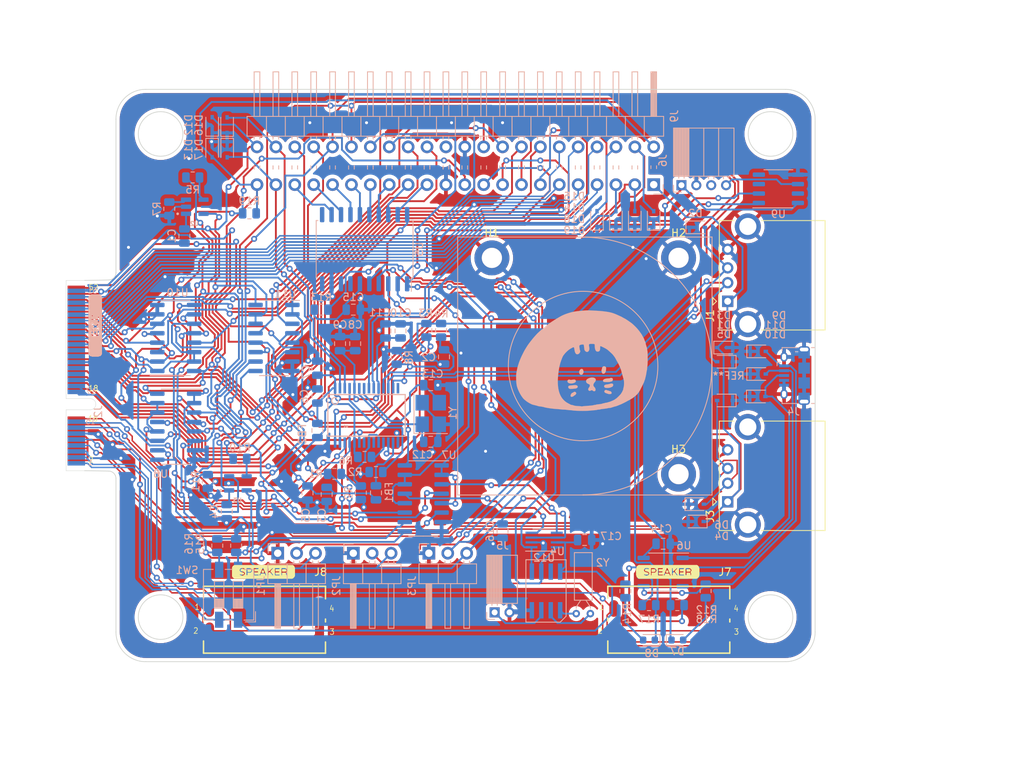
<source format=kicad_pcb>
(kicad_pcb (version 20211014) (generator pcbnew)
  (layers (0 "F.Cu" signal) (31 "B.Cu" signal) (34 "B.Paste" user) (35 "F.Paste" user) (36 "B.SilkS" user "B.Silkscreen") (37 "F.SilkS" user "F.Silkscreen") (38 "B.Mask" user) (39 "F.Mask" user) (44 "Edge.Cuts" user))
  (net 0 "")
  (net 1 "+5VP")
  (net 2 "Net-(C2-Pad1)")
  (net 3 "+3.3V")
  (net 4 "+3.3VP")
  (net 5 "/AVDD")
  (net 6 "/EXT_USB_X1")
  (net 7 "/SPK_LP")
  (net 8 "+5V")
  (net 9 "/SPK_LN")
  (net 10 "/USB3.D+")
  (net 11 "/USB3.D-")
  (net 12 "GND")
  (net 13 "/SPK_RP")
  (net 14 "/SPK_RN")
  (net 15 "/IO28")
  (net 16 "/IO29")
  (net 17 "/IO30")
  (net 18 "/IO31")
  (net 19 "/IO32")
  (net 20 "/IO33")
  (net 21 "/CAM.C-")
  (net 22 "/IO34")
  (net 23 "/CAM.C+")
  (net 24 "/IO35")
  (net 25 "/IO36")
  (net 26 "/IO37")
  (net 27 "/IO38")
  (net 28 "/IO39")
  (net 29 "/IO40")
  (net 30 "/IO41")
  (net 31 "/IO42")
  (net 32 "/IO43")
  (net 33 "/IO44")
  (net 34 "/IO45")
  (net 35 "/EXT_USB_X2")
  (net 36 "Net-(C14-Pad1)")
  (net 37 "Net-(C15-Pad2)")
  (net 38 "/UART_TX")
  (net 39 "Net-(D7-Pad2)")
  (net 40 "/UART_RX")
  (net 41 "Net-(D8-Pad2)")
  (net 42 "VBUS")
  (net 43 "Net-(D10-Pad2)")
  (net 44 "Net-(D11-Pad2)")
  (net 45 "Net-(FB1-Pad1)")
  (net 46 "/USB4.D-")
  (net 47 "/USB4.D+")
  (net 48 "Net-(J5-Pad1)")
  (net 51 "/EXT_GPIO0")
  (net 52 "/SPI_CS")
  (net 53 "/EXT_GPIO1")
  (net 54 "/SPI_MISO")
  (net 55 "/EXT_GPIO2")
  (net 56 "/I2C_SDA")
  (net 57 "/EXT_GPIO3")
  (net 58 "/I2C_SCL")
  (net 59 "/EXT_GPIO4")
  (net 60 "/EXT_GPIO5")
  (net 61 "/EXT_GPIO6")
  (net 62 "/GPIO_X1")
  (net 63 "/EXT_GPIO7")
  (net 64 "/GPIO_X2")
  (net 65 "Net-(JP1-Pad2)")
  (net 66 "Net-(JP2-Pad2)")
  (net 67 "Net-(JP3-Pad2)")
  (net 68 "Net-(R1-Pad2)")
  (net 69 "Net-(R2-Pad2)")
  (net 70 "Net-(R3-Pad1)")
  (net 71 "Net-(R5-Pad2)")
  (net 72 "Net-(R6-Pad1)")
  (net 73 "Net-(R7-Pad1)")
  (net 74 "Net-(R10-Pad2)")
  (net 75 "Net-(R11-Pad1)")
  (net 76 "/ID_A")
  (net 77 "/ID_B")
  (net 78 "Net-(R17-Pad1)")
  (net 79 "Net-(R18-Pad1)")
  (net 83 "Net-(U4-Pad1)")
  (net 84 "Net-(U4-Pad2)")
  (net 94 "/CAM1.D+")
  (net 95 "/CAM1.D-")
  (net 96 "/CAM0.D+")
  (net 97 "/CAM0.D-")
  (net 98 "/EXT_USB4.D+")
  (net 99 "/EXT_USB4.D-")
  (net 100 "/CAM2.D-")
  (net 101 "/CAM2.D+")
  (net 102 "/CAM3.D-")
  (net 103 "/CAM3.D+")
  (net 104 "/EXT_USB1.D+")
  (net 105 "/EXT_USB1.D-")
  (net 106 "/EXT_USB3.D+")
  (net 107 "/EXT_USB2.D-")
  (net 108 "/EXT_USB2.D+")
  (net 109 "/EXT_USB3.D-")
  (net 110 "Net-(J6-Pad4)")
  (net 111 "Net-(U7-Pad3)")
  (net 112 "Net-(U7-Pad13)")
  (footprint "MountingHole:MountingHole_2.7mm_M2.5_DIN965_Pad" (layer "F.Cu") (at 172.5048 113.57)
    (fp_text reference "H3")
    (fp_text value "MountingHole_Pad")
  )
  (footprint "MountingHole:MountingHole_2.7mm_M2.5_DIN965_Pad" (layer "F.Cu") (at 147.41 84.48)
    (fp_text reference "H1")
    (fp_text value "MountingHole_Pad")
  )
  (footprint "Connector_USB:USB_A_CONNFLY_DS1095-WNR0" (layer "F.Cu") (at 179.1083 117.292 90)
    (fp_text reference "J3")
    (fp_text value "USB_A")
  )
  (footprint "devterm-ext-outline:DevTerm-Speaker" (layer "F.Cu") (at 171.125896 126.718568)
    (fp_text reference "J7")
    (fp_text value "DevTermSpeaker")
  )
  (footprint "devterm-ext-outline:DevTerm-Speaker" (layer "F.Cu") (at 116.769896 126.718568)
    (fp_text reference "J8")
    (fp_text value "DevTermSpeaker")
  )
  (footprint "Connector_USB:USB_A_CONNFLY_DS1095-WNR0" (layer "F.Cu") (at 179.1083 90.3172 90)
    (fp_text reference "J1")
    (fp_text value "USB_A")
  )
  (footprint "MountingHole:MountingHole_2.7mm_M2.5_DIN965_Pad" (layer "F.Cu") (at 172.51 84.47)
    (fp_text reference "H2")
    (fp_text value "MountingHole_Pad")
  )
  (footprint "Connector_USB:USB_Micro-B_Amphenol_10118194_Horizontal" (layer "B.Cu") (at 188.087 100.3046 -90)
    (fp_text reference "J4")
    (fp_text value "USB_B_Micro")
  )
  (footprint "Capacitor_SMD:C_0805_2012Metric" (layer "B.Cu") (at 128.778 91.44 180)
    (fp_text reference "C15")
    (fp_text value "100nF")
  )
  (footprint "Diode_SMD:D_SOD-323" (layer "B.Cu") (at 174.847444 119.944257 180)
    (fp_text reference "D4")
    (fp_text value "ESD")
  )
  (footprint "Resistor_SMD:R_0805_2012Metric" (layer "B.Cu") (at 110.49 123.19 90)
    (fp_text reference "R16")
    (fp_text value "100K")
  )
  (footprint "devterm-ext-outline:C64_expansion_2x22_socket" (layer "B.Cu") (at 169.169 72.085 90)
    (fp_text reference "J9")
    (fp_text value "Conn_02x22_Odd_Even")
  )
  (footprint "Capacitor_SMD:C_0805_2012Metric" (layer "B.Cu") (at 133.096 94.3 90)
    (fp_text reference "C11")
    (fp_text value "100nF")
  )
  (footprint "Capacitor_SMD:C_0805_2012Metric" (layer "B.Cu") (at 148.844 121.219 -90)
    (fp_text reference "C16")
    (fp_text value "100nF")
  )
  (footprint "Button_Switch_SMD:SW_DIP_SPSTx02_Slide_6.7x6.64mm_W6.73mm_P2.54mm_LowProfile_JPin" (layer "B.Cu") (at 112.014 129.794 90)
    (fp_text reference "SW1")
    (fp_text value "SW_DIP_x02")
  )
  (footprint "Resistor_SMD:R_0805_2012Metric" (layer "B.Cu") (at 176.149 129.286 -90)
    (fp_text reference "R12")
    (fp_text value "1K")
  )
  (footprint "Capacitor_SMD:C_0805_2012Metric" (layer "B.Cu") (at 125.199427 116.300497 -90)
    (fp_text reference "C3")
    (fp_text value "100nF")
  )
  (footprint "Resistor_SMD:R_0805_2012Metric" (layer "B.Cu") (at 131.826 113.284)
    (fp_text reference "R2")
    (fp_text value "680R/1%")
  )
  (footprint "Diode_SMD:D_SOD-323" (layer "B.Cu") (at 178.7398 98.4504 180)
    (fp_text reference "D3")
    (fp_text value "ESD")
  )
  (footprint "Connector_PinSocket_2.00mm:PinSocket_1x02_P2.00mm_Horizontal" (layer "B.Cu") (at 147.778 132.167 -90)
    (fp_text reference "J5")
    (fp_text value "JBAT")
  )
  (footprint "Crystal:Crystal_DS26_D2.0mm_L6.0mm_Horizontal" (layer "B.Cu") (at 158.75 132.334)
    (fp_text reference "Y2")
    (fp_text value "32.768KHz")
  )
  (footprint "Diode_SMD:D_SOD-323" (layer "B.Cu") (at 164.084 79.248 90)
    (fp_text reference "D18")
    (fp_text value "ESD")
  )
  (footprint "Diode_SMD:D_SOD-323" (layer "B.Cu") (at 183.1848 97.0534)
    (fp_text reference "D9")
    (fp_text value "ESD")
  )
  (footprint "Package_SO:SOIC-16_3.9x9.9mm_P1.27mm" (layer "B.Cu") (at 104.902 95.25)
    (fp_text reference "U10")
    (fp_text value "4052")
  )
  (footprint "Resistor_SMD:R_0805_2012Metric" (layer "B.Cu") (at 114.808 78.486 180)
    (fp_text reference "R19")
    (fp_text value "100K")
  )
  (footprint "Capacitor_SMD:C_0805_2012Metric" (layer "B.Cu") (at 139.192 101.6)
    (fp_text reference "C13")
    (fp_text value "20pF")
  )
  (footprint "Resistor_SMD:R_0805_2012Metric" (layer "B.Cu") (at 129.794 116.078 -90)
    (fp_text reference "R9")
    (fp_text value "30K")
  )
  (footprint "Package_SO:SOIC-16_3.9x9.9mm_P1.27mm" (layer "B.Cu") (at 118.11 95.25 180)
    (fp_text reference "U11")
    (fp_text value "4052")
  )
  (footprint "Capacitor_SMD:C_0805_2012Metric" (layer "B.Cu") (at 140.97 97.79 -90)
    (fp_text reference "C2")
    (fp_text value "1uF")
  )
  (footprint "Capacitor_SMD:C_0805_2012Metric" (layer "B.Cu") (at 129.032 96.012 90)
    (fp_text reference "C8")
    (fp_text value "100nF")
  )
  (footprint "Package_SO:SOP-8_3.9x4.9mm_P1.27mm" (layer "B.Cu") (at 185.928 75.184)
    (fp_text reference "U9")
    (fp_text value "gp7101")
  )
  (footprint "Capacitor_SMD:C_0805_2012Metric" (layer "B.Cu") (at 139.192 109.22)
    (fp_text reference "C12")
    (fp_text value "20pF")
  )
  (footprint "Diode_SMD:D_SOD-323" (layer "B.Cu") (at 111.809586 66.622464 90)
    (fp_text reference "D16")
    (fp_text value "ESD")
  )
  (footprint "Resistor_SMD:R_0805_2012Metric" (layer "B.Cu") (at 134.611316 97.870358 90)
    (fp_text reference "R8")
    (fp_text value "47K")
  )
  (footprint "Resistor_SMD:R_0805_2012Metric" (layer "B.Cu") (at 138.6 94.22 90)
    (fp_text reference "R3")
    (fp_text value "100K")
  )
  (footprint "Resistor_SMD:R_0805_2012Metric" (layer "B.Cu") (at 109.22 114.554 -90)
    (fp_text reference "R11")
    (fp_text value "6.8K/1%")
  )
  (footprint "Diode_SMD:D_SOD-323" (layer "B.Cu") (at 183.1848 100.1014)
    (fp_text reference "D11")
    (fp_text value "ESD")
  )
  (footprint "Capacitor_SMD:C_0805_2012Metric" (layer "B.Cu") (at 127 96.012 90)
    (fp_text reference "C9")
    (fp_text value "1uF")
  )
  (footprint "Connector_PinHeader_2.54mm:PinHeader_1x03_P2.54mm_Horizontal" (layer "B.Cu") (at 128.778 124.206 -90)
    (fp_text reference "JP2")
    (fp_text value "A1")
  )
  (footprint "Resistor_SMD:R_0805_2012Metric" (layer "B.Cu") (at 172.339 131.191 180)
    (fp_text reference "R18")
    (fp_text value "1K")
  )
  (footprint "Capacitor_SMD:C_0805_2012Metric" (layer "B.Cu") (at 170.434 122.936)
    (fp_text reference "C14")
    (fp_text value "100nF")
  )
  (footprint "mpcie:mini-PCIe" (layer "B.Cu") (at 90.164412 104.159558 90)
    (fp_text reference "J2")
    (fp_text value "EXT_miniPCIe")
    (fp_line (start 0.75 0) (end 16.65 0) (layer "Edge.Cuts") (width 0.05))
    (fp_line (start -8.95 0) (end -8.95 2.5) (layer "Edge.Cuts") (width 0.05))
    (fp_line (start -0.75 0) (end -0.75 3.25) (layer "Edge.Cuts") (width 0.05))
    (fp_line (start 16.65 0) (end 16.65 2.5) (layer "Edge.Cuts") (width 0.05))
    (fp_line (start -0.75 0) (end -8.95 0) (layer "Edge.Cuts") (width 0.05))
    (fp_line (start 0.75 0) (end 0.75 3.25) (layer "Edge.Cuts") (width 0.05))
    (fp_arc (start 0.75 3.25) (mid 0 4) (end -0.75 3.25) (layer "Edge.Cuts") (width 0.05))
  )
  (footprint "Connector_PinHeader_2.54mm:PinHeader_1x03_P2.54mm_Horizontal" (layer "B.Cu") (at 138.938 124.206 -90)
    (fp_text reference "JP3")
    (fp_text value "A0")
  )
  (footprint "Package_SO:SOIC-20W_7.5x12.8mm_P1.27mm" (layer "B.Cu") (at 130.302 83.312 90)
    (fp_text reference "U5")
    (fp_text value "MCP23008-xSS")
  )
  (footprint "SY6280:SOT23-5P95_285X100L45X40N" (layer "B.Cu") (at 107.4655 77.597)
    (fp_text reference "U2")
    (fp_text value "SY6280")
  )
  (footprint "GL850G:SSOP28" (layer "B.Cu") (at 130.556 105.664)
    (fp_text reference "U1")
    (fp_text value "GL850G")
  )
  (footprint "Resistor_SMD:R_0805_2012Metric" (layer "B.Cu") (at 113.538 111.506)
    (fp_text reference "R10")
    (fp_text value "10K")
  )
  (footprint "Capacitor_SMD:C_0805_2012Metric" (layer "B.Cu") (at 123.952 99.314 90)
    (fp_text reference "C7")
    (fp_text value "100nF")
  )
  (footprint "Diode_SMD:D_SOD-323" (layer "B.Cu") (at 183.134 103.124)
    (fp_text reference "D10")
    (fp_text value "ESD")
  )
  (footprint "Capacitor_SMD:C_0805_2012Metric" (layer "B.Cu") (at 135.128 94.3 90)
    (fp_text reference "C10")
    (fp_text value "1uF")
  )
  (footprint "SY6280:SOT23-5P95_285X100L45X40N" (layer "B.Cu") (at 113.266 114.808)
    (fp_text reference "U3")
    (fp_text value "SY6280")
  )
  (footprint "Capacitor_SMD:C_0805_2012Metric" (layer "B.Cu") (at 131.826 116.078 -90)
    (fp_text reference "FB1")
    (fp_text value "FerriteBead")
  )
  (footprint "Resistor_SMD:R_0805_2012Metric" (layer "B.Cu") (at 165.354 129.286 -90)
    (fp_text reference "R14")
    (fp_text value "1K")
  )
  (footprint "Package_SO:SOIC-16_3.9x9.9mm_P1.27mm" (layer "B.Cu") (at 138.176 116.84 180)
    (fp_text reference "U7")
    (fp_text value "4052")
  )
  (footprint "Resistor_SMD:R_0805_2012Metric" (layer "B.Cu") (at 104.0365 77.8745 -90)
    (fp_text reference "R7")
    (fp_text value "6.8K/1%")
  )
  (footprint "Diode_SMD:D_SOD-323" (layer "B.Cu") (at 161.544 79.248 90)
    (fp_text reference "D19")
    (fp_text value "ESD")
  )
  (footprint "Capacitor_SMD:C_0805_2012Metric" (layer "B.Cu") (at 111.76 118.618 -90)
    (fp_text reference "C4")
    (fp_text value "10uF")
  )
  (footprint "Resistor_SMD:R_0805_2012Metric" (layer "B.Cu") (at 113.03 123.19 90)
    (fp_text reference "R15")
    (fp_text value "100K")
  )
  (footprint "Package_SO:SOP-8_3.9x4.9mm_P1.27mm" (layer "B.Cu") (at 170.434 126.746 180)
    (fp_text reference "U6")
    (fp_text value "CH340N")
  )
  (footprint "Resistor_SMD:R_0805_2012Metric" (layer "B.Cu") (at 124.46 91.44 180)
    (fp_text reference "R13")
    (fp_text value "15K")
  )
  (footprint "Resistor_SMD:R_0805_2012Metric" (layer "B.Cu") (at 140.58 94.22 -90)
    (fp_text reference "R4")
    (fp_text value "10K")
  )
  (footprint "Capacitor_SMD:C_0805_2012Metric" (layer "B.Cu") (at 122.619752 116.100572 -90)
    (fp_text reference "C5")
    (fp_text value "10uF")
  )
  (footprint "devterm-ext-outline:mpcie-silk-back" (layer "B.Cu") (at 94.31 97.96 180)
    (fp_text reference "REF**" hide)
    (fp_text value "mpcie-silk-back" hide)
  )
  (footprint "Connector_PinHeader_2.54mm:PinHeader_1x03_P2.54mm_Horizontal" (layer "B.Cu") (at 118.618 124.206 -90)
    (fp_text reference "JP1")
    (fp_text value "A2")
  )
  (footprint "Diode_SMD:D_SOD-323" (layer "B.Cu") (at 169.164 79.248 90)
    (fp_text reference "D15")
    (fp_text value "ESD")
  )
  (footprint "Diode_SMD:D_SOD-323" (layer "B.Cu") (at 178.7398 103.6574 180)
    (fp_text reference "D5")
    (fp_text value "ESD")
  )
  (footprint "Resistor_SMD:R_0805_2012Metric" (layer "B.Cu") (at 168.529 131.191)
    (fp_text reference "R17")
    (fp_text value "1K")
  )
  (footprint "Resistor_SMD:R_0805_2012Metric" (layer "B.Cu") (at 107.188 73.66)
    (fp_text reference "R5")
    (fp_text value "10K")
  )
  (footprint "Package_SO:SSOP-8_2.95x2.8mm_P0.65mm" (layer "B.Cu") (at 154.432 122.428)
    (fp_text reference "U12")
    (fp_text value "TXS0102DCT")
  )
  (footprint "Capacitor_SMD:C_0805_2012Metric" (layer "B.Cu") (at 106.0685 81.534 -90)
    (fp_text reference "C1")
    (fp_text value "10uF")
  )
  (footprint "Diode_SMD:D_SOD-323" (layer "B.Cu") (at 109.803888 66.603117 90)
    (fp_text reference "D12")
    (fp_text value "ESD")
  )
  (footprint "Resistor_SMD:R_0805_2012Metric" (layer "B.Cu") (at 130.302 111.252 180)
    (fp_text reference "R6")
    (fp_text value "100K")
  )
  (footprint "devterm-ext-outline:SOIC-8" (layer "B.Cu") (at 154.686 129.286 180)
    (fp_text reference "U4")
    (fp_text value "DS1307+")
  )
  (footprint "Crystal:Crystal_SMD_3225-4Pin_3.2x2.5mm_HandSoldering" (layer "B.Cu") (at 139.192 105.41 90)
    (fp_text reference "Y1")
    (fp_text value "12MHz")
  )
  (footprint "Resistor_SMD:R_0805_2012Metric" (layer "B.Cu") (at 126.238 113.538)
    (fp_text reference "R1")
    (fp_text value "30K")
  )
  (footprint "LED_SMD:LED_0603_1608Metric" (layer "B.Cu") (at 168.529 135.89 180)
    (fp_text reference "D8")
    (fp_text value "LED")
  )
  (footprint "LED_SMD:LED_0603_1608Metric" (layer "B.Cu") (at 172.339 135.89)
    (fp_text reference "D7")
    (fp_text value "LED")
  )
  (footprint "Diode_SMD:D_SOD-323" (layer "B.Cu") (at 178.7398 96.5454)
    (fp_text reference "D1")
    (fp_text value "ESD")
  )
  (footprint "Package_SO:SOIC-16_3.9x9.9mm_P1.27mm" (layer "B.Cu") (at 104.902 107.188 180)
    (fp_text reference "U8")
    (fp_text value "4052")
  )
  (footprint "Diode_SMD:D_SOD-323" (layer "B.Cu") (at 166.624 79.248 90)
    (fp_text reference "D14")
    (fp_text value "ESD")
  )
  (footprint "Diode_SMD:D_SOD-323" (layer "B.Cu") (at 174.997787 80.367563)
    (fp_text reference "D2")
    (fp_text value "ESD")
  )
  (footprint "Diode_SMD:D_SOD-323" (layer "B.Cu") (at 109.797439 69.898652 -90)
    (fp_text reference "D13")
    (fp_text value "ESD")
  )
  (footprint "Diode_SMD:D_SOD-323" (layer "B.Cu") (at 174.86668 117.610713)
    (fp_text reference "D6")
    (fp_text value "ESD")
  )
  (footprint "Diode_SMD:D_SOD-323" (layer "B.Cu") (at 111.822484 69.898652 -90)
    (fp_text reference "D17")
    (fp_text value "ESD")
  )
  (footprint "Capacitor_SMD:C_0805_2012Metric" (layer "B.Cu") (at 123.952 107.696 90)
    (fp_text reference "FB2")
    (fp_text value "FerriteBead")
  )
  (footprint "devterm-ext-outline:turbo_fan_3505" (layer "B.Cu") (at 180.0098 99.0754 90)
    (fp_text reference "REF**")
    (fp_text value "turbo_fan_3505")
  )
  (footprint "Capacitor_SMD:C_0805_2012Metric" (layer "B.Cu") (at 123.952 103.058 90)
    (fp_text reference "C6")
    (fp_text value "100nF")
  )
  (footprint "Connector_PinSocket_2.00mm:PinSocket_1x04_P2.00mm_Horizontal" (layer "B.Cu") (at 172.895 74.699 -90)
    (fp_text reference "J6")
    (fp_text value "Conn_01x04")
  )
  (footprint "Capacitor_SMD:C_0805_2012Metric" (layer "B.Cu") (at 159.877 122.428)
    (fp_text reference "C17")
    (fp_text value "100nF")
  )
  (gr_poly (pts (xy 163.451292 100.622041) (xy 163.476584 100.624354) (xy 163.501498 100.627946) (xy 163.52557 100.632786) (xy 163.548335 100.638843) (xy 163.569328 100.646086) (xy 163.588087 100.654486) (xy 163.596482 100.65911) (xy 163.604145 100.664011) (xy 163.611017 100.669186) (xy 163.61704 100.674631) (xy 163.629055 100.687828) (xy 163.639644 100.701884) (xy 163.648839 100.716716) (xy 163.656671 100.73224) (xy 163.663173 100.748373) (xy 163.668376 100.765029) (xy 163.672312 100.782125) (xy 163.675013 100.799578) (xy 163.676512 100.817304) (xy 163.676839 100.835219) (xy 163.676027 100.853238) (xy 163.674108 100.871279) (xy 163.671114 100.889257) (xy 163.667077 100.907088) (xy 163.662027 100.924689) (xy 163.655999 100.941976) (xy 163.649022 100.958864) (xy 163.64113 100.975271) (xy 163.632354 100.991112) (xy 163.622726 101.006303) (xy 163.612278 101.02076) (xy 163.601042 101.034401) (xy 163.589049 101.04714) (xy 163.576332 101.058894) (xy 163.562923 101.06958) (xy 163.548853 101.079113) (xy 163.534155 101.087409) (xy 163.51886 101.094384) (xy 163.503 101.099956) (xy 163.486607 101.10404) (xy 163.469713 101.106551) (xy 163.45235 101.107407) (xy 163.446703 101.107552) (xy 163.440682 101.107978) (xy 163.434341 101.10867) (xy 163.427733 101.109615) (xy 163.420914 101.110797) (xy 163.413936 101.112203) (xy 163.406853 101.113817) (xy 163.39972 101.115627) (xy 163.39259 101.117617) (xy 163.385517 101.119772) (xy 163.378555 101.12208) (xy 163.371757 101.124524) (xy 163.365178 101.127092) (xy 163.358872 101.129768) (xy 163.352892 101.132539) (xy 163.347292 101.135389) (xy 163.318314 101.146272) (xy 163.275988 101.155762) (xy 163.222325 101.163852) (xy 163.159337 101.170535) (xy 163.01344 101.179654) (xy 162.854395 101.183065) (xy 162.698303 101.180714) (xy 162.626395 101.177361) (xy 162.561262 101.172548) (xy 162.504918 101.166266) (xy 162.459374 101.158511) (xy 162.426643 101.149274) (xy 162.415711 101.144098) (xy 162.408737 101.138549) (xy 162.408737 101.138547) (xy 162.390461 101.115428) (xy 162.375404 101.092583) (xy 162.363516 101.07004) (xy 162.354745 101.047831) (xy 162.349043 101.025986) (xy 162.346357 101.004534) (xy 162.346638 100.983507) (xy 162.349834 100.962933) (xy 162.355895 100.942845) (xy 162.364771 100.923271) (xy 162.376411 100.904242) (xy 162.390764 100.885788) (xy 162.407779 100.86794) (xy 162.427407 100.850728) (xy 162.449596 100.834181) (xy 162.474295 100.818331) (xy 162.501455 100.803207) (xy 162.531024 100.78884) (xy 162.562952 100.775259) (xy 162.597189 100.762496) (xy 162.633683 100.75058) (xy 162.672384 100.739542) (xy 162.713242 100.729411) (xy 162.756205 100.720219) (xy 162.801224 100.711994) (xy 162.848247 100.704768) (xy 162.897224 100.698571) (xy 162.948105 100.693433) (xy 163.000838 100.689384) (xy 163.055374 100.686455) (xy 163.111661 100.684675) (xy 163.169649 100.684075) (xy 163.179031 100.683915) (xy 163.188465 100.683445) (xy 163.197887 100.682681) (xy 163.207236 100.681639) (xy 163.21645 100.680335) (xy 163.225465 100.678784) (xy 163.234221 100.677003) (xy 163.242654 100.675007) (xy 163.250703 100.672812) (xy 163.258305 100.670434) (xy 163.265398 100.667888) (xy 163.27192 100.665192) (xy 163.277808 100.662359) (xy 163.283 100.659407) (xy 163.287435 100.65635) (xy 163.291049 100.653205) (xy 163.296405 100.648508) (xy 163.302653 100.644195) (xy 163.309735 100.640263) (xy 163.317594 100.636708) (xy 163.32617 100.633525) (xy 163.335405 100.630712) (xy 163.355625 100.626177) (xy 163.377787 100.623073) (xy 163.401429 100.621369) (xy 163.426085 100.621035)) (layer "B.SilkS") (width 0.01) (fill solid))
  (gr_poly (pts (xy 163.564394 101.3859) (xy 163.581448 101.38903) (xy 163.597496 101.393071) (xy 163.612541 101.398023) (xy 163.626588 101.403888) (xy 163.639641 101.410667) (xy 163.651702 101.41836) (xy 163.662777 101.42697) (xy 163.672868 101.436496) (xy 163.681981 101.44694) (xy 163.690117 101.458304) (xy 163.697283 101.470588) (xy 163.70348 101.483794) (xy 163.708713 101.497922) (xy 163.712987 101.512974) (xy 163.716304 101.528951) (xy 163.718668 101.545853) (xy 163.720555 101.58244) (xy 163.720194 101.592748) (xy 163.719129 101.603303) (xy 163.717391 101.614069) (xy 163.71501 101.625008) (xy 163.70844 101.647254) (xy 163.699657 101.669738) (xy 163.688903 101.692159) (xy 163.676416 101.714215) (xy 163.662439 101.735603) (xy 163.64721 101.756022) (xy 163.63097 101.77517) (xy 163.61396 101.792745) (xy 163.596418 101.808444) (xy 163.578586 101.821966) (xy 163.569636 101.827816) (xy 163.560704 101.833009) (xy 163.551819 101.837506) (xy 163.543012 101.841271) (xy 163.534312 101.844264) (xy 163.525749 101.846449) (xy 163.517354 101.847788) (xy 163.509157 101.848242) (xy 163.504681 101.848379) (xy 163.500064 101.848778) (xy 163.49534 101.849427) (xy 163.490546 101.850312) (xy 163.485716 101.85142) (xy 163.480886 101.852738) (xy 163.47609 101.854251) (xy 163.471365 101.855947) (xy 163.466746 101.857811) (xy 163.462267 101.859832) (xy 163.457965 101.861994) (xy 163.453874 101.864286) (xy 163.450029 101.866692) (xy 163.446467 101.8692) (xy 163.443222 101.871796) (xy 163.440329 101.874468) (xy 163.429216 101.883842) (xy 163.415159 101.892807) (xy 163.378993 101.909468) (xy 163.333398 101.924365) (xy 163.279936 101.937415) (xy 163.220174 101.948536) (xy 163.155674 101.957643) (xy 163.088002 101.964653) (xy 163.018723 101.969482) (xy 162.949399 101.972048) (xy 162.881597 101.972266) (xy 162.816881 101.970054) (xy 162.756814 101.965327) (xy 162.702962 101.958002) (xy 162.656889 101.947996) (xy 162.637258 101.941961) (xy 162.620159 101.935225) (xy 162.605787 101.927777) (xy 162.594338 101.919606) (xy 162.594338 101.919605) (xy 162.576106 101.902988) (xy 162.559814 101.886209) (xy 162.545437 101.869306) (xy 162.532951 101.852321) (xy 162.522331 101.83529) (xy 162.513553 101.818255) (xy 162.506593 101.801254) (xy 162.501427 101.784327) (xy 162.49803 101.767512) (xy 162.496377 101.75085) (xy 162.496446 101.734379) (xy 162.49821 101.718139) (xy 162.501647 101.702168) (xy 162.506731 101.686507) (xy 162.513439 101.671195) (xy 162.521746 101.65627) (xy 162.531628 101.641773) (xy 162.543061 101.627742) (xy 162.55602 101.614217) (xy 162.570481 101.601237) (xy 162.586419 101.588841) (xy 162.603811 101.577069) (xy 162.622633 101.56596) (xy 162.642859 101.555553) (xy 162.664465 101.545887) (xy 162.687428 101.537003) (xy 162.711723 101.528938) (xy 162.737326 101.521733) (xy 162.764212 101.515427) (xy 162.792357 101.510058) (xy 162.821737 101.505667) (xy 162.852327 101.502292) (xy 162.899491 101.497328) (xy 162.949232 101.490917) (xy 163.000051 101.483326) (xy 163.050449 101.474823) (xy 163.098927 101.465676) (xy 163.143985 101.456151) (xy 163.184125 101.446518) (xy 163.217847 101.437043) (xy 163.279872 101.418941) (xy 163.337673 101.404422) (xy 163.391281 101.393497) (xy 163.440726 101.386173) (xy 163.48604 101.38246) (xy 163.527252 101.382366)) (layer "B.SilkS") (width 0.01) (fill solid))
  (gr_poly (pts (xy 158.509935 102.483037) (xy 158.517482 102.483492) (xy 158.533435 102.485296) (xy 158.550295 102.48826) (xy 158.567774 102.492342) (xy 158.585584 102.497499) (xy 158.603439 102.50369) (xy 158.621049 102.510874) (xy 158.629674 102.514825) (xy 158.638129 102.519008) (xy 158.64638 102.523418) (xy 158.65439 102.52805) (xy 158.662123 102.532899) (xy 158.669544 102.53796) (xy 158.676632 102.54345) (xy 158.683485 102.549628) (xy 158.690091 102.556436) (xy 158.696437 102.563819) (xy 158.702512 102.571719) (xy 158.708303 102.580081) (xy 158.718987 102.597962) (xy 158.728393 102.617009) (xy 158.736425 102.636772) (xy 158.742985 102.656797) (xy 158.747978 102.676634) (xy 158.751307 102.695829) (xy 158.752876 102.713932) (xy 158.75297 102.722432) (xy 158.752588 102.730489) (xy 158.751718 102.738047) (xy 158.750348 102.74505) (xy 158.748465 102.75144) (xy 158.746058 102.757161) (xy 158.743115 102.762158) (xy 158.739623 102.766372) (xy 158.735571 102.769748) (xy 158.730946 102.77223) (xy 158.725737 102.77376) (xy 158.719931 102.774283) (xy 158.718575 102.774329) (xy 158.717236 102.774465) (xy 158.715916 102.774689) (xy 158.714616 102.774999) (xy 158.713339 102.775392) (xy 158.712086 102.775867) (xy 158.710858 102.77642) (xy 158.709658 102.777051) (xy 158.708487 102.777756) (xy 158.707346 102.778533) (xy 158.706238 102.77938) (xy 158.705165 102.780295) (xy 158.704127 102.781275) (xy 158.703126 102.782318) (xy 158.702165 102.783423) (xy 158.701245 102.784586) (xy 158.700367 102.785806) (xy 158.699534 102.787081) (xy 158.698747 102.788407) (xy 158.698008 102.789783) (xy 158.697318 102.791206) (xy 158.696679 102.792675) (xy 158.696092 102.794187) (xy 158.695561 102.795739) (xy 158.695085 102.79733) (xy 158.694668 102.798958) (xy 158.69431 102.800619) (xy 158.694013 102.802313) (xy 158.693779 102.804035) (xy 158.69361 102.805785) (xy 158.693508 102.807561) (xy 158.693473 102.809359) (xy 158.69316 102.813251) (xy 158.692241 102.817528) (xy 158.690751 102.822158) (xy 158.688721 102.827105) (xy 158.686184 102.832338) (xy 158.683174 102.837823) (xy 158.675862 102.849415) (xy 158.667049 102.861613) (xy 158.656996 102.874151) (xy 158.645965 102.886762) (xy 158.63422 102.899179) (xy 158.622021 102.911134) (xy 158.609632 102.922362) (xy 158.597314 102.932595) (xy 158.58533 102.941566) (xy 158.573942 102.949008) (xy 158.568553 102.952072) (xy 158.563412 102.954654) (xy 158.558551 102.95672) (xy 158.554003 102.958237) (xy 158.549801 102.959172) (xy 158.545977 102.959491) (xy 158.544608 102.959571) (xy 158.543086 102.959808) (xy 158.539606 102.960736) (xy 158.535583 102.962245) (xy 158.531063 102.964303) (xy 158.526094 102.966879) (xy 158.520721 102.969942) (xy 158.514992 102.973461) (xy 158.508953 102.977404) (xy 158.502651 102.98174) (xy 158.496132 102.986437) (xy 158.489443 102.991465) (xy 158.482631 102.996793) (xy 158.475742 103.002388) (xy 158.468822 103.00822) (xy 158.461919 103.014258) (xy 158.455078 103.02047) (xy 158.424911 103.046827) (xy 158.394142 103.070703) (xy 158.362984 103.092052) (xy 158.331647 103.110825) (xy 158.300344 103.126976) (xy 158.269284 103.140457) (xy 158.23868 103.151221) (xy 158.208743 103.159221) (xy 158.179684 103.164409) (xy 158.151715 103.166739) (xy 158.138205 103.166818) (xy 158.125046 103.166163) (xy 158.112265 103.164771) (xy 158.099889 103.162635) (xy 158.087944 103.159748) (xy 158.076455 103.156105) (xy 158.065451 103.151701) (xy 158.054956 103.146529) (xy 158.044998 103.140583) (xy 158.035603 103.133857) (xy 158.026798 103.126346) (xy 158.018607 103.118044) (xy 158.018606 103.118044) (xy 158.008999 103.105693) (xy 158.001179 103.091966) (xy 157.995082 103.07698) (xy 157.990647 103.06085) (xy 157.987811 103.043693) (xy 157.986513 103.025624) (xy 157.986689 103.006759) (xy 157.988278 102.987214) (xy 157.991218 102.967106) (xy 157.995445 102.946549) (xy 158.000899 102.92566) (xy 158.007516 102.904554) (xy 158.023993 102.862158) (xy 158.044378 102.820288) (xy 158.068173 102.779872) (xy 158.094881 102.741835) (xy 158.109171 102.723999) (xy 158.124003 102.707106) (xy 158.139314 102.691272) (xy 158.155042 102.676612) (xy 158.171125 102.663243) (xy 158.1875 102.651281) (xy 158.204105 102.640841) (xy 158.220879 102.632039) (xy 158.237758 102.624991) (xy 158.25468 102.619813) (xy 158.271584 102.616622) (xy 158.288407 102.615532) (xy 158.291937 102.615398) (xy 158.295367 102.615002) (xy 158.298681 102.61436) (xy 158.301861 102.613484) (xy 158.304888 102.612388) (xy 158.307745 102.611084) (xy 158.310414 102.609586) (xy 158.312878 102.607908) (xy 158.315118 102.606062) (xy 158.316149 102.605081) (xy 158.317118 102.604063) (xy 158.318021 102.60301) (xy 158.318858 102.601923) (xy 158.319626 102.600804) (xy 158.320322 102.599655) (xy 158.320945 102.598478) (xy 158.321492 102.597274) (xy 158.32196 102.596045) (xy 158.322349 102.594792) (xy 158.322655 102.593517) (xy 158.322876 102.592222) (xy 158.323011 102.590909) (xy 158.323056 102.589579) (xy 158.323143 102.588226) (xy 158.323399 102.586849) (xy 158.323822 102.585448) (xy 158.324406 102.584026) (xy 158.325148 102.582587) (xy 158.326043 102.581133) (xy 158.327087 102.579667) (xy 158.328275 102.578191) (xy 158.329605 102.576709) (xy 158.33107 102.575222) (xy 158.332667 102.573735) (xy 158.334393 102.572248) (xy 158.336241 102.570766) (xy 158.338209 102.569291) (xy 158.340292 102.567825) (xy 158.342486 102.566372) (xy 158.344787 102.564934) (xy 158.34719 102.563513) (xy 158.352285 102.560737) (xy 158.35774 102.558064) (xy 158.363518 102.555517) (xy 158.369588 102.553118) (xy 158.375914 102.550888) (xy 158.382463 102.548849) (xy 158.389201 102.547023) (xy 158.39594 102.54521) (xy 158.402489 102.543207) (xy 158.408815 102.541036) (xy 158.414885 102.538716) (xy 158.420664 102.536269) (xy 158.426118 102.533716) (xy 158.431214 102.531075) (xy 158.435917 102.528369) (xy 158.440194 102.525619) (xy 158.444011 102.522843) (xy 158.447334 102.520064) (xy 158.450128 102.517301) (xy 158.452361 102.514576) (xy 158.453998 102.511909) (xy 158.454582 102.510604) (xy 158.455004 102.509321) (xy 158.455261 102.508063) (xy 158.455348 102.506832) (xy 158.455742 102.502907) (xy 158.456903 102.499351) (xy 158.458794 102.496157) (xy 158.461378 102.493322) (xy 158.464621 102.490838) (xy 158.468485 102.488703) (xy 158.472936 102.486909) (xy 158.477937 102.485452) (xy 158.483452 102.484327) (xy 158.489445 102.483528) (xy 158.49588 102.48305) (xy 158.502722 102.482888)) (layer "B.SilkS") (width 0.01) (fill solid))
  (gr_poly (pts (xy 162.783875 102.246127) (xy 162.806671 102.249497) (xy 162.829802 102.254956) (xy 162.853183 102.262597) (xy 162.876726 102.272516) (xy 162.900345 102.284806) (xy 162.907435 102.288662) (xy 162.915014 102.29242) (xy 162.923016 102.29606) (xy 162.931371 102.299561) (xy 162.94001 102.302904) (xy 162.948865 102.306069) (xy 162.957868 102.309036) (xy 162.966949 102.311786) (xy 162.97604 102.314297) (xy 162.985073 102.316551) (xy 162.993978 102.318528) (xy 163.002688 102.320208) (xy 163.011133 102.32157) (xy 163.019245 102.322595) (xy 163.026955 102.323264) (xy 163.034195 102.323555) (xy 163.041358 102.32385) (xy 163.048844 102.324532) (xy 163.05659 102.325582) (xy 163.064536 102.326978) (xy 163.072621 102.328701) (xy 163.080783 102.330729) (xy 163.088963 102.333043) (xy 163.097098 102.335622) (xy 163.105127 102.338446) (xy 163.11299 102.341493) (xy 163.120626 102.344745) (xy 163.127973 102.348179) (xy 163.134971 102.351776) (xy 163.141558 102.355515) (xy 163.147674 102.359376) (xy 163.153256 102.363338) (xy 163.158819 102.3673) (xy 163.164873 102.371159) (xy 163.17136 102.374895) (xy 163.178221 102.378488) (xy 163.185397 102.381917) (xy 163.192829 102.385162) (xy 163.200458 102.388204) (xy 163.208226 102.39102) (xy 163.216072 102.393592) (xy 163.223939 102.395898) (xy 163.231768 102.397919) (xy 163.239498 102.399634) (xy 163.247072 102.401022) (xy 163.254431 102.402064) (xy 163.261514 102.402739) (xy 163.268265 102.403026) (xy 163.285129 102.403942) (xy 163.301664 102.406195) (xy 163.317832 102.409717) (xy 163.333596 102.414438) (xy 163.348919 102.420292) (xy 163.363763 102.42721) (xy 163.378093 102.435123) (xy 163.39187 102.443964) (xy 163.405058 102.453663) (xy 163.41762 102.464154) (xy 163.429518 102.475367) (xy 163.440716 102.487235) (xy 163.451176 102.499689) (xy 163.460862 102.512661) (xy 163.469736 102.526083) (xy 163.477761 102.539886) (xy 163.4849 102.554003) (xy 163.491117 102.568365) (xy 163.496374 102.582903) (xy 163.500634 102.597551) (xy 163.50386 102.612238) (xy 163.506014 102.626898) (xy 163.507061 102.641462) (xy 163.506963 102.655861) (xy 163.505682 102.670028) (xy 163.503182 102.683894) (xy 163.499425 102.697391) (xy 163.494376 102.710451) (xy 163.487995 102.723005) (xy 163.480248 102.734986) (xy 163.471095 102.746325) (xy 163.460501 102.756954) (xy 163.454575 102.761494) (xy 163.447133 102.765821) (xy 163.428131 102.773816) (xy 163.404343 102.780903) (xy 163.376617 102.787047) (xy 163.345804 102.792213) (xy 163.312752 102.796364) (xy 163.27831 102.799465) (xy 163.243327 102.801481) (xy 163.208652 102.802376) (xy 163.175135 102.802115) (xy 163.143622 102.800663) (xy 163.114965 102.797983) (xy 163.090012 102.794041) (xy 163.069612 102.7888) (xy 163.061384 102.785682) (xy 163.054613 102.782226) (xy 163.049405 102.778428) (xy 163.045865 102.774283) (xy 163.045868 102.774283) (xy 163.044954 102.772927) (xy 163.043902 102.771587) (xy 163.042716 102.770266) (xy 163.041401 102.768965) (xy 163.039962 102.767686) (xy 163.038403 102.76643) (xy 163.036729 102.7652) (xy 163.034946 102.763997) (xy 163.031068 102.761678) (xy 163.026808 102.759489) (xy 163.022203 102.757441) (xy 163.017292 102.755549) (xy 163.012113 102.753827) (xy 163.006703 102.752287) (xy 163.001101 102.750945) (xy 162.995345 102.749813) (xy 162.989474 102.748905) (xy 162.983525 102.748235) (xy 162.977536 102.747816) (xy 162.971546 102.747663) (xy 162.965247 102.747443) (xy 162.958354 102.746826) (xy 162.950934 102.745833) (xy 162.943057 102.744485) (xy 162.934791 102.742801) (xy 162.926204 102.740802) (xy 162.917365 102.738508) (xy 162.908343 102.73594) (xy 162.899206 102.733119) (xy 162.890022 102.730064) (xy 162.880861 102.726796) (xy 162.871791 102.723335) (xy 162.862881 102.719702) (xy 162.854198 102.715918) (xy 162.845812 102.712002) (xy 162.837792 102.707975) (xy 162.821861 102.700035) (xy 162.805633 102.692628) (xy 162.78956 102.685916) (xy 162.774095 102.680061) (xy 162.759691 102.675225) (xy 162.753028 102.67324) (xy 162.7468 102.67157) (xy 162.741065 102.670236) (xy 162.735877 102.669258) (xy 162.731294 102.668656) (xy 162.727373 102.668451) (xy 162.725491 102.668362) (xy 162.723423 102.668096) (xy 162.718754 102.667053) (xy 162.713428 102.665358) (xy 162.707502 102.663046) (xy 162.701037 102.660152) (xy 162.694092 102.656712) (xy 162.686727 102.652759) (xy 162.679 102.64833) (xy 162.670972 102.643459) (xy 162.662703 102.638182) (xy 162.65425 102.632534) (xy 162.645675 102.62655) (xy 162.637036 102.620264) (xy 162.628394 102.613713) (xy 162.619806 102.606931) (xy 162.611334 102.599953) (xy 162.59237 102.582587) (xy 162.576077 102.564763) (xy 162.562369 102.546574) (xy 162.551159 102.528117) (xy 162.54236 102.509483) (xy 162.535887 102.490769) (xy 162.531653 102.472069) (xy 162.529571 102.453476) (xy 162.529554 102.435085) (xy 162.531517 102.41699) (xy 162.535372 102.399286) (xy 162.541034 102.382067) (xy 162.548415 102.365428) (xy 162.557429 102.349462) (xy 162.56799 102.334264) (xy 162.580011 102.319928) (xy 162.593406 102.306549) (xy 162.608088 102.294221) (xy 162.623971 102.283039) (xy 162.640968 102.273095) (xy 162.658992 102.264486) (xy 162.677958 102.257306) (xy 162.697778 102.251647) (xy 162.718366 102.247606) (xy 162.739636 102.245276) (xy 162.761502 102.244752)) (layer "B.SilkS") (width 0.01) (fill solid))
  (gr_poly (pts (xy 160.58991 91.541712) (xy 161.091836 91.567494) (xy 161.608463 91.596624) (xy 161.92559 91.61698) (xy 162.15229 91.636573) (xy 162.39764 91.663415) (xy 162.727629 91.70411) (xy 163.014431 91.747598) (xy 163.145733 91.771546) (xy 163.271152 91.797578) (xy 163.392326 91.826159) (xy 163.510895 91.857749) (xy 163.628496 91.892812) (xy 163.746766 91.931809) (xy 163.867346 91.975204) (xy 163.991871 92.023457) (xy 164.259314 92.136392) (xy 164.562201 92.274311) (xy 164.697133 92.336515) (xy 164.751425 92.361027) (xy 164.787096 92.376667) (xy 164.801435 92.383207) (xy 164.820031 92.392455) (xy 164.842105 92.403985) (xy 164.866876 92.417369) (xy 164.893564 92.432179) (xy 164.921389 92.447988) (xy 164.94957 92.464368) (xy 164.977327 92.480892) (xy 165.031825 92.513089) (xy 165.082416 92.541783) (xy 165.104483 92.553839) (xy 165.123457 92.563846) (xy 165.138633 92.571415) (xy 165.149306 92.576154) (xy 165.158088 92.57977) (xy 165.167847 92.584118) (xy 165.178257 92.589034) (xy 165.188993 92.594353) (xy 165.199729 92.59991) (xy 165.210139 92.605539) (xy 165.219898 92.611078) (xy 165.228681 92.616359) (xy 165.237463 92.62168) (xy 165.247222 92.627333) (xy 165.257632 92.633145) (xy 165.268368 92.638942) (xy 165.279104 92.644551) (xy 165.289514 92.649801) (xy 165.299273 92.654516) (xy 165.308055 92.658526) (xy 165.328824 92.6692) (xy 165.359902 92.687292) (xy 165.447955 92.742332) (xy 165.562162 92.81685) (xy 165.69247 92.904049) (xy 165.828826 92.997132) (xy 165.961177 93.089305) (xy 166.07947 93.173769) (xy 166.173653 93.243729) (xy 166.221 93.281268) (xy 166.27344 93.325007) (xy 166.389968 93.427518) (xy 166.515983 93.544136) (xy 166.644227 93.667731) (xy 166.767447 93.791176) (xy 166.878385 93.907344) (xy 166.969788 94.009105) (xy 167.005895 94.052357) (xy 167.034398 94.089333) (xy 167.051277 94.111922) (xy 167.06789 94.132995) (xy 167.083813 94.152091) (xy 167.098619 94.16875) (xy 167.10547 94.176021) (xy 167.111882 94.182509) (xy 167.117803 94.188158) (xy 167.123178 94.192909) (xy 167.127955 94.196704) (xy 167.132081 94.199486) (xy 167.135501 94.201198) (xy 167.136931 94.201634) (xy 167.138164 94.201781) (xy 167.13929 94.201833) (xy 167.140402 94.201987) (xy 167.141498 94.202241) (xy 167.142578 94.202591) (xy 167.143638 94.203036) (xy 167.144679 94.203573) (xy 167.145699 94.2042) (xy 167.146695 94.204913) (xy 167.147668 94.20571) (xy 167.148615 94.20659) (xy 167.149535 94.207548) (xy 167.150427 94.208583) (xy 167.151289 94.209693) (xy 167.15212 94.210873) (xy 167.152918 94.212123) (xy 167.153682 94.21344) (xy 167.154411 94.21482) (xy 167.155103 94.216262) (xy 167.155757 94.217762) (xy 167.156371 94.219319) (xy 167.156944 94.22093) (xy 167.157474 94.222592) (xy 167.157961 94.224302) (xy 167.158403 94.226059) (xy 167.158798 94.227859) (xy 167.159144 94.229701) (xy 167.159442 94.231581) (xy 167.159688 94.233496) (xy 167.159882 94.235446) (xy 167.160023 94.237426) (xy 167.160108 94.239434) (xy 167.160137 94.241469) (xy 167.160263 94.245512) (xy 167.160632 94.249441) (xy 167.161234 94.253237) (xy 167.162054 94.256879) (xy 167.16308 94.260346) (xy 167.164301 94.263618) (xy 167.165703 94.266676) (xy 167.167274 94.269498) (xy 167.169002 94.272064) (xy 167.170874 94.274354) (xy 167.172878 94.276348) (xy 167.173925 94.277227) (xy 167.175001 94.278025) (xy 167.176103 94.278738) (xy 167.177231 94.279364) (xy 167.178382 94.279901) (xy 167.179555 94.280346) (xy 167.180748 94.280697) (xy 167.181961 94.28095) (xy 167.183191 94.281104) (xy 167.184436 94.281156) (xy 167.185759 94.281286) (xy 167.187219 94.281671) (xy 167.188811 94.282305) (xy 167.190528 94.283181) (xy 167.192366 94.284294) (xy 167.194319 94.285636) (xy 167.196382 94.287202) (xy 167.19855 94.288985) (xy 167.203178 94.293177) (xy 167.20816 94.298161) (xy 167.213453 94.303886) (xy 167.219014 94.310302) (xy 167.224801 94.317357) (xy 167.230771 94.325) (xy 167.23688 94.333182) (xy 167.243086 94.34185) (xy 167.249347 94.350954) (xy 167.255618 94.360444) (xy 167.261858 94.370268) (xy 167.268024 94.380375) (xy 167.28112 94.401656) (xy 167.295634 94.424119) (xy 167.311084 94.447086) (xy 167.326987 94.469878) (xy 167.342862 94.491818) (xy 167.358226 94.512227) (xy 167.372599 94.530427) (xy 167.385498 94.545739) (xy 167.391686 94.552958) (xy 167.398209 94.560917) (xy 167.412042 94.57873) (xy 167.426552 94.598527) (xy 167.441296 94.619657) (xy 167.455831 94.64147) (xy 167.469711 94.663314) (xy 167.482494 94.684537) (xy 167.493735 94.704489) (xy 167.504463 94.723524) (xy 167.515777 94.742115) (xy 167.527335 94.759799) (xy 167.538796 94.776106) (xy 167.54982 94.790572) (xy 167.555061 94.796969) (xy 167.560065 94.80273) (xy 167.564789 94.807797) (xy 167.56919 94.812112) (xy 167.573227 94.815616) (xy 167.576856 94.818252) (xy 167.578551 94.819402) (xy 167.580225 94.820667) (xy 167.581875 94.822042) (xy 167.583499 94.823524) (xy 167.585096 94.825106) (xy 167.586662 94.826786) (xy 167.589697 94.830416) (xy 167.592587 94.834379) (xy 167.595314 94.838637) (xy 167.597862 94.843155) (xy 167.600214 94.847895) (xy 167.602352 94.852821) (xy 167.604261 94.857897) (xy 167.605922 94.863086) (xy 167.607319 94.868352) (xy 167.608436 94.873658) (xy 167.609254 94.878967) (xy 167.609757 94.884244) (xy 167.609929 94.889451) (xy 167.610052 94.894625) (xy 167.610413 94.899802) (xy 167.611 94.904951) (xy 167.611801 94.910038) (xy 167.612803 94.915029) (xy 167.613994 94.919891) (xy 167.615363 94.924592) (xy 167.616896 94.929098) (xy 167.618583 94.933376) (xy 167.62041 94.937393) (xy 167.622366 94.941115) (xy 167.624438 94.94451) (xy 167.626614 94.947544) (xy 167.628883 94.950184) (xy 167.631231 94.952397) (xy 167.633647 94.95415) (xy 167.634931 94.955032) (xy 167.636335 94.956159) (xy 167.63948 94.959123) (xy 167.643043 94.962983) (xy 167.646986 94.967681) (xy 167.651269 94.973159) (xy 167.655853 94.979359) (xy 167.6607 94.986221) (xy 167.66577 94.993687) (xy 167.671025 95.001699) (xy 167.676425 95.010199) (xy 167.681932 95.019128) (xy 167.687506 95.028427) (xy 167.693109 95.038038) (xy 167.698701 95.047903) (xy 167.704243 95.057963) (xy 167.709697 95.06816) (xy 167.767064 95.176402) (xy 167.8315 95.297129) (xy 167.845456 95.324063) (xy 167.858475 95.350922) (xy 167.870272 95.376996) (xy 167.880564 95.401572) (xy 167.889065 95.423939) (xy 167.895489 95.443385) (xy 167.897834 95.45179) (xy 167.899553 95.459197) (xy 167.90061 95.465519) (xy 167.900971 95.470665) (xy 167.901172 95.475406) (xy 167.901763 95.480536) (xy 167.902725 95.486007) (xy 167.904036 95.491771) (xy 167.905677 95.497778) (xy 167.907628 95.503979) (xy 167.90987 95.510326) (xy 167.912381 95.51677) (xy 167.915144 95.523261) (xy 167.918136 95.529752) (xy 167.921339 95.536194) (xy 167.924733 95.542536) (xy 167.928298 95.548731) (xy 167.932013 95.55473) (xy 167.935859 95.560484) (xy 167.939816 95.565943) (xy 167.943778 95.571467) (xy 167.947637 95.577409) (xy 167.951373 95.583714) (xy 167.954966 95.590327) (xy 167.958395 95.597192) (xy 167.961641 95.604255) (xy 167.964682 95.61146) (xy 167.967498 95.618752) (xy 167.97007 95.626075) (xy 167.972377 95.633376) (xy 167.974397 95.640597) (xy 167.976112 95.647685) (xy 167.9775 95.654584) (xy 167.978542 95.661238) (xy 167.979217 95.667594) (xy 167.979504 95.673594) (xy 167.979788 95.679488) (xy 167.98044 95.685529) (xy 167.981439 95.691672) (xy 167.982767 95.697874) (xy 167.984405 95.70409) (xy 167.986333 95.710274) (xy 167.988532 95.716383) (xy 167.990983 95.722372) (xy 167.993667 95.728195) (xy 167.996564 95.733809) (xy 167.999655 95.739169) (xy 168.002922 95.744231) (xy 168.006344 95.748949) (xy 168.009902 95.753279) (xy 168.013577 95.757176) (xy 168.017351 95.760597) (xy 168.019265 95.762299) (xy 168.02119 95.764235) (xy 168.025059 95.768771) (xy 168.028931 95.774138) (xy 168.032781 95.780271) (xy 168.036583 95.787103) (xy 168.040311 95.794568) (xy 168.043938 95.802601) (xy 168.04744 95.811135) (xy 168.05079 95.820103) (xy 168.053963 95.829441) (xy 168.056931 95.839082) (xy 168.059671 95.848959) (xy 168.062155 95.859007) (xy 168.064358 95.869159) (xy 168.066255 95.87935) (xy 168.067818 95.889514) (xy 168.076868 95.948456) (xy 168.088052 96.010085) (xy 168.100776 96.071937) (xy 168.114443 96.131545) (xy 168.128457 96.186446) (xy 168.142222 96.234173) (xy 168.155143 96.272261) (xy 168.1611 96.28692) (xy 168.166623 96.298246) (xy 168.16921 96.303168) (xy 168.171726 96.308427) (xy 168.174159 96.313976) (xy 168.176494 96.319766) (xy 168.178719 96.325751) (xy 168.18082 96.331884) (xy 168.182786 96.338116) (xy 168.184602 96.3444) (xy 168.186255 96.350688) (xy 168.187733 96.356934) (xy 168.189021 96.363089) (xy 168.190108 96.369107) (xy 168.19098 96.374939) (xy 168.191624 96.380539) (xy 168.192027 96.385858) (xy 168.192175 96.39085) (xy 168.192395 96.395996) (xy 168.193012 96.40177) (xy 168.194005 96.408108) (xy 168.195353 96.414947) (xy 168.197037 96.422226) (xy 168.199036 96.42988) (xy 168.201329 96.437848) (xy 168.203897 96.446066) (xy 168.206719 96.454472) (xy 168.209774 96.463002) (xy 168.213042 96.471595) (xy 168.216502 96.480188) (xy 168.220135 96.488717) (xy 168.22392 96.497119) (xy 168.227836 96.505333) (xy 168.231863 96.513295) (xy 168.235892 96.521652) (xy 168.239811 96.531022) (xy 168.243601 96.541305) (xy 168.247241 96.552399) (xy 168.250711 96.564202) (xy 168.25399 96.576612) (xy 168.257058 96.589528) (xy 168.259894 96.602848) (xy 168.262478 96.616469) (xy 168.264789 96.630291) (xy 168.266808 96.644212) (xy 168.268512 96.658129) (xy 168.269883 96.671942) (xy 168.270899 96.685548) (xy 168.27154 96.698845) (xy 168.271785 96.711733) (xy 168.27202 96.724776) (xy 168.272638 96.738531) (xy 168.27494 96.767707) (xy 168.278534 96.798324) (xy 168.283259 96.829445) (xy 168.288959 96.860131) (xy 168.295473 96.889447) (xy 168.302643 96.916456) (xy 168.306424 96.928801) (xy 168.31031 96.940219) (xy 168.320203 96.986663) (xy 168.32879 97.064637) (xy 168.342041 97.298242) (xy 168.350053 97.607173) (xy 168.352813 97.957568) (xy 168.35031 98.315566) (xy 168.342533 98.647307) (xy 168.32947 98.91893) (xy 168.320953 99.021616) (xy 168.31111 99.096574) (xy 168.303152 99.144011) (xy 168.295725 99.192634) (xy 168.288994 99.241066) (xy 168.283121 99.287932) (xy 168.278268 99.331854) (xy 168.274599 99.371457) (xy 168.272274 99.405362) (xy 168.271459 99.432195) (xy 168.27091 99.45586) (xy 168.269353 99.480688) (xy 168.266896 99.505939) (xy 168.263647 99.530873) (xy 168.259716 99.554749) (xy 168.255212 99.576828) (xy 168.250243 99.59637) (xy 168.247618 99.604958) (xy 168.244917 99.612634) (xy 168.242082 99.62079) (xy 168.239062 99.630785) (xy 168.232575 99.655736) (xy 168.22567 99.686368) (xy 168.218564 99.721561) (xy 168.21147 99.760195) (xy 168.204606 99.801151) (xy 168.198185 99.843311) (xy 168.192424 99.885554) (xy 168.182292 99.959633) (xy 168.170686 100.034276) (xy 168.157256 100.111223) (xy 168.141652 100.192215) (xy 168.123525 100.278995) (xy 168.102523 100.373303) (xy 168.078297 100.476881) (xy 168.050498 100.591469) (xy 168.003136 100.780479) (xy 167.985872 100.845313) (xy 167.971746 100.894063) (xy 167.959903 100.929498) (xy 167.949488 100.954392) (xy 167.944549 100.963753) (xy 167.939646 100.971517) (xy 167.929521 100.983642) (xy 167.926617 100.986789) (xy 167.923793 100.990324) (xy 167.921066 100.994207) (xy 167.918449 100.998401) (xy 167.915958 101.002866) (xy 167.913607 101.007565) (xy 167.91141 101.012458) (xy 167.909382 101.017507) (xy 167.907538 101.022673) (xy 167.905893 101.027918) (xy 167.904461 101.033204) (xy 167.903256 101.038491) (xy 167.902293 101.043741) (xy 167.901588 101.048916) (xy 167.901154 101.053976) (xy 167.901006 101.058884) (xy 167.900776 101.064163) (xy 167.900104 101.070314) (xy 167.899011 101.07726) (xy 167.89752 101.084927) (xy 167.895654 101.09324) (xy 167.893434 101.102122) (xy 167.888029 101.121295) (xy 167.881485 101.141844) (xy 167.873982 101.163168) (xy 167.865704 101.184663) (xy 167.86133 101.195287) (xy 167.85683 101.205728) (xy 167.792288 101.345109) (xy 167.699844 101.538185) (xy 167.611384 101.719046) (xy 167.578612 101.784299) (xy 167.558794 101.821782) (xy 167.552875 101.832455) (xy 167.544791 101.847631) (xy 167.523566 101.888672) (xy 167.498 101.939263) (xy 167.470975 101.993761) (xy 167.397982 102.140135) (xy 167.336569 102.258821) (xy 167.311686 102.30499) (xy 167.291474 102.340888) (xy 167.276527 102.365399) (xy 167.271213 102.373035) (xy 167.267436 102.377407) (xy 167.262206 102.382628) (xy 167.256382 102.389334) (xy 167.250066 102.397353) (xy 167.243361 102.406512) (xy 167.236367 102.41664) (xy 167.229187 102.427565) (xy 167.221923 102.439114) (xy 167.214676 102.451115) (xy 167.207548 102.463397) (xy 167.200641 102.475788) (xy 167.194058 102.488114) (xy 167.187899 102.500205) (xy 167.182267 102.511888) (xy 167.177263 102.522992) (xy 167.172989 102.533343) (xy 167.169548 102.542771) (xy 167.167862 102.547488) (xy 167.16602 102.552072) (xy 167.164042 102.556501) (xy 167.161945 102.560749) (xy 167.159748 102.564795) (xy 167.157469 102.568613) (xy 167.155125 102.57218) (xy 167.152736 102.575472) (xy 167.150318 102.578466) (xy 167.147891 102.581138) (xy 167.145473 102.583464) (xy 167.143081 102.58542) (xy 167.140735 102.586983) (xy 167.138451 102.588128) (xy 167.137338 102.588537) (xy 167.136248 102.588833) (xy 167.135183 102.589013) (xy 167.134145 102.589073) (xy 167.13304 102.589203) (xy 167.131778 102.589588) (xy 167.130364 102.590222) (xy 167.128803 102.591099) (xy 167.127102 102.592211) (xy 167.125264 102.593554) (xy 167.121206 102.596903) (xy 167.116671 102.601094) (xy 167.111704 102.606078) (xy 167.10635 102.611804) (xy 167.100653 102.618219) (xy 167.094657 102.625274) (xy 167.088405 102.632918) (xy 167.081943 102.641099) (xy 167.075314 102.649768) (xy 167.068562 102.658872) (xy 167.061732 102.668361) (xy 167.054868 102.678185) (xy 167.048013 102.688292) (xy 167.033308 102.70977) (xy 167.018037 102.730992) (xy 167.002112 102.752049) (xy 166.985445 102.773033) (xy 166.967948 102.794033) (xy 166.949534 102.815141) (xy 166.930114 102.836447) (xy 166.9096 102.858042) (xy 166.887905 102.880017) (xy 166.864941 102.902462) (xy 166.84062 102.925469) (xy 166.814854 102.949127) (xy 166.787555 102.973528) (xy 166.758636 102.998762) (xy 166.695583 103.052094) (xy 166.626662 103.108404) (xy 166.55165 103.168094) (xy 166.474991 103.227808) (xy 166.401128 103.28419) (xy 166.334508 103.333884) (xy 166.279573 103.373535) (xy 166.240769 103.399786) (xy 166.228804 103.406838) (xy 166.222539 103.409282) (xy 166.22026 103.409809) (xy 166.216356 103.411353) (xy 166.210921 103.413864) (xy 166.204045 103.417289) (xy 166.186342 103.426674) (xy 166.163986 103.43909) (xy 166.137714 103.454123) (xy 166.108262 103.471356) (xy 166.07637 103.490373) (xy 166.042774 103.510758) (xy 166.007302 103.532144) (xy 165.970034 103.554034) (xy 165.894567 103.596854) (xy 165.858597 103.616548) (xy 165.825288 103.634274) (xy 165.795754 103.649416) (xy 165.771109 103.661354) (xy 165.74796 103.672384) (xy 165.722709 103.684921) (xy 165.696172 103.69853) (xy 165.669162 103.712776) (xy 165.642493 103.727224) (xy 165.616979 103.741439) (xy 165.593434 103.754985) (xy 165.572672 103.767429) (xy 165.502282 103.807816) (xy 165.401381 103.861947) (xy 165.280161 103.924729) (xy 165.148813 103.991075) (xy 165.017531 104.055891) (xy 164.896508 104.11409) (xy 164.795934 104.160579) (xy 164.726004 104.19027) (xy 164.632517 104.226378) (xy 164.556566 104.256838) (xy 164.478054 104.289916) (xy 164.376883 104.333879) (xy 164.351121 104.3448) (xy 164.325526 104.354987) (xy 164.300769 104.364219) (xy 164.277523 104.372272) (xy 164.256459 104.378924) (xy 164.23825 104.383951) (xy 164.223566 104.387131) (xy 164.217756 104.387958) (xy 164.21308 104.38824) (xy 164.208963 104.388378) (xy 164.204796 104.38878) (xy 164.200606 104.389435) (xy 164.196422 104.390328) (xy 164.192274 104.391446) (xy 164.188189 104.392775) (xy 164.184196 104.394302) (xy 164.180325 104.396013) (xy 164.176603 104.397894) (xy 164.173059 104.399932) (xy 164.169723 104.402114) (xy 164.166622 104.404426) (xy 164.163786 104.406854) (xy 164.161243 104.409384) (xy 164.159021 104.412004) (xy 164.15715 104.414699) (xy 164.156238 104.416055) (xy 164.155189 104.417394) (xy 164.154008 104.418715) (xy 164.1527 104.420014) (xy 164.151269 104.421291) (xy 164.149721 104.422545) (xy 164.14806 104.423772) (xy 164.146291 104.424973) (xy 164.142447 104.427284) (xy 164.138227 104.429466) (xy 164.133668 104.431504) (xy 164.128808 104.433386) (xy 164.123685 104.435096) (xy 164.118337 104.436623) (xy 164.112801 104.437952) (xy 164.107115 104.43907) (xy 164.101317 104.439963) (xy 164.095444 104.440618) (xy 164.089535 104.441021) (xy 164.083626 104.441158) (xy 164.076494 104.441583) (xy 164.066995 104.442832) (xy 164.055287 104.44486) (xy 164.04153 104.447628) (xy 164.008502 104.455212) (xy 163.969178 104.465246) (xy 163.924827 104.477394) (xy 163.876719 104.491319) (xy 163.82612 104.506686) (xy 163.774301 104.523159) (xy 163.572904 104.588352) (xy 163.442775 104.629941) (xy 163.433797 104.63254) (xy 163.42332 104.635213) (xy 163.398385 104.640697) (xy 163.369001 104.646233) (xy 163.336198 104.651662) (xy 163.301008 104.656822) (xy 163.264461 104.661553) (xy 163.227588 104.665694) (xy 163.191422 104.669084) (xy 163.155794 104.672418) (xy 163.12047 104.676394) (xy 163.08637 104.680864) (xy 163.054417 104.685679) (xy 163.025534 104.69069) (xy 163.000642 104.695748) (xy 162.980665 104.700703) (xy 162.972808 104.703096) (xy 162.966525 104.705408) (xy 162.955429 104.709282) (xy 162.940036 104.713455) (xy 162.920239 104.717942) (xy 162.895928 104.72276) (xy 162.833328 104.733447) (xy 162.751366 104.745639) (xy 162.64917 104.75946) (xy 162.525868 104.775031) (xy 162.38059 104.792477) (xy 162.212463 104.81192) (xy 162.176396 104.816462) (xy 162.13981 104.821871) (xy 162.103715 104.827946) (xy 162.069123 104.834484) (xy 162.037045 104.841284) (xy 162.008492 104.848143) (xy 161.984473 104.854858) (xy 161.966001 104.861228) (xy 161.957745 104.864255) (xy 161.94841 104.867198) (xy 161.938098 104.870041) (xy 161.926914 104.872768) (xy 161.914964 104.875365) (xy 161.90235 104.877815) (xy 161.87555 104.882218) (xy 161.847348 104.885855) (xy 161.818578 104.888604) (xy 161.790075 104.890342) (xy 161.776184 104.890795) (xy 161.762673 104.890949) (xy 161.73527 104.891558) (xy 161.706767 104.893304) (xy 161.677997 104.896065) (xy 161.649795 104.899718) (xy 161.622995 104.904141) (xy 161.59843 104.909211) (xy 161.587246 104.91195) (xy 161.576934 104.914806) (xy 161.567598 104.917761) (xy 161.559342 104.920803) (xy 161.550245 104.923956) (xy 161.53844 104.927242) (xy 161.524115 104.930632) (xy 161.507457 104.934103) (xy 161.467893 104.941174) (xy 161.421246 104.948246) (xy 161.369015 104.955106) (xy 161.312701 104.961543) (xy 161.253802 104.967346) (xy 161.193818 104.972304) (xy 161.062022 104.982704) (xy 160.91832 104.995018) (xy 160.780076 105.007707) (xy 160.664651 105.019229) (xy 160.510204 105.032828) (xy 160.330856 105.043714) (xy 160.130647 105.051818) (xy 159.913618 105.057073) (xy 159.683808 105.05941) (xy 159.445256 105.05876) (xy 159.202003 105.055054) (xy 158.958089 105.048224) (xy 158.958055 105.048226) (xy 158.718556 105.038008) (xy 158.506527 105.025433) (xy 158.344977 105.012096) (xy 158.29032 105.005641) (xy 158.25691 104.999594) (xy 158.245305 104.996737) (xy 158.23241 104.993952) (xy 158.20329 104.988657) (xy 158.170636 104.983828) (xy 158.135532 104.979583) (xy 158.099064 104.976039) (xy 158.062317 104.973315) (xy 158.026375 104.971529) (xy 157.992326 104.9708) (xy 157.955083 104.969844) (xy 157.909991 104.967388) (xy 157.858775 104.963599) (xy 157.803164 104.958643) (xy 157.744884 104.952687) (xy 157.685662 104.945897) (xy 157.627224 104.938439) (xy 157.571298 104.930481) (xy 157.514244 104.92253) (xy 157.452576 104.915091) (xy 157.388247 104.908329) (xy 157.32321 104.902408) (xy 157.259418 104.897493) (xy 157.198825 104.893748) (xy 157.143384 104.891338) (xy 157.095048 104.890425) (xy 157.048285 104.889754) (xy 156.997353 104.888043) (xy 156.943887 104.885405) (xy 156.889526 104.881957) (xy 156.835906 104.877813) (xy 156.784665 104.873087) (xy 156.73744 104.867895) (xy 156.695868 104.862351) (xy 156.651103 104.856316) (xy 156.594727 104.849721) (xy 156.456255 104.8357) (xy 156.298683 104.821996) (xy 156.140243 104.810315) (xy 155.97574 104.79829) (xy 155.809373 104.783925) (xy 155.643604 104.767511) (xy 155.480896 104.74934) (xy 155.323713 104.729701) (xy 155.174515 104.708887) (xy 155.035767 104.687188) (xy 154.909931 104.664896) (xy 154.578234 104.602892) (xy 154.556172 104.598632) (xy 154.534417 104.593932) (xy 154.513528 104.588947) (xy 154.494065 104.583832) (xy 154.476589 104.578741) (xy 154.461659 104.57383) (xy 154.449836 104.569253) (xy 154.445264 104.567138) (xy 154.441679 104.565165) (xy 154.430901 104.560275) (xy 154.413333 104.554537) (xy 154.360478 104.541002) (xy 154.288429 104.525527) (xy 154.202497 104.509082) (xy 154.107996 104.492634) (xy 154.010238 104.477153) (xy 153.914536 104.463607) (xy 153.826203 104.452964) (xy 153.791038 104.448847) (xy 153.756624 104.444149) (xy 153.72383 104.439035) (xy 153.693524 104.433669) (xy 153.666573 104.428214) (xy 153.643846 104.422835) (xy 153.626211 104.417696) (xy 153.619574 104.415268) (xy 153.614536 104.412961) (xy 153.608944 104.410389) (xy 153.60068 104.407182) (xy 153.576792 104.399051) (xy 153.544179 104.388941) (xy 153.504148 104.377227) (xy 153.458005 104.364282) (xy 153.407057 104.35048) (xy 153.352611 104.336195) (xy 153.295972 104.321801) (xy 152.918047 104.227359) (xy 152.882151 104.218288) (xy 152.866713 104.214152) (xy 152.852225 104.209972) (xy 152.838145 104.205517) (xy 152.823932 104.200553) (xy 152.809042 104.194849) (xy 152.792933 104.188172) (xy 152.775064 104.180289) (xy 152.754893 104.170969) (xy 152.731876 104.159979) (xy 152.705472 104.147087) (xy 152.640333 104.114667) (xy 152.555139 104.071849) (xy 152.482265 104.033386) (xy 152.402254 103.988076) (xy 152.318926 103.938356) (xy 152.236102 103.886665) (xy 152.157603 103.83544) (xy 152.087249 103.787118) (xy 152.028862 103.744137) (xy 152.00535 103.725411) (xy 151.986263 103.708934) (xy 151.973469 103.697622) (xy 151.957359 103.683955) (xy 151.938583 103.668454) (xy 151.917793 103.651643) (xy 151.89564 103.634041) (xy 151.872775 103.616172) (xy 151.849849 103.598558) (xy 151.827513 103.581719) (xy 151.755919 103.522117) (xy 151.681432 103.448471) (xy 151.604818 103.362137) (xy 151.526845 103.264473) (xy 151.448282 103.156835) (xy 151.369895 103.040582) (xy 151.292453 102.917069) (xy 151.216724 102.787654) (xy 151.143473 102.653694) (xy 151.073471 102.516547) (xy 151.007483 102.377569) (xy 150.946278 102.238118) (xy 150.890624 102.09955) (xy 150.841288 101.963223) (xy 150.799037 101.830494) (xy 150.76464 101.702719) (xy 150.745467 101.611837) (xy 150.728372 101.507524) (xy 150.713395 101.3919) (xy 150.700575 101.267087) (xy 150.685412 101.052725) (xy 156.271779 101.052725) (xy 156.27865 101.426141) (xy 156.305554 101.776312) (xy 156.352559 102.103497) (xy 156.419732 102.407953) (xy 156.507141 102.689936) (xy 156.614854 102.949706) (xy 156.74294 103.187518) (xy 156.891465 103.403631) (xy 157.060498 103.598302) (xy 157.250106 103.771789) (xy 157.460358 103.924349) (xy 157.691322 104.05624) (xy 157.790428 104.107089) (xy 157.876878 104.153105) (xy 157.912452 104.17272) (xy 157.941375 104.18923) (xy 157.962487 104.202003) (xy 157.974625 104.210405) (xy 157.978853 104.213468) (xy 157.98422 104.216631) (xy 157.990645 104.219871) (xy 157.998046 104.223164) (xy 158.006342 104.226485) (xy 158.015451 104.22981) (xy 158.025292 104.233115) (xy 158.035784 104.236375) (xy 158.046845 104.239565) (xy 158.058394 104.242662) (xy 158.070349 104.245641) (xy 158.08263 104.248478) (xy 158.095154 104.251148) (xy 158.107841 104.253627) (xy 158.120608 104.255891) (xy 158.133375 104.257915) (xy 158.15981 104.262178) (xy 158.187604 104.267255) (xy 158.215923 104.272956) (xy 158.243937 104.279092) (xy 158.270812 104.285472) (xy 158.295716 104.291907) (xy 158.317818 104.298208) (xy 158.336284 104.304184) (xy 158.371927 104.31641) (xy 158.406362 104.327559) (xy 158.440071 104.337706) (xy 158.47354 104.346929) (xy 158.507252 104.355301) (xy 158.541691 104.362899) (xy 158.577341 104.369798) (xy 158.614687 104.376074) (xy 158.654211 104.381803) (xy 158.696399 104.387059) (xy 158.741733 104.391919) (xy 158.790699 104.396458) (xy 158.901459 104.404876) (xy 159.032552 104.412917) (xy 159.191297 104.42321) (xy 159.323967 104.43431) (xy 159.376186 104.439746) (xy 159.416681 104.444884) (xy 159.443718 104.449556) (xy 159.451647 104.451665) (xy 159.455561 104.453595) (xy 159.45656 104.454484) (xy 159.457717 104.455318) (xy 159.459029 104.456096) (xy 159.46049 104.456818) (xy 159.462094 104.457484) (xy 159.463835 104.458095) (xy 159.467711 104.459149) (xy 159.472073 104.459979) (xy 159.476878 104.460586) (xy 159.482084 104.460969) (xy 159.487646 104.461128) (xy 159.493523 104.461063) (xy 159.49967 104.460772) (xy 159.506044 104.460257) (xy 159.512603 104.459517) (xy 159.519302 104.45855) (xy 159.5261 104.457358) (xy 159.532952 104.45594) (xy 159.539815 104.454296) (xy 159.558297 104.450394) (xy 159.585456 104.445863) (xy 159.61999 104.440865) (xy 159.660593 104.435563) (xy 159.705963 104.430121) (xy 159.754797 104.424701) (xy 159.805789 104.419466) (xy 159.857638 104.41458) (xy 159.857639 104.414531) (xy 160.163398 104.389167) (xy 160.545556 104.3599) (xy 160.635073 104.352729) (xy 160.722105 104.34462) (xy 160.804495 104.335853) (xy 160.880087 104.326706) (xy 160.946724 104.317459) (xy 161.002249 104.308389) (xy 161.044506 104.299777) (xy 161.071339 104.291901) (xy 161.080882 104.288239) (xy 161.09105 104.284679) (xy 161.101752 104.28124) (xy 161.112897 104.277941) (xy 161.136155 104.271836) (xy 161.160098 104.266509) (xy 161.184 104.26211) (xy 161.207137 104.258785) (xy 161.218191 104.257572) (xy 161.228782 104.256682) (xy 161.238818 104.256135) (xy 161.248209 104.255948) (xy 161.257525 104.255785) (xy 161.267337 104.255304) (xy 161.277563 104.254524) (xy 161.28812 104.253459) (xy 161.309893 104.250541) (xy 161.331992 104.246681) (xy 161.353752 104.242007) (xy 161.374507 104.236649) (xy 161.3843 104.233754) (xy 161.393592 104.230737) (xy 161.402301 104.227613) (xy 161.410343 104.224399) (xy 161.419166 104.221087) (xy 161.430165 104.217675) (xy 161.443181 104.21419) (xy 161.458053 104.210657) (xy 161.492724 104.20355) (xy 161.532896 104.196562) (xy 161.577287 104.189899) (xy 161.624615 104.18377) (xy 161.673597 104.17838) (xy 161.722952 104.173937) (xy 161.814775 104.165465) (xy 161.905021 104.154906) (xy 161.991594 104.142642) (xy 162.072403 104.129057) (xy 162.145352 104.114533) (xy 162.208349 104.099452) (xy 162.2593 104.084198) (xy 162.279604 104.076625) (xy 162.296112 104.069153) (xy 162.301295 104.066775) (xy 162.307709 104.06428) (xy 162.315261 104.06169) (xy 162.323861 104.059026) (xy 162.343835 104.053557) (xy 162.366896 104.048039) (xy 162.392307 104.042636) (xy 162.419335 104.037515) (xy 162.447244 104.032842) (xy 162.475299 104.028781) (xy 162.502747 104.024711) (xy 162.528913 104.020007) (xy 162.553185 104.014837) (xy 162.574951 104.009369) (xy 162.593597 104.003771) (xy 162.601559 104.000976) (xy 162.608511 103.998211) (xy 162.614376 103.995498) (xy 162.619079 103.992857) (xy 162.622543 103.99031) (xy 162.62469 103.987877) (xy 162.625552 103.9867) (xy 162.626669 103.985537) (xy 162.628032 103.984391) (xy 162.629636 103.983263) (xy 162.631471 103.982154) (xy 162.633531 103.981066) (xy 162.638295 103.978958) (xy 162.643868 103.976951) (xy 162.65019 103.975057) (xy 162.657201 103.973287) (xy 162.664841 103.971654) (xy 162.673051 103.970169) (xy 162.68177 103.968843) (xy 162.69094 103.96769) (xy 162.700499 103.966719) (xy 162.710388 103.965944) (xy 162.720547 103.965375) (xy 162.730917 103.965026) (xy 162.741437 103.964907) (xy 162.75227 103.964752) (xy 162.763557 103.964298) (xy 162.787132 103.962552) (xy 162.811436 103.959792) (xy 162.835742 103.95614) (xy 162.859325 103.951719) (xy 162.881457 103.94665) (xy 162.891753 103.943912) (xy 162.901414 103.941057) (xy 162.91035 103.938102) (xy 162.918469 103.935062) (xy 162.935321 103.928649) (xy 162.954697 103.921859) (xy 162.97591 103.914897) (xy 162.998275 103.90797) (xy 163.021108 103.901284) (xy 163.043722 103.895047) (xy 163.065434 103.889463) (xy 163.085556 103.88474) (xy 163.131661 103.87312) (xy 163.184891 103.857253) (xy 163.307743 103.814958) (xy 163.444147 103.762204) (xy 163.584143 103.703343) (xy 163.717765 103.642724) (xy 163.835052 103.584699) (xy 163.884456 103.558019) (xy 163.926041 103.533618) (xy 163.95856 103.512041) (xy 163.980768 103.493831) (xy 163.985805 103.48906) (xy 163.991457 103.484028) (xy 163.997662 103.478778) (xy 164.004359 103.473352) (xy 164.018983 103.462147) (xy 164.034836 103.450755) (xy 164.051426 103.439521) (xy 164.068262 103.428785) (xy 164.084852 103.418893) (xy 164.092901 103.414371) (xy 164.100704 103.410187) (xy 164.12748 103.392918) (xy 164.163845 103.364581) (xy 164.208237 103.326764) (xy 164.259094 103.281054) (xy 164.37396 103.172295) (xy 164.49595 103.050998) (xy 164.612576 102.929852) (xy 164.711344 102.82155) (xy 164.750129 102.776181) (xy 164.779765 102.738782) (xy 164.798692 102.71094) (xy 164.803652 102.701098) (xy 164.805348 102.69424) (xy 164.80552 102.689076) (xy 164.806023 102.68384) (xy 164.806842 102.678571) (xy 164.807958 102.673303) (xy 164.809355 102.668074) (xy 164.811017 102.66292) (xy 164.812925 102.657876) (xy 164.815064 102.65298) (xy 164.817416 102.648267) (xy 164.819963 102.643773) (xy 164.822691 102.639536) (xy 164.82558 102.635591) (xy 164.828615 102.631975) (xy 164.831778 102.628724) (xy 164.835053 102.625873) (xy 164.838422 102.623461) (xy 164.842289 102.620689) (xy 164.846401 102.617184) (xy 164.855265 102.608151) (xy 164.86482 102.59672) (xy 164.874873 102.583245) (xy 164.885231 102.568083) (xy 164.895702 102.551589) (xy 164.906091 102.53412) (xy 164.916206 102.516031) (xy 164.925855 102.497679) (xy 164.934843 102.479419) (xy 164.942978 102.461607) (xy 164.950067 102.4446) (xy 164.955916 102.428752) (xy 164.960334 102.414421) (xy 164.963126 102.401962) (xy 164.963852 102.396546) (xy 164.964099 102.391732) (xy 164.964291 102.388078) (xy 164.964852 102.384215) (xy 164.965765 102.380177) (xy 164.967011 102.375995) (xy 164.96857 102.371705) (xy 164.970424 102.367338) (xy 164.972553 102.362928) (xy 164.974939 102.358508) (xy 164.977563 102.354113) (xy 164.980406 102.349774) (xy 164.983448 102.345525) (xy 164.986672 102.3414) (xy 164.990058 102.337432) (xy 164.993587 102.333655) (xy 164.997241 102.3301) (xy 165.001 102.326802) (xy 165.004834 102.323241) (xy 165.008709 102.318914) (xy 165.012597 102.31388) (xy 165.016474 102.308199) (xy 165.020311 102.30193) (xy 165.024084 102.295132) (xy 165.027764 102.287864) (xy 165.031328 102.280186) (xy 165.034746 102.272158) (xy 165.037995 102.263838) (xy 165.041046 102.255285) (xy 165.043874 102.24656) (xy 165.046452 102.237721) (xy 165.048754 102.228827) (xy 165.050754 102.219939) (xy 165.052425 102.211115) (xy 165.063183 102.150759) (xy 165.075442 102.086493) (xy 165.102378 101.955871) (xy 165.129064 101.838532) (xy 165.14101 101.790869) (xy 165.151329 101.753757) (xy 165.157162 101.726552) (xy 165.162179 101.687664) (xy 165.169785 101.582113) (xy 165.174183 101.451663) (xy 165.175408 101.310871) (xy 165.173498 101.174294) (xy 165.168487 101.05649) (xy 165.16483 101.009176) (xy 165.160412 100.972015) (xy 165.155237 100.946826) (xy 165.152367 100.939289) (xy 165.149309 100.935428) (xy 165.147952 100.93448) (xy 165.146613 100.933325) (xy 165.145292 100.93197) (xy 165.143991 100.930421) (xy 165.142711 100.928685) (xy 165.141456 100.926769) (xy 165.139023 100.922419) (xy 165.136704 100.917423) (xy 165.134514 100.911834) (xy 165.132466 100.905702) (xy 165.130575 100.89908) (xy 165.128852 100.892019) (xy 165.127313 100.884571) (xy 165.12597 100.876787) (xy 165.124838 100.86872) (xy 165.12393 100.860421) (xy 165.12326 100.851941) (xy 165.122841 100.843332) (xy 165.122687 100.834647) (xy 165.122486 100.825689) (xy 165.121924 100.816282) (xy 165.12102 100.806503) (xy 165.119792 100.796431) (xy 165.11826 100.786145) (xy 165.116441 100.775724) (xy 165.114355 100.765246) (xy 165.112019 100.75479) (xy 165.109453 100.744433) (xy 165.106674 100.734256) (xy 165.103702 100.724336) (xy 165.100555 100.714753) (xy 165.097252 100.705584) (xy 165.09381 100.696908) (xy 165.090249 100.688804) (xy 165.086588 100.68135) (xy 165.082831 100.6737) (xy 165.078994 100.665019) (xy 165.075103 100.655405) (xy 165.071186 100.644956) (xy 165.063386 100.621946) (xy 165.055818 100.596774) (xy 165.048703 100.570224) (xy 165.042264 100.543079) (xy 165.036723 100.516124) (xy 165.032304 100.490143) (xy 165.02811 100.465254) (xy 165.023214 100.441427) (xy 165.017793 100.419226) (xy 165.012025 100.399218) (xy 165.009066 100.390212) (xy 165.006087 100.381966) (xy 165.003109 100.37455) (xy 165.000156 100.368036) (xy 164.99725 100.362493) (xy 164.994411 100.357992) (xy 164.991664 100.354605) (xy 164.989029 100.352401) (xy 164.987751 100.351507) (xy 164.986489 100.350419) (xy 164.985246 100.349142) (xy 164.984021 100.347683) (xy 164.982818 100.346047) (xy 164.981637 100.344241) (xy 164.979349 100.340142) (xy 164.977171 100.335435) (xy 164.975115 100.330169) (xy 164.973194 100.324391) (xy 164.971422 100.318152) (xy 164.969809 100.311498) (xy 164.968371 100.30448) (xy 164.967118 100.297146) (xy 164.966065 100.289545) (xy 164.965224 100.281725) (xy 164.964607 100.273735) (xy 164.964227 100.265624) (xy 164.964098 100.25744) (xy 164.963936 100.249036) (xy 164.963463 100.24028) (xy 164.962694 100.231241) (xy 164.961644 100.221991) (xy 164.960331 100.212599) (xy 164.958769 100.203136) (xy 164.956975 100.193673) (xy 164.954965 100.184279) (xy 164.952754 100.175026) (xy 164.950359 100.165984) (xy 164.947795 100.157222) (xy 164.945079 100.148812) (xy 164.942226 100.140824) (xy 164.939252 100.133328) (xy 164.936174 100.126395) (xy 164.933006 100.120095) (xy 164.92973 100.113728) (xy 164.926329 100.106596) (xy 164.919265 100.090349) (xy 164.912028 100.07197) (xy 164.904832 100.052077) (xy 164.897892 100.031287) (xy 164.891422 100.010216) (xy 164.885637 99.989481) (xy 164.880751 99.969699) (xy 164.842035 99.805359) (xy 164.824751 99.736102) (xy 164.808782 99.675207) (xy 164.79408 99.622491) (xy 164.780593 99.57777) (xy 164.768273 99.540857) (xy 164.757069 99.51157) (xy 164.750823 99.495941) (xy 164.744995 99.480072) (xy 164.739714 99.464401) (xy 164.735107 99.449369) (xy 164.731302 99.435414) (xy 164.728426 99.422977) (xy 164.727376 99.417465) (xy 164.726607 99.412497) (xy 164.726133 99.408129) (xy 164.725972 99.404414) (xy 164.725857 99.400955) (xy 164.725521 99.397337) (xy 164.724975 99.39359) (xy 164.724229 99.389744) (xy 164.723296 99.385827) (xy 164.722187 99.38187) (xy 164.720912 99.377903) (xy 164.719484 99.373954) (xy 164.717914 99.370054) (xy 164.716212 99.366233) (xy 164.714391 99.362519) (xy 164.712461 99.358943) (xy 164.710435 99.355533) (xy 164.708323 99.352321) (xy 164.706136 99.349335) (xy 164.703887 99.346605) (xy 164.701387 99.343358) (xy 164.698468 99.338856) (xy 164.695166 99.333178) (xy 164.691517 99.326407) (xy 164.683319 99.309904) (xy 164.674164 99.289992) (xy 164.664338 99.267318) (xy 164.65413 99.242527) (xy 164.643826 99.216265) (xy 164.633716 99.189178) (xy 164.605936 99.118659) (xy 164.56889 99.033458) (xy 164.524644 98.93776) (xy 164.475267 98.835753) (xy 164.422825 98.731621) (xy 164.369387 98.629552) (xy 164.317021 98.533731) (xy 164.267793 98.448344) (xy 164.226609 98.377626) (xy 164.184446 98.302429) (xy 164.146253 98.231738) (xy 164.130191 98.20089) (xy 164.116977 98.174537) (xy 164.089708 98.121111) (xy 164.056955 98.060778) (xy 164.020892 97.99717) (xy 163.983693 97.933915) (xy 163.947532 97.874646) (xy 163.914582 97.822993) (xy 163.887017 97.782585) (xy 163.875933 97.767734) (xy 163.867011 97.757054) (xy 163.860698 97.749865) (xy 163.853243 97.740846) (xy 163.844921 97.730358) (xy 163.836007 97.718765) (xy 163.826776 97.70643) (xy 163.817503 97.693715) (xy 163.808463 97.680983) (xy 163.799931 97.668597) (xy 163.790959 97.655655) (xy 163.780654 97.641331) (xy 163.769381 97.626097) (xy 163.757503 97.61043) (xy 163.745385 97.594802) (xy 163.73339 97.57969) (xy 163.721883 97.565567) (xy 163.711226 97.552907) (xy 163.689798 97.527618) (xy 163.667689 97.500945) (xy 163.647506 97.476062) (xy 163.631851 97.456145) (xy 163.602692 97.425629) (xy 163.542401 97.367443) (xy 163.362497 97.199482) (xy 163.160293 97.015105) (xy 163.072125 96.936398) (xy 163.00394 96.877154) (xy 162.972938 96.851943) (xy 162.938342 96.825778) (xy 162.900239 96.798706) (xy 162.858716 96.770777) (xy 162.81386 96.742039) (xy 162.765756 96.712541) (xy 162.714493 96.68233) (xy 162.660157 96.651456) (xy 162.542612 96.58791) (xy 162.413817 96.522291) (xy 162.274464 96.454987) (xy 162.125249 96.386385) (xy 162.098091 96.374449) (xy 162.07413 96.364725) (xy 162.063285 96.360783) (xy 162.053164 96.357504) (xy 162.043741 96.354925) (xy 162.034992 96.353081) (xy 162.026891 96.352009) (xy 162.019414 96.351746) (xy 162.012535 96.352329) (xy 162.00623 96.353793) (xy 162.000472 96.356177) (xy 161.995238 96.359516) (xy 161.990501 96.363846) (xy 161.986238 96.369205) (xy 161.982422 96.375629) (xy 161.979029 96.383154) (xy 161.976033 96.391818) (xy 161.97341 96.401656) (xy 161.971134 96.412706) (xy 161.969181 96.425003) (xy 161.967525 96.438585) (xy 161.966141 96.453489) (xy 161.96409 96.487405) (xy 161.962826 96.527044) (xy 161.962149 96.572699) (xy 161.961858 96.624663) (xy 161.96055 96.685168) (xy 161.956936 96.740867) (xy 161.950922 96.791883) (xy 161.942414 96.838343) (xy 161.931316 96.88037) (xy 161.924767 96.89976) (xy 161.917534 96.918089) (xy 161.909607 96.935372) (xy 161.900973 96.951624) (xy 161.891621 96.966862) (xy 161.881539 96.981101) (xy 161.870714 96.994356) (xy 161.859136 97.006643) (xy 161.846792 97.017977) (xy 161.83367 97.028375) (xy 161.819759 97.037851) (xy 161.805046 97.046422) (xy 161.789521 97.054103) (xy 161.77317 97.060909) (xy 161.755982 97.066855) (xy 161.737946 97.071959) (xy 161.71905 97.076235) (xy 161.699281 97.079698) (xy 161.657078 97.08425) (xy 161.611244 97.085739) (xy 161.588625 97.08492) (xy 161.566704 97.082462) (xy 161.545481 97.078365) (xy 161.524957 97.072631) (xy 161.505133 97.06526) (xy 161.486007 97.056251) (xy 161.467581 97.045606) (xy 161.449855 97.033325) (xy 161.432829 97.019409) (xy 161.416502 97.003857) (xy 161.400876 96.98667) (xy 161.38595 96.96785) (xy 161.371725 96.947395) (xy 161.3582 96.925308) (xy 161.345377 96.901587) (xy 161.333255 96.876234) (xy 161.321834 96.849248) (xy 161.311115 96.820631) (xy 161.301098 96.790384) (xy 161.291783 96.758505) (xy 161.28317 96.724996) (xy 161.275259 96.689857) (xy 161.268051 96.653089) (xy 161.261546 96.614692) (xy 161.255744 96.574666) (xy 161.250645 96.533013) (xy 161.24625 96.489731) (xy 161.242558 96.444823) (xy 161.23957 96.398288) (xy 161.237286 96.350127) (xy 161.235707 96.300339) (xy 161.234831 96.248927) (xy 161.234194 96.215261) (xy 161.232644 96.185596) (xy 161.23136 96.172182) (xy 161.229649 96.15967) (xy 161.227444 96.148029) (xy 161.224679 96.137225) (xy 161.221287 96.127226) (xy 161.217202 96.118) (xy 161.212357 96.109513) (xy 161.206686 96.101734) (xy 161.200123 96.09463) (xy 161.1926 96.088168) (xy 161.184053 96.082316) (xy 161.174414 96.077042) (xy 161.163616 96.072312) (xy 161.151594 96.068095) (xy 161.138281 96.064357) (xy 161.123611 96.061067) (xy 161.107517 96.058192) (xy 161.089933 96.055698) (xy 161.070791 96.053555) (xy 161.050027 96.051729) (xy 161.003364 96.048898) (xy 160.949411 96.046947) (xy 160.887637 96.045614) (xy 160.817511 96.044639) (xy 160.749912 96.044279) (xy 160.690469 96.045287) (xy 160.638804 96.048249) (xy 160.61577 96.050644) (xy 160.594539 96.053747) (xy 160.575063 96.057629) (xy 160.557294 96.062365) (xy 160.541186 96.068026) (xy 160.526692 96.074687) (xy 160.513763 96.082419) (xy 160.502353 96.091296) (xy 160.492414 96.101391) (xy 160.4839 96.112777) (xy 160.476761 96.125526) (xy 160.470953 96.139712) (xy 160.466426 96.155408) (xy 160.463134 96.172687) (xy 160.461029 96.191621) (xy 160.460064 96.212283) (xy 160.460192 96.234747) (xy 160.461365 96.259086) (xy 160.466659 96.313678) (xy 160.475566 96.376644) (xy 160.487709 96.448567) (xy 160.502708 96.530031) (xy 160.509788 96.57372) (xy 160.514422 96.616365) (xy 160.516699 96.657886) (xy 160.516711 96.6982) (xy 160.514548 96.737229) (xy 160.5103 96.77489) (xy 160.504057 96.811105) (xy 160.49591 96.845791) (xy 160.48595 96.878869) (xy 160.474266 96.910258) (xy 160.460949 96.939877) (xy 160.44609 96.967646) (xy 160.429779 96.993483) (xy 160.412105 97.017309) (xy 160.393161 97.039043) (xy 160.373035 97.058604) (xy 160.351819 97.075912) (xy 160.329603 97.090885) (xy 160.306477 97.103444) (xy 160.282531 97.113507) (xy 160.257857 97.120995) (xy 160.232544 97.125826) (xy 160.206682 97.12792) (xy 160.180363 97.127196) (xy 160.153676 97.123574) (xy 160.126713 97.116973) (xy 160.099562 97.107312) (xy 160.072316 97.094512) (xy 160.045063 97.07849) (xy 160.017895 97.059167) (xy 159.990902 97.036462) (xy 159.964174 97.010295) (xy 159.944631 96.989682) (xy 159.927472 96.971049) (xy 159.919711 96.962214) (xy 159.912456 96.953561) (xy 159.905676 96.944987) (xy 159.899342 96.936385) (xy 159.893423 96.927653) (xy 159.887889 96.918686) (xy 159.88271 96.909379) (xy 159.877856 96.899628) (xy 159.873296 96.889329) (xy 159.869002 96.878377) (xy 159.864942 96.866669) (xy 159.861086 96.854099) (xy 159.857405 96.840564) (xy 159.853867 96.825959) (xy 159.850444 96.81018) (xy 159.847105 96.793123) (xy 159.84382 96.774682) (xy 159.840558 96.754755) (xy 159.833985 96.710022) (xy 159.827145 96.658088) (xy 159.819797 96.59812) (xy 159.802615 96.45074) (xy 159.789737 96.341916) (xy 159.783868 96.297973) (xy 159.777945 96.260371) (xy 159.771644 96.228633) (xy 159.76464 96.202282) (xy 159.760772 96.190976) (xy 159.756608 96.180838) (xy 159.752104 96.171808) (xy 159.747222 96.163825) (xy 159.741921 96.156831) (xy 159.736159 96.150765) (xy 159.729897 96.145568) (xy 159.723094 96.14118) (xy 159.715708 96.137541) (xy 159.7077 96.134592) (xy 159.699029 96.132272) (xy 159.689654 96.130523) (xy 159.668631 96.128496) (xy 159.644306 96.128032) (xy 159.584448 96.129885) (xy 159.542441 96.132345) (xy 159.501911 96.136232) (xy 159.463 96.141485) (xy 159.425852 96.148042) (xy 159.390608 96.155844) (xy 159.35741 96.16483) (xy 159.326403 96.174938) (xy 159.297727 96.18611) (xy 159.271525 96.198283) (xy 159.24794 96.211397) (xy 159.227114 96.225393) (xy 159.20919 96.240208) (xy 159.194311 96.255783) (xy 159.182618 96.272057) (xy 159.17801 96.280437) (xy 159.174254 96.288969) (xy 159.171365 96.297645) (xy 159.169361 96.306459) (xy 159.167505 96.327107) (xy 159.167456 96.356004) (xy 159.172057 96.433468) (xy 159.181726 96.528698) (xy 159.195025 96.631541) (xy 159.210513 96.731844) (xy 159.226753 96.819455) (xy 159.234706 96.855328) (xy 159.242307 96.884221) (xy 159.249376 96.904864) (xy 159.255734 96.915989) (xy 159.264263 96.925734) (xy 159.271532 96.936577) (xy 159.27757 96.948445) (xy 159.282411 96.961261) (xy 159.286083 96.97495) (xy 159.28862 96.989437) (xy 159.29005 97.004646) (xy 159.290407 97.020501) (xy 159.289719 97.036928) (xy 159.288019 97.053852) (xy 159.285338 97.071195) (xy 159.281706 97.088884) (xy 159.277155 97.106842) (xy 159.271715 97.124995) (xy 159.258293 97.161582) (xy 159.24169 97.19804) (xy 159.222152 97.233767) (xy 159.199928 97.26816) (xy 159.187887 97.284667) (xy 159.175267 97.300614) (xy 159.162099 97.315926) (xy 159.148415 97.330527) (xy 159.134246 97.344342) (xy 159.119622 97.357296) (xy 159.104574 97.369312) (xy 159.089134 97.380316) (xy 159.073333 97.390232) (xy 159.057201 97.398984) (xy 159.029225 97.412101) (xy 159.001959 97.423109) (xy 158.975401 97.432004) (xy 158.949548 97.438784) (xy 158.924396 97.443443) (xy 158.899942 97.445979) (xy 158.876184 97.446389) (xy 158.853117 97.444668) (xy 158.83074 97.440813) (xy 158.809049 97.434821) (xy 158.788041 97.426688) (xy 158.767712 97.41641) (xy 158.748061 97.403984) (xy 158.729083 97.389406) (xy 158.710775 97.372673) (xy 158.693136 97.353781) (xy 158.67616 97.332727) (xy 158.659846 97.309507) (xy 158.64419 97.284117) (xy 158.62919 97.256554) (xy 158.614841 97.226815) (xy 158.601142 97.194896) (xy 158.588088 97.160793) (xy 158.575677 97.124502) (xy 158.563906 97.086021) (xy 158.552772 97.045345) (xy 158.542272 97.002472) (xy 158.532401 96.957397) (xy 158.523159 96.910117) (xy 158.51454 96.860628) (xy 158.499165 96.755011) (xy 158.492425 96.70628) (xy 158.485318 96.663128) (xy 158.477629 96.6254) (xy 158.469143 96.59294) (xy 158.464535 96.578638) (xy 158.459647 96.565594) (xy 158.454453 96.553789) (xy 158.448926 96.543204) (xy 158.443039 96.53382) (xy 158.436766 96.525617) (xy 158.430079 96.518576) (xy 158.422952 96.512677) (xy 158.415357 96.507901) (xy 158.40727 96.504228) (xy 158.398661 96.501639) (xy 158.389505 96.500114) (xy 158.379776 96.499635) (xy 158.369445 96.500181) (xy 158.358486 96.501734) (xy 158.346873 96.504273) (xy 158.334579 96.50778) (xy 158.321577 96.512235) (xy 158.293341 96.523911) (xy 158.261951 96.539146) (xy 158.227193 96.557784) (xy 158.12366 96.614656) (xy 158.018784 96.671357) (xy 157.948482 96.711616) (xy 157.875523 96.758446) (xy 157.800562 96.811198) (xy 157.724253 96.869222) (xy 157.647249 96.93187) (xy 157.570206 96.998493) (xy 157.493776 97.06844) (xy 157.418615 97.141064) (xy 157.345376 97.215715) (xy 157.274714 97.291743) (xy 157.207282 97.368499) (xy 157.143735 97.445335) (xy 157.084727 97.521601) (xy 157.030912 97.596648) (xy 156.982944 97.669827) (xy 156.941478 97.740488) (xy 156.932002 97.758554) (xy 156.923162 97.776978) (xy 156.91515 97.795244) (xy 156.908162 97.812837) (xy 156.90239 97.829241) (xy 156.90002 97.836836) (xy 156.898027 97.84394) (xy 156.896435 97.85049) (xy 156.895268 97.85642) (xy 156.894549 97.861667) (xy 156.894305 97.866165) (xy 156.894167 97.870217) (xy 156.893765 97.874156) (xy 156.89311 97.877961) (xy 156.892217 97.881612) (xy 156.891099 97.885088) (xy 156.88977 97.888368) (xy 156.888243 97.891433) (xy 156.886532 97.894262) (xy 156.884651 97.896834) (xy 156.882612 97.89913) (xy 156.881539 97.900168) (xy 156.880431 97.901128) (xy 156.87929 97.90201) (xy 156.878119 97.902809) (xy 156.876919 97.903524) (xy 156.875691 97.904152) (xy 156.874438 97.90469) (xy 156.873161 97.905136) (xy 156.871861 97.905488) (xy 156.870541 97.905742) (xy 156.869202 97.905896) (xy 156.867846 97.905948) (xy 156.86649 97.906014) (xy 156.865151 97.90621) (xy 156.863831 97.906532) (xy 156.862531 97.906978) (xy 156.861254 97.907544) (xy 156.860001 97.908226) (xy 156.858773 97.909022) (xy 156.857573 97.909929) (xy 156.856402 97.910943) (xy 156.855261 97.912061) (xy 156.854153 97.913279) (xy 156.853079 97.914595) (xy 156.852042 97.916005) (xy 156.851041 97.917506) (xy 156.85008 97.919095) (xy 156.84916 97.920768) (xy 156.848282 97.922523) (xy 156.847449 97.924355) (xy 156.846662 97.926263) (xy 156.845922 97.928242) (xy 156.845232 97.930289) (xy 156.844593 97.932402) (xy 156.844007 97.934576) (xy 156.843476 97.93681) (xy 156.843 97.939098) (xy 156.842583 97.941439) (xy 156.842225 97.943829) (xy 156.841928 97.946264) (xy 156.841694 97.948742) (xy 156.841525 97.951259) (xy 156.841423 97.953812) (xy 156.841388 97.956398) (xy 156.840976 97.962455) (xy 156.839768 97.970143) (xy 156.837804 97.979346) (xy 156.835125 97.989947) (xy 156.831771 98.001828) (xy 156.827784 98.014875) (xy 156.818071 98.043997) (xy 156.806312 98.076379) (xy 156.792833 98.111088) (xy 156.777958 98.147193) (xy 156.762013 98.183761) (xy 156.746069 98.220221) (xy 156.731194 98.256016) (xy 156.717714 98.290236) (xy 156.705955 98.321971) (xy 156.696242 98.350308) (xy 156.688902 98.374338) (xy 156.684259 98.39315) (xy 156.68305 98.400314) (xy 156.682639 98.405832) (xy 156.682522 98.410563) (xy 156.682182 98.415416) (xy 156.681628 98.420357) (xy 156.680872 98.42535) (xy 156.679926 98.430357) (xy 156.678801 98.435343) (xy 156.677509 98.440272) (xy 156.676061 98.445109) (xy 156.674469 98.449816) (xy 156.672744 98.454358) (xy 156.670897 98.458699) (xy 156.668941 98.462803) (xy 156.666886 98.466634) (xy 156.664745 98.470155) (xy 156.662527 98.473332) (xy 156.660246 98.476126) (xy 156.65766 98.479922) (xy 156.654548 98.486035) (xy 156.650952 98.494331) (xy 156.646913 98.504675) (xy 156.637674 98.530965) (xy 156.627163 98.563827) (xy 156.615713 98.602179) (xy 156.603659 98.644943) (xy 156.591332 98.691039) (xy 156.579065 98.739386) (xy 156.530228 98.934765) (xy 156.495367 99.070115) (xy 156.489808 99.091958) (xy 156.48355 99.118598) (xy 156.469787 99.18215) (xy 156.455788 99.252523) (xy 156.443263 99.321469) (xy 156.370682 99.790437) (xy 156.317863 100.235131) (xy 156.284872 100.655807) (xy 156.271779 101.052725) (xy 150.685412 101.052725) (xy 150.681567 100.998369) (xy 150.671665 100.718331) (xy 150.671187 100.443933) (xy 150.68045 100.192134) (xy 150.688833 100.08001) (xy 150.699772 99.979896) (xy 150.713304 99.893912) (xy 150.72947 99.824179) (xy 150.734393 99.805804) (xy 150.739646 99.783964) (xy 150.745068 99.759473) (xy 150.750497 99.733145) (xy 150.755769 99.705794) (xy 150.760724 99.678234) (xy 150.765198 99.651278) (xy 150.769029 99.62574) (xy 150.779641 99.558351) (xy 150.793603 99.481401) (xy 150.809868 99.399612) (xy 150.82739 99.317706) (xy 150.845125 99.240405) (xy 150.862027 99.17243) (xy 150.877049 99.118502) (xy 150.889146 99.083345) (xy 150.894029 99.070825) (xy 150.899287 99.055491) (xy 150.904755 99.037941) (xy 150.910269 99.01877) (xy 150.915662 98.998577) (xy 150.92077 98.977956) (xy 150.925426 98.957507) (xy 150.929466 98.937825) (xy 150.933451 98.918682) (xy 150.937952 98.89978) (xy 150.942815 98.881606) (xy 150.947885 98.86465) (xy 150.953008 98.849399) (xy 150.958028 98.836342) (xy 150.960452 98.830788) (xy 150.962792 98.825967) (xy 150.965029 98.821937) (xy 150.967144 98.818762) (xy 150.969239 98.815723) (xy 150.971419 98.812097) (xy 150.973667 98.807929) (xy 150.975964 98.803269) (xy 150.978294 98.798163) (xy 150.980639 98.792659) (xy 150.982982 98.786803) (xy 150.985306 98.780645) (xy 150.987592 98.774231) (xy 150.989823 98.767608) (xy 150.991983 98.760825) (xy 150.994054 98.753928) (xy 150.996018 98.746966) (xy 150.997857 98.739985) (xy 150.999556 98.733033) (xy 151.001095 98.726158) (xy 151.007691 98.698722) (xy 151.016836 98.66591) (xy 151.028135 98.628896) (xy 151.041194 98.588854) (xy 151.05562 98.546957) (xy 151.071019 98.504381) (xy 151.086996 98.4623) (xy 151.103158 98.421887) (xy 151.115902 98.389858) (xy 151.134507 98.341768) (xy 151.156475 98.284128) (xy 151.179306 98.22345) (xy 151.20228 98.162771) (xy 151.224639 98.105131) (xy 151.243824 98.057041) (xy 151.257276 98.025012) (xy 151.351375 97.813345) (xy 151.392243 97.724695) (xy 151.448 97.608368) (xy 151.583407 97.334139) (xy 151.716046 97.07356) (xy 151.768342 96.974297) (xy 151.804364 96.909536) (xy 152.011034 96.566117) (xy 152.097152 96.427741) (xy 152.176175 96.304901) (xy 152.251391 96.192586) (xy 152.326089 96.085782) (xy 152.403557 95.979477) (xy 152.487083 95.868657) (xy 152.656204 95.650987) (xy 152.836507 95.424702) (xy 152.996412 95.228975) (xy 153.058847 95.154813) (xy 153.104341 95.102979) (xy 153.217518 94.978147) (xy 153.368607 94.810324) (xy 153.427946 94.745445) (xy 153.489394 94.680993) (xy 153.555587 94.614461) (xy 153.629163 94.543344) (xy 153.712758 94.465136) (xy 153.80901 94.377332) (xy 153.920557 94.277426) (xy 154.050035 94.162913) (xy 154.071834 94.144188) (xy 154.093215 94.1267) (xy 154.113635 94.110835) (xy 154.132551 94.096975) (xy 154.149421 94.085506) (xy 154.156919 94.080788) (xy 154.163702 94.076811) (xy 154.169702 94.073623) (xy 154.174851 94.071274) (xy 154.179082 94.069809) (xy 154.182326 94.069279) (xy 154.185216 94.068912) (xy 154.188744 94.067905) (xy 154.192907 94.066258) (xy 154.197704 94.063974) (xy 154.209183 94.057505) (xy 154.223159 94.048516) (xy 154.239611 94.037024) (xy 154.258516 94.023047) (xy 154.279851 94.006603) (xy 154.303595 93.98771) (xy 154.329725 93.966387) (xy 154.35822 93.94265) (xy 154.422213 93.888008) (xy 154.495397 93.823928) (xy 154.577595 93.750553) (xy 154.642111 93.69344) (xy 154.718793 93.627011) (xy 154.798038 93.559515) (xy 154.870243 93.499198) (xy 154.902312 93.472508) (xy 154.932579 93.446824) (xy 154.960354 93.422767) (xy 154.984951 93.400954) (xy 155.005683 93.382002) (xy 155.021861 93.366531) (xy 155.0328 93.355157) (xy 155.03609 93.351201) (xy 155.037812 93.3485) (xy 155.038293 93.347483) (xy 155.038827 93.346479) (xy 155.039411 93.345489) (xy 155.040044 93.344514) (xy 155.040722 93.343556) (xy 155.041445 93.342616) (xy 155.042211 93.341696) (xy 155.043016 93.340795) (xy 155.04386 93.339917) (xy 155.04474 93.339062) (xy 155.045654 93.338231) (xy 155.046601 93.337425) (xy 155.048582 93.335897) (xy 155.050668 93.334486) (xy 155.052843 93.333203) (xy 155.05509 93.332058) (xy 155.056236 93.33154) (xy 155.057394 93.331061) (xy 155.058561 93.330621) (xy 155.059737 93.330222) (xy 155.060919 93.329866) (xy 155.062105 93.329553) (xy 155.063293 93.329284) (xy 155.064482 93.329062) (xy 155.065668 93.328886) (xy 155.06685 93.32876) (xy 155.068026 93.328683) (xy 155.069194 93.328657) (xy 155.070688 93.328415) (xy 155.072833 93.327696) (xy 155.079001 93.324877) (xy 155.087555 93.320294) (xy 155.098349 93.314043) (xy 155.126083 93.296914) (xy 155.161052 93.274252) (xy 155.202103 93.246814) (xy 155.248084 93.215361) (xy 155.29784 93.180653) (xy 155.350221 93.143448) (xy 155.452325 93.071535) (xy 155.498267 93.040082) (xy 155.539267 93.012645) (xy 155.574174 92.989982) (xy 155.601838 92.972854) (xy 155.621107 92.96202) (xy 155.627234 92.959201) (xy 155.63083 92.95824) (xy 155.632034 92.958176) (xy 155.633358 92.957987) (xy 155.636349 92.957243) (xy 155.639764 92.956035) (xy 155.643565 92.954387) (xy 155.647714 92.952324) (xy 155.652173 92.949871) (xy 155.656904 92.947053) (xy 155.661867 92.943896) (xy 155.667026 92.940424) (xy 155.672342 92.936662) (xy 155.677777 92.932635) (xy 155.683291 92.928369) (xy 155.688848 92.923888) (xy 155.694409 92.919218) (xy 155.699936 92.914383) (xy 155.70539 92.909408) (xy 155.711481 92.904041) (xy 155.718877 92.898052) (xy 155.727476 92.891506) (xy 155.737177 92.884466) (xy 155.75948 92.869161) (xy 155.784977 92.85265) (xy 155.812859 92.835443) (xy 155.842317 92.818051) (xy 155.872541 92.800986) (xy 155.902722 92.784759) (xy 155.931832 92.769103) (xy 155.95899 92.753674) (xy 155.983601 92.738868) (xy 156.005069 92.725082) (xy 156.022802 92.712713) (xy 156.030081 92.707183) (xy 156.036204 92.702156) (xy 156.041095 92.697682) (xy 156.044681 92.69381) (xy 156.046887 92.690589) (xy 156.047449 92.689239) (xy 156.047639 92.68807) (xy 156.047673 92.687) (xy 156.047774 92.685944) (xy 156.04794 92.684902) (xy 156.048169 92.683877) (xy 156.048461 92.68287) (xy 156.048812 92.681881) (xy 156.049223 92.680912) (xy 156.04969 92.679966) (xy 156.050212 92.679042) (xy 156.050788 92.678142) (xy 156.051415 92.677268) (xy 156.052093 92.676421) (xy 156.05282 92.675602) (xy 156.053593 92.674813) (xy 156.054412 92.674055) (xy 156.055274 92.673329) (xy 156.056178 92.672637) (xy 156.057122 92.67198) (xy 156.058105 92.671359) (xy 156.059124 92.670775) (xy 156.060179 92.670231) (xy 156.061267 92.669727) (xy 156.062388 92.669264) (xy 156.063538 92.668845) (xy 156.064717 92.66847) (xy 156.065923 92.668141) (xy 156.067155 92.667858) (xy 156.068409 92.667624) (xy 156.069686 92.66744) (xy 156.070983 92.667306) (xy 156.072298 92.667225) (xy 156.073631 92.667198) (xy 156.077139 92.666672) (xy 156.082237 92.665128) (xy 156.088826 92.662618) (xy 156.096808 92.659195) (xy 156.106085 92.65491) (xy 156.116558 92.649815) (xy 156.1407 92.637404) (xy 156.168448 92.622378) (xy 156.199013 92.605154) (xy 156.231611 92.586146) (xy 156.265453 92.565771) (xy 156.459956 92.449355) (xy 156.64 92.347481) (xy 156.811377 92.257512) (xy 156.895626 92.216167) (xy 156.979879 92.17681) (xy 157.064862 92.13911) (xy 157.151298 92.102738) (xy 157.331425 92.03266) (xy 157.526052 91.963937) (xy 157.740971 91.893934) (xy 157.919723 91.840189) (xy 158.095677 91.792738) (xy 158.271862 91.751011) (xy 158.451309 91.714439) (xy 158.637049 91.682455) (xy 158.832112 91.654488) (xy 159.039527 91.629971) (xy 159.262326 91.608334) (xy 159.851235 91.558201) (xy 160.057781 91.544344) (xy 160.235069 91.537304) (xy 160.405109 91.536591)) (layer "B.SilkS") (width 0.01) (fill solid))
  (gr_poly (pts (xy 159.49988 99.411449) (xy 159.530985 99.416749) (xy 159.562567 99.426624) (xy 159.594521 99.441317) (xy 159.604463 99.447671) (xy 159.614248 99.455931) (xy 159.623849 99.465969) (xy 159.633239 99.477656) (xy 159.642391 99.490865) (xy 159.651279 99.505467) (xy 159.668153 99.538339) (xy 159.683649 99.575249) (xy 159.697551 99.615171) (xy 159.709646 99.657081) (xy 159.719719 99.699954) (xy 159.727556 99.742766) (xy 159.732943 99.784492) (xy 159.735665 99.824106) (xy 159.73551 99.860586) (xy 159.732261 99.892906) (xy 159.729411 99.907186) (xy 159.725706 99.920041) (xy 159.721122 99.931344) (xy 159.715631 99.940967) (xy 159.709205 99.948782) (xy 159.70182 99.95466) (xy 159.700591 99.955497) (xy 159.699332 99.956504) (xy 159.698046 99.957676) (xy 159.696735 99.959008) (xy 159.694051 99.962128) (xy 159.6913 99.965821) (xy 159.688504 99.970044) (xy 159.685683 99.974754) (xy 159.682858 99.979907) (xy 159.680051 99.985459) (xy 159.677282 99.991369) (xy 159.674573 99.997591) (xy 159.671945 100.004084) (xy 159.669419 100.010804) (xy 159.667015 100.017708) (xy 159.664755 100.024751) (xy 159.66266 100.031892) (xy 159.660751 100.039086) (xy 159.656694 100.053042) (xy 159.651679 100.066498) (xy 159.645752 100.07944) (xy 159.638957 100.091852) (xy 159.631339 100.103721) (xy 159.622944 100.11503) (xy 159.613816 100.125767) (xy 159.604 100.135915) (xy 159.593541 100.14546) (xy 159.582483 100.154388) (xy 159.570872 100.162683) (xy 159.558752 100.170331) (xy 159.546169 100.177317) (xy 159.533166 100.183627) (xy 159.51979 100.189245) (xy 159.506085 100.194157) (xy 159.492095 100.198348) (xy 159.477866 100.201803) (xy 159.463443 100.204508) (xy 159.448869 100.206448) (xy 159.434191 100.207608) (xy 159.419453 100.207973) (xy 159.4047 100.20753) (xy 159.389977 100.206261) (xy 159.375328 100.204155) (xy 159.360799 100.201194) (xy 159.346435 100.197365) (xy 159.332279 100.192653) (xy 159.318378 100.187043) (xy 159.304775 100.180521) (xy 159.291517 100.173071) (xy 159.278647 100.164679) (xy 159.278648 100.164679) (xy 159.250117 100.142147) (xy 159.225117 100.117198) (xy 159.203542 100.090075) (xy 159.185287 100.061019) (xy 159.170246 100.03027) (xy 159.158314 99.99807) (xy 159.149387 99.96466) (xy 159.143358 99.930281) (xy 159.140122 99.895173) (xy 159.139574 99.859579) (xy 159.14161 99.82374) (xy 159.146122 99.787895) (xy 159.153007 99.752287) (xy 159.162159 99.717156) (xy 159.173473 99.682745) (xy 159.186843 99.649292) (xy 159.202164 99.617041) (xy 159.219331 99.586232) (xy 159.238238 99.557105) (xy 159.258781 99.529903) (xy 159.280853 99.504866) (xy 159.304351 99.482235) (xy 159.329167 99.462252) (xy 159.355198 99.445157) (xy 159.382338 99.431192) (xy 159.410481 99.420597) (xy 159.439523 99.413615) (xy 159.469358 99.410485)) (layer "B.SilkS") (width 0.01) (fill solid))
  (gr_poly (pts (xy 160.952473 100.571879) (xy 160.998067 100.575817) (xy 161.041508 100.582076) (xy 161.082714 100.590573) (xy 161.121606 100.601224) (xy 161.158105 100.613948) (xy 161.192129 100.628661) (xy 161.223599 100.645281) (xy 161.252434 100.663725) (xy 161.278556 100.68391) (xy 161.301883 100.705753) (xy 161.322336 100.729172) (xy 161.339834 100.754084) (xy 161.354298 100.780406) (xy 161.365647 100.808055) (xy 161.373801 100.836948) (xy 161.378681 100.867003) (xy 161.380206 100.898138) (xy 161.378296 100.930268) (xy 161.372872 100.963312) (xy 161.363852 100.997187) (xy 161.351157 101.031809) (xy 161.334708 101.067097) (xy 161.314423 101.102966) (xy 161.290223 101.139336) (xy 161.262028 101.176122) (xy 161.229758 101.213243) (xy 161.193192 101.255421) (xy 161.160947 101.297821) (xy 161.133037 101.340308) (xy 161.120711 101.36154) (xy 161.109473 101.382742) (xy 161.099326 101.403897) (xy 161.09027 101.424987) (xy 161.082307 101.445996) (xy 161.07544 101.466907) (xy 161.069669 101.487701) (xy 161.064996 101.508363) (xy 161.061423 101.528874) (xy 161.058951 101.549219) (xy 161.057582 101.569378) (xy 161.057318 101.589337) (xy 161.058161 101.609076) (xy 161.060111 101.62858) (xy 161.063171 101.647831) (xy 161.067342 101.666811) (xy 161.072626 101.685504) (xy 161.079024 101.703893) (xy 161.086538 101.72196) (xy 161.09517 101.739689) (xy 161.104921 101.757061) (xy 161.115793 101.774061) (xy 161.127788 101.79067) (xy 161.140907 101.806872) (xy 161.155152 101.82265) (xy 161.170524 101.837986) (xy 161.200412 101.868104) (xy 161.227348 101.898845) (xy 161.251395 101.930052) (xy 161.272614 101.96157) (xy 161.291068 101.993245) (xy 161.306818 102.02492) (xy 161.319926 102.05644) (xy 161.330454 102.087651) (xy 161.338464 102.118396) (xy 161.344019 102.14852) (xy 161.34718 102.177867) (xy 161.34801 102.206283) (xy 161.346569 102.233613) (xy 161.34292 102.2597) (xy 161.337126 102.284389) (xy 161.329248 102.307525) (xy 161.319348 102.328953) (xy 161.307488 102.348517) (xy 161.29373 102.366063) (xy 161.278136 102.381433) (xy 161.260768 102.394474) (xy 161.241688 102.405029) (xy 161.220958 102.412944) (xy 161.19864 102.418063) (xy 161.174795 102.420231) (xy 161.149487 102.419292) (xy 161.122777 102.415091) (xy 161.094726 102.407473) (xy 161.065398 102.396282) (xy 161.034853 102.381363) (xy 161.003154 102.36256) (xy 160.970363 102.339719) (xy 160.970363 102.339717) (xy 160.950906 102.325362) (xy 160.93324 102.312867) (xy 160.917075 102.302211) (xy 160.902122 102.293375) (xy 160.89501 102.289634) (xy 160.888091 102.28634) (xy 160.881331 102.283491) (xy 160.874693 102.281085) (xy 160.86814 102.279119) (xy 160.861636 102.277591) (xy 160.855146 102.276499) (xy 160.848633 102.275839) (xy 160.84206 102.275609) (xy 160.835392 102.275808) (xy 160.828593 102.276432) (xy 160.821625 102.277479) (xy 160.814454 102.278947) (xy 160.807042 102.280832) (xy 160.799353 102.283134) (xy 160.791352 102.285848) (xy 160.774266 102.292507) (xy 160.755494 102.300789) (xy 160.734747 102.310675) (xy 160.711735 102.322144) (xy 160.683574 102.33524) (xy 160.65625 102.345712) (xy 160.629813 102.353653) (xy 160.604313 102.359157) (xy 160.579803 102.362314) (xy 160.556333 102.363218) (xy 160.533954 102.361961) (xy 160.512717 102.358637) (xy 160.492673 102.353336) (xy 160.473874 102.346152) (xy 160.45637 102.337177) (xy 160.440212 102.326504) (xy 160.425451 102.314226) (xy 160.412138 102.300434) (xy 160.400325 102.285221) (xy 160.390062 102.268681) (xy 160.3814 102.250904) (xy 160.37439 102.231984) (xy 160.369084 102.212014) (xy 160.365533 102.191086) (xy 160.363786 102.169292) (xy 160.363896 102.146724) (xy 160.365913 102.123477) (xy 160.369889 102.099641) (xy 160.375874 102.075309) (xy 160.38392 102.050574) (xy 160.394077 102.025529) (xy 160.406396 102.000266) (xy 160.420929 101.974877) (xy 160.437726 101.949455) (xy 160.456839 101.924092) (xy 160.478319 101.898882) (xy 160.48806 101.887502) (xy 160.497313 101.8755) (xy 160.514329 101.849855) (xy 160.529322 101.822394) (xy 160.542245 101.793564) (xy 160.553052 101.763812) (xy 160.561697 101.733585) (xy 160.568134 101.70333) (xy 160.572317 101.673493) (xy 160.5742 101.644523) (xy 160.573736 101.616866) (xy 160.57088 101.590969) (xy 160.56854 101.578819) (xy 160.565585 101.567278) (xy 160.562009 101.5564) (xy 160.557805 101.546242) (xy 160.552969 101.536858) (xy 160.547495 101.528306) (xy 160.541376 101.520641) (xy 160.534608 101.513919) (xy 160.527183 101.508195) (xy 160.519097 101.503526) (xy 160.456094 101.473288) (xy 160.360347 101.427881) (xy 160.310782 101.403793) (xy 160.289189 101.392653) (xy 160.269485 101.381926) (xy 160.25149 101.371473) (xy 160.235027 101.36115) (xy 160.219915 101.350817) (xy 160.205977 101.340332) (xy 160.193032 101.329554) (xy 160.180904 101.318341) (xy 160.169412 101.306553) (xy 160.158378 101.294046) (xy 160.147623 101.280681) (xy 160.136968 101.266316) (xy 160.126235 101.250808) (xy 160.115244 101.234018) (xy 160.106438 101.21814) (xy 160.098485 101.199678) (xy 160.091419 101.179128) (xy 160.085274 101.156989) (xy 160.080085 101.133758) (xy 160.075885 101.109935) (xy 160.072707 101.086017) (xy 160.070587 101.062502) (xy 160.069558 101.039888) (xy 160.069655 101.018673) (xy 160.07091 100.999355) (xy 160.073359 100.982433) (xy 160.077034 100.968404) (xy 160.079343 100.962631) (xy 160.081971 100.957767) (xy 160.084923 100.953876) (xy 160.088203 100.95102) (xy 160.091815 100.94926) (xy 160.095764 100.94866) (xy 160.09712 100.948611) (xy 160.09846 100.948466) (xy 160.09978 100.948228) (xy 160.101079 100.947898) (xy 160.102356 100.947479) (xy 160.10361 100.946974) (xy 160.104837 100.946385) (xy 160.106038 100.945714) (xy 160.107209 100.944964) (xy 160.108349 100.944136) (xy 160.109457 100.943235) (xy 160.110531 100.942261) (xy 160.111569 100.941218) (xy 160.112569 100.940107) (xy 160.11353 100.938931) (xy 160.11445 100.937693) (xy 160.115328 100.936394) (xy 160.116161 100.935038) (xy 160.116948 100.933626) (xy 160.117688 100.932161) (xy 160.118378 100.930646) (xy 160.119017 100.929083) (xy 160.119603 100.927474) (xy 160.120135 100.925821) (xy 160.12061 100.924127) (xy 160.121028 100.922395) (xy 160.121386 100.920626) (xy 160.121682 100.918824) (xy 160.121916 100.91699) (xy 160.122085 100.915127) (xy 160.122188 100.913238) (xy 160.122222 100.911324) (xy 160.12302 100.902723) (xy 160.125375 100.893711) (xy 160.129231 100.884322) (xy 160.134531 100.87459) (xy 160.141218 100.86455) (xy 160.149235 100.854236) (xy 160.158525 100.843681) (xy 160.169032 100.83292) (xy 160.180698 100.821987) (xy 160.193466 100.810916) (xy 160.20728 100.799742) (xy 160.222082 100.788498) (xy 160.254426 100.765938) (xy 160.290043 100.74351) (xy 160.328476 100.721488) (xy 160.369271 100.700143) (xy 160.411974 100.679749) (xy 160.456128 100.66058) (xy 160.501278 100.642909) (xy 160.546971 100.627009) (xy 160.59275 100.613153) (xy 160.615529 100.607077) (xy 160.63816 100.601614) (xy 160.694996 100.589891) (xy 160.750159 100.580986) (xy 160.803568 100.574814) (xy 160.855144 100.571295) (xy 160.904805 100.570344)) (layer "B.SilkS") (width 0.01) (fill solid))
  (gr_poly (pts (xy 162.531158 99.055553) (xy 162.552907 99.058851) (xy 162.574573 99.063974) (xy 162.596065 99.070955) (xy 162.617294 99.079828) (xy 162.638171 99.090629) (xy 162.658606 99.10339) (xy 162.67851 99.118148) (xy 162.697794 99.134935) (xy 162.716367 99.153786) (xy 162.734142 99.174736) (xy 162.740334 99.184563) (xy 162.745742 99.197179) (xy 162.754299 99.229964) (xy 162.759995 99.271465) (xy 162.763012 99.320054) (xy 162.763533 99.374106) (xy 162.761741 99.431992) (xy 162.757819 99.492086) (xy 162.751948 99.552761) (xy 162.744313 99.61239) (xy 162.735094 99.669348) (xy 162.724476 99.722006) (xy 162.71264 99.768737) (xy 162.69977 99.807916) (xy 162.686048 99.837915) (xy 162.678924 99.848964) (xy 162.671656 99.857108) (xy 162.664267 99.862143) (xy 162.656778 99.863867) (xy 162.655701 99.863916) (xy 162.654638 99.86406) (xy 162.653589 99.864299) (xy 162.652557 99.864629) (xy 162.651543 99.865047) (xy 162.650547 99.865553) (xy 162.649572 99.866142) (xy 162.648619 99.866813) (xy 162.647689 99.867563) (xy 162.646783 99.86839) (xy 162.645903 99.869292) (xy 162.645051 99.870265) (xy 162.644226 99.871309) (xy 162.643432 99.87242) (xy 162.642669 99.873596) (xy 162.641938 99.874834) (xy 162.641241 99.876133) (xy 162.640579 99.877489) (xy 162.639954 99.8789) (xy 162.639367 99.880365) (xy 162.638818 99.88188) (xy 162.638311 99.883444) (xy 162.637845 99.885053) (xy 162.637423 99.886706) (xy 162.637046 99.888399) (xy 162.636714 99.890132) (xy 162.63643 99.8919) (xy 162.636194 99.893703) (xy 162.636008 99.895536) (xy 162.635874 99.897399) (xy 162.635793 99.899289) (xy 162.635765 99.901203) (xy 162.635013 99.912751) (xy 162.632807 99.924085) (xy 162.629224 99.935178) (xy 162.624343 99.946002) (xy 162.61824 99.95653) (xy 162.610992 99.966735) (xy 162.602676 99.97659) (xy 162.59337 99.986066) (xy 162.58315 99.995138) (xy 162.572095 100.003777) (xy 162.56028 100.011956) (xy 162.547784 100.019648) (xy 162.534683 100.026827) (xy 162.521055 100.033463) (xy 162.506977 100.039531) (xy 162.492526 100.045003) (xy 162.477779 100.049852) (xy 162.462813 100.05405) (xy 162.447706 100.05757) (xy 162.432534 100.060385) (xy 162.417375 100.062467) (xy 162.402307 100.06379) (xy 162.387405 100.064326) (xy 162.372748 100.064047) (xy 162.358412 100.062927) (xy 162.344476 100.060938) (xy 162.331015 100.058053) (xy 162.318107 100.054245) (xy 162.30583 100.049486) (xy 162.29426 100.043749) (xy 162.283474 100.037006) (xy 162.273551 100.029232) (xy 162.273549 100.029232) (xy 162.263713 100.019607) (xy 162.254142 100.008279) (xy 162.244853 99.995371) (xy 162.235868 99.981004) (xy 162.218882 99.94838) (xy 162.203341 99.911379) (xy 162.189398 99.870975) (xy 162.177211 99.82814) (xy 162.166932 99.783849) (xy 162.158719 99.739074) (xy 162.152725 99.694787) (xy 162.149107 99.651963) (xy 162.14802 99.611575) (xy 162.149618 99.574594) (xy 162.154057 99.541996) (xy 162.15739 99.527644) (xy 162.161492 99.514752) (xy 162.166382 99.503442) (xy 162.172079 99.493836) (xy 162.178603 99.486055) (xy 162.185973 99.48022) (xy 162.187329 99.479266) (xy 162.188668 99.478094) (xy 162.189988 99.47671) (xy 162.191288 99.475122) (xy 162.192565 99.473336) (xy 162.193818 99.471359) (xy 162.196246 99.466858) (xy 162.198558 99.461674) (xy 162.200739 99.45586) (xy 162.202778 99.449471) (xy 162.204659 99.442559) (xy 162.20637 99.435181) (xy 162.207897 99.427388) (xy 162.209226 99.419236) (xy 162.210344 99.410779) (xy 162.211237 99.402069) (xy 162.211891 99.393162) (xy 162.212294 99.384111) (xy 162.212431 99.374971) (xy 162.213403 99.346826) (xy 162.216258 99.31975) (xy 162.220907 99.293778) (xy 162.22726 99.268943) (xy 162.235229 99.24528) (xy 162.244723 99.222823) (xy 162.255654 99.201606) (xy 162.267931 99.181664) (xy 162.281466 99.163032) (xy 162.296169 99.145742) (xy 162.311951 99.129831) (xy 162.328722 99.115332) (xy 162.346392 99.102279) (xy 162.364873 99.090706) (xy 162.384074 99.080649) (xy 162.403907 99.072141) (xy 162.424282 99.065217) (xy 162.44511 99.059911) (xy 162.466301 99.056257) (xy 162.487765 99.05429) (xy 162.509414 99.054044)) (layer "B.SilkS") (width 0.01) (fill solid))
  (gr_poly (pts (xy 158.643104 101.591725) (xy 158.683763 101.594929) (xy 158.721595 101.600537) (xy 158.756588 101.608384) (xy 158.78873 101.618304) (xy 158.818009 101.630132) (xy 158.844415 101.643703) (xy 158.867935 101.65885) (xy 158.888558 101.675408) (xy 158.906273 101.693213) (xy 158.921067 101.712098) (xy 158.93293 101.731898) (xy 158.94185 101.752448) (xy 158.947816 101.773581) (xy 158.950815 101.795134) (xy 158.950837 101.816939) (xy 158.94787 101.838833) (xy 158.941901 101.860649) (xy 158.932921 101.882221) (xy 158.920917 101.903385) (xy 158.905878 101.923975) (xy 158.887791 101.943826) (xy 158.866647 101.962771) (xy 158.842432 101.980646) (xy 158.815136 101.997285) (xy 158.784748 102.012523) (xy 158.751254 102.026194) (xy 158.714645 102.038133) (xy 158.674908 102.048175) (xy 158.632033 102.056153) (xy 158.586006 102.061902) (xy 158.431739 102.076117) (xy 158.29798 102.087055) (xy 158.18351 102.094755) (xy 158.087112 102.099259) (xy 158.007568 102.100608) (xy 157.943661 102.09884) (xy 157.894172 102.093998) (xy 157.874454 102.090436) (xy 157.857884 102.086121) (xy 157.857883 102.086121) (xy 157.836407 102.07871) (xy 157.816242 102.070283) (xy 157.806657 102.065695) (xy 157.797405 102.060861) (xy 157.788488 102.055782) (xy 157.77991 102.050463) (xy 157.77167 102.044905) (xy 157.763773 102.03911) (xy 157.756218 102.033082) (xy 157.749009 102.026822) (xy 157.742147 102.020333) (xy 157.735635 102.013618) (xy 157.729473 102.006679) (xy 157.723664 101.999519) (xy 157.718211 101.99214) (xy 157.713114 101.984544) (xy 157.708377 101.976735) (xy 157.704 101.968714) (xy 157.699985 101.960485) (xy 157.696336 101.952049) (xy 157.693053 101.943409) (xy 157.690139 101.934568) (xy 157.687595 101.925528) (xy 157.685423 101.916292) (xy 157.683626 101.906862) (xy 157.682205 101.897241) (xy 157.681162 101.88743) (xy 157.6805 101.877434) (xy 157.68022 101.867253) (xy 157.680323 101.856891) (xy 157.681796 101.822734) (xy 157.683084 101.807175) (xy 157.684934 101.79257) (xy 157.687489 101.778875) (xy 157.690896 101.766047) (xy 157.695299 101.754041) (xy 157.700844 101.742815) (xy 157.707674 101.732324) (xy 157.715936 101.722524) (xy 157.725774 101.713372) (xy 157.737334 101.704823) (xy 157.75076 101.696835) (xy 157.766197 101.689363) (xy 157.783791 101.682363) (xy 157.803686 101.675792) (xy 157.826028 101.669605) (xy 157.850961 101.66376) (xy 157.878631 101.658211) (xy 157.909182 101.652916) (xy 157.94276 101.647831) (xy 157.979509 101.642911) (xy 158.019575 101.638113) (xy 158.063103 101.633393) (xy 158.161124 101.624013) (xy 158.274731 101.614419) (xy 158.405085 101.604262) (xy 158.553347 101.59319) (xy 158.599628 101.59109)) (layer "B.SilkS") (width 0.01) (fill solid))
  (gr_poly (pts (xy 158.514796 100.850978) (xy 158.546938 100.855576) (xy 158.574608 100.862909) (xy 158.586952 100.867638) (xy 158.598402 100.873095) (xy 158.609032 100.879294) (xy 158.618917 100.886252) (xy 158.636747 100.902499) (xy 158.652489 100.921956) (xy 158.666738 100.944741) (xy 158.680089 100.970973) (xy 158.693139 101.00077) (xy 158.700864 101.024344) (xy 158.704533 101.047659) (xy 158.704315 101.070653) (xy 158.700381 101.093267) (xy 158.6929 101.11544) (xy 158.682044 101.137113) (xy 158.667981 101.158224) (xy 158.650882 101.178713) (xy 158.630917 101.198521) (xy 158.608256 101.217587) (xy 158.583069 101.23585) (xy 158.555526 101.253251) (xy 158.525798 101.269729) (xy 158.494054 101.285224) (xy 158.460464 101.299675) (xy 158.425199 101.313023) (xy 158.388429 101.325206) (xy 158.350323 101.336165) (xy 158.311052 101.34584) (xy 158.270786 101.35417) (xy 158.229694 101.361094) (xy 158.187948 101.366554) (xy 158.145717 101.370487) (xy 158.103171 101.372835) (xy 158.06048 101.373536) (xy 158.017814 101.372531) (xy 157.975344 101.369759) (xy 157.933239 101.36516) (xy 157.89167 101.358673) (xy 157.850806 101.350239) (xy 157.810818 101.339797) (xy 157.771876 101.327287) (xy 157.741013 101.314954) (xy 157.712844 101.300853) (xy 157.687324 101.285148) (xy 157.664409 101.268002) (xy 157.644054 101.249581) (xy 157.626213 101.230047) (xy 157.610841 101.209564) (xy 157.597894 101.188296) (xy 157.587327 101.166408) (xy 157.579095 101.144063) (xy 157.573152 101.121425) (xy 157.569454 101.098658) (xy 157.567956 101.075926) (xy 157.568612 101.053392) (xy 157.571379 101.031221) (xy 157.576211 101.009577) (xy 157.583063 100.988623) (xy 157.591889 100.968523) (xy 157.602646 100.949441) (xy 157.615289 100.931542) (xy 157.629771 100.914988) (xy 157.646049 100.899945) (xy 157.664077 100.886575) (xy 157.68381 100.875042) (xy 157.705204 100.865512) (xy 157.728213 100.858147) (xy 157.752793 100.853111) (xy 157.778899 100.850568) (xy 157.806485 100.850682) (xy 157.835506 100.853618) (xy 157.865919 100.859538) (xy 157.897677 100.868608) (xy 157.909177 100.872142) (xy 157.921295 100.875372) (xy 157.933956 100.87829) (xy 157.947088 100.880892) (xy 157.960617 100.883172) (xy 157.974469 100.885123) (xy 157.988571 100.886741) (xy 158.002849 100.88802) (xy 158.01723 100.888954) (xy 158.031639 100.889537) (xy 158.046003 100.889764) (xy 158.06025 100.889629) (xy 158.074304 100.889126) (xy 158.088093 100.88825) (xy 158.101543 100.886995) (xy 158.114581 100.885355) (xy 158.266175 100.864834) (xy 158.329607 100.857545) (xy 158.385589 100.852397) (xy 158.434718 100.849507) (xy 158.477588 100.848994)) (layer "B.SilkS") (width 0.01) (fill solid))
  (gr_line (start 92.664412 113.109558) (end 95.870014 113.15319) (layer "Edge.Cuts") (width 0.1))
  (gr_line (start 96.870012 65.803272) (end 96.870012 86.453218) (layer "Edge.Cuts") (width 0.1))
  (gr_arc (start 96.870012 65.803272) (mid 98.041606 62.974868) (end 100.870004 61.80328) (layer "Edge.Cuts") (width 0.1))
  (gr_line (start 96.870012 114.153188) (end 96.870012 134.803134) (layer "Edge.Cuts") (width 0.1))
  (gr_arc (start 186.870086 61.80328) (mid 189.698549 62.974813) (end 190.870078 65.803272) (layer "Edge.Cuts") (width 0.1))
  (gr_line (start 92.664412 87.509558) (end 95.870014 87.453216) (layer "Edge.Cuts") (width 0.1))
  (gr_circle (center 102.87 67.803268) (end 105.869994 67.803268) (layer "Edge.Cuts") (width 0.1) (fill none))
  (gr_line (start 186.870086 61.80328) (end 100.870004 61.80328) (layer "Edge.Cuts") (width 0.1))
  (gr_line (start 100.870004 138.803126) (end 186.870086 138.803126) (layer "Edge.Cuts") (width 0.1))
  (gr_arc (start 190.870078 134.803134) (mid 189.698485 137.631533) (end 186.870086 138.803126) (layer "Edge.Cuts") (width 0.1))
  (gr_arc (start 95.870014 113.15319) (mid 96.577107 113.446085) (end 96.870012 114.153188) (layer "Edge.Cuts") (width 0.1))
  (gr_circle (center 102.87 132.803138) (end 105.869994 132.803138) (layer "Edge.Cuts") (width 0.1) (fill none))
  (gr_circle (center 184.87009 67.803268) (end 187.870084 67.803268) (layer "Edge.Cuts") (width 0.1) (fill none))
  (gr_arc (start 96.870012 86.453218) (mid 96.577134 87.16035) (end 95.870014 87.453216) (layer "Edge.Cuts") (width 0.1))
  (gr_circle (center 184.87009 132.803138) (end 187.870084 132.803138) (layer "Edge.Cuts") (width 0.1) (fill none))
  (gr_line (start 190.870078 134.803134) (end 190.870078 121.053098) (layer "Edge.Cuts") (width 0.1))
  (gr_line (start 190.870078 121.053098) (end 190.870078 79.553308) (layer "Edge.Cuts") (width 0.1))
  (gr_arc (start 100.870004 138.803126) (mid 98.041596 137.631551) (end 96.870012 134.803134) (layer "Edge.Cuts") (width 0.1))
  (gr_line (start 190.870078 79.553308) (end 190.870078 65.803272) (layer "Edge.Cuts") (width 0.1))
  (gr_text "2" (at 93.109898 112.089938) (layer "F.SilkS") (effects (font (size 0.762 0.6858) (thickness 0.09525)) (justify left bottom)))
  (gr_text "16" (at 93.08 106.53) (layer "F.SilkS") (effects (font (size 0.762 0.6858) (thickness 0.09525)) (justify left bottom)))
  (gr_text "18" (at 93.12 102.48) (layer "F.SilkS") (effects (font (size 0.762 0.6858) (thickness 0.09525)) (justify left bottom)))
  (gr_text "52" (at 93.14 88.89) (layer "F.SilkS") (effects (font (size 0.762 0.6858) (thickness 0.09525)) (justify left bottom)))
  (segment (start 114.859 69.545) (end 115.829 69.545) (width 0.25) (layer "F.Cu") (net 1))
  (segment (start 180.848 115.5523) (end 179.1083 117.292) (width 0.25) (layer "F.Cu") (net 1))
  (segment (start 109.22 80.518) (end 110.294 81.592) (width 0.25) (layer "F.Cu") (net 1))
  (segment (start 110.615604 99.568) (end 122.682 111.634396) (width 0.25) (layer "F.Cu") (net 1))
  (segment (start 114.554 69.85) (end 114.859 69.545) (width 0.25) (layer "F.Cu") (net 1))
  (segment (start 109.427695 99.568) (end 110.615604 99.568) (width 0.25) (layer "F.Cu") (net 1))
  (segment (start 128.7985 121.095) (end 141.416323 121.095) (width 0.25) (layer "F.Cu") (net 1))
  (segment (start 172.72 108.204) (end 179.578 108.204) (width 0.25) (layer "F.Cu") (net 1))
  (segment (start 128.524 120.8205) (end 128.7985 121.095) (width 0.25) (layer "F.Cu") (net 1))
  (segment (start 108.5005 90.122381) (end 108.5005 92.501292) (width 0.25) (layer "F.Cu") (net 1))
  (segment (start 179.578 108.204) (end 180.848 109.474) (width 0.25) (layer "F.Cu") (net 1))
  (segment (start 110.294 86.81) (end 109.327076 87.776924) (width 0.25) (layer "F.Cu") (net 1))
  (segment (start 112.014 74.93) (end 114.554 72.39) (width 0.25) (layer "F.Cu") (net 1))
  (segment (start 180.848 109.474) (end 180.848 115.5523) (width 0.25) (layer "F.Cu") (net 1))
  (segment (start 108.5005 92.501292) (end 110.606 94.606792) (width 0.25) (layer "F.Cu") (net 1))
  (segment (start 109.021853 98.09108) (end 109.021853 99.162158) (width 0.25) (layer "F.Cu") (net 1))
  (segment (start 114.554 72.39) (end 114.554 69.85) (width 0.25) (layer "F.Cu") (net 1))
  (segment (start 110.294 81.592) (end 110.294 86.81) (width 0.25) (layer "F.Cu") (net 1))
  (segment (start 128.27 115.316) (end 128.27 116.8775) (width 0.25) (layer "F.Cu") (net 1))
  (segment (start 110.606 94.606792) (end 110.606 96.506933) (width 0.25) (layer "F.Cu") (net 1))
  (segment (start 141.416323 121.095) (end 142.370324 120.141) (width 0.25) (layer "F.Cu") (net 1))
  (segment (start 109.327076 87.776924) (end 109.327076 89.295805) (width 0.25) (layer "F.Cu") (net 1))
  (segment (start 142.370324 120.141) (end 160.783 120.141) (width 0.25) (layer "F.Cu") (net 1))
  (segment (start 110.606 96.506933) (end 109.021853 98.09108) (width 0.25) (layer "F.Cu") (net 1))
  (segment (start 109.327076 89.295805) (end 108.5005 90.122381) (width 0.25) (layer "F.Cu") (net 1))
  (segment (start 109.021853 99.162158) (end 109.427695 99.568) (width 0.25) (layer "F.Cu") (net 1))
  (segment (start 122.682 111.634396) (end 122.682 112.776) (width 0.25) (layer "F.Cu") (net 1))
  (segment (start 160.783 120.141) (end 172.72 108.204) (width 0.25) (layer "F.Cu") (net 1))
  (via (at 122.682 112.776) (size 0.8) (drill 0.4) (layers "F.Cu" "B.Cu") (net 1))
  (via (at 128.27 116.8775) (size 0.8) (drill 0.4) (layers "F.Cu" "B.Cu") (net 1))
  (via (at 112.014 74.93) (size 0.8) (drill 0.4) (layers "F.Cu" "B.Cu") (net 1))
  (via (at 128.524 120.8205) (size 0.8) (drill 0.4) (layers "F.Cu" "B.Cu") (net 1))
  (via (at 109.22 80.518) (size 0.8) (drill 0.4) (layers "F.Cu" "B.Cu") (net 1))
  (via (at 128.27 115.316) (size 0.8) (drill 0.4) (layers "F.Cu" "B.Cu") (net 1))
  (segment (start 128.27 120.65) (end 128.27 116.8775) (width 0.25) (layer "B.Cu") (net 1))
  (segment (start 180.671606 109.551606) (end 178.562 107.442) (width 0.25) (layer "B.Cu") (net 1))
  (segment (start 179.1083 117.292) (end 180.671606 115.728694) (width 0.25) (layer "B.Cu") (net 1))
  (segment (start 177.038 78.994) (end 181.102 83.058) (width 0.25) (layer "B.Cu") (net 1))
  (segment (start 111.7315 75.2125) (end 112.014 74.93) (width 0.25) (layer "B.Cu") (net 1))
  (segment (start 112.832 66.548) (end 110.778 66.548) (width 0.25) (layer "B.Cu") (net 1))
  (segment (start 109.3705 80.6215) (end 109.5775 80.6215) (width 0.25) (layer "B.Cu") (net 1))
  (segment (start 127.402827 115.316) (end 125.624827 113.538) (width 0.25) (layer "B.Cu") (net 1))
  (segment (start 169.169 74.625) (end 173.538 78.994) (width 0.25) (layer "B.Cu") (net 1))
  (segment (start 175.897444 119.944257) (end 176.456043 119.944257) (width 0.25) (layer "B.Cu") (net 1))
  (segment (start 178.562 107.442) (end 178.562 97.4176) (width 0.25) (layer "B.Cu") (net 1))
  (segment (start 110.642173 80.6215) (end 111.7315 79.532173) (width 0.25) (layer "B.Cu") (net 1))
  (segment (start 110.778 66.548) (end 109.855 65.625) (width 0.25) (layer "B.Cu") (net 1))
  (segment (start 123.444 113.538) (end 122.682 112.776) (width 0.25) (layer "B.Cu") (net 1))
  (segment (start 128.4405 120.8205) (end 128.27 120.65) (width 0.25) (layer "B.Cu") (net 1))
  (segment (start 109.3235 80.6215) (end 109.3705 80.6215) (width 0.25) (layer "B.Cu") (net 1))
  (segment (start 178.562 97.4176) (end 177.6898 96.5454) (width 0.25) (layer "B.Cu") (net 1))
  (segment (start 177.6898 96.5454) (end 179.07 95.1652) (width 0.25) (layer "B.Cu") (net 1))
  (segment (start 181.102 83.058) (end 181.102 88.646) (width 0.25) (layer "B.Cu") (net 1))
  (segment (start 180.671606 115.728694) (end 180.671606 109.551606) (width 0.25) (layer "B.Cu") (net 1))
  (segment (start 176.456043 119.944257) (end 179.1083 117.292) (width 0.25) (layer "B.Cu") (net 1))
  (segment (start 124.8175 113.538) (end 123.444 113.538) (width 0.25) (layer "B.Cu") (net 1))
  (segment (start 111.7315 79.532173) (end 111.7315 75.2125) (width 0.25) (layer "B.Cu") (net 1))
  (segment (start 108.571 80.584) (end 106.0685 80.584) (width 0.25) (layer "B.Cu") (net 1))
  (segment (start 108.6085 80.6215) (end 108.571 80.584) (width 0.25) (layer "B.Cu") (net 1))
  (segment (start 108.6085 80.6215) (end 109.3705 80.6215) (width 0.25) (layer "B.Cu") (net 1))
  (segment (start 128.524 120.8205) (end 128.4405 120.8205) (width 0.25) (layer "B.Cu") (net 1))
  (segment (start 109.5775 80.6215) (end 110.642173 80.6215) (width 0.25) (layer "B.Cu") (net 1))
  (segment (start 115.829 69.545) (end 112.832 66.548) (width 0.25) (layer "B.Cu") (net 1))
  (segment (start 106.2905 78.547) (end 106.2905 80.362) (width 0.25) (layer "B.Cu") (net 1))
  (segment (start 109.22 80.518) (end 109.3235 80.6215) (width 0.25) (layer "B.Cu") (net 1))
  (segment (start 173.538 78.994) (end 177.038 78.994) (width 0.25) (layer "B.Cu") (net 1))
  (segment (start 181.102 88.646) (end 179.4308 90.3172) (width 0.25) (layer "B.Cu") (net 1))
  (segment (start 128.27 115.316) (end 127.402827 115.316) (width 0.25) (layer "B.Cu") (net 1))
  (segment (start 179.07 95.1652) (end 179.07 90.3555) (width 0.25) (layer "B.Cu") (net 1))
  (segment (start 135.636 99.854668) (end 136.393168 99.0975) (width 0.25) (layer "F.Cu") (net 2))
  (segment (start 135.636 99.854668) (end 135.636 101.0545) (width 0.25) (layer "F.Cu") (net 2))
  (via (at 136.393168 99.0975) (size 0.8) (drill 0.4) (layers "F.Cu" "B.Cu") (net 2))
  (via (at 135.636 101.0545) (size 0.8) (drill 0.4) (layers "F.Cu" "B.Cu") (net 2))
  (segment (start 136.393168 99.0975) (end 139.728195 99.0975) (width 0.25) (layer "B.Cu") (net 2))
  (segment (start 134.611316 98.782858) (end 136.078526 98.782858) (width 0.25) (layer "B.Cu") (net 2))
  (segment (start 141.732 99.568) (end 142.24 99.06) (width 0.25) (layer "B.Cu") (net 2))
  (segment (start 136.078526 98.782858) (end 136.393168 99.0975) (width 0.25) (layer "B.Cu") (net 2))
  (segment (start 142.24 99.06) (end 142.24 97.79) (width 0.25) (layer "B.Cu") (net 2))
  (segment (start 142.24 97.79) (end 141.29 96.84) (width 0.25) (layer "B.Cu") (net 2))
  (segment (start 140.462 97.028) (end 140.462 95.1465) (width 0.25) (layer "B.Cu") (net 2))
  (segment (start 135.636 101.0545) (end 135.566 100.9845) (width 0.25) (layer "B.Cu") (net 2))
  (segment (start 134.2195 100.9845) (end 134.131 101.073) (width 0.25) (layer "B.Cu") (net 2))
  (segment (start 140.198695 99.568) (end 141.732 99.568) (width 0.25) (layer "B.Cu") (net 2))
  (segment (start 134.131 101.073) (end 134.131 102.008) (width 0.25) (layer "B.Cu") (net 2))
  (segment (start 135.566 100.9845) (end 134.2195 100.9845) (width 0.25) (layer "B.Cu") (net 2))
  (segment (start 139.728195 99.0975) (end 140.198695 99.568) (width 0.25) (layer "B.Cu") (net 2))
  (segment (start 133.313 86.332305) (end 133.313 85.127) (width 0.25) (layer "F.Cu") (net 3))
  (segment (start 114.414 116.0925) (end 114.414 115.824) (width 0.25) (layer "F.Cu") (net 3))
  (segment (start 126.492 100.838) (end 130.302 100.838) (width 0.25) (layer "F.Cu") (net 3))
  (segment (start 107.2625 113.8665) (end 108.11754 113.8665) (width 0.25) (layer "F.Cu") (net 3))
  (segment (start 125.476 101.854) (end 126.492 100.838) (width 0.25) (layer "F.Cu") (net 3))
  (segment (start 133.604 86.623305) (end 133.313 86.332305) (width 0.25) (layer "F.Cu") (net 3))
  (segment (start 125.476 103.632) (end 125.476 101.854) (width 0.25) (layer "F.Cu") (net 3))
  (segment (start 115.062 116.7405) (end 114.414 116.0925) (width 0.25) (layer "F.Cu") (net 3))
  (segment (start 133.35 85.09) (end 133.313 85.127) (width 0.25) (layer "F.Cu") (net 3))
  (segment (start 155.184695 118.872) (end 156.972 118.872) (width 0.25) (layer "F.Cu") (net 3))
  (segment (start 133.313 85.127) (end 132.0205 85.127) (width 0.25) (layer "F.Cu") (net 3))
  (segment (start 104.611 110.499006) (end 104.611 111.215) (width 0.25) (layer "F.Cu") (net 3))
  (segment (start 133.604 97.536) (end 133.604 86.623305) (width 0.25) (layer "F.Cu") (net 3))
  (segment (start 104.611 111.215) (end 107.2625 113.8665) (width 0.25) (layer "F.Cu") (net 3))
  (segment (start 119.634 115.824) (end 121.412 114.046) (width 0.25) (layer "F.Cu") (net 3))
  (segment (start 110.07504 115.824) (end 114.414 115.824) (width 0.25) (layer "F.Cu") (net 3))
  (segment (start 135.128 80.772) (end 133.35 82.55) (width 0.25) (layer "F.Cu") (net 3))
  (segment (start 114.414 115.824) (end 119.634 115.824) (width 0.25) (layer "F.Cu") (net 3))
  (segment (start 130.302 100.838) (end 133.604 97.536) (width 0.25) (layer "F.Cu") (net 3))
  (segment (start 103.830966 109.718972) (end 104.611 110.499006) (width 0.25) (layer "F.Cu") (net 3))
  (segment (start 132.0205 85.127) (end 130.81 86.3375) (width 0.25) (layer "F.Cu") (net 3))
  (segment (start 153.152695 116.84) (end 155.184695 118.872) (width 0.25) (layer "F.Cu") (net 3))
  (segment (start 151.638 116.84) (end 153.152695 116.84) (width 0.25) (layer "F.Cu") (net 3))
  (segment (start 133.35 82.55) (end 133.35 85.09) (width 0.25) (layer "F.Cu") (net 3))
  (segment (start 108.11754 113.8665) (end 110.07504 115.824) (width 0.25) (layer "F.Cu") (net 3))
  (via (at 125.476 103.632) (size 0.8) (drill 0.4) (layers "F.Cu" "B.Cu") (net 3))
  (via (at 115.062 116.7405) (size 0.8) (drill 0.4) (layers "F.Cu" "B.Cu") (net 3))
  (via (at 121.412 114.046) (size 0.8) (drill 0.4) (layers "F.Cu" "B.Cu") (net 3))
  (via (at 103.830966 109.718972) (size 0.8) (drill 0.4) (layers "F.Cu" "B.Cu") (net 3))
  (via (at 156.972 118.872) (size 0.8) (drill 0.4) (layers "F.Cu" "B.Cu") (net 3))
  (via (at 130.81 86.3375) (size 0.8) (drill 0.4) (layers "F.Cu" "B.Cu") (net 3))
  (via (at 135.128 80.772) (size 0.8) (drill 0.4) (layers "F.Cu" "B.Cu") (net 3))
  (via (at 151.638 116.84) (size 0.8) (drill 0.4) (layers "F.Cu" "B.Cu") (net 3))
  (segment (start 120.396 112.202) (end 123.952 108.646) (width 0.25) (layer "B.Cu") (net 3))
  (segment (start 128.931 110.7935) (end 129.3895 111.252) (width 0.25) (layer "B.Cu") (net 3))
  (segment (start 128.931 104.929396) (end 128.141604 104.14) (width 0.25) (layer "B.Cu") (net 3))
  (segment (start 91.899854 102.87) (end 91.539412 102.509558) (width 0.25) (layer "B.Cu") (net 3))
  (segment (start 103.830966 109.718972) (end 103.449723 109.718972) (width 0.25) (layer "B.Cu") (net 3))
  (segment (start 126.313 116.153) (end 130.951 116.153) (width 0.25) (layer "B.Cu") (net 3))
  (segment (start 157.257 122.028) (end 157.182 122.103) (width 0.25) (layer "B.Cu") (net 3))
  (segment (start 99.08507 107.397821) (end 99.08507 107.209484) (width 0.25) (layer "B.Cu") (net 3))
  (segment (start 99.08507 107.209484) (end 98.130586 106.255) (width 0.25) (layer "B.Cu") (net 3))
  (segment (start 125.476 103.632) (end 125.984 104.14) (width 0.25) (layer "B.Cu") (net 3))
  (segment (start 114.993322 125.407322) (end 115.824 126.238) (width 0.25) (layer "B.Cu") (net 3))
  (segment (start 103.449723 109.718972) (end 103.448751 109.718) (width 0.25) (layer "B.Cu") (net 3))
  (segment (start 115.062 120.004299) (end 115.258 120.200299) (width 0.25) (layer "B.Cu") (net 3))
  (segment (start 92.964 102.87) (end 91.899854 102.87) (width 0.25) (layer "B.Cu") (net 3))
  (segment (start 148.59 119.954) (end 148.59 119.888) (width 0.25) (layer "B.Cu") (net 3))
  (segment (start 114.441 115.758) (end 114.441 116.1315) (width 0.25) (layer "B.Cu") (net 3))
  (segment (start 103.448751 109.718) (end 101.405249 109.718) (width 0.25) (layer "B.Cu") (net 3))
  (segment (start 114.993322 123.669809) (end 114.993322 125.407322) (width 0.25) (layer "B.Cu") (net 3))
  (segment (start 127.752 86.910249) (end 127.752 89.0605) (width 0.25) (layer "B.Cu") (net 3))
  (segment (start 126.263 116.203) (end 123.757 116.203) (width 0.25) (layer "B.Cu") (net 3))
  (segment (start 130.81 86.3375) (end 128.324749 86.3375) (width 0.25) (layer "B.Cu") (net 3))
  (segment (start 128.324749 86.3375) (end 127.752 86.910249) (width 0.25) (layer "B.Cu") (net 3))
  (segment (start 97.619 106.255) (end 94.234 102.87) (width 0.25) (layer "B.Cu") (net 3))
  (segment (start 125.002 107.596) (end 123.952 108.646) (width 0.25) (layer "B.Cu") (net 3))
  (segment (start 123.757 116.203) (end 122.682 115.128) (width 0.25) (layer "B.Cu") (net 3))
  (segment (start 126.313 116.153) (end 126.247 116.153) (width 0.25) (layer "B.Cu") (net 3))
  (segment (start 126.247 116.153) (end 125.222 115.128) (width 0.25) (layer "B.Cu") (net 3))
  (segment (start 157.182 122.103) (end 156.132 122.103) (width 0.25) (layer "B.Cu") (net 3))
  (segment (start 115.258 123.405131) (end 114.993322 123.669809) (width 0.25) (layer "B.Cu") (net 3))
  (segment (start 127.752 89.0605) (end 125.3725 91.44) (width 0.25) (layer "B.Cu") (net 3))
  (segment (start 115.824 126.238) (end 121.666 126.238) (width 0.25) (layer "B.Cu") (net 3))
  (segment (start 115.062 116.7525) (end 115.062 120.004299) (width 0.25) (layer "B.Cu") (net 3))
  (segment (start 121.412 114.046) (end 120.396 113.03) (width 0.25) (layer "B.Cu") (net 3))
  (segment (start 115.258 120.200299) (end 115.258 123.405131) (width 0.25) (layer "B.Cu") (net 3))
  (segment (start 136.017 79.883) (end 136.017 78.662) (width 0.25) (layer "B.Cu") (net 3))
  (segment (start 157.257 119.157) (end 157.257 122.028) (width 0.25) (layer "B.Cu") (net 3))
  (segment (start 130.951 116.153) (end 131.826 117.028) (width 0.25) (layer "B.Cu") (net 3))
  (segment (start 131.826 126.238) (end 133.858 124.206) (width 0.25) (layer "B.Cu") (net 3))
  (segment (start 156.972 118.872) (end 157.257 119.157) (width 0.25) (layer "B.Cu") (net 3))
  (segment (start 148.59 119.888) (end 151.638 116.84) (width 0.25) (layer "B.Cu") (net 3))
  (segment (start 91.803558 101.709558) (end 92.964 102.87) (width 0.25) (layer "B.Cu") (net 3))
  (segment (start 121.666 126.238) (end 131.826 126.238) (width 0.25) (layer "B.Cu") (net 3))
  (segment (start 101.405249 109.718) (end 99.08507 107.397821) (width 0.25) (layer "B.Cu") (net 3))
  (segment (start 121.6 114.046) (end 122.682 115.128) (width 0.25) (layer "B.Cu") (net 3))
  (segment (start 141.986 126.238) (end 144.018 124.206) (width 0.25) (layer "B.Cu") (net 3))
  (segment (start 121.666 126.238) (end 123.698 124.206) (width 0.25) (layer "B.Cu") (net 3))
  (segment (start 128.931 109.32) (end 128.931 110.7935) (width 0.25) (layer "B.Cu") (net 3))
  (segment (start 131.826 126.238) (end 141.986 126.238) (width 0.25) (layer "B.Cu") (net 3))
  (segment (start 114.441 116.1315) (end 115.062 116.7525) (width 0.25) (layer "B.Cu") (net 3))
  (segment (start 128.931 109.32) (end 128.931 104.929396) (width 0.25) (layer "B.Cu") (net 3))
  (segment (start 125.857 104.267) (end 125.002 105.122) (width 0.25) (layer "B.Cu") (net 3))
  (segment (start 120.396 113.03) (end 120.396 112.202) (width 0.25) (layer "B.Cu") (net 3))
  (segment (start 94.234 102.87) (end 92.964 102.87) (width 0.25) (layer "B.Cu") (net 3))
  (segment (start 115.062 116.7525) (end 115.062 116.7405) (width 0.25) (layer "B.Cu") (net 3))
  (segment (start 135.128 80.772) (end 136.017 79.883) (width 0.25) (layer "B.Cu") (net 3))
  (segment (start 125.002 105.122) (end 125.002 107.596) (width 0.25) (layer "B.Cu") (net 3))
  (segment (start 126.313 116.153) (end 126.263 116.203) (width 0.25) (layer "B.Cu") (net 3))
  (segment (start 156.132 122.103) (end 152.732 122.103) (width 0.25) (layer "B.Cu") (net 3))
  (segment (start 128.141604 104.14) (end 125.984 104.14) (width 0.25) (layer "B.Cu") (net 3))
  (segment (start 144.018 124.206) (end 148.078 120.146) (width 0.25) (layer "B.Cu") (net 3))
  (segment (start 98.130586 106.255) (end 97.619 106.255) (width 0.25) (layer "B.Cu") (net 3))
  (segment (start 111.76 80.207305) (end 115.829 76.138305) (width 0.25) (layer "F.Cu") (net 4))
  (segment (start 113.260981 107.76621) (end 113.260981 107.973019) (width 0.25) (layer "F.Cu") (net 4))
  (segment (start 113.260981 107.973019) (end 112.5855 108.6485) (width 0.25) (layer "F.Cu") (net 4))
  (segment (start 112.5855 108.6485) (end 111.469 108.6485) (width 0.25) (layer "F.Cu") (net 4))
  (segment (start 111.76 88.232572) (end 111.76 80.207305) (width 0.25) (layer "F.Cu") (net 4))
  (segment (start 111.506 97.268634) (end 111.506 94.234) (width 0.25) (layer "F.Cu") (net 4))
  (segment (start 109.416 92.144) (end 109.416 90.576572) (width 0.25) (layer "F.Cu") (net 4))
  (segment (start 109.416 90.576572) (end 111.76 88.232572) (width 0.25) (layer "F.Cu") (net 4))
  (segment (start 110.547751 98.226883) (end 111.506 97.268634) (width 0.25) (layer "F.Cu") (net 4))
  (segment (start 115.829 76.138305) (end 115.829 74.625) (width 0.25) (layer "F.Cu") (net 4))
  (segment (start 111.469 108.6485) (end 110.768295 109.349205) (width 0.25) (layer "F.Cu") (net 4))
  (segment (start 111.506 94.234) (end 109.416 92.144) (width 0.25) (layer "F.Cu") (net 4))
  (via (at 113.260981 107.76621) (size 0.8) (drill 0.4) (layers "F.Cu" "B.Cu") (net 4))
  (via (at 110.768295 109.349205) (size 0.8) (drill 0.4) (layers "F.Cu" "B.Cu") (net 4))
  (via (at 110.547751 98.226883) (size 0.8) (drill 0.4) (layers "F.Cu" "B.Cu") (net 4))
  (segment (start 110.547751 98.226883) (end 110.49 98.284634) (width 0.25) (layer "B.Cu") (net 4))
  (segment (start 108.204 65.024) (end 108.204 69.249) (width 0.25) (layer "B.Cu") (net 4))
  (segment (start 111.056 115.153865) (end 111.660135 115.758) (width 0.25) (layer "B.Cu") (net 4))
  (segment (start 113.58 74.625) (end 109.855 70.9) (width 0.25) (layer "B.Cu") (net 4))
  (segment (start 108.204 69.249) (end 109.855 70.9) (width 0.25) (layer "B.Cu") (net 4))
  (segment (start 115.829 78.3775) (end 115.829 74.625) (width 0.25) (layer "B.Cu") (net 4))
  (segment (start 110.327771 104.833) (end 113.260981 107.76621) (width 0.25) (layer "B.Cu") (net 4))
  (segment (start 162.907 63.283) (end 125.429695 63.283) (width 0.25) (layer "B.Cu") (net 4))
  (segment (start 109.691 102.662305) (end 109.22 103.133305) (width 0.25) (layer "B.Cu") (net 4))
  (segment (start 112.091 115.758) (end 112.091 117.337) (width 0.25) (layer "B.Cu") (net 4))
  (segment (start 109.22 103.133305) (end 109.22 104.394) (width 0.25) (layer "B.Cu") (net 4))
  (segment (start 115.829 74.625) (end 113.58 74.625) (width 0.25) (layer "B.Cu") (net 4))
  (segment (start 109.659 104.833) (end 110.327771 104.833) (width 0.25) (layer "B.Cu") (net 4))
  (segment (start 110.49 99.106305) (end 109.691 99.905305) (width 0.25) (layer "B.Cu") (net 4))
  (segment (start 125.212695 63.5) (end 109.728 63.5) (width 0.25) (layer "B.Cu") (net 4))
  (segment (start 109.728 63.5) (end 108.204 65.024) (width 0.25) (layer "B.Cu") (net 4))
  (segment (start 109.691 99.905305) (end 109.691 102.662305) (width 0.25) (layer "B.Cu") (net 4))
  (segment (start 110.49 98.284634) (end 110.49 99.106305) (width 0.25) (layer "B.Cu") (net 4))
  (segment (start 111.056 109.63691) (end 111.056 115.153865) (width 0.25) (layer "B.Cu") (net 4))
  (segment (start 110.768295 109.349205) (end 111.056 109.63691) (width 0.25) (layer "B.Cu") (net 4))
  (segment (start 109.22 104.394) (end 109.659 104.833) (width 0.25) (layer "B.Cu") (net 4))
  (segment (start 125.429695 63.283) (end 125.212695 63.5) (width 0.25) (layer "B.Cu") (net 4))
  (segment (start 169.169 69.545) (end 162.907 63.283) (width 0.25) (layer "B.Cu") (net 4))
  (segment (start 131.709951 103.494049) (end 131.826 103.378) (width 0.25) (layer "F.Cu") (net 5))
  (segment (start 126.746 103.378) (end 126.862049 103.494049) (width 0.25) (layer "F.Cu") (net 5))
  (segment (start 129.169951 103.494049) (end 131.709951 103.494049) (width 0.25) (layer "F.Cu") (net 5))
  (segment (start 126.862049 103.494049) (end 129.169951 103.494049) (width 0.25) (layer "F.Cu") (net 5))
  (via (at 126.746 103.378) (size 0.8) (drill 0.4) (layers "F.Cu" "B.Cu") (net 5))
  (via (at 129.169951 103.494049) (size 0.8) (drill 0.4) (layers "F.Cu" "B.Cu") (net 5))
  (via (at 131.826 103.378) (size 0.8) (drill 0.4) (layers "F.Cu" "B.Cu") (net 5))
  (segment (start 128.931 98.893) (end 128.931 102.008) (width 0.25) (layer "B.Cu") (net 5))
  (segment (start 132.181 101.1845) (end 131.981 100.9845) (width 0.25) (layer "B.Cu") (net 5))
  (segment (start 128.931 103.255098) (end 128.931 102.008) (width 0.25) (layer "B.Cu") (net 5))
  (segment (start 129.169951 103.494049) (end 128.931 103.255098) (width 0.25) (layer "B.Cu") (net 5))
  (segment (start 126.331 102.008) (end 126.018 102.008) (width 0.25) (layer "B.Cu") (net 5))
  (segment (start 127 96.962) (end 129.032 96.962) (width 0.25) (layer "B.Cu") (net 5))
  (segment (start 135.128 95.25) (end 133.096 95.25) (width 0.25) (layer "B.Cu") (net 5))
  (segment (start 127 96.962) (end 128.931 98.893) (width 0.25) (layer "B.Cu") (net 5))
  (segment (start 132.181 102.008) (end 132.181 101.1845) (width 0.25) (layer "B.Cu") (net 5))
  (segment (start 126.746 103.378) (end 126.331 102.963) (width 0.25) (layer "B.Cu") (net 5))
  (segment (start 131.981 100.9845) (end 131.981 96.365) (width 0.25) (layer "B.Cu") (net 5))
  (segment (start 126.331 100.677) (end 126.331 102.008) (width 0.25) (layer "B.Cu") (net 5))
  (segment (start 126.018 102.008) (end 123.952 104.074) (width 0.25) (layer "B.Cu") (net 5))
  (segment (start 131.826 103.378) (end 132.181 103.023) (width 0.25) (layer "B.Cu") (net 5))
  (segment (start 131.981 96.365) (end 133.096 95.25) (width 0.25) (layer "B.Cu") (net 5))
  (segment (start 123.952 100.264) (end 125.918 100.264) (width 0.25) (layer "B.Cu") (net 5))
  (segment (start 132.181 103.023) (end 132.181 102.008) (width 0.25) (layer "B.Cu") (net 5))
  (segment (start 126.331 102.963) (end 126.331 102.008) (width 0.25) (layer "B.Cu") (net 5))
  (segment (start 123.952 104.074) (end 123.952 106.746) (width 0.25) (layer "B.Cu") (net 5))
  (segment (start 125.918 100.264) (end 126.331 100.677) (width 0.25) (layer "B.Cu") (net 5))
  (segment (start 129.581 102.8805) (end 129.581 102.008) (width 0.25) (layer "B.Cu") (net 6))
  (segment (start 138.042 106.86) (end 138.042 109.02) (width 0.25) (layer "B.Cu") (net 6))
  (segment (start 138.042 106.86) (end 133.5605 106.86) (width 0.25) (layer "B.Cu") (net 6))
  (segment (start 133.5605 106.86) (end 129.581 102.8805) (width 0.25) (layer "B.Cu") (net 6))
  (segment (start 162.901096 135.723096) (end 163.322 136.144) (width 0.2) (layer "F.Cu") (net 7))
  (segment (start 163.322 136.144) (end 177.092864 136.144) (width 0.2) (layer "F.Cu") (net 7))
  (segment (start 162.901096 132.555768) (end 162.901096 135.723096) (width 0.2) (layer "F.Cu") (net 7))
  (segment (start 163.810696 131.646168) (end 162.901096 132.555768) (width 0.2) (layer "F.Cu") (net 7))
  (segment (start 177.092864 136.144) (end 178.593496 134.643368) (width 0.2) (layer "F.Cu") (net 7))
  (segment (start 162.306 130.302) (end 163.650168 131.646168) (width 0.2) (layer "F.Cu") (net 7))
  (via (at 162.306 130.302) (size 0.8) (drill 0.4) (layers "F.Cu" "B.Cu") (net 7))
  (segment (start 91.539412 112.109558) (end 93.048726 112.109558) (width 0.2) (layer "B.Cu") (net 7))
  (segment (start 161.544 129.54) (end 162.306 130.302) (width 0.2) (layer "B.Cu") (net 7))
  (segment (start 107.749322 129.54) (end 161.544 129.54) (width 0.2) (layer "B.Cu") (net 7))
  (segment (start 106.299422 128.67) (end 106.64405 129.014628) (width 0.2) (layer "B.Cu") (net 7))
  (segment (start 100.8 127.527685) (end 101.942315 128.67) (width 0.2) (layer "B.Cu") (net 7))
  (segment (start 107.22395 129.014628) (end 107.749322 129.54) (width 0.2) (layer "B.Cu") (net 7))
  (segment (start 106.64405 129.014628) (end 107.22395 129.014628) (width 0.2) (layer "B.Cu") (net 7))
  (segment (start 99.148314 112.668) (end 100.8 114.319686) (width 0.2) (layer "B.Cu") (net 7))
  (segment (start 93.048726 112.109558) (end 93.607168 112.668) (width 0.2) (layer "B.Cu") (net 7))
  (segment (start 93.607168 112.668) (end 99.148314 112.668) (width 0.2) (layer "B.Cu") (net 7))
  (segment (start 101.942315 128.67) (end 106.299422 128.67) (width 0.2) (layer "B.Cu") (net 7))
  (segment (start 100.8 114.319686) (end 100.8 127.527685) (width 0.2) (layer "B.Cu") (net 7))
  (segment (start 94.741293 108.966) (end 96.087915 110.312622) (width 0.25) (layer "F.Cu") (net 8))
  (segment (start 109.822751 97.926578) (end 109.822751 98.900751) (width 0.25) (layer "F.Cu") (net 8))
  (segment (start 110.802 99.118) (end 120.658726 108.974726) (width 0.25) (layer "F.Cu") (net 8))
  (segment (start 137.2555 98.948305) (end 137.2555 102.2665) (width 0.25) (layer "F.Cu") (net 8))
  (segment (start 92.977558 110.909558) (end 93.053558 110.833558) (width 0.25) (layer "F.Cu") (net 8))
  (segment (start 110.744 86.996396) (end 110.236 87.504396) (width 0.25) (layer "F.Cu") (net 8))
  (segment (start 110.236 89.120176) (end 108.966 90.390176) (width 0.25) (layer "F.Cu") (net 8))
  (segment (start 100.838 101.9545) (end 101.1125 101.68) (width 0.25) (layer "F.Cu") (net 8))
  (segment (start 93.053558 110.071558) (end 93.053558 110.833558) (width 0.25) (layer "F.Cu") (net 8))
  (segment (start 92.761558 108.509558) (end 93.053558 108.801558) (width 0.25) (layer "F.Cu") (net 8))
  (segment (start 136.144 106.426) (end 134.62 104.902) (width 0.25) (layer "F.Cu") (net 8))
  (segment (start 91.539412 108.509558) (end 92.761558 108.509558) (width 0.25) (layer "F.Cu") (net 8))
  (segment (start 93.218 108.966) (end 94.741293 108.966) (width 0.25) (layer "F.Cu") (net 8))
  (segment (start 111.056 94.420396) (end 111.056 96.693329) (width 0.25) (layer "F.Cu") (net 8))
  (segment (start 96.087915 110.312622) (end 96.706683 110.312622) (width 0.25) (layer "F.Cu") (net 8))
  (segment (start 93.053558 109.309558) (end 93.053558 110.071558) (width 0.25) (layer "F.Cu") (net 8))
  (segment (start 137.2555 102.2665) (end 134.62 104.902) (width 0.25) (layer "F.Cu") (net 8))
  (segment (start 110.236 87.504396) (end 110.236 88.392) (width 0.25) (layer "F.Cu") (net 8))
  (segment (start 119.251604 119.38) (end 120.643104 120.7715) (width 0.25) (layer "F.Cu") (net 8))
  (segment (start 93.053558 111.595558) (end 93.053558 110.833558) (width 0.25) (layer "F.Cu") (net 8))
  (segment (start 127.770726 111.025335) (end 127.770726 108.974726) (width 0.25) (layer "F.Cu") (net 8))
  (segment (start 126.216701 120.7715) (end 126.442701 120.5455) (width 0.25) (layer "F.Cu") (net 8))
  (segment (start 127.254 111.542061) (end 127.770726 111.025335) (width 0.25) (layer "F.Cu") (net 8))
  (segment (start 93.053558 109.309558) (end 91.539412 109.309558) (width 0.25) (layer "F.Cu") (net 8))
  (segment (start 120.643104 120.7715) (end 126.216701 120.7715) (width 0.25) (layer "F.Cu") (net 8))
  (segment (start 127.254 116.512) (end 127.254 116.8775) (width 0.25) (layer "F.Cu") (net 8))
  (segment (start 110.236 80.897604) (end 110.744 81.405604) (width 0.25) (layer "F.Cu") (net 8))
  (segment (start 96.706683 110.312622) (end 96.783305 110.236) (width 0.25) (layer "F.Cu") (net 8))
  (segment (start 100.1005 115.5945) (end 103.886 119.38) (width 0.25) (layer "F.Cu") (net 8))
  (segment (start 91.539412 110.109558) (end 93.015558 110.109558) (width 0.25) (layer "F.Cu") (net 8))
  (segment (start 111.056 96.693329) (end 109.822751 97.926578) (width 0.25) (layer "F.Cu") (net 8))
  (segment (start 136.9805 98.673305) (end 137.2555 98.948305) (width 0.25) (layer "F.Cu") (net 8))
  (segment (start 110.04 99.118) (end 110.802 99.118) (width 0.25) (layer "F.Cu") (net 8))
  (segment (start 128.795452 107.95) (end 127.770726 108.974726) (width 0.25) (layer "F.Cu") (net 8))
  (segment (start 100.1005 114.959397) (end 100.1005 115.5945) (width 0.25) (layer "F.Cu") (net 8))
  (segment (start 110.744 78.994) (end 110.236 79.502) (width 0.25) (layer "F.Cu") (net 8))
  (segment (start 120.658726 108.974726) (end 127.770726 108.974726) (width 0.25) (layer "F.Cu") (net 8))
  (segment (start 126.979 120.5455) (end 127.254 120.8205) (width 0.25) (layer "F.Cu") (net 8))
  (segment (start 110.236 88.392) (end 110.236 89.120176) (width 0.25) (layer "F.Cu") (net 8))
  (segment (start 172.895 75.263) (end 172.895 74.699) (width 0.25) (layer "F.Cu") (net 8))
  (segment (start 108.135391 101.68) (end 108.538168 101.277223) (width 0.25) (layer "F.Cu") (net 8))
  (segment (start 91.539412 110.909558) (end 92.977558 110.909558) (width 0.25) (layer "F.Cu") (net 8))
  (segment (start 103.886 119.38) (end 119.251604 119.38) (width 0.25) (layer "F.Cu") (net 8))
  (segment (start 91.539412 111.709558) (end 93.167558 111.709558) (width 0.25) (layer "F.Cu") (net 8))
  (segment (start 129.6555 107.95) (end 128.795452 107.95) (width 0.25) (layer "F.Cu") (net 8))
  (segment (start 109.822751 98.900751) (end 110.04 99.118) (width 0.25) (layer "F.Cu") (net 8))
  (segment (start 110.236 79.502) (end 110.236 80.897604) (width 0.25) (layer "F.Cu") (net 8))
  (segment (start 93.167558 111.709558) (end 93.053558 111.595558) (width 0.25) (layer "F.Cu") (net 8))
  (segment (start 108.966 92.330396) (end 111.056 94.420396) (width 0.25) (layer "F.Cu") (net 8))
  (segment (start 93.053558 108.801558) (end 93.218 108.966) (width 0.25) (layer "F.Cu") (net 8))
  (segment (start 99.06 110.236) (end 100.1005 111.2765) (width 0.25) (layer "F.Cu") (net 8))
  (segment (start 108.966 90.390176) (end 108.966 92.330396) (width 0.25) (layer "F.Cu") (net 8))
  (segment (start 126.442701 120.5455) (end 126.979 120.5455) (width 0.25) (layer "F.Cu") (net 8))
  (segment (start 131.572 107.95) (end 134.62 104.902) (width 0.25) (layer "F.Cu") (net 8))
  (segment (start 136.9805 98.072695) (end 136.9805 98.673305) (width 0.25) (layer "F.Cu") (net 8))
  (segment (start 101.1125 101.68) (end 108.135391 101.68) (width 0.25) (layer "F.Cu") (net 8))
  (segment (start 93.053558 108.801558) (end 93.053558 109.309558) (width 0.25) (layer "F.Cu") (net 8))
  (segment (start 96.783305 110.236) (end 99.06 110.236) (width 0.25) (layer "F.Cu") (net 8))
  (segment (start 129.6555 107.95) (end 131.572 107.95) (width 0.25) (layer "F.Cu") (net 8))
  (segment (start 93.015558 110.109558) (end 93.053558 110.071558) (width 0.25) (layer "F.Cu") (net 8))
  (segment (start 136.144 107.5845) (end 136.144 106.426) (width 0.25) (layer "F.Cu") (net 8))
  (segment (start 110.744 81.405604) (end 110.744 86.996396) (width 0.25) (layer "F.Cu") (net 8))
  (segment (start 138.176 96.877195) (end 136.9805 98.072695) (width 0.25) (layer "F.Cu") (net 8))
  (segment (start 127.254 116.512) (end 127.254 111.542061) (width 0.25) (layer "F.Cu") (net 8))
  (segment (start 138.176 96.774) (end 138.176 96.877195) (width 0.25) (layer "F.Cu") (net 8))
  (segment (start 170.688 77.47) (end 172.895 75.263) (width 0.25) (layer "F.Cu") (net 8))
  (segment (start 100.1005 111.2765) (end 100.1005 114.959397) (width 0.25) (layer "F.Cu") (net 8))
  (via (at 108.538168 101.277223) (size 0.8) (drill 0.4) (layers "F.Cu" "B.Cu") (net 8))
  (via (at 170.688 77.47) (size 0.8) (drill 0.4) (layers "F.Cu" "B.Cu") (net 8))
  (via (at 138.176 96.774) (size 0.8) (drill 0.4) (layers "F.Cu" "B.Cu") (net 8))
  (via (at 110.744 78.994) (size 0.8) (drill 0.4) (layers "F.Cu" "B.Cu") (net 8))
  (via (at 129.6555 107.95) (size 0.8) (drill 0.4) (layers "F.Cu" "B.Cu") (net 8))
  (via (at 127.254 120.8205) (size 0.8) (drill 0.4) (layers "F.Cu" "B.Cu") (net 8))
  (via (at 110.236 88.392) (size 0.8) (drill 0.4) (layers "F.Cu" "B.Cu") (net 8))
  (via (at 100.838 101.9545) (size 0.8) (drill 0.4) (layers "F.Cu" "B.Cu") (net 8))
  (via (at 100.1005 114.959397) (size 0.8) (drill 0.4) (layers "F.Cu" "B.Cu") (net 8))
  (via (at 109.746853 98.824853) (size 0.8) (drill 0.4) (layers "F.Cu" "B.Cu") (net 8))
  (via (at 136.144 107.5845) (size 0.8) (drill 0.4) (layers "F.Cu" "B.Cu") (net 8))
  (via (at 127.254 116.8775) (size 0.8) (drill 0.4) (layers "F.Cu" "B.Cu") (net 8))
  (segment (start 100.076 127.404727) (end 101.766273 129.095) (width 0.25) (layer "B.Cu") (net 8))
  (segment (start 137.414 93.3215) (end 157.6305 93.3215) (width 0.25) (layer "B.Cu") (net 8))
  (segment (start 137.405 94.645827) (end 137.414 94.636827) (width 0.25) (layer "B.Cu") (net 8))
  (segment (start 157.182 122.753) (end 157.257 122.828) (width 0.25) (layer "B.Cu") (net 8))
  (segment (start 108.876 99.695) (end 107.377 99.695) (width 0.25) (layer "B.Cu") (net 8))
  (segment (start 127.254 116.8775) (end 127.254 120.8205) (width 0.25) (layer "B.Cu") (net 8))
  (segment (start 114.745 134.62) (end 161.29 134.62) (width 0.25) (layer "B.Cu") (net 8))
  (segment (start 187.664 77.978) (end 176.174 77.978) (width 0.25) (layer "B.Cu") (net 8))
  (segment (start 109.2385 99.3325) (end 108.876 99.695) (width 0.25) (layer "B.Cu") (net 8))
  (segment (start 115.635 90.805) (end 115.635 88.711) (width 0.25) (layer "B.Cu") (net 8))
  (segment (start 157.257 126.02) (end 156.591 126.686) (width 0.25) (layer "B.Cu") (net 8))
  (segment (start 138.176 96.774) (end 138.176 96.418173) (width 0.25) (layer "B.Cu") (net 8))
  (segment (start 115.1365 88.2125) (end 110.4155 88.2125) (width 0.25) (layer "B.Cu") (net 8))
  (segment (start 170.688 80.264) (end 170.688 77.47) (width 0.25) (layer "B.Cu") (net 8))
  (segment (start 110.4155 88.2125) (end 110.236 88.392) (width 0.25) (layer "B.Cu") (net 8))
  (segment (start 161.484 126.686) (end 156.591 126.686) (width 0.25) (layer "B.Cu") (net 8))
  (segment (start 156.132 122.753) (end 158.602 122.753) (width 0.25) (layer "B.Cu") (net 8))
  (segment (start 110.744 133.159) (end 113.284 133.159) (width 0.25) (layer "B.Cu") (net 8))
  (segment (start 109.746147 98.824853) (end 109.2385 99.3325) (width 0.25) (layer "B.Cu") (net 8))
  (segment (start 110.297 78.547) (end 110.744 78.994) (width 0.25) (layer "B.Cu") (net 8))
  (segment (start 108.538168 100.032832) (end 109.2385 99.3325) (width 0.25) (layer "B.Cu") (net 8))
  (segment (start 163.576 128.778) (end 161.484 126.686) (width 0.25) (layer "B.Cu") (net 8))
  (segment (start 137.405 95.647173) (end 137.405 94.645827) (width 0.25) (layer "B.Cu") (net 8))
  (segment (start 100.076 114.983897) (end 100.076 127.404727) (width 0.25) (layer "B.Cu") (net 8))
  (segment (start 156.132 122.753) (end 157.182 122.753) (width 0.25) (layer "B.Cu") (net 8))
  (segment (start 136.144 111.952) (end 136.144 107.5845) (width 0.25) (layer "B.Cu") (net 8))
  (segment (start 100.1005 114.959397) (end 100.076 114.983897) (width 0.25) (layer "B.Cu") (net 8))
  (segment (start 176.174 77.978) (end 172.895 74.699) (width 0.25) (layer "B.Cu") (net 8))
  (segment (start 157.257 122.828) (end 157.257 126.02) (width 0.25) (layer "B.Cu") (net 8))
  (segment (start 109.029 133.159) (end 110.744 133.159) (width 0.25) (layer "B.Cu") (net 8))
  (segment (start 138.176 96.418173) (end 137.405 95.647173) (width 0.25) (layer "B.Cu") (net 8))
  (segment (start 104.965 129.095) (end 109.029 133.159) (width 0.25) (layer "B.Cu") (net 8))
  (segment (start 163.576 132.334) (end 163.576 128.778) (width 0.25) (layer "B.Cu") (net 8))
  (segment (start 109.746853 98.824853) (end 109.746147 98.824853) (width 0.25) (layer "B.Cu") (net 8))
  (segment (start 115.635 88.711) (end 115.1365 88.2125) (width 0.25) (layer "B.Cu") (net 8))
  (segment (start 135.701 112.395) (end 136.144 111.952) (width 0.25) (layer "B.Cu") (net 8))
  (segment (start 161.29 134.62) (end 163.576 132.334) (width 0.25) (layer "B.Cu") (net 8))
  (segment (start 108.538168 101.277223) (end 108.538168 100.032832) (width 0.25) (layer "B.Cu") (net 8))
  (segment (start 129.581 108.0245) (end 129.581 109.32) (width 0.25) (layer "B.Cu") (net 8))
  (segment (start 157.6305 93.3215) (end 170.688 80.264) (width 0.25) (layer "B.Cu") (net 8))
  (segment (start 188.553 77.089) (end 187.664 77.978) (width 0.25) (layer "B.Cu") (net 8))
  (segment (start 101.766273 129.095) (end 104.965 129.095) (width 0.25) (layer "B.Cu") (net 8))
  (segment (start 108.6405 78.547) (end 110.297 78.547) (width 0.25) (layer "B.Cu") (net 8))
  (segment (start 137.414 94.636827) (end 137.414 93.3215) (width 0.25) (layer "B.Cu") (net 8))
  (segment (start 129.6555 107.95) (end 129.581 108.0245) (width 0.25) (layer "B.Cu") (net 8))
  (segment (start 158.602 122.753) (end 158.927 122.428) (width 0.25) (layer "B.Cu") (net 8))
  (segment (start 100.838 101.9545) (end 101.6265 102.743) (width 0.25) (layer "B.Cu") (net 8))
  (segment (start 113.284 133.159) (end 114.745 134.62) (width 0.25) (layer "B.Cu") (net 8))
  (segment (start 163.810696 134.643368) (end 175.596296 134.643368) (width 0.2) (layer "F.Cu") (net 9))
  (segment (start 175.596296 134.643368) (end 178.593496 131.646168) (width 0.2) (layer "F.Cu") (net 9))
  (segment (start 106.978628 128.27) (end 159.258 128.27) (width 0.2) (layer "F.Cu") (net 9))
  (segment (start 180.086 134.949133) (end 180.086 133.138672) (width 0.2) (layer "F.Cu") (net 9))
  (segment (start 162.306 135.89) (end 163.068 136.652) (width 0.2) (layer "F.Cu") (net 9))
  (segment (start 106.934 128.314628) (end 106.978628 128.27) (width 0.2) (layer "F.Cu") (net 9))
  (segment (start 180.086 133.138672) (end 178.593496 131.646168) (width 0.2) (layer "F.Cu") (net 9))
  (segment (start 159.258 128.27) (end 162.306 131.318) (width 0.2) (layer "F.Cu") (net 9))
  (segment (start 163.068 136.652) (end 178.383133 136.652) (width 0.2) (layer "F.Cu") (net 9))
  (segment (start 162.306 131.318) (end 162.306 135.89) (width 0.2) (layer "F.Cu") (net 9))
  (segment (start 178.383133 136.652) (end 180.086 134.949133) (width 0.2) (layer "F.Cu") (net 9))
  (via (at 106.934 128.314628) (size 0.8) (drill 0.4) (layers "F.Cu" "B.Cu") (net 9))
  (segment (start 102.108 128.27) (end 106.889372 128.27) (width 0.2) (layer "B.Cu") (net 9))
  (segment (start 92.814412 111.309558) (end 93.772854 112.268) (width 0.2) (layer "B.Cu") (net 9))
  (segment (start 99.314 112.268) (end 101.2 114.154) (width 0.2) (layer "B.Cu") (net 9))
  (segment (start 101.2 114.154) (end 101.2 127.362) (width 0.2) (layer "B.Cu") (net 9))
  (segment (start 101.2 127.362) (end 102.108 128.27) (width 0.2) (layer "B.Cu") (net 9))
  (segment (start 93.772854 112.268) (end 99.314 112.268) (width 0.2) (layer "B.Cu") (net 9))
  (segment (start 91.539412 111.309558) (end 92.814412 111.309558) (width 0.2) (layer "B.Cu") (net 9))
  (segment (start 106.889372 128.27) (end 106.934 128.314628) (width 0.2) (layer "B.Cu") (net 9))
  (segment (start 97.79 115.062) (end 104.648001 121.92) (width 0.2) (layer "F.Cu") (net 10))
  (segment (start 120.624879 121.92) (end 141.75805 121.92) (width 0.2) (layer "F.Cu") (net 10))
  (segment (start 97.79 113.5888) (end 97.79 115.062) (width 0.2) (layer "F.Cu") (net 10))
  (segment (start 118.047 120.205) (end 118.909879 120.205) (width 0.2) (layer "F.Cu") (net 10))
  (segment (start 104.648001 121.92) (end 116.332 121.92) (width 0.2) (layer "F.Cu") (net 10))
  (segment (start 141.75805 121.92) (end 142.71205 120.966) (width 0.2) (layer "F.Cu") (net 10))
  (segment (start 94.205154 110.678501) (end 94.879701 110.678501) (width 0.2) (layer "F.Cu") (net 10))
  (segment (start 118.909879 120.205) (end 120.624879 121.92) (width 0.2) (layer "F.Cu") (net 10))
  (segment (start 142.71205 120.966) (end 170.9343 120.966) (width 0.2) (layer "F.Cu") (net 10))
  (segment (start 94.879701 110.678501) (end 97.79 113.5888) (width 0.2) (layer "F.Cu") (net 10))
  (segment (start 116.332 121.92) (end 118.047 120.205) (width 0.2) (layer "F.Cu") (net 10))
  (segment (start 170.9343 120.966) (end 179.1083 112.792) (width 0.2) (layer "F.Cu") (net 10))
  (via (at 94.205154 110.678501) (size 0.8) (drill 0.4) (layers "F.Cu" "B.Cu") (net 10))
  (segment (start 177.6898 103.6574) (end 177.6898 111.3735) (width 0.2) (layer "B.Cu") (net 10))
  (segment (start 177.6898 111.3735) (end 179.1083 112.792) (width 0.2) (layer "B.Cu") (net 10))
  (segment (start 94.205154 110.678501) (end 93.236211 109.709558) (width 0.2) (layer "B.Cu") (net 10))
  (segment (start 93.236211 109.709558) (end 91.539412 109.709558) (width 0.2) (layer "B.Cu") (net 10))
  (segment (start 117.685 119.805) (end 119.075564 119.805) (width 0.2) (layer "F.Cu") (net 11))
  (segment (start 141.592364 121.52) (end 142.546365 120.566) (width 0.2) (layer "F.Cu") (net 11))
  (segment (start 180.381948 111.718051) (end 180.381948 113.518352) (width 0.2) (layer "F.Cu") (net 11))
  (segment (start 94.356347 109.6905) (end 94.457386 109.6905) (width 0.2) (layer "F.Cu") (net 11))
  (segment (start 169.756 120.566) (end 178.603949 111.718051) (width 0.2) (layer "F.Cu") (net 11))
  (segment (start 120.790564 121.52) (end 141.592364 121.52) (width 0.2) (layer "F.Cu") (net 11))
  (segment (start 98.298 115.004314) (end 104.813686 121.52) (width 0.2) (layer "F.Cu") (net 11))
  (segment (start 142.546365 120.566) (end 169.756 120.566) (width 0.2) (layer "F.Cu") (net 11))
  (segment (start 115.97 121.52) (end 117.685 119.805) (width 0.2) (layer "F.Cu") (net 11))
  (segment (start 98.298 113.531114) (end 98.298 115.004314) (width 0.2) (layer "F.Cu") (net 11))
  (segment (start 180.381948 113.518352) (end 179.1083 114.792) (width 0.2) (layer "F.Cu") (net 11))
  (segment (start 104.813686 121.52) (end 115.97 121.52) (width 0.2) (layer "F.Cu") (net 11))
  (segment (start 119.075564 119.805) (end 120.790564 121.52) (width 0.2) (layer "F.Cu") (net 11))
  (segment (start 178.603949 111.718051) (end 180.381948 111.718051) (width 0.2) (layer "F.Cu") (net 11))
  (segment (start 94.457386 109.6905) (end 98.298 113.531114) (width 0.2) (layer "F.Cu") (net 11))
  (via (at 94.356347 109.6905) (size 0.8) (drill 0.4) (layers "F.Cu" "B.Cu") (net 11))
  (segment (start 175.91668 117.610713) (end 176.289587 117.610713) (width 0.2) (layer "B.Cu") (net 11))
  (segment (start 176.289587 117.610713) (end 179.1083 114.792) (width 0.2) (layer "B.Cu") (net 11))
  (segment (start 93.575405 108.909558) (end 91.539412 108.909558) (width 0.2) (layer "B.Cu") (net 11))
  (segment (start 94.356347 109.6905) (end 93.575405 108.909558) (width 0.2) (layer "B.Cu") (net 11))
  (segment (start 155.717465 76.977465) (end 156.735905 77.995905) (width 0.25) (layer "F.Cu") (net 12))
  (segment (start 120.979299 98.429299) (end 120.781299 98.429299) (width 0.25) (layer "F.Cu") (net 12))
  (segment (start 119.126 114.554) (end 121.158 112.522) (width 0.25) (layer "F.Cu") (net 12))
  (segment (start 140.462 101.28) (end 140.142 101.6) (width 0.25) (layer "F.Cu") (net 12))
  (segment (start 144.4425 76.708) (end 141.986 76.708) (width 0.25) (layer "F.Cu") (net 12))
  (segment (start 143.002 97.282) (end 143.256 97.282) (width 0.25) (layer "F.Cu") (net 12))
  (segment (start 122.6445 101.94) (end 121.58 101.94) (width 0.25) (layer "F.Cu") (net 12))
  (segment (start 109.728 68.834) (end 107.442 71.12) (width 0.25) (layer "F.Cu") (net 12))
  (segment (start 96.370317 109.587622) (end 94.492253 107.709558) (width 0.25) (layer "F.Cu") (net 12))
  (segment (start 120.798598 98.61) (end 120.979299 98.429299) (width 0.25) (layer "F.Cu") (net 12))
  (segment (start 100.076 90.397244) (end 103.464892 87.008352) (width 0.25) (layer "F.Cu") (net 12))
  (segment (start 166.624 83.058) (end 168.148 84.582) (width 0.25) (layer "F.Cu") (net 12))
  (segment (start 121.58 101.94) (end 120.65 102.87) (width 0.25) (layer "F.Cu") (net 12))
  (segment (start 109.630549 116.479451) (end 109.519598 116.3685) (width 0.25) (layer "F.Cu") (net 12))
  (segment (start 122.7135 98.2985) (end 122.582701 98.429299) (width 0.25) (layer "F.Cu") (net 12))
  (segment (start 140.462 98.806) (end 141.986 97.282) (width 0.25) (layer "F.Cu") (net 12))
  (segment (start 166.37 83.058) (end 166.624 83.058) (width 0.25) (layer "F.Cu") (net 12))
  (segment (start 119.22 98.61) (end 120.798598 98.61) (width 0.25) (layer "F.Cu") (net 12))
  (segment (start 125.988299 89.666299) (end 129.544299 89.666299) (width 0.25) (layer "F.Cu") (net 12))
  (segment (start 102.43 79.824) (end 104.394 81.788) (width 0.25) (layer "F.Cu") (net 12))
  (segment (start 143.769 69.545) (end 143.769 72.141) (width 0.25) (layer "F.Cu") (net 12))
  (segment (start 115.824 120.65) (end 116.078 120.396) (width 0.25) (layer "F.Cu") (net 12))
  (segment (start 141.986 97.282) (end 143.002 97.282) (width 0.25) (layer "F.Cu") (net 12))
  (segment (start 109.519598 116.3685) (end 106.934 116.3685) (width 0.25) (layer "F.Cu") (net 12))
  (segment (start 96.406378 109.587622) (end 96.370317 109.587622) (width 0.25) (layer "F.Cu") (net 12))
  (segment (start 145.034 73.406) (end 145.034 77.2995) (width 0.25) (layer "F.Cu") (net 12))
  (segment (start 107.442 71.12) (end 106.68 71.12) (width 0.25) (layer "F.Cu") (net 12))
  (segment (start 118.618 124.206) (end 118.618 122.174) (width 0.25) (layer "F.Cu") (net 12))
  (segment (start 121.158 112.522) (end 121.412 112.522) (width 0.25) (layer "F.Cu") (net 12))
  (segment (start 100.584 92.71) (end 100.076 92.202) (width 0.25) (layer "F.Cu") (net 12))
  (segment (start 143.769 72.141) (end 145.034 73.406) (width 0.25) (layer "F.Cu") (net 12))
  (segment (start 145.034 77.2995) (end 144.4425 76.708) (width 0.25) (layer "F.Cu") (net 12))
  (segment (start 114.046 120.65) (end 115.824 120.65) (width 0.25) (layer "F.Cu") (net 12))
  (segment (start 100.076 92.202) (end 100.076 90.397244) (width 0.25) (layer "F.Cu") (net 12))
  (segment (start 132.2555 94.233149) (end 129.794 91.771649) (width 0.25) (layer "F.Cu") (net 12))
  (segment (start 129.544299 89.666299) (end 129.794 89.916) (width 0.25) (layer "F.Cu") (net 12))
  (segment (start 141.229 75.951) (end 141.229 74.625) (width 0.25) (layer "F.Cu") (net 12))
  (segment (start 129.794 91.771649) (end 129.794 89.916) (width 0.25) (layer "F.Cu") (net 12))
  (segment (start 114.046 120.65) (end 113.284 119.888) (width 0.25) (layer "F.Cu") (net 12))
  (segment (start 97.536 111.4225) (end 99.06 112.9465) (width 0.25) (layer "F.Cu") (net 12))
  (segment (start 94.492253 107.709558) (end 91.539412 107.709558) (width 0.25) (layer "F.Cu") (net 12))
  (segment (start 99.06 112.9465) (end 99.06 114.3) (width 0.25) (layer "F.Cu") (net 12))
  (segment (start 141.986 76.708) (end 141.229 75.951) (width 0.25) (layer "F.Cu") (net 12))
  (segment (start 102.43 78.84) (end 102.43 79.824) (width 0.25) (layer "F.Cu") (net 12))
  (segment (start 111.76 119.888) (end 111.76 120.081574) (width 0.25) (layer "F.Cu") (net 12))
  (segment (start 122.582701 98.429299) (end 120.979299 98.429299) (width 0.25) (layer "F.Cu") (net 12))
  (segment (start 155.717465 76.469465) (end 155.717465 76.977465) (width 0.25) (layer "F.Cu") (net 12))
  (segment (start 118.618 122.174) (end 117.856 121.412) (width 0.25) (layer "F.Cu") (net 12))
  (segment (start 113.284 119.888) (end 111.76 119.888) (width 0.25) (layer "F.Cu") (net 12))
  (segment (start 110.49 114.808) (end 110.236 114.554) (width 0.25) (layer "F.Cu") (net 12))
  (segment (start 112.014 114.808) (end 110.49 114.808) (width 0.25) (layer "F.Cu") (net 12))
  (segment (start 140.462 98.806) (end 140.462 101.28) (width 0.25) (layer "F.Cu") (net 12))
  (segment (start 111.76 120.081574) (end 111.729787 120.111787) (width 0.25) (layer "F.Cu") (net 12))
  (via (at 119.22 98.61) (size 0.8) (drill 0.4) (layers "F.Cu" "B.Cu") (net 12))
  (via (at 116.078 120.396) (size 0.8) (drill 0.4) (layers "F.Cu" "B.Cu") (net 12))
  (via (at 109.728 68.834) (size 0.8) (drill 0.4) (layers "F.Cu" "B.Cu") (net 12))
  (via (at 141.986 66.294) (size 0.8) (drill 0.4) (layers "F.Cu" "B.Cu") (net 12))
  (via (at 122.936 66.294) (size 0.8) (drill 0.4) (layers "F.Cu" "B.Cu") (net 12))
  (via (at 134.62 108.0345) (size 0.8) (drill 0.4) (layers "F.Cu" "B.Cu") (net 12))
  (via (at 119.126 114.554) (size 0.8) (drill 0.4) (layers "F.Cu" "B.Cu") (net 12))
  (via (at 120.65 102.87) (size 0.8) (drill 0.4) (layers "F.Cu" "B.Cu") (net 12))
  (via (at 162.306 122.936) (size 0.8) (drill 0.4) (layers "F.Cu" "B.Cu") (net 12))
  (via (at 114.046 120.65) (size 0.8) (drill 0.4) (layers "F.Cu" "B.Cu") (net 12))
  (via (at 103.464892 87.008352) (size 0.8) (drill 0.4) (layers "F.Cu" "B.Cu") (net 12))
  (via (at 146.558 110.49) (size 0.8) (drill 0.4) (layers "F.Cu" "B.Cu") (net 12))
  (via (at 110.236 114.554) (size 0.8) (drill 0.4) (layers "F.Cu" "B.Cu") (net 12))
  (via (at 130.556 66.294) (size 0.8) (drill 0.4) (layers "F.Cu" "B.Cu") (net 12))
  (via (at 109.630549 116.479451) (size 0.8) (drill 0.4) (layers "F.Cu" "B.Cu") (net 12))
  (via (at 94.488 108.204) (size 0.8) (drill 0.4) (layers "F.Cu" "B.Cu") (net 12))
  (via (at 155.717465 76.469465) (size 0.8) (drill 0.4) (layers "F.Cu" "B.Cu") (net 12))
  (via (at 125.988299 89.666299) (size 0.8) (drill 0.4) (layers "F.Cu" "B.Cu") (net 12))
  (via (at 129.794 89.916) (size 0.8) (drill 0.4) (layers "F.Cu" "B.Cu") (net 12))
  (via (at 143.256 97.282) (size 0.8) (drill 0.4) (layers "F.Cu" "B.Cu") (net 12))
  (via (at 140.462 98.806) (size 0.8) (drill 0.4) (layers "F.Cu" "B.Cu") (net 12))
  (via (at 139.954 85.852) (size 0.8) (drill 0.4) (layers "F.Cu" "B.Cu") (net 12))
  (via (at 148.844 66.294) (size 0.8) (drill 0.4) (layers "F.Cu" "B.Cu") (net 12))
  (via (at 104.394 81.788) (size 0.8) (drill 0.4) (layers "F.Cu" "B.Cu") (net 12))
  (via (at 117.856 121.412) (size 0.8) (drill 0.4) (layers "F.Cu" "B.Cu") (net 12))
  (via (at 154.305 122.8275) (size 0.8) (drill 0.4) (layers "F.Cu" "B.Cu") (net 12))
  (via (at 125.73 99.314) (size 0.8) (drill 0.4) (layers "F.Cu" "B.Cu") (net 12))
  (via (at 122.7135 98.2985) (size 0.8) (drill 0.4) (layers "F.Cu" "B.Cu") (net 12))
  (via (at 98.552 83.058) (size 0.8) (drill 0.4) (layers "F.Cu" "B.Cu") (net 12))
  (via (at 102.43 78.84) (size 0.8) (drill 0.4) (layers "F.Cu" "B.Cu") (net 12))
  (via (at 132.842 96.774) (size 0.8) (drill 0.4) (layers "F.Cu" "B.Cu") (net 12))
  (via (at 106.934 116.3685) (size 0.8) (drill 0.4) (layers "F.Cu" "B.Cu") (net 12))
  (via (at 100.584 92.71) (size 0.8) (drill 0.4) (layers "F.Cu" "B.Cu") (net 12))
  (via (at 106.68 71.12) (size 0.8) (drill 0.4) (layers "F.Cu" "B.Cu") (net 12))
  (via (at 127.01 93.69) (size 0.8) (drill 0.4) (layers "F.Cu" "B.Cu") (net 12))
  (via (at 145.034 77.2995) (size 0.8) (drill 0.4) (layers "F.Cu" "B.Cu") (net 12))
  (via (at 147.574 122.936) (size 0.8) (drill 0.4) (layers "F.Cu" "B.Cu") (net 12))
  (via (at 123.92 117.37) (size 0.8) (drill 0.4) (layers "F.Cu" "B.Cu") (net 12))
  (via (at 97.536 111.4225) (size 0.8) (drill 0.4) (layers "F.Cu" "B.Cu") (net 12))
  (via (at 121.412 112.522) (size 0.8) (drill 0.4) (layers "F.Cu" "B.Cu") (net 12))
  (via (at 140.142 101.6) (size 0.8) (drill 0.4) (layers "F.Cu" "B.Cu") (net 12))
  (via (at 132.2555 94.233149) (size 0.8) (drill 0.4) (layers "F.Cu" "B.Cu") (net 12))
  (via (at 168.148 84.582) (size 0.8) (drill 0.4) (layers "F.Cu" "B.Cu") (net 12))
  (via (at 156.735905 77.995905) (size 0.8) (drill 0.4) (layers "F.Cu" "B.Cu") (net 12))
  (via (at 140.315835 81.895836) (size 0.8) (drill 0.4) (layers "F.Cu" "B.Cu") (net 12))
  (via (at 99.06 114.3) (size 0.8) (drill 0.4) (layers "F.Cu" "B.Cu") (net 12))
  (via (at 96.406378 109.587622) (size 0.8) (drill 0.4) (layers "F.Cu" "B.Cu") (net 12))
  (via (at 112.014 114.808) (size 0.8) (drill 0.4) (layers "F.Cu" "B.Cu") (net 12))
  (via (at 166.37 83.058) (size 0.8) (drill 0.4) (layers "F.Cu" "B.Cu") (net 12))
  (via (at 139.46 110.6) (size 0.8) (drill 0.4) (layers "F.Cu" "B.Cu") (net 12))
  (via (at 130.19 118.0205) (size 0.8) (drill 0.4) (layers "F.Cu" "B.Cu") (net 12))
  (via (at 124.968 110.49) (size 0.8) (drill 0.4) (layers "F.Cu" "B.Cu") (net 12))
  (via (at 129.76 113.54) (size 0.8) (drill 0.4) (layers "F.Cu" "B.Cu") (net 12))
  (via (at 111.729787 120.111787) (size 0.8) (drill 0.4) (layers "F.Cu" "B.Cu") (net 12))
  (via (at 122.6445 101.94) (size 0.8) (drill 0.4) (layers "F.Cu" "B.Cu") (net 12))
  (segment (start 102.427 92.075) (end 101.792 92.71) (width 0.25) (layer "B.Cu") (net 12))
  (segment (start 145.3085 77.025) (end 155.16193 77.025) (width 0.25) (layer "B.Cu") (net 12))
  (segment (start 118.451726 86.677) (end 120.285295 84.843431) (width 0.25) (layer "B.Cu") (net 12))
  (segment (start 106.0685 82.484) (end 105.09 82.484) (width 0.25) (layer "B.Cu") (net 12))
  (segment (start 171.958 127) (end 171.384 126.426) (width 0.25) (layer "B.Cu") (net 12))
  (segment (start 110.236 114.554) (end 110.1325 114.554) (width 0.25) (layer "B.Cu") (net 12))
  (segment (start 154.2305 122.753) (end 154.305 122.8275) (width 0.25) (layer "B.Cu") (net 12))
  (segment (start 140.459208 85.852) (end 146.555208 79.756) (width 0.25) (layer "B.Cu") (net 12))
  (segment (start 120.285295 84.843431) (end 138.446736 84.843431) (width 0.25) (layer "B.Cu") (net 12))
  (segment (start 96.406378 110.292878) (end 97.536 111.4225) (width 0.25) (layer "B.Cu") (net 12))
  (segment (start 105.09 82.484) (end 104.394 81.788) (width 0.25) (layer "B.Cu") (net 12))
  (segment (start 93.039412 110.933517) (end 93.528395 111.4225) (width 0.25) (layer "B.Cu") (net 12))
  (segment (start 132.2555 94.233149) (end 132.2555 94.1905) (width 0.25) (layer "B.Cu") (net 12))
  (segment (start 109.630549 116.479451) (end 109.22 116.068902) (width 0.25) (layer "B.Cu") (net 12))
  (segment (start 135.951458 98.298) (end 139.954 98.298) (width 0.25) (layer "B.Cu") (net 12))
  (segment (start 96.406378 109.587622) (end 96.406378 110.292878) (width 0.25) (layer "B.Cu") (net 12))
  (segment (start 106.209 115.6435) (end 106.209 112.801) (width 0.25) (layer "B.Cu") (net 12))
  (segment (start 111.76 68.8) (end 111.76 67.725) (width 0.25) (layer "B.Cu") (net 12))
  (segment (start 139.46 109.902) (end 140.142 109.22) (width 0.25) (layer "B.Cu") (net 12))
  (segment (start 98.552 85.376564) (end 98.552 83.058) (width 0.25) (layer "B.Cu") (net 12))
  (segment (start 129.794 89.916) (end 129.794 91.374) (width 0.25) (layer "B.Cu") (net 12))
  (segment (start 125.857 87.962) (end 125.857 89.535) (width 0.25) (layer "B.Cu") (net 12))
  (segment (start 117.435726 84.137) (end 119.236726 82.336) (width 0.25) (layer "B.Cu") (net 12))
  (segment (start 145.034 77.2995) (end 145.3085 77.025) (width 0.25) (layer "B.Cu") (net 12))
  (segment (start 141.986 66.294) (end 141.986 65.024) (width 0.25) (layer "B.Cu") (net 12))
  (segment (start 95.790564 88.138) (end 98.552 85.376564) (width 0.25) (layer "B.Cu") (net 12))
  (segment (start 123.444 110.49) (end 124.968 110.49) (width 0.25) (layer "B.Cu") (net 12))
  (segment (start 109.855 67.725) (end 109.855 68.8) (width 0.25) (layer "B.Cu") (net 12))
  (segment (start 119.754492 83.586) (end 140.957443 83.586) (width 0.25) (layer "B.Cu") (net 12))
  (segment (start 91.539412 98.509558) (end 93.429558 98.509558) (width 0.25) (layer "B.Cu") (net 12))
  (segment (start 121.412 112.522) (end 123.444 110.49) (width 0.25) (layer "B.Cu") (net 12))
  (segment (start 93.039412 110.684558) (end 93.039412 110.933517) (width 0.25) (layer "B.Cu") (net 12))
  (segment (start 113.03 121.666) (end 114.046 120.65) (width 0.25) (layer "B.Cu") (net 12))
  (segment (start 130.19 117.3865) (end 129.794 116.9905) (width 0.25) (layer "B.Cu") (net 12))
  (segment (start 94.234 108.204) (end 94.488 108.204) (width 0.25) (layer "B.Cu") (net 12))
  (segment (start 123.92 117.37) (end 125.079924 117.37) (width 0.25) (layer "B.Cu") (net 12))
  (segment (start 139.954 98.298) (end 140.462 98.806) (width 0.25) (layer "B.Cu") (net 12))
  (segment (start 129.76 113.54) (end 130.6575 113.54) (width 0.25) (layer "B.Cu") (net 12))
  (segment (start 120.65 102.87) (end 120.65 99.76) (width 0.25) (layer "B.Cu") (net 12))
  (segment (start 123.952 98.364) (end 124.78 98.364) (width 0.25) (layer "B.Cu") (net 12))
  (segment (start 138.042 104.26) (end 140.342 106.56) (width 0.25) (layer "B.Cu") (net 12))
  (segment (start 119.236726 82.336) (end 139.914 82.336) (width 0.25) (layer "B.Cu") (net 12))
  (segment (start 134.781 109.32) (end 134.781 108.1955) (width 0.25) (layer "B.Cu") (net 12))
  (segment (start 91.539412 91.309558) (end 95.126442 91.309558) (width 0.25) (layer "B.Cu") (net 12))
  (segment (start 148.844 65.532) (end 148.844 66.294) (width 0.25) (layer "B.Cu") (net 12))
  (segment (start 91.539412 108.109558) (end 94.139558 108.109558) (width 0.25) (layer "B.Cu") (net 12))
  (segment (start 91.539412 110.509558) (end 92.864412 110.509558) (width 0.25) (layer "B.Cu") (net 12))
  (segment (start 120.585 98.425) (end 119.405 98.425) (width 0.25) (layer "B.Cu") (net 12))
  (segment (start 166.404 83.058) (end 166.37 83.058) (width 0.25) (layer "B.Cu") (net 12))
  (segment (start 102.427 90.805) (end 102.427 92.075) (width 0.25) (layer "B.Cu") (net 12))
  (segment (start 139.455305 85.852) (end 140.459208 85.852) (width 0.25) (layer "B.Cu") (net 12))
  (segment (start 103.684173 78.84) (end 104.927173 77.597) (width 0.25) (layer "B.Cu") (net 12))
  (segment (start 172.832249 127.381) (end 172.451249 127) (width 0.25) (layer "B.Cu") (net 12))
  (segment (start 130.19 118.0205) (end 130.19 117.3865) (width 0.25) (layer "B.Cu") (net 12))
  (segment (start 138.446736 84.843431) (end 139.455305 85.852) (width 0.25) (layer "B.Cu") (net 12))
  (segment (start 109.855 68.8) (end 111.76 68.8) (width 0.25) (layer "B.Cu") (net 12))
  (segment (start 156.43681 78.295) (end 156.735905 77.995905) (width 0.25) (layer "B.Cu") (net 12))
  (segment (start 121.622572 117.050572) (end 119.126 114.554) (width 0.25) (layer "B.Cu") (net 12))
  (segment (start 93.400442 100.909558) (end 93.472 100.838) (width 0.25) (layer "B.Cu") (net 12))
  (segment (start 109.22 116.068902) (end 109.22 115.4665) (width 0.25) (layer "B.Cu") (net 12))
  (segment (start 125.857 89.535) (end 125.988299 89.666299) (width 0.25) (layer "B.Cu") (net 12))
  (segment (start 146.304 64.008) (end 147.32 64.008) (width 0.25) (layer "B.Cu") (net 12))
  (segment (start 146.248443 78.295) (end 156.43681 78.295) (width 0.25) (layer "B.Cu") (net 12))
  (segment (start 147.32 64.008) (end 148.844 65.532) (width 0.25) (layer "B.Cu") (net 12))
  (segment (start 91.539412 93.709558) (end 93.709558 93.709558) (width 0.25) (layer "B.Cu") (net 12))
  (segment (start 102.299 84.137) (end 117.435726 84.137) (width 0.25) (layer "B.Cu") (net 12))
  (segment (start 106.934 116.3685) (end 106.209 115.6435) (width 0.25) (layer "B.Cu") (net 12))
  (segment (start 122.619752 117.050572) (end 121.622572 117.050572) (width 0.25) (layer "B.Cu") (net 12))
  (segment (start 106.209 112.801) (end 107.377 111.633) (width 0.25) (layer "B.Cu") (net 12))
  (segment (start 169.164 80.298) (end 166.404 83.058) (width 0.25) (layer "B.Cu") (net 12))
  (segment (start 113.03 122.2775) (end 113.03 121.666) (width 0.25) (layer "B.Cu") (net 12))
  (segment (start 122.6445 101.94) (end 122.8785 102.174) (width 0.25) (layer "B.Cu") (net 12))
  (segment (start 172.451249 127) (end 171.958 127) (width 0.25) (layer "B.Cu") (net 12))
  (segment (start 140.957443 83.586) (end 146.248443 78.295) (width 0.25) (layer "B.Cu") (net 12))
  (segment (start 103.40804 86.677) (end 118.451726 86.677) (width 0.25) (layer "B.Cu") (net 12))
  (segment (start 93.528395 111.4225) (end 97.536 111.4225) (width 0.25) (layer "B.Cu") (net 12))
  (segment (start 93.429558 98.509558) (end 93.472 98.552) (width 0.25) (layer "B.Cu") (net 12))
  (segment (start 91.539412 100.909558) (end 93.400442 100.909558) (width 0.25) (layer "B.Cu") (net 12))
  (segment (start 94.234 88.138) (end 95.790564 88.138) (width 0.25) (layer "B.Cu") (net 12))
  (segment (start 141.986 65.024) (end 142.748 64.262) (width 0.25) (layer "B.Cu") (net 12))
  (segment (start 122.7135 98.2985) (end 122.714 98.298) (width 0.25) (layer "B.Cu") (net 12))
  (segment (start 122.8785 102.174) (end 123.952 102.174) (width 0.25) (layer "B.Cu") (net 12))
  (segment (start 91.539412 96.109558) (end 93.975482 96.109558) (width 0.25) (layer "B.Cu") (net 12))
  (segment (start 116.078 120.396) (end 116.84 120.396) (width 0.25) (layer "B.Cu") (net 12))
  (segment (start 171.384 126.426) (end 171.384 122.936) (width 0.25) (layer "B.Cu") (net 12))
  (segment (start 116.84 120.396) (end 117.856 121.412) (width 0.25) (layer "B.Cu") (net 12))
  (segment (start 172.362437 80.367563) (end 173.947787 80.367563) (width 0.25) (layer "B.Cu") (net 12))
  (segment (start 117.953493 85.387) (end 119.754492 83.586) (width 0.25) (layer "B.Cu") (net 12))
  (segment (start 146.555208 79.756) (end 158.75 79.756) (width 0.25) (layer "B.Cu") (net 12))
  (segment (start 104.927173 77.597) (end 106.2905 77.597) (width 0.25) (layer "B.Cu") (net 12))
  (segment (start 110.1325 114.554) (end 109.22 115.4665) (width 0.25) (layer "B.Cu") (net 12))
  (segment (start 102.43 78.84) (end 103.684173 78.84) (width 0.25) (layer "B.Cu") (net 12))
  (segment (start 91.539412 88.909558) (end 93.970442 88.909558) (width 0.25) (layer "B.Cu") (net 12))
  (segment (start 122.714 98.298) (end 123.886 98.298) (width 0.25) (layer "B.Cu") (net 12))
  (segment (start 94.139558 108.109558) (end 94.234 108.204) (width 0.25) (layer "B.Cu") (net 12))
  (segment (start 134.611316 96.957858) (end 135.951458 98.298) (width 0.25) (layer "B.Cu") (net 12))
  (segment (start 93.975482 96.109558) (end 103.40804 86.677) (width 0.25) (layer "B.Cu") (net 12))
  (segment (start 142.748 64.262) (end 143.002 64.008) (width 0.25) (layer "B.Cu") (net 12))
  (segment (start 139.914 82.336) (end 144.9505 77.2995) (width 0.25) (layer "B.Cu") (net 12))
  (segment (start 113.03 122.2775) (end 110.49 122.2775) (width 0.25) (layer "B.Cu") (net 12))
  (segment (start 93.726 93.726) (end 94.58104 93.726) (width 0.25) (layer "B.Cu") (net 12))
  (segment (start 134.781 108.1955) (end 134.62 108.0345) (width 0.25) (layer "B.Cu") (net 12))
  (segment (start 94.58104 93.726) (end 102.92004 85.387) (width 0.25) (layer "B.Cu") (net 12))
  (segment (start 144.9505 77.2995) (end 145.034 77.2995) (width 0.25) (layer "B.Cu") (net 12))
  (segment (start 152.781 131.886) (end 150.059 131.886) (width 0.25) (layer "B.Cu") (net 12))
  (segment (start 132.2555 94.1905) (end 133.096 93.35) (width 0.25) (layer "B.Cu") (net 12))
  (segment (start 94.234 88.646) (end 94.234 88.138) (width 0.25) (layer "B.Cu") (net 12))
  (segment (start 95.126442 91.309558) (end 102.299 84.137) (width 0.25) (layer "B.Cu") (net 12))
  (segment (start 102.92004 85.387) (end 117.953493 85.387) (width 0.25) (layer "B.Cu") (net 12))
  (segment (start 93.970442 88.909558) (end 94.234 88.646) (width 0.25) (layer "B.Cu") (net 12))
  (segment (start 124.78 98.364) (end 125.73 99.314) (width 0.25) (layer "B.Cu") (net 12))
  (segment (start 111.76 67.725) (end 109.855 67.725) (width 0.25) (layer "B.Cu") (net 12))
  (segment (start 139.46 110.6) (end 139.46 109.902) (width 0.25) (layer "B.Cu") (net 12))
  (segment (start 152.732 122.753) (end 154.2305 122.753) (width 0.25) (layer "B.Cu") (net 12))
  (segment (start 92.864412 110.509558) (end 93.039412 110.684558) (width 0.25) (layer "B.Cu") (net 12))
  (segment (start 140.342 106.86) (end 140.342 109.02) (width 0.25) (layer "B.Cu") (net 12))
  (segment (start 143.002 64.008) (end 146.304 64.008) (width 0.25) (layer "B.Cu") (net 12))
  (segment (start 101.792 92.71) (end 100.584 92.71) (width 0.25) (layer "B.Cu") (net 12))
  (segment (start 93.709558 93.709558) (end 93.726 93.726) (width 0.25) (layer "B.Cu") (net 12))
  (segment (start 119.405 98.425) (end 119.22 98.61) (width 0.25) (layer "B.Cu") (net 12))
  (segment (start 155.16193 77.025) (end 155.717465 76.469465) (width 0.25) (layer "B.Cu") (net 12))
  (segment (start 123.92 117.37) (end 122.93918 117.37) (width 0.25) (layer "B.Cu") (net 12))
  (segment (start 168.148 84.582) (end 172.362437 80.367563) (width 0.25) (layer "B.Cu") (net 12))
  (segment (start 158.75 79.756) (end 162.052 76.454) (width 0.25) (layer "B.Cu") (net 12))
  (segment (start 107.348528 129.54) (end 109.454696 131.646168) (width 0.2) (layer "F.Cu") (net 13))
  (segment (start 122.736864 136.144) (end 124.237496 134.643368) (width 0.2) (layer "F.Cu") (net 13))
  (segment (start 104.394 129.54) (end 107.348528 129.54) (width 0.2) (layer "F.Cu") (net 13))
  (segment (start 109.157059 136.144) (end 122.736864 136.144) (width 0.2) (layer "F.Cu") (net 13))
  (segment (start 109.454696 131.646168) (end 108.545096 132.555768) (width 0.2) (layer "F.Cu") (net 13))
  (segment (start 96.012 108.155116) (end 96.012 108.204) (width 0.2) (layer "F.Cu") (net 13))
  (segment (start 91.539412 106.909558) (end 94.766442 106.909558) (width 0.2) (layer "F.Cu") (net 13))
  (segment (start 102.362 127.508) (end 104.394 129.54) (width 0.2) (layer "F.Cu") (net 13))
  (segment (start 108.545096 135.532037) (end 109.157059 136.144) (width 0.2) (layer "F.Cu") (net 13))
  (segment (start 108.545096 132.555768) (end 108.545096 135.532037) (width 0.2) (layer "F.Cu") (net 13))
  (segment (start 94.766442 106.909558) (end 96.012 108.155116) (width 0.2) (layer "F.Cu") (net 13))
  (via (at 102.362 127.508) (size 0.8) (drill 0.4) (layers "F.Cu" "B.Cu") (net 13))
  (via (at 96.012 108.204) (size 0.8) (drill 0.4) (layers "F.Cu" "B.Cu") (net 13))
  (segment (start 102.362 127.508) (end 101.6 126.746) (width 0.2) (layer "B.Cu") (net 13))
  (segment (start 97.816314 109.558) (end 97.366 109.558) (width 0.2) (layer "B.Cu") (net 13))
  (segment (start 101.6 126.746) (end 101.6 113.341686) (width 0.2) (layer "B.Cu") (net 13))
  (segment (start 97.366 109.558) (end 96.012 108.204) (width 0.2) (layer "B.Cu") (net 13))
  (segment (start 101.6 113.341686) (end 97.816314 109.558) (width 0.2) (layer "B.Cu") (net 13))
  (segment (start 121.240296 134.643368) (end 124.237496 131.646168) (width 0.2) (layer "F.Cu") (net 14))
  (segment (start 102.362 125.984) (end 105.41 129.032) (width 0.2) (layer "F.Cu") (net 14))
  (segment (start 94.933558 106.109558) (end 97.028 108.204) (width 0.2) (layer "F.Cu") (net 14))
  (segment (start 109.454696 134.643368) (end 112.244632 134.643368) (width 0.2) (layer "F.Cu") (net 14))
  (segment (start 112.244632 134.643368) (end 121.240296 134.643368) (width 0.2) (layer "F.Cu") (net 14))
  (segment (start 112.244632 132.637835) (end 112.244632 134.643368) (width 0.2) (layer "F.Cu") (net 14))
  (segment (start 105.41 129.032) (end 108.638797 129.032) (width 0.2) (layer "F.Cu") (net 14))
  (segment (start 108.638797 129.032) (end 112.244632 132.637835) (width 0.2) (layer "F.Cu") (net 14))
  (segment (start 91.539412 106.109558) (end 94.933558 106.109558) (width 0.2) (layer "F.Cu") (net 14))
  (via (at 97.028 108.204) (size 0.8) (drill 0.4) (layers "F.Cu" "B.Cu") (net 14))
  (via (at 102.362 125.984) (size 0.8) (drill 0.4) (layers "F.Cu" "B.Cu") (net 14))
  (segment (start 97.982 109.158) (end 97.75405 109.158) (width 0.2) (layer "B.Cu") (net 14))
  (segment (start 97.344 108.74795) (end 97.344 108.52) (width 0.2) (layer "B.Cu") (net 14))
  (segment (start 102.362 125.984) (end 102.362 113.538) (width 0.2) (layer "B.Cu") (net 14))
  (segment (start 97.75405 109.158) (end 97.344 108.74795) (width 0.2) (layer "B.Cu") (net 14))
  (segment (start 102.362 113.538) (end 97.982 109.158) (width 0.2) (layer "B.Cu") (net 14))
  (segment (start 97.344 108.52) (end 97.028 108.204) (width 0.2) (layer "B.Cu") (net 14))
  (segment (start 96.973458 105.955) (end 93.128016 102.109558) (width 0.25) (layer "F.Cu") (net 15))
  (segment (start 108.518792 111.564) (end 107.538701 110.583909) (width 0.25) (layer "F.Cu") (net 15))
  (segment (start 162.814 69.021442) (end 161.102558 67.31) (width 0.25) (layer "F.Cu") (net 15))
  (segment (start 139.709305 80.772) (end 160.014416 80.772) (width 0.25) (layer "F.Cu") (net 15))
  (segment (start 120.186016 107.477417) (end 120.186016 107.37148) (width 0.25) (layer "F.Cu") (net 15))
  (segment (start 104.434499 105.955) (end 96.973458 105.955) (width 0.25) (layer "F.Cu") (net 15))
  (segment (start 107.538701 109.059202) (end 104.434499 105.955) (width 0.25) (layer "F.Cu") (net 15))
  (segment (start 138.984305 80.047) (end 139.709305 80.772) (width 0.25) (layer "F.Cu") (net 15))
  (segment (start 124.968 102.589496) (end 124.968 89.662) (width 0.25) (layer "F.Cu") (net 15))
  (segment (start 107.538701 110.583909) (end 107.538701 109.059202) (width 0.25) (layer "F.Cu") (net 15))
  (segment (start 161.102558 67.31) (end 155.702 67.31) (width 0.25) (layer "F.Cu") (net 15))
  (segment (start 124.968 89.662) (end 134.583 80.047) (width 0.25) (layer "F.Cu") (net 15))
  (segment (start 93.128016 102.109558) (end 91.539412 102.109558) (width 0.25) (layer "F.Cu") (net 15))
  (segment (start 118.790252 108.793748) (end 116.02 111.564) (width 0.25) (layer "F.Cu") (net 15))
  (segment (start 134.583 80.047) (end 138.984305 80.047) (width 0.25) (layer "F.Cu") (net 15))
  (segment (start 118.790252 108.767246) (end 118.790252 108.793748) (width 0.25) (layer "F.Cu") (net 15))
  (segment (start 162.814 77.972416) (end 162.814 69.021442) (width 0.25) (layer "F.Cu") (net 15))
  (segment (start 120.186016 107.37148) (end 124.968 102.589496) (width 0.25) (layer "F.Cu") (net 15))
  (segment (start 160.014416 80.772) (end 162.814 77.972416) (width 0.25) (layer "F.Cu") (net 15))
  (segment (start 116.02 111.564) (end 108.518792 111.564) (width 0.25) (layer "F.Cu") (net 15))
  (via (at 155.702 67.31) (size 0.8) (drill 0.4) (layers "F.Cu" "B.Cu") (net 15))
  (via (at 118.790252 108.767246) (size 0.8) (drill 0.4) (layers "F.Cu" "B.Cu") (net 15))
  (via (at 120.186016 107.477417) (size 0.8) (drill 0.4) (layers "F.Cu" "B.Cu") (net 15))
  (segment (start 120.080081 107.477417) (end 118.790252 108.767246) (width 0.25) (layer "B.Cu") (net 15))
  (segment (start 120.186016 107.477417) (end 120.080081 107.477417) (width 0.25) (layer "B.Cu") (net 15))
  (segment (start 155.226278 67.785722) (end 155.226278 72.357722) (width 0.25) (layer "B.Cu") (net 15))
  (segment (start 155.226278 72.357722) (end 153.929 73.655) (width 0.25) (layer "B.Cu") (net 15))
  (segment (start 153.929 73.655) (end 153.929 74.625) (width 0.25) (layer "B.Cu") (net 15))
  (segment (start 155.702 67.31) (end 155.226278 67.785722) (width 0.25) (layer "B.Cu") (net 15))
  (segment (start 139.170701 79.597) (end 139.583701 80.01) (width 0.25) (layer "F.Cu") (net 16))
  (segment (start 134.396604 79.597) (end 139.170701 79.597) (width 0.25) (layer "F.Cu") (net 16))
  (segment (start 115.379556 110.998) (end 108.589188 110.998) (width 0.25) (layer "F.Cu") (net 16))
  (segment (start 160.184 76.544) (end 160.184 68.998) (width 0.25) (layer "F.Cu") (net 16))
  (segment (start 152.908 68.072) (end 152.654 68.326) (width 0.25) (layer "F.Cu") (net 16))
  (segment (start 157.48 79.248) (end 160.184 76.544) (width 0.25) (layer "F.Cu") (net 16))
  (segment (start 108.589188 110.998) (end 107.988701 110.397513) (width 0.25) (layer "F.Cu") (net 16))
  (segment (start 152.654 68.326) (end 152.654 70.104) (width 0.25) (layer "F.Cu") (net 16))
  (segment (start 118.068561 108.308995) (end 115.379556 110.998) (width 0.25) (layer "F.Cu") (net 16))
  (segment (start 107.988701 108.872806) (end 104.620895 105.505) (width 0.25) (layer "F.Cu") (net 16))
  (segment (start 119.479261 106.770663) (end 124.46 101.789924) (width 0.25) (layer "F.Cu") (net 16))
  (segment (start 160.184 68.998) (end 159.258 68.072) (width 0.25) (layer "F.Cu") (net 16))
  (segment (start 124.46 101.789924) (end 124.46 89.533604) (width 0.25) (layer "F.Cu") (net 16))
  (segment (start 139.583701 80.01) (end 151.894792 80.01) (width 0.25) (layer "F.Cu") (net 16))
  (segment (start 118.068561 108.045557) (end 118.068561 108.308995) (width 0.25) (layer "F.Cu") (net 16))
  (segment (start 159.258 68.072) (end 152.908 68.072) (width 0.25) (layer "F.Cu") (net 16))
  (segment (start 107.988701 110.397513) (end 107.988701 108.872806) (width 0.25) (layer "F.Cu") (net 16))
  (segment (start 124.46 89.533604) (end 134.396604 79.597) (width 0.25) (layer "F.Cu") (net 16))
  (segment (start 92.964412 101.309558) (end 91.539412 101.309558) (width 0.25) (layer "F.Cu") (net 16))
  (segment (start 152.654 70.104) (end 151.389 71.369) (width 0.25) (layer "F.Cu") (net 16))
  (segment (start 97.159854 105.505) (end 92.964412 101.309558) (width 0.25) (layer "F.Cu") (net 16))
  (segment (start 152.656792 79.248) (end 157.48 79.248) (width 0.25) (layer "F.Cu") (net 16))
  (segment (start 151.894792 80.01) (end 152.656792 79.248) (width 0.25) (layer "F.Cu") (net 16))
  (segment (start 151.389 71.369) (end 151.389 74.625) (width 0.25) (layer "F.Cu") (net 16))
  (segment (start 104.620895 105.505) (end 97.159854 105.505) (width 0.25) (layer "F.Cu") (net 16))
  (via (at 118.068561 108.045557) (size 0.8) (drill 0.4) (layers "F.Cu" "B.Cu") (net 16))
  (via (at 119.479261 106.770663) (size 0.8) (drill 0.4) (layers "F.Cu" "B.Cu") (net 16))
  (segment (start 119.343455 106.770663) (end 119.479261 106.770663) (width 0.25) (layer "B.Cu") (net 16))
  (segment (start 118.068561 108.045557) (end 119.343455 106.770663) (width 0.25) (layer "B.Cu") (net 16))
  (segment (start 157.734 73.152) (end 155.956 71.374) (width 0.25) (layer "F.Cu") (net 17))
  (segment (start 104.807291 105.055) (end 97.509854 105.055) (width 0.25) (layer "F.Cu") (net 17))
  (segment (start 123.322201 99.473) (end 124.01 98.785201) (width 0.25) (layer "F.Cu") (net 17))
  (segment (start 152.782396 78.486) (end 156.200695 78.486) (width 0.25) (layer "F.Cu") (net 17))
  (segment (start 108.438701 110.211117) (end 108.438701 108.68641) (width 0.25) (layer "F.Cu") (net 17))
  (segment (start 117.361807 107.338801) (end 117.361807 107.382763) (width 0.25) (layer "F.Cu") (net 17))
  (segment (start 122.777 99.473) (end 123.322201 99.473) (width 0.25) (layer "F.Cu") (net 17))
  (segment (start 157.734 78.232) (end 157.734 73.152) (width 0.25) (layer "F.Cu") (net 17))
  (segment (start 148.849 71.877) (end 148.849 74.625) (width 0.25) (layer "F.Cu") (net 17))
  (segment (start 139.357097 79.147) (end 139.770097 79.56) (width 0.25) (layer "F.Cu") (net 17))
  (segment (start 118.622299 103.627701) (end 122.777 99.473) (width 0.25) (layer "F.Cu") (net 17))
  (segment (start 117.361807 107.382763) (end 114.19657 110.548) (width 0.25) (layer "F.Cu") (net 17))
  (segment (start 134.210208 79.147) (end 139.357097 79.147) (width 0.25) (layer "F.Cu") (net 17))
  (segment (start 124.01 89.347208) (end 134.210208 79.147) (width 0.25) (layer "F.Cu") (net 17))
  (segment (start 124.01 98.785201) (end 124.01 89.347208) (width 0.25) (layer "F.Cu") (net 17))
  (segment (start 156.200695 78.486) (end 156.4356 78.720905) (width 0.25) (layer "F.Cu") (net 17))
  (segment (start 118.622299 105.913701) (end 118.622299 103.627701) (width 0.25) (layer "F.Cu") (net 17))
  (segment (start 108.438701 108.68641) (end 104.807291 105.055) (width 0.25) (layer "F.Cu") (net 17))
  (segment (start 156.4356 78.720905) (end 157.245095 78.720905) (width 0.25) (layer "F.Cu") (net 17))
  (segment (start 114.19657 110.548) (end 108.775584 110.548) (width 0.25) (layer "F.Cu") (net 17))
  (segment (start 151.708396 79.56) (end 152.782396 78.486) (width 0.25) (layer "F.Cu") (net 17))
  (segment (start 108.775584 110.548) (end 108.438701 110.211117) (width 0.25) (layer "F.Cu") (net 17))
  (segment (start 139.770097 79.56) (end 151.708396 79.56) (width 0.25) (layer "F.Cu") (net 17))
  (segment (start 92.964412 100.509558) (end 91.539412 100.509558) (width 0.25) (layer "F.Cu") (net 17))
  (segment (start 97.509854 105.055) (end 92.964412 100.509558) (width 0.25) (layer "F.Cu") (net 17))
  (segment (start 149.352 71.374) (end 148.849 71.877) (width 0.25) (layer "F.Cu") (net 17))
  (segment (start 155.956 71.374) (end 153.924 71.374) (width 0.25) (layer "F.Cu") (net 17))
  (segment (start 157.245095 78.720905) (end 157.734 78.232) (width 0.25) (layer "F.Cu") (net 17))
  (via (at 117.361807 107.338801) (size 0.8) (drill 0.4) (layers "F.Cu" "B.Cu") (net 17))
  (via (at 153.924 71.374) (size 0.8) (drill 0.4) (layers "F.Cu" "B.Cu") (net 17))
  (via (at 118.622299 105.913701) (size 0.8) (drill 0.4) (layers "F.Cu" "B.Cu") (net 17))
  (via (at 149.352 71.374) (size 0.8) (drill 0.4) (layers "F.Cu" "B.Cu") (net 17))
  (segment (start 118.622299 105.913701) (end 118.622299 106.108207) (width 0.25) (layer "B.Cu") (net 17))
  (segment (start 117.391705 107.338801) (end 117.361807 107.338801) (width 0.25) (layer "B.Cu") (net 17))
  (segment (start 118.622299 106.108207) (end 117.391705 107.338801) (width 0.25) (layer "B.Cu") (net 17))
  (segment (start 153.924 71.374) (end 149.352 71.374) (width 0.25) (layer "B.Cu") (net 17))
  (segment (start 108.888701 110.024721) (end 108.888701 108.500014) (width 0.25) (layer "F.Cu") (net 18))
  (segment (start 117.856 103.948734) (end 117.856 103.534432) (width 0.25) (layer "F.Cu") (net 18))
  (segment (start 155.194 75.438) (end 155.194 73.406) (width 0.25) (layer "F.Cu") (net 18))
  (segment (start 154.178 72.39) (end 153.924 72.39) (width 0.25) (layer "F.Cu") (net 18))
  (segment (start 117.93514 104.027874) (end 117.856 103.948734) (width 0.25) (layer "F.Cu") (net 18))
  (segment (start 139.956493 79.11) (end 151.522 79.11) (width 0.25) (layer "F.Cu") (net 18))
  (segment (start 123.56 98.598805) (end 123.56 89.160812) (width 0.25) (layer "F.Cu") (net 18))
  (segment (start 151.522 79.11) (end 155.194 75.438) (width 0.25) (layer "F.Cu") (net 18))
  (segment (start 108.888701 108.500014) (end 104.993687 104.605) (width 0.25) (layer "F.Cu") (net 18))
  (segment (start 117.860299 105.151701) (end 117.93514 105.07686) (width 0.25) (layer "F.Cu") (net 18))
  (segment (start 155.194 73.406) (end 154.178 72.39) (width 0.25) (layer "F.Cu") (net 18))
  (segment (start 116.655052 106.632046) (end 116.655052 106.676007) (width 0.25) (layer "F.Cu") (net 18))
  (segment (start 116.655052 106.676007) (end 113.233059 110.098) (width 0.25) (layer "F.Cu") (net 18))
  (segment (start 122.367432 99.023) (end 123.135805 99.023) (width 0.25) (layer "F.Cu") (net 18))
  (segment (start 108.96198 110.098) (end 108.888701 110.024721) (width 0.25) (layer "F.Cu") (net 18))
  (segment (start 117.856 103.534432) (end 122.367432 99.023) (width 0.25) (layer "F.Cu") (net 18))
  (segment (start 117.93514 105.07686) (end 117.93514 104.027874) (width 0.25) (layer "F.Cu") (net 18))
  (segment (start 134.023812 78.697) (end 139.543493 78.697) (width 0.25) (layer "F.Cu") (net 18))
  (segment (start 139.543493 78.697) (end 139.956493 79.11) (width 0.25) (layer "F.Cu") (net 18))
  (segment (start 123.56 89.160812) (end 134.023812 78.697) (width 0.25) (layer "F.Cu") (net 18))
  (segment (start 113.233059 110.098) (end 108.96198 110.098) (width 0.25) (layer "F.Cu") (net 18))
  (segment (start 104.993687 104.605) (end 97.859854 104.605) (width 0.25) (layer "F.Cu") (net 18))
  (segment (start 123.135805 99.023) (end 123.56 98.598805) (width 0.25) (layer "F.Cu") (net 18))
  (segment (start 92.964412 99.709558) (end 91.539412 99.709558) (width 0.25) (layer "F.Cu") (net 18))
  (segment (start 97.859854 104.605) (end 92.964412 99.709558) (width 0.25) (layer "F.Cu") (net 18))
  (via (at 117.860299 105.151701) (size 0.8) (drill 0.4) (layers "F.Cu" "B.Cu") (net 18))
  (via (at 116.655052 106.632046) (size 0.8) (drill 0.4) (layers "F.Cu" "B.Cu") (net 18))
  (via (at 153.924 72.39) (size 0.8) (drill 0.4) (layers "F.Cu" "B.Cu") (net 18))
  (segment (start 117.860299 105.151701) (end 117.860299 105.28925) (width 0.25) (layer "B.Cu") (net 18))
  (segment (start 153.924 72.39) (end 148.544 72.39) (width 0.25) (layer "B.Cu") (net 18))
  (segment (start 148.544 72.39) (end 146.309 74.625) (width 0.25) (layer "B.Cu") (net 18))
  (segment (start 116.655052 106.494497) (end 116.655052 106.632046) (width 0.25) (layer "B.Cu") (net 18))
  (segment (start 117.860299 105.28925) (end 116.655052 106.494497) (width 0.25) (layer "B.Cu") (net 18))
  (segment (start 138.43 116.3595) (end 138.684 116.1055) (width 0.25) (layer "F.Cu") (net 19))
  (segment (start 93.569974 98.909558) (end 93.996416 99.336) (width 0.25) (layer "F.Cu") (net 19))
  (segment (start 98.488416 102.304) (end 99.51 102.304) (width 0.25) (layer "F.Cu") (net 19))
  (segment (start 100.969299 110.367299) (end 103.436 112.834) (width 0.25) (layer "F.Cu") (net 19))
  (segment (start 103.436 112.834) (end 103.436 115.145305) (width 0.25) (layer "F.Cu") (net 19))
  (segment (start 116.462324 117.0925) (end 117.6035 117.0925) (width 0.25) (layer "F.Cu") (net 19))
  (segment (start 114.250176 117.465) (end 116.089823 117.465) (width 0.25) (layer "F.Cu") (net 19))
  (segment (start 116.089823 117.465) (end 116.462324 117.0925) (width 0.25) (layer "F.Cu") (net 19))
  (segment (start 103.436 115.145305) (end 105.755695 117.465) (width 0.25) (layer "F.Cu") (net 19))
  (segment (start 128.768695 119.634) (end 129.794 119.634) (width 0.25) (layer "F.Cu") (net 19))
  (segment (start 110.112324 117.0925) (end 113.877676 117.0925) (width 0.25) (layer "F.Cu") (net 19))
  (segment (start 99.51 102.304) (end 100.584 103.378) (width 0.25) (layer "F.Cu") (net 19))
  (segment (start 113.877676 117.0925) (end 114.250176 117.465) (width 0.25) (layer "F.Cu") (net 19))
  (segment (start 95.520416 99.336) (end 98.488416 102.304) (width 0.25) (layer "F.Cu") (net 19))
  (segment (start 138.43 118.11) (end 138.43 116.3595) (width 0.25) (layer "F.Cu") (net 19))
  (segment (start 100.584 103.402382) (end 100.585618 103.404) (width 0.25) (layer "F.Cu") (net 19))
  (segment (start 128.514695 119.38) (end 128.768695 119.634) (width 0.25) (layer "F.Cu") (net 19))
  (segment (start 105.755695 117.465) (end 109.739823 117.465) (width 0.25) (layer "F.Cu") (net 19))
  (segment (start 125.73 119.5965) (end 125.9465 119.38) (width 0.25) (layer "F.Cu") (net 19))
  (segment (start 117.6035 117.0925) (end 118.105701 116.590299) (width 0.25) (layer "F.Cu") (net 19))
  (segment (start 125.9465 119.38) (end 128.514695 119.38) (width 0.25) (layer "F.Cu") (net 19))
  (segment (start 100.969299 107.564701) (end 100.969299 110.367299) (width 0.25) (layer "F.Cu") (net 19))
  (segment (start 93.996416 99.336) (end 95.520416 99.336) (width 0.25) (layer "F.Cu") (net 19))
  (segment (start 100.584 103.378) (end 100.584 103.402382) (width 0.25) (layer "F.Cu") (net 19))
  (segment (start 109.739823 117.465) (end 110.112324 117.0925) (width 0.25) (layer "F.Cu") (net 19))
  (segment (start 91.539412 98.909558) (end 93.569974 98.909558) (width 0.25) (layer "F.Cu") (net 19))
  (via (at 125.73 119.5965) (size 0.8) (drill 0.4) (layers "F.Cu" "B.Cu") (net 19))
  (via (at 138.43 118.11) (size 0.8) (drill 0.4) (layers "F.Cu" "B.Cu") (net 19))
  (via (at 129.794 119.634) (size 0.8) (drill 0.4) (layers "F.Cu" "B.Cu") (net 19))
  (via (at 100.585618 103.404) (size 0.8) (drill 0.4) (layers "F.Cu" "B.Cu") (net 19))
  (via (at 118.105701 116.590299) (size 0.8) (drill 0.4) (layers "F.Cu" "B.Cu") (net 19))
  (via (at 138.684 116.1055) (size 0.8) (drill 0.4) (layers "F.Cu" "B.Cu") (net 19))
  (via (at 100.969299 107.564701) (size 0.8) (drill 0.4) (layers "F.Cu" "B.Cu") (net 19))
  (segment (start 125.73 119.5965) (end 125.6925 119.634) (width 0.25) (layer "B.Cu") (net 19))
  (segment (start 137.16 119.38) (end 138.43 118.11) (width 0.25) (layer "B.Cu") (net 19))
  (segment (start 102.050249 105.283) (end 101.092 106.241249) (width 0.25) (layer "B.Cu") (net 19))
  (segment (start 102.427 107.823) (end 101.227598 107.823) (width 0.25) (layer "B.Cu") (net 19))
  (segment (start 125.6925 119.634) (end 121.149402 119.634) (width 0.25) (layer "B.Cu") (net 19))
  (segment (start 121.149402 119.634) (end 118.105701 116.590299) (width 0.25) (layer "B.Cu") (net 19))
  (segment (start 101.227598 107.823) (end 100.969299 107.564701) (width 0.25) (layer "B.Cu") (net 19))
  (segment (start 101.092 106.864751) (end 102.050249 107.823) (width 0.25) (layer "B.Cu") (net 19))
  (segment (start 101.194618 104.013) (end 102.427 104.013) (width 0.25) (layer "B.Cu") (net 19))
  (segment (start 130.048 119.38) (end 137.16 119.38) (width 0.25) (layer "B.Cu") (net 19))
  (segment (start 101.092 106.241249) (end 101.092 106.864751) (width 0.25) (layer "B.Cu") (net 19))
  (segment (start 102.427 104.013) (end 102.427 105.283) (width 0.25) (layer "B.Cu") (net 19))
  (segment (start 138.684 116.1055) (end 140.5515 116.1055) (width 0.25) (layer "B.Cu") (net 19))
  (segment (start 100.585618 103.404) (end 101.194618 104.013) (width 0.25) (layer "B.Cu") (net 19))
  (segment (start 129.794 119.634) (end 130.048 119.38) (width 0.25) (layer "B.Cu") (net 19))
  (segment (start 121.412 118.872) (end 120.904 118.364) (width 0.25) (layer "F.Cu") (net 20))
  (segment (start 101.455805 102.362) (end 101.138305 102.6795) (width 0.25) (layer "F.Cu") (net 20))
  (segment (start 109.131643 107.718357) (end 109.403701 107.446299) (width 0.25) (layer "F.Cu") (net 20))
  (segment (start 100.537695 102.6795) (end 99.712195 101.854) (width 0.25) (layer "F.Cu") (net 20))
  (segment (start 101.138305 102.6795) (end 100.537695 102.6795) (width 0.25) (layer "F.Cu") (net 20))
  (segment (start 94.182812 98.886) (end 93.40637 98.109558) (width 0.25) (layer "F.Cu") (net 20))
  (segment (start 98.674812 101.854) (end 95.706812 98.886) (width 0.25) (layer "F.Cu") (net 20))
  (segment (start 109.403701 107.446299) (end 110.998 107.446299) (width 0.25) (layer "F.Cu") (net 20))
  (segment (start 95.706812 98.886) (end 94.182812 98.886) (width 0.25) (layer "F.Cu") (net 20))
  (segment (start 108.966 102.362) (end 101.455805 102.362) (width 0.25) (layer "F.Cu") (net 20))
  (segment (start 93.40637 98.109558) (end 91.539412 98.109558) (width 0.25) (layer "F.Cu") (net 20))
  (segment (start 99.712195 101.854) (end 98.674812 101.854) (width 0.25) (layer "F.Cu") (net 20))
  (segment (start 129.032 118.872) (end 121.412 118.872) (width 0.25) (layer "F.Cu") (net 20))
  (via (at 109.131643 107.718357) (size 0.8) (drill 0.4) (layers "F.Cu" "B.Cu") (net 20))
  (via (at 129.032 118.872) (size 0.8) (drill 0.4) (layers "F.Cu" "B.Cu") (net 20))
  (via (at 110.998 107.446299) (size 0.8) (drill 0.4) (layers "F.Cu" "B.Cu") (net 20))
  (via (at 120.904 118.364) (size 0.8) (drill 0.4) (layers "F.Cu" "B.Cu") (net 20))
  (via (at 108.966 102.362) (size 0.8) (drill 0.4) (layers "F.Cu" "B.Cu") (net 20))
  (segment (start 135.701 118.745) (end 129.159 118.745) (width 0.25) (layer "B.Cu") (net 20))
  (segment (start 129.159 118.745) (end 129.032 118.872) (width 0.25) (layer "B.Cu") (net 20))
  (segment (start 106.077 104.936249) (end 107.000249 104.013) (width 0.25) (layer "B.Cu") (net 20))
  (segment (start 116.332 113.792) (end 120.904 118.364) (width 0.25) (layer "B.Cu") (net 20))
  (segment (start 107.377 102.743) (end 107.377 104.013) (width 0.25) (layer "B.Cu") (net 20))
  (segment (start 108.585 102.743) (end 108.966 102.362) (width 0.25) (layer "B.Cu") (net 20))
  (segment (start 115.316 109.728) (end 116.332 110.744) (width 0.25) (layer "B.Cu") (net 20))
  (segment (start 109.027 107.823) (end 107.377 107.823) (width 0.25) (layer "B.Cu") (net 20))
  (segment (start 111.002299 107.446299) (end 113.284 109.728) (width 0.25) (layer "B.Cu") (net 20))
  (segment (start 116.332 110.744) (end 116.332 113.792) (width 0.25) (layer "B.Cu") (net 20))
  (segment (start 109.131643 107.718357) (end 109.027 107.823) (width 0.25) (layer "B.Cu") (net 20))
  (segment (start 107.377 102.743) (end 108.585 102.743) (width 0.25) (layer "B.Cu") (net 20))
  (segment (start 113.284 109.728) (end 115.316 109.728) (width 0.25) (layer "B.Cu") (net 20))
  (segment (start 110.998 107.446299) (end 111.002299 107.446299) (width 0.25) (layer "B.Cu") (net 20))
  (segment (start 106.077 106.899751) (end 106.077 104.936249) (width 0.25) (layer "B.Cu") (net 20))
  (segment (start 107.000249 107.823) (end 106.077 106.899751) (width 0.25) (layer "B.Cu") (net 20))
  (segment (start 146.424483 78.72) (end 157.5 78.72) (width 0.2) (layer "B.Cu") (net 21))
  (segment (start 94.42008 94.488) (end 103.05608 85.852) (width 0.2) (layer "B.Cu") (net 21))
  (segment (start 160.399 75.821) (end 160.399 70.695) (width 0.2) (layer "B.Cu") (net 21))
  (segment (start 160.399 70.695) (end 161.549 69.545) (width 0.2) (layer "B.Cu") (net 21))
  (segment (start 91.539412 94.509558) (end 93.958442 94.509558) (width 0.2) (layer "B.Cu") (net 21))
  (segment (start 141.133483 84.011) (end 146.424483 78.72) (width 0.2) (layer "B.Cu") (net 21))
  (segment (start 118.11 85.852) (end 119.951 84.011) (width 0.2) (layer "B.Cu") (net 21))
  (segment (start 93.958442 94.509558) (end 93.98 94.488) (width 0.2) (layer "B.Cu") (net 21))
  (segment (start 157.5 78.72) (end 160.399 75.821) (width 0.2) (layer "B.Cu") (net 21))
  (segment (start 103.05608 85.852) (end 118.11 85.852) (width 0.2) (layer "B.Cu") (net 21))
  (segment (start 119.951 84.011) (end 141.133483 84.011) (width 0.2) (layer "B.Cu") (net 21))
  (segment (start 93.98 94.488) (end 94.42008 94.488) (width 0.2) (layer "B.Cu") (net 21))
  (segment (start 133.837416 78.247) (end 139.729889 78.247) (width 0.25) (layer "F.Cu") (net 22))
  (segment (start 119.539 100.418799) (end 118.29 99.169799) (width 0.25) (layer "F.Cu") (net 22))
  (segment (start 115.547808 105.949497) (end 114.947198 105.949497) (width 0.25) (layer "F.Cu") (net 22))
  (segment (start 117.21014 103.543896) (end 119.539 101.215036) (width 0.25) (layer "F.Cu") (net 22))
  (segment (start 123.11 88.974416) (end 133.837416 78.247) (width 0.25) (layer "F.Cu") (net 22))
  (segment (start 95.893208 98.436) (end 94.369208 98.436) (width 0.25) (layer "F.Cu") (net 22))
  (segment (start 108.264792 100.526) (end 107.560792 101.23) (width 0.25) (layer "F.Cu") (net 22))
  (segment (start 123.11 92.966396) (end 123.11 88.974416) (width 0.25) (layer "F.Cu") (net 22))
  (segment (start 139.729889 78.247) (end 140.142889 78.66) (width 0.25) (layer "F.Cu") (net 22))
  (segment (start 114.522503 104.747691) (end 110.300812 100.526) (width 0.25) (layer "F.Cu") (net 22))
  (segment (start 93.242766 97.309558) (end 91.539412 97.309558) (width 0.25) (layer "F.Cu") (net 22))
  (segment (start 152.654 70.82) (end 153.929 69.545) (width 0.25) (layer "F.Cu") (net 22))
  (segment (start 117.21014 104.328179) (end 117.21014 103.543896) (width 0.25) (layer "F.Cu") (net 22))
  (segment (start 118.29 99.169799) (end 118.29 97.786396) (width 0.25) (layer "F.Cu") (net 22))
  (segment (start 107.560792 101.23) (end 98.687208 101.23) (width 0.25) (layer "F.Cu") (net 22))
  (segment (start 114.522503 105.524802) (end 114.522503 104.747691) (width 0.25) (layer "F.Cu") (net 22))
  (segment (start 119.539 101.215036) (end 119.539 100.418799) (width 0.25) (layer "F.Cu") (net 22))
  (segment (start 98.687208 101.23) (end 95.893208 98.436) (width 0.25) (layer "F.Cu") (net 22))
  (segment (start 115.695316 105.801989) (end 115.547808 105.949497) (width 0.25) (layer "F.Cu") (net 22))
  (segment (start 118.29 97.786396) (end 123.11 92.966396) (width 0.25) (layer "F.Cu") (net 22))
  (segment (start 140.142889 78.66) (end 149.686 78.66) (width 0.25) (layer "F.Cu") (net 22))
  (segment (start 110.300812 100.526) (end 108.264792 100.526) (width 0.25) (layer "F.Cu") (net 22))
  (segment (start 114.947198 105.949497) (end 114.522503 105.524802) (width 0.25) (layer "F.Cu") (net 22))
  (segment (start 149.686 78.66) (end 152.654 75.692) (width 0.25) (layer "F.Cu") (net 22))
  (segment (start 152.654 75.692) (end 152.654 70.82) (width 0.25) (layer "F.Cu") (net 22))
  (segment (start 94.369208 98.436) (end 93.242766 97.309558) (width 0.25) (layer "F.Cu") (net 22))
  (segment (start 115.886438 105.993111) (end 115.695316 105.801989) (width 0.25) (layer "F.Cu") (net 22))
  (via (at 117.21014 104.328179) (size 0.8) (drill 0.4) (layers "F.Cu" "B.Cu") (net 22))
  (via (at 115.886438 105.993111) (size 0.8) (drill 0.4) (layers "F.Cu" "B.Cu") (net 22))
  (segment (start 115.886438 105.993111) (end 115.886438 105.610867) (width 0.25) (layer "B.Cu") (net 22))
  (segment (start 115.886438 105.610867) (end 117.169126 104.328179) (width 0.25) (layer "B.Cu") (net 22))
  (segment (start 117.169126 104.328179) (end 117.21014 104.328179) (width 0.25) (layer "B.Cu") (net 22))
  (segment (start 91.539412 95.309558) (end 94.174442 95.309558) (width 0.2) (layer "B.Cu") (net 23))
  (segment (start 141.299168 84.411) (end 146.590168 79.12) (width 0.2) (layer "B.Cu") (net 23))
  (segment (start 146.590168 79.12) (end 158.116 79.12) (width 0.2) (layer "B.Cu") (net 23))
  (segment (start 118.275686 86.252) (end 120.116685 84.411) (width 0.2) (layer "B.Cu") (net 23))
  (segment (start 103.232 86.252) (end 118.275686 86.252) (width 0.2) (layer "B.Cu") (net 23))
  (segment (start 94.174442 95.309558) (end 103.232 86.252) (width 0.2) (layer "B.Cu") (net 23))
  (segment (start 161.549 75.687) (end 161.549 74.625) (width 0.2) (layer "B.Cu") (net 23))
  (segment (start 120.116685 84.411) (end 141.299168 84.411) (width 0.2) (layer "B.Cu") (net 23))
  (segment (start 158.116 79.12) (end 161.549 75.687) (width 0.2) (layer "B.Cu") (net 23))
  (segment (start 139.916285 77.797) (end 140.329285 78.21) (width 0.25) (layer "F.Cu") (net 24))
  (segment (start 110.487208 100.076) (end 108.078396 100.076) (width 0.25) (layer "F.Cu") (net 24))
  (segment (start 93.079162 96.509558) (end 91.539412 96.509558) (width 0.25) (layer "F.Cu") (net 24))
  (segment (start 117.84 97.6) (end 122.66 92.78) (width 0.25) (layer "F.Cu") (net 24))
  (segment (start 98.873604 100.78) (end 96.079604 97.986) (width 0.25) (layer "F.Cu") (net 24))
  (segment (start 133.65102 77.797) (end 139.916285 77.797) (width 0.25) (layer "F.Cu") (net 24))
  (segment (start 115.247503 105.224497) (end 115.247503 104.836295) (width 0.25) (layer "F.Cu") (net 24))
  (segment (start 119.089 100.605195) (end 117.84 99.356195) (width 0.25) (layer "F.Cu") (net 24))
  (segment (start 140.329285 78.21) (end 147.596 78.21) (width 0.25) (layer "F.Cu") (net 24))
  (segment (start 108.078396 100.076) (end 107.374396 100.78) (width 0.25) (layer "F.Cu") (net 24))
  (segment (start 96.079604 97.986) (end 94.555604 97.986) (width 0.25) (layer "F.Cu") (net 24))
  (segment (start 150.114 70.82) (end 151.389 69.545) (width 0.25) (layer "F.Cu") (net 24))
  (segment (start 119.089 101.02864) (end 119.089 100.605195) (width 0.25) (layer "F.Cu") (net 24))
  (segment (start 94.555604 97.986) (end 93.079162 96.509558) (width 0.25) (layer "F.Cu") (net 24))
  (segment (start 117.84 99.356195) (end 117.84 97.6) (width 0.25) (layer "F.Cu") (net 24))
  (segment (start 116.48564 103.632) (end 119.089 101.02864) (width 0.25) (layer "F.Cu") (net 24))
  (segment (start 150.114 75.692) (end 150.114 70.82) (width 0.25) (layer "F.Cu") (net 24))
  (segment (start 107.374396 100.78) (end 98.873604 100.78) (width 0.25) (layer "F.Cu") (net 24))
  (segment (start 147.596 78.21) (end 150.114 75.692) (width 0.25) (layer "F.Cu") (net 24))
  (segment (start 122.66 92.78) (end 122.66 88.78802) (width 0.25) (layer "F.Cu") (net 24))
  (segment (start 122.66 88.78802) (end 133.65102 77.797) (width 0.25) (layer "F.Cu") (net 24))
  (segment (start 115.247503 104.836295) (end 110.487208 100.076) (width 0.25) (layer "F.Cu") (net 24))
  (via (at 116.48564 103.632) (size 0.8) (drill 0.4) (layers "F.Cu" "B.Cu") (net 24))
  (via (at 115.247503 105.224497) (size 0.8) (drill 0.4) (layers "F.Cu" "B.Cu") (net 24))
  (segment (start 115.247503 105.224497) (end 116.48564 103.98636) (width 0.25) (layer "B.Cu") (net 24))
  (segment (start 116.48564 103.98636) (end 116.48564 103.632) (width 0.25) (layer "B.Cu") (net 24))
  (segment (start 114.3 107.95) (end 114.3 108.394663) (width 0.25) (layer "F.Cu") (net 25))
  (segment (start 110.156 96.320537) (end 108.571853 97.904684) (width 0.25) (layer "F.Cu") (net 25))
  (segment (start 108.495 80.047) (end 108.204 79.756) (width 0.25) (layer "F.Cu") (net 25))
  (segment (start 99.06 100.33) (end 96.266 97.536) (width 0.25) (layer "F.Cu") (net 25))
  (segment (start 108.0505 92.687688) (end 110.156 94.793188) (width 0.25) (layer "F.Cu") (net 25))
  (segment (start 105.927305 100.33) (end 99.06 100.33) (width 0.25) (layer "F.Cu") (net 25))
  (segment (start 107.471695 99.868305) (end 106.389 99.868305) (width 0.25) (layer "F.Cu") (net 25))
  (segment (start 106.389 99.868305) (end 105.927305 100.33) (width 0.25) (layer "F.Cu") (net 25))
  (segment (start 108.571853 98.768148) (end 107.471695 99.868305) (width 0.25) (layer "F.Cu") (net 25))
  (segment (start 113.321163 109.3735) (end 111.7805 109.3735) (width 0.25) (layer "F.Cu") (net 25))
  (segment (start 108.602076 88.9955) (end 108.0505 89.547076) (width 0.25) (layer "F.Cu") (net 25))
  (segment (start 92.915558 95.709558) (end 91.539412 95.709558) (width 0.25) (layer "F.Cu") (net 25))
  (segment (start 108.4955 88.888924) (end 108.4955 85.148) (width 0.25) (layer "F.Cu") (net 25))
  (segment (start 108.0505 89.547076) (end 108.0505 92.687688) (width 0.25) (layer "F.Cu") (net 25))
  (segment (start 114.3 108.394663) (end 113.321163 109.3735) (width 0.25) (layer "F.Cu") (net 25))
  (segment (start 94.742 97.536) (end 92.915558 95.709558) (width 0.25) (layer "F.Cu") (net 25))
  (segment (start 109.844 83.7995) (end 109.844 82.167305) (width 0.25) (layer "F.Cu") (net 25))
  (segment (start 96.266 97.536) (end 94.742 97.536) (width 0.25) (layer "F.Cu") (net 25))
  (segment (start 110.156 94.793188) (end 110.156 96.320537) (width 0.25) (layer "F.Cu") (net 25))
  (segment (start 108.602076 88.9955) (end 108.4955 88.888924) (width 0.25) (layer "F.Cu") (net 25))
  (segment (start 108.571853 97.904684) (end 108.571853 98.768148) (width 0.25) (layer "F.Cu") (net 25))
  (segment (start 108.4955 85.148) (end 109.844 83.7995) (width 0.25) (layer "F.Cu") (net 25))
  (segment (start 108.495 80.818305) (end 108.495 80.047) (width 0.25) (layer "F.Cu") (net 25))
  (segment (start 109.844 82.167305) (end 108.495 80.818305) (width 0.25) (layer "F.Cu") (net 25))
  (via (at 108.204 79.756) (size 0.8) (drill 0.4) (layers "F.Cu" "B.Cu") (net 25))
  (via (at 114.3 107.95) (size 0.8) (drill 0.4) (layers "F.Cu" "B.Cu") (net 25))
  (via (at 108.602076 88.9955) (size 0.8) (drill 0.4) (layers "F.Cu" "B.Cu") (net 25))
  (via (at 111.7805 109.3735) (size 0.8) (drill 0.4) (layers "F.Cu" "B.Cu") (net 25))
  (segment (start 112.822771 89.27) (end 113.291863 89.739092) (width 0.25) (layer "B.Cu") (net 25))
  (segment (start 113.4 98.050812) (end 111.722751 99.728061) (width 0.25) (layer "B.Cu") (net 25))
  (segment (start 113.291863 89.923863) (end 113.4 90.032) (width 0.25) (layer "B.Cu") (net 25))
  (segment (start 113.172377 107.04121) (end 113.561286 107.04121) (width 0.25) (layer "B.Cu") (net 25))
  (segment (start 107.6305 79.1825) (end 108.204 79.756) (width 0.25) (layer "B.Cu") (net 25))
  (segment (start 109.6695 103.932305) (end 110.094195 104.357) (width 0.25) (layer "B.Cu") (net 25))
  (segment (start 110.753305 102.616) (end 110.385195 102.616) (width 0.25) (layer "B.Cu") (net 25))
  (segment (start 114.3 107.779924) (end 114.3 107.95) (width 0.25) (layer "B.Cu") (net 25))
  (segment (start 110.094195 104.357) (end 110.488167 104.357) (width 0.25) (layer "B.Cu") (net 25))
  (segment (start 108.602076 88.9955) (end 108.876576 89.27) (width 0.25) (layer "B.Cu") (net 25))
  (segment (start 108.876576 89.27) (end 112.822771 89.27) (width 0.25) (layer "B.Cu") (net 25))
  (segment (start 111.7805 109.3735) (end 111.7805 110.661) (width 0.25) (layer "B.Cu") (net 25))
  (segment (start 111.7805 110.661) (end 112.6255 111.506) (width 0.25) (layer "B.Cu") (net 25))
  (segment (start 111.722751 99.728061) (end 111.722751 101.646554) (width 0.25) (layer "B.Cu") (net 25))
  (segment (start 113.4 90.032) (end 113.4 98.050812) (width 0.25) (layer "B.Cu") (net 25))
  (segment (start 113.561286 107.04121) (end 114.3 107.779924) (width 0.25) (layer "B.Cu") (net 25))
  (segment (start 110.488167 104.357) (end 113.172377 107.04121) (width 0.25) (layer "B.Cu") (net 25))
  (segment (start 106.2755 73.66) (end 107.6305 75.015) (width 0.25) (layer "B.Cu") (net 25))
  (segment (start 107.6305 75.015) (end 107.6305 79.1825) (width 0.25) (layer "B.Cu") (net 25))
  (segment (start 111.722751 101.646554) (end 110.753305 102.616) (width 0.25) (layer "B.Cu") (net 25))
  (segment (start 113.291863 89.739092) (end 113.291863 89.923863) (width 0.25) (layer "B.Cu") (net 25))
  (segment (start 109.6695 103.331695) (end 109.6695 103.932305) (width 0.25) (layer "B.Cu") (net 25))
  (segment (start 110.385195 102.616) (end 109.6695 103.331695) (width 0.25) (layer "B.Cu") (net 25))
  (segment (start 106.638701 109.431994) (end 105.410707 108.204) (width 0.25) (layer "F.Cu") (net 26))
  (segment (start 108.204 112.522) (end 106.638701 110.956701) (width 0.25) (layer "F.Cu") (net 26))
  (segment (start 100.2925 98.1185) (end 100.584 98.41) (width 0.25) (layer "F.Cu") (net 26))
  (segment (start 96.536729 97.011724) (end 96.493382 97.055071) (width 0.25) (layer "F.Cu") (net 26))
  (segment (start 105.410707 108.204) (end 104.2355 108.204) (width 0.25) (layer "F.Cu") (net 26))
  (segment (start 106.638701 110.956701) (end 106.638701 109.431994) (width 0.25) (layer "F.Cu") (net 26))
  (segment (start 100.584 98.41) (end 100.584 99.568) (width 0.25) (layer "F.Cu") (net 26))
  (segment (start 96.493382 97.055071) (end 94.897467 97.055071) (width 0.25) (layer "F.Cu") (net 26))
  (segment (start 117.348 112.522) (end 108.204 112.522) (width 0.25) (layer "F.Cu") (net 26))
  (segment (start 101.8265 94.7145) (end 104.394 97.282) (width 0.25) (layer "F.Cu") (net 26))
  (segment (start 94.897467 97.055071) (end 92.751954 94.909558) (width 0.25) (layer "F.Cu") (net 26))
  (segment (start 96.924072 97.011724) (end 96.536729 97.011724) (width 0.25) (layer "F.Cu") (net 26))
  (segment (start 92.751954 94.909558) (end 91.539412 94.909558) (width 0.25) (layer "F.Cu") (net 26))
  (segment (start 100.711952 94.7145) (end 101.8265 94.7145) (width 0.25) (layer "F.Cu") (net 26))
  (via (at 104.2355 108.204) (size 0.8) (drill 0.4) (layers "F.Cu" "B.Cu") (net 26))
  (via (at 100.711952 94.7145) (size 0.8) (drill 0.4) (layers "F.Cu" "B.Cu") (net 26))
  (via (at 117.348 112.522) (size 0.8) (drill 0.4) (layers "F.Cu" "B.Cu") (net 26))
  (via (at 96.924072 97.011724) (size 0.8) (drill 0.4) (layers "F.Cu" "B.Cu") (net 26))
  (via (at 100.2925 98.1185) (size 0.8) (drill 0.4) (layers "F.Cu" "B.Cu") (net 26))
  (via (at 100.584 99.568) (size 0.8) (drill 0.4) (layers "F.Cu" "B.Cu") (net 26))
  (via (at 104.394 97.282) (size 0.8) (drill 0.4) (layers "F.Cu" "B.Cu") (net 26))
  (segment (start 101.347396 98.425) (end 101.736305 98.425) (width 0.25) (layer "B.Cu") (net 26))
  (segment (start 118.904701 105.188701) (end 118.585299 104.869299) (width 0.25) (layer "B.Cu") (net 26))
  (segment (start 121.402396 109.483604) (end 121.666 109.22) (width 0.25) (layer "B.Cu") (net 26))
  (segment (start 99.860618 100.300687) (end 100.584 99.577305) (width 0.25) (layer "B.Cu") (net 26))
  (segment (start 102.427 109.093) (end 101.473 109.093) (width 0.25) (layer "B.Cu") (net 26))
  (segment (start 117.215 95.885) (end 116.205 95.885) (width 0.25) (layer "B.Cu") (net 26))
  (segment (start 118.07 97.955604) (end 118.07 96.74) (width 0.25) (layer "B.Cu") (net 26))
  (segment (start 117.08 98.945604) (end 118.07 97.955604) (width 0.25) (layer "B.Cu") (net 26))
  (segment (start 103.251 98.425) (end 104.394 97.282) (width 0.25) (layer "B.Cu") (net 26))
  (segment (start 100.584 99.577305) (end 100.584 99.568) (width 0.25) (layer "B.Cu") (net 26))
  (segment (start 118.585299 104.869299) (end 118.585299 104.678033) (width 0.25) (layer "B.Cu") (net 26))
  (segment (start 97.208796 96.727) (end 98.901 96.727) (width 0.25) (layer "B.Cu") (net 26))
  (segment (start 99.860618 107.480618) (end 101.473 109.093) (width 0.25) (layer "B.Cu") (net 26))
  (segment (start 121.666 107.932097) (end 118.922604 105.188701) (width 0.25) (layer "B.Cu") (net 26))
  (segment (start 121.275396 109.483604) (end 121.402396 109.483604) (width 0.25) (layer "B.Cu") (net 26))
  (segment (start 103.3465 109.093) (end 102.427 109.093) (width 0.25) (layer "B.Cu") (net 26))
  (segment (start 104.2355 108.204) (end 103.3465 109.093) (width 0.25) (layer "B.Cu") (net 26))
  (segment (start 101.040896 98.1185) (end 101.347396 98.425) (width 0.25) (layer "B.Cu") (net 26))
  (segment (start 118.585299 104.678033) (end 117.094 103.186734) (width 0.25) (layer "B.Cu") (net 26))
  (segment (start 117.348 112.522) (end 118.237 112.522) (width 0.25) (layer "B.Cu") (net 26))
  (segment (start 117.094 103.186734) (end 117.094 99.904) (width 0.25) (layer "B.Cu") (net 26))
  (segment (start 117.08 99.89) (end 117.08 98.945604) (width 0.25) (layer "B.Cu") (net 26))
  (segment (start 118.237 112.522) (end 121.275396 109.483604) (width 0.25) (layer "B.Cu") (net 26))
  (segment (start 99.860618 107.480618) (end 99.860618 100.300687) (width 0.25) (layer "B.Cu") (net 26))
  (segment (start 100.711952 94.7145) (end 102.3275 94.7145) (width 0.25) (layer "B.Cu") (net 26))
  (segment (start 118.922604 105.188701) (end 118.904701 105.188701) (width 0.25) (layer "B.Cu") (net 26))
  (segment (start 98.901 96.727) (end 100.2925 98.1185) (width 0.25) (layer "B.Cu") (net 26))
  (segment (start 118.07 96.74) (end 117.215 95.885) (width 0.25) (layer "B.Cu") (net 26))
  (segment (start 96.924072 97.011724) (end 97.208796 96.727) (width 0.25) (layer "B.Cu") (net 26))
  (segment (start 121.666 109.22) (end 121.666 107.932097) (width 0.25) (layer "B.Cu") (net 26))
  (segment (start 100.2925 98.1185) (end 101.040896 98.1185) (width 0.25) (layer "B.Cu") (net 26))
  (segment (start 117.094 99.904) (end 117.08 99.89) (width 0.25) (layer "B.Cu") (net 26))
  (segment (start 133.592832 75.946) (end 118.236832 91.302) (width 0.25) (layer "F.Cu") (net 27))
  (segment (start 145.23 67.01) (end 145.221 67.019) (width 0.25) (layer "F.Cu") (net 27))
  (segment (start 95.804872 96.330071) (end 95.786627 96.348316) (width 0.25) (layer "F.Cu") (net 27))
  (segment (start 92.839558 94.109558) (end 91.539412 94.109558) (width 0.25) (layer "F.Cu") (net 27))
  (segment (start 141.646695 66.98) (end 136.522 66.98) (width 0.25) (layer "F.Cu") (net 27))
  (segment (start 134.974 74.921701) (end 133.949701 75.946) (width 0.25) (layer "F.Cu") (net 27))
  (segment (start 134.974 68.528) (end 134.974 74.921701) (width 0.25) (layer "F.Cu") (net 27))
  (segment (start 145.221 67.019) (end 141.685695 67.019) (width 0.25) (layer "F.Cu") (net 27))
  (segment (start 112.559468 91.302) (end 112.242152 90.984684) (width 0.25) (layer "F.Cu") (net 27))
  (segment (start 118.236832 91.302) (end 112.559468 91.302) (width 0.25) (layer "F.Cu") (net 27))
  (segment (start 133.949701 75.946) (end 133.592832 75.946) (width 0.25) (layer "F.Cu") (net 27))
  (segment (start 141.685695 67.019) (end 141.646695 66.98) (width 0.25) (layer "F.Cu") (net 27))
  (segment (start 96.193077 96.330071) (end 95.804872 96.330071) (width 0.25) (layer "F.Cu") (net 27))
  (segment (start 136.522 66.98) (end 134.974 68.528) (width 0.25) (layer "F.Cu") (net 27))
  (segment (start 95.786627 96.348316) (end 95.078316 96.348316) (width 0.25) (layer "F.Cu") (net 27))
  (segment (start 95.078316 96.348316) (end 92.839558 94.109558) (width 0.25) (layer "F.Cu") (net 27))
  (via (at 145.23 67.01) (size 0.8) (drill 0.4) (layers "F.Cu" "B.Cu") (net 27))
  (via (at 96.193077 96.330071) (size 0.8) (drill 0.4) (layers "F.Cu" "B.Cu") (net 27))
  (via (at 112.242152 90.984684) (size 0.8) (drill 0.4) (layers "F.Cu" "B.Cu") (net 27))
  (segment (start 96.211322 95.923621) (end 96.193077 95.941866) (width 0.25) (layer "B.Cu") (net 27))
  (segment (start 145.23 67.01) (end 146.314 67.01) (width 0.25) (layer "B.Cu") (net 27))
  (segment (start 108.864115 90.645364) (end 108.398751 90.18) (width 0.25) (layer "B.Cu") (net 27))
  (segment (start 96.211322 95.14651) (end 96.211322 95.923621) (width 0.25) (layer "B.Cu") (net 27))
  (segment (start 101.177832 90.18) (end 96.211322 95.14651) (width 0.25) (layer "B.Cu") (net 27))
  (segment (start 108.398751 90.18) (end 101.177832 90.18) (width 0.25) (layer "B.Cu") (net 27))
  (segment (start 146.314 67.01) (end 148.849 69.545) (width 0.25) (layer "B.Cu") (net 27))
  (segment (start 96.193077 95.941866) (end 96.193077 96.330071) (width 0.25) (layer "B.Cu") (net 27))
  (segment (start 111.902832 90.645364) (end 108.864115 90.645364) (width 0.25) (layer "B.Cu") (net 27))
  (segment (start 112.242152 90.984684) (end 111.902832 90.645364) (width 0.25) (layer "B.Cu") (net 27))
  (segment (start 112.566863 90.039397) (end 118.863039 90.039397) (width 0.25) (layer "F.Cu") (net 28))
  (segment (start 132.398556 67.245444) (end 135.636 64.008) (width 0.25) (layer "F.Cu") (net 28))
  (segment (start 132.398556 76.50388) (end 132.398556 67.245444) (width 0.25) (layer "F.Cu") (net 28))
  (segment (start 146.309 66.045) (end 146.309 69.545) (width 0.25) (layer "F.Cu") (net 28))
  (segment (start 95.11392 95.623316) (end 92.800162 93.309558) (width 0.25) (layer "F.Cu") (net 28))
  (segment (start 92.800162 93.309558) (end 91.539412 93.309558) (width 0.25) (layer "F.Cu") (net 28))
  (segment (start 95.486322 95.623316) (end 95.11392 95.623316) (width 0.25) (layer "F.Cu") (net 28))
  (segment (start 135.636 64.008) (end 144.272 64.008) (width 0.25) (layer "F.Cu") (net 28))
  (segment (start 118.863039 90.039397) (end 132.398556 76.50388) (width 0.25) (layer "F.Cu") (net 28))
  (segment (start 144.272 64.008) (end 146.309 66.045) (width 0.25) (layer "F.Cu") (net 28))
  (via (at 112.566863 90.039397) (size 0.8) (drill 0.4) (layers "F.Cu" "B.Cu") (net 28))
  (via (at 95.486322 95.623316) (size 0.8) (drill 0.4) (layers "F.Cu" "B.Cu") (net 28))
  (segment (start 108.894544 90.039397) (end 108.585147 89.73) (width 0.25) (layer "B.Cu") (net 28))
  (segment (start 112.566863 90.039397) (end 108.894544 90.039397) (width 0.25) (layer "B.Cu") (net 28))
  (segment (start 108.585147 89.73) (end 100.991436 89.73) (width 0.25) (layer "B.Cu") (net 28))
  (segment (start 95.486322 95.235114) (end 95.486322 95.623316) (width 0.25) (layer "B.Cu") (net 28))
  (segment (start 100.991436 89.73) (end 95.486322 95.235114) (width 0.25) (layer "B.Cu") (net 28))
  (segment (start 100.39 96.71) (end 99.568 97.532) (width 0.25) (layer "F.Cu") (net 29))
  (segment (start 97.649072 97.312029) (end 97.649072 96.711419) (width 0.25) (layer "F.Cu") (net 29))
  (segment (start 108.614524 106.863026) (end 108.276312 106.863026) (width 0.25) (layer "F.Cu") (net 29))
  (segment (start 93.397162 92.509558) (end 91.539412 92.509558) (width 0.25) (layer "F.Cu") (net 29))
  (segment (start 104.694305 98.007) (end 104.093695 98.007) (width 0.25) (layer "F.Cu") (net 29))
  (segment (start 108.99 94.66) (end 107.6005 93.2705) (width 0.25) (layer "F.Cu") (net 29))
  (segment (start 97.174328 96.286724) (end 93.397162 92.509558) (width 0.25) (layer "F.Cu") (net 29))
  (segment (start 99.568 97.532) (end 99.568 99.568) (width 0.25) (layer "F.Cu") (net 29))
  (segment (start 97.649072 96.711419) (end 97.224377 96.286724) (width 0.25) (layer "F.Cu") (net 29))
  (segment (start 105.625604 97.7) (end 105.001305 97.7) (width 0.25) (layer "F.Cu") (net 29))
  (segment (start 108.276312 106.863026) (end 105.568286 104.155) (width 0.25) (layer "F.Cu") (net 29))
  (segment (start 107.6005 93.2705) (end 107.6005 88.343843) (width 0.25) (layer "F.Cu") (net 29))
  (segment (start 104.093695 98.007) (end 102.796695 96.71) (width 0.25) (layer "F.Cu") (net 29))
  (segment (start 97.224377 96.286724) (end 97.174328 96.286724) (width 0.25) (layer "F.Cu") (net 29))
  (segment (start 105.001305 97.7) (end 104.694305 98.007) (width 0.25) (layer "F.Cu") (net 29))
  (segment (start 105.568286 104.155) (end 98.434452 104.155) (width 0.25) (layer "F.Cu") (net 29))
  (segment (start 107.6005 88.343843) (end 107.771 88.173343) (width 0.25) (layer "F.Cu") (net 29))
  (segment (start 105.853802 95.148302) (end 105.853802 97.471802) (width 0.25) (layer "F.Cu") (net 29))
  (segment (start 98.434452 104.155) (end 97.596726 103.317274) (width 0.25) (layer "F.Cu") (net 29))
  (segment (start 105.853802 97.471802) (end 105.625604 97.7) (width 0.25) (layer "F.Cu") (net 29))
  (segment (start 99.568 99.568) (end 97.48055 97.48055) (width 0.25) (layer "F.Cu") (net 29))
  (segment (start 102.796695 96.71) (end 100.39 96.71) (width 0.25) (layer "F.Cu") (net 29))
  (segment (start 97.48055 97.48055) (end 97.649072 97.312029) (width 0.25) (layer "F.Cu") (net 29))
  (segment (start 105.7015 94.996) (end 105.853802 95.148302) (width 0.25) (layer "F.Cu") (net 29))
  (via (at 105.7015 94.996) (size 0.8) (drill 0.4) (layers "F.Cu" "B.Cu") (net 29))
  (via (at 99.568 99.568) (size 0.8) (drill 0.4) (layers "F.Cu" "B.Cu") (net 29))
  (via (at 108.614524 106.863026) (size 0.8) (drill 0.4) (layers "F.Cu" "B.Cu") (net 29))
  (via (at 107.771 88.173343) (size 0.8) (drill 0.4) (layers "F.Cu" "B.Cu") (net 29))
  (via (at 97.596726 103.317274) (size 0.8) (drill 0.4) (layers "F.Cu" "B.Cu") (net 29))
  (via (at 108.99 94.66) (size 0.8) (drill 0.4) (layers "F.Cu" "B.Cu") (net 29))
  (segment (start 116.713 92.075) (end 117.094 91.694) (width 0.25) (layer "B.Cu") (net 29))
  (segment (start 108.314343 87.63) (end 107.771 88.173343) (width 0.25) (layer "B.Cu") (net 29))
  (segment (start 115.635 92.075) (end 116.713 92.075) (width 0.25) (layer "B.Cu") (net 29))
  (segment (start 97.596726 101.539274) (end 99.568 99.568) (width 0.25) (layer "B.Cu") (net 29))
  (segment (start 107.687026 106.863026) (end 107.377 106.553) (width 0.25) (layer "B.Cu") (net 29))
  (segment (start 105.7015 94.996) (end 106.0825 94.615) (width 0.25) (layer "B.Cu") (net 29))
  (segment (start 117.094 89.408) (end 115.316 87.63) (width 0.25) (layer "B.Cu") (net 29))
  (segment (start 115.635 92.075) (end 115.635 93.345) (width 0.25) (layer "B.Cu") (net 29))
  (segment (start 108.99 94.66) (end 107.422 94.66) (width 0.25) (layer "B.Cu") (net 29))
  (segment (start 97.596726 103.317274) (end 97.596726 101.539274) (width 0.25) (layer "B.Cu") (net 29))
  (segment (start 108.614524 106.863026) (end 107.687026 106.863026) (width 0.25) (layer "B.Cu") (net 29))
  (segment (start 115.316 87.63) (end 108.314343 87.63) (width 0.25) (layer "B.Cu") (net 29))
  (segment (start 117.094 91.694) (end 117.094 89.408) (width 0.25) (layer "B.Cu") (net 29))
  (segment (start 106.0825 94.615) (end 107.377 94.615) (width 0.25) (layer "B.Cu") (net 29))
  (segment (start 97.410773 95.836724) (end 97.360724 95.836724) (width 0.25) (layer "F.Cu") (net 30))
  (segment (start 93.233558 91.709558) (end 91.539412 91.709558) (width 0.25) (layer "F.Cu") (net 30))
  (segment (start 98.099072 96.525023) (end 97.410773 95.836724) (width 0.25) (layer "F.Cu") (net 30))
  (segment (start 98.504538 97.47994) (end 98.099072 97.074474) (width 0.25) (layer "F.Cu") (net 30))
  (segment (start 98.099072 97.074474) (end 98.099072 96.525023) (width 0.25) (layer "F.Cu") (net 30))
  (segment (start 97.360724 95.836724) (end 93.233558 91.709558) (width 0.25) (layer "F.Cu") (net 30))
  (via (at 98.504538 97.47994) (size 0.8) (drill 0.4) (layers "F.Cu" "B.Cu") (net 30))
  (segment (start 107.377 97.155) (end 105.662604 97.155) (width 0.25) (layer "B.Cu") (net 30))
  (segment (start 105.662604 97.155) (end 104.394 95.886396) (width 0.25) (layer "B.Cu") (net 30))
  (segment (start 104.658701 93.345) (end 107.377 93.345) (width 0.25) (layer "B.Cu") (net 30))
  (segment (start 107.377 97.155) (end 107.377 98.425) (width 0.25) (layer "B.Cu") (net 30))
  (segment (start 101.129 98.843) (end 101.981 99.695) (width 0.25) (layer "B.Cu") (net 30))
  (segment (start 104.394 93.609701) (end 104.658701 93.345) (width 0.25) (layer "B.Cu") (net 30))
  (segment (start 98.53994 97.47994) (end 99.903 98.843) (width 0.25) (layer "B.Cu") (net 30))
  (segment (start 98.504538 97.47994) (end 98.53994 97.47994) (width 0.25) (layer "B.Cu") (net 30))
  (segment (start 104.394 95.886396) (end 104.394 93.609701) (width 0.25) (layer "B.Cu") (net 30))
  (segment (start 104.267 98.425) (end 107.377 98.425) (width 0.25) (layer "B.Cu") (net 30))
  (segment (start 102.997 99.695) (end 104.267 98.425) (width 0.25) (layer "B.Cu") (net 30))
  (segment (start 99.903 98.843) (end 101.129 98.843) (width 0.25) (layer "B.Cu") (net 30))
  (segment (start 93.069954 90.909558) (end 91.539412 90.909558) (width 0.25) (layer "F.Cu") (net 31))
  (segment (start 101.309 93.010305) (end 101.309 91.7565) (width 0.25) (layer "F.Cu") (net 31))
  (segment (start 98.224324 95.625677) (end 97.836122 95.625677) (width 0.25) (layer "F.Cu") (net 31))
  (segment (start 98.224324 95.625677) (end 98.693628 95.625677) (width 0.25) (layer "F.Cu") (net 31))
  (segment (start 101.309 91.7565) (end 105.664 87.4015) (width 0.25) (layer "F.Cu") (net 31))
  (segment (start 97.836122 95.625677) (end 97.597169 95.386724) (width 0.25) (layer "F.Cu") (net 31))
  (segment (start 97.54712 95.386724) (end 93.069954 90.909558) (width 0.25) (layer "F.Cu") (net 31))
  (segment (start 98.693628 95.625677) (end 101.309 93.010305) (width 0.25) (layer "F.Cu") (net 31))
  (segment (start 97.597169 95.386724) (end 97.54712 95.386724) (width 0.25) (layer "F.Cu") (net 31))
  (via (at 98.224324 95.625677) (size 0.8) (drill 0.4) (layers "F.Cu" "B.Cu") (net 31))
  (via (at 105.664 87.4015) (size 0.8) (drill 0.4) (layers "F.Cu" "B.Cu") (net 31))
  (segment (start 121.885 94.961751) (end 121.885 92.998249) (width 0.25) (layer "B.Cu") (net 31))
  (segment (start 105.664 87.4015) (end 105.9385 87.127) (width 0.25) (layer "B.Cu") (net 31))
  (segment (start 98.224324 95.625677) (end 98.483647 95.885) (width 0.25) (layer "B.Cu") (net 31))
  (segment (start 120.585 90.805) (end 120.585 92.075) (width 0.25) (layer "B.Cu") (net 31))
  (segment (start 121.885 92.998249) (end 120.961751 92.075) (width 0.25) (layer "B.Cu") (net 31))
  (segment (start 98.483647 95.885) (end 102.427 95.885) (width 0.25) (layer "B.Cu") (net 31))
  (segment (start 118.685 87.127) (end 120.585 89.027) (width 0.25) (layer "B.Cu") (net 31))
  (segment (start 120.585 89.027) (end 120.585 90.805) (width 0.25) (layer "B.Cu") (net 31))
  (segment (start 105.9385 87.127) (end 118.685 87.127) (width 0.25) (layer "B.Cu") (net 31))
  (segment (start 120.961751 95.885) (end 121.885 94.961751) (width 0.25) (layer "B.Cu") (net 31))
  (segment (start 105.156 94.0695) (end 105.156 93.98) (width 0.25) (layer "F.Cu") (net 32))
  (segment (start 114.046 73.564) (end 116.236 71.374) (width 0.25) (layer "F.Cu") (net 32))
  (segment (start 97.79 94.742) (end 97.538792 94.742) (width 0.25) (layer "F.Cu") (net 32))
  (segment (start 109.394 83.613104) (end 109.394 82.353701) (width 0.25) (layer "F.Cu") (net 32))
  (segment (start 138.684 120.142) (end 138.181 120.645) (width 0.25) (layer "F.Cu") (net 32))
  (segment (start 105.918 109.736598) (end 105.913701 109.732299) (width 0.25) (layer "F.Cu") (net 32))
  (segment (start 107.479 80.438701) (end 107.479 78.576) (width 0.25) (layer "F.Cu") (net 32))
  (segment (start 112.239 78.269) (end 112.456 78.486) (width 0.25) (layer "F.Cu") (net 32))
  (segment (start 114.046 75.438) (end 114.046 73.564) (width 0.25) (layer "F.Cu") (net 32))
  (segment (start 109.394 82.353701) (end 107.479 80.438701) (width 0.25) (layer "F.Cu") (net 32))
  (segment (start 107.765636 113.353636) (end 105.918 111.506) (width 0.25) (layer "F.Cu") (net 32))
  (segment (start 140.97 71.374) (end 141.654 71.374) (width 0.25) (layer "F.Cu") (net 32))
  (segment (start 126.256305 120.0955) (end 126.030305 120.3215) (width 0.25) (layer "F.Cu") (net 32))
  (segment (start 104.14 92.202) (end 104.643701 91.698299) (width 0.25) (layer "F.Cu") (net 32))
  (segment (start 108.0455 86.2645) (end 108.0455 84.961604) (width 0.25) (layer "F.Cu") (net 32))
  (segment (start 105.156 93.98) (end 104.14 92.964) (width 0.25) (layer "F.Cu") (net 32))
  (segment (start 110.49 105.41) (end 110.49 101.854) (width 0.25) (layer "F.Cu") (net 32))
  (segment (start 104.643701 89.666299) (end 108.0455 86.2645) (width 0.25) (layer "F.Cu") (net 32))
  (segment (start 107.786 78.269) (end 112.239 78.269) (width 0.25) (layer "F.Cu") (net 32))
  (segment (start 116.400259 114.884857) (end 116.400259 114.855801) (width 0.25) (layer "F.Cu") (net 32))
  (segment (start 107.479 78.576) (end 107.786 78.269) (width 0.25) (layer "F.Cu") (net 32))
  (segment (start 116.400259 114.855801) (end 117.902424 113.353636) (width 0.25) (layer "F.Cu") (net 32))
  (segment (start 116.236 71.374) (end 116.236 71.3535) (width 0.25) (layer "F.Cu") (net 32))
  (segment (start 126.030305 120.3215) (end 120.8295 120.3215) (width 0.25) (layer "F.Cu") (net 32))
  (segment (start 141.654 71.374) (end 143.769 73.489) (width 0.25) (layer "F.Cu") (net 32))
  (segment (start 118.872 118.364) (end 117.3475 118.364) (width 0.25) (layer "F.Cu") (net 32))
  (segment (start 117.902424 113.353636) (end 107.765636 113.353636) (width 0.25) (layer "F.Cu") (net 32))
  (segment (start 105.918 111.506) (end 105.918 109.736598) (width 0.25) (layer "F.Cu") (net 32))
  (segment (start 97.538792 94.742) (end 92.90635 90.109558) (width 0.25) (layer "F.Cu") (net 32))
  (segment (start 92.90635 90.109558) (end 91.539412 90.109558) (width 0.25) (layer "F.Cu") (net 32))
  (segment (start 116.236 71.374) (end 116.332 71.374) (width 0.25) (layer "F.Cu") (net 32))
  (segment (start 109.850701 106.049299) (end 110.49 105.41) (width 0.25) (layer "F.Cu") (net 32))
  (segment (start 116.236 71.3535) (end 116.4695 71.12) (width 0.25) (layer "F.Cu") (net 32))
  (segment (start 104.14 92.964) (end 104.14 92.202) (width 0.25) (layer "F.Cu") (net 32))
  (segment (start 138.181 120.645) (end 129.373805 120.645) (width 0.25) (layer "F.Cu") (net 32))
  (segment (start 143.769 73.489) (end 143.769 74.173) (width 0.25) (layer "F.Cu") (net 32))
  (segment (start 129.373805 120.645) (end 128.824305 120.0955) (width 0.25) (layer "F.Cu") (net 32))
  (segment (start 128.824305 120.0955) (end 126.256305 120.0955) (width 0.25) (layer "F.Cu") (net 32))
  (segment (start 104.643701 91.698299) (end 104.643701 89.666299) (width 0.25) (layer "F.Cu") (net 32))
  (segment (start 117.3475 118.364) (end 117.094 118.6175) (width 0.25) (layer "F.Cu") (net 32))
  (segment (start 98.044 94.488) (end 97.79 94.742) (width 0.25) (layer "F.Cu") (net 32))
  (segment (start 120.8295 120.3215) (end 118.872 118.364) (width 0.25) (layer "F.Cu") (net 32))
  (segment (start 108.0455 84.961604) (end 109.394 83.613104) (width 0.25) (layer "F.Cu") (net 32))
  (via (at 110.49 101.854) (size 0.8) (drill 0.4) (layers "F.Cu" "B.Cu") (net 32))
  (via (at 117.902424 113.353636) (size 0.8) (drill 0.4) (layers "F.Cu" "B.Cu") (net 32))
  (via (at 116.400259 114.884857) (size 0.8) (drill 0.4) (layers "F.Cu" "B.Cu") (net 32))
  (via (at 140.97 71.374) (size 0.8) (drill 0.4) (layers "F.Cu" "B.Cu") (net 32))
  (via (at 104.14 92.202) (size 0.8) (drill 0.4) (layers "F.Cu" "B.Cu") (net 32))
  (via (at 105.913701 109.732299) (size 0.8) (drill 0.4) (layers "F.Cu" "B.Cu") (net 32))
  (via (at 98.044 94.488) (size 0.8) (drill 0.4) (layers "F.Cu" "B.Cu") (net 32))
  (via (at 138.684 120.142) (size 0.8) (drill 0.4) (layers "F.Cu" "B.Cu") (net 32))
  (via (at 109.850701 106.049299) (size 0.8) (drill 0.4) (layers "F.Cu" "B.Cu") (net 32))
  (via (at 105.156 94.0695) (size 0.8) (drill 0.4) (layers "F.Cu" "B.Cu") (net 32))
  (via (at 117.094 118.6175) (size 0.8) (drill 0.4) (layers "F.Cu" "B.Cu") (net 32))
  (via (at 116.4695 71.12) (size 0.8) (drill 0.4) (layers "F.Cu" "B.Cu") (net 32))
  (via (at 114.046 75.438) (size 0.8) (drill 0.4) (layers "F.Cu" "B.Cu") (net 32))
  (via (at 112.456 78.486) (size 0.8) (drill 0.4) (layers "F.Cu" "B.Cu") (net 32))
  (segment (start 101.782 93.99) (end 102.427 93.345) (width 0.25) (layer "B.Cu") (net 32))
  (segment (start 111.272751 101.071249) (end 111.272751 99.541665) (width 0.25) (layer "B.Cu") (net 32))
  (segment (start 117.094 118.6175) (end 117.094 115.578598) (width 0.25) (layer "B.Cu") (net 32))
  (segment (start 98.044 94.488) (end 98.542 93.99) (width 0.25) (layer "B.Cu") (net 32))
  (segment (start 113.8955 75.576896) (end 113.907104 75.576896) (width 0.25) (layer "B.Cu") (net 32))
  (segment (start 122.116 109.416) (end 118.178364 113.353636) (width 0.25) (layer "B.Cu") (net 32))
  (segment (start 128.696299 71.374) (end 140.97 71.374) (width 0.25) (layer "B.Cu") (net 32))
  (segment (start 104.9765 95.8325) (end 104.9765 94.249) (width 0.25) (layer "B.Cu") (net 32))
  (segment (start 106.737701 109.732299) (end 107.377 109.093) (width 0.25) (layer "B.Cu") (net 32))
  (segment (start 109.850701 106.049299) (end 110 106.198598) (width 0.25) (layer "B.Cu") (net 32))
  (segment (start 110 107.853955) (end 109.765045 108.08891) (width 0.25) (layer "B.Cu") (net 32))
  (segment (start 104.14 92.202) (end 103.946751 92.202) (width 0.25) (layer "B.Cu") (net 32))
  (segment (start 109.765045 108.08891) (end 109.765045 108.420955) (width 0.25) (layer "B.Cu") (net 32))
  (segment (start 110.49 101.854) (end 111.272751 101.071249) (width 0.25) (layer "B.Cu") (net 32))
  (segment (start 127.254 68.326) (end 127.254 69.931701) (width 0.25) (layer "B.Cu") (net 32))
  (segment (start 119.507 97.155) (end 117.53 99.132) (width 0.25) (layer "B.Cu") (net 32))
  (segment (start 105.664 96.52) (end 104.9765 95.8325) (width 0.25) (layer "B.Cu") (net 32))
  (segment (start 105.913701 109.732299) (end 106.737701 109.732299) (width 0.25) (layer "B.Cu") (net 32))
  (segment (start 109.093 109.093) (end 107.377 109.093) (width 0.25) (layer "B.Cu") (net 32))
  (segment (start 111.506 99.308416) (end 111.506 98.159827) (width 0.25) (layer "B.Cu") (net 32))
  (segment (start 118.178364 113.353636) (end 117.902424 113.353636) (width 0.25) (layer "B.Cu") (net 32))
  (segment (start 104.9765 94.249) (end 105.156 94.0695) (width 0.25) (layer "B.Cu") (net 32))
  (segment (start 110 106.198598) (end 110 107.853955) (width 0.25) (layer "B.Cu") (net 32))
  (segment (start 117.094 115.578598) (end 116.400259 114.884857) (width 0.25) (layer "B.Cu") (net 32))
  (segment (start 117.53 99.703604) (end 117.544 99.717604) (width 0.25) (layer "B.Cu") (net 32))
  (segment (start 117.544 99.717604) (end 117.544 103.000338) (width 0.25) (layer "B.Cu") (net 32))
  (segment (start 120.585 97.155) (end 119.507 97.155) (width 0.25) (layer "B.Cu") (net 32))
  (segment (start 113.8955 78.486) (end 113.8955 75.576896) (width 0.25) (layer "B.Cu") (net 32))
  (segment (start 121.412 71.12) (end 122.174 70.358) (width 0.25) (layer "B.Cu") (net 32))
  (segment (start 117.544 103.000338) (end 122.116 107.572338) (width 0.25) (layer "B.Cu") (net 32))
  (segment (start 109.866173 96.52) (end 105.664 96.52) (width 0.25) (layer "B.Cu") (net 32))
  (segment (start 122.174 70.358) (end 122.174 69.158299) (width 0.25) (layer "B.Cu") (net 32))
  (segment (start 116.4695 71.12) (end 121.412 71.12) (width 0.25) (layer "B.Cu") (net 32))
  (segment (start 123.006299 68.326) (end 127.254 68.326) (width 0.25) (layer "B.Cu") (net 32))
  (segment (start 98.542 93.99) (end 101.782 93.99) (width 0.25) (layer "B.Cu") (net 32))
  (segment (start 122.174 69.158299) (end 123.006299 68.326) (width 0.25) (layer "B.Cu") (net 32))
  (segment (start 117.53 99.132) (end 117.53 99.703604) (width 0.25) (layer "B.Cu") (net 32))
  (segment (start 113.907104 75.576896) (end 114.046 75.438) (width 0.25) (layer "B.Cu") (net 32))
  (segment (start 122.116 107.572338) (end 122.116 109.416) (width 0.25) (layer "B.Cu") (net 32))
  (segment (start 112.456 78.486) (end 113.8955 78.486) (width 0.25) (layer "B.Cu") (net 32))
  (segment (start 103.946751 92.202) (end 102.803751 93.345) (width 0.25) (layer "B.Cu") (net 32))
  (segment (start 140.081 118.745) (end 138.684 120.142) (width 0.25) (layer "B.Cu") (net 32))
  (segment (start 127.254 69.931701) (end 128.696299 71.374) (width 0.25) (layer "B.Cu") (net 32))
  (segment (start 109.765045 108.420955) (end 109.093 109.093) (width 0.25) (layer "B.Cu") (net 32))
  (segment (start 111.506 98.159827) (end 109.866173 96.52) (width 0.25) (layer "B.Cu") (net 32))
  (segment (start 111.272751 99.541665) (end 111.506 99.308416) (width 0.25) (layer "B.Cu") (net 32))
  (segment (start 94.571772 89.309558) (end 91.539412 89.309558) (width 0.25) (layer "F.Cu") (net 33))
  (segment (start 112.014 95.758) (end 112.014 93.98) (width 0.25) (layer "F.Cu") (net 33))
  (segment (start 109.866 91.832) (end 109.866 90.762968) (width 0.25) (layer "F.Cu") (net 33))
  (segment (start 123.19 106.172) (end 124.206 107.188) (width 0.25) (layer "F.Cu") (net 33))
  (segment (start 117.39 99.9315) (end 118.2685 100.81) (width 0.25) (layer "F.Cu") (net 33))
  (segment (start 109.866 90.762968) (end 112.21 88.418968) (width 0.25) (layer "F.Cu") (net 33))
  (segment (start 138.882792 94.996) (end 142.24 94.996) (width 0.25) (layer "F.Cu") (net 33))
  (segment (start 133.957396 99.921396) (end 133.957396 104.297396) (width 0.25) (layer "F.Cu") (net 33))
  (segment (start 144.272 97.028) (end 142.24 94.996) (width 0.25) (layer "F.Cu") (net 33))
  (segment (start 144.272 101.092) (end 144.272 97.028) (width 0.25) (layer "F.Cu") (net 33))
  (segment (start 112.21 88.418968) (end 112.21 81.0465) (width 0.25) (layer "F.Cu") (net 33))
  (segment (start 94.871272 89.010058) (end 94.571772 89.309558) (width 0.25) (layer "F.Cu") (net 33))
  (segment (start 124.206 107.188) (end 131.066792 107.188) (width 0.25) (layer "F.Cu") (net 33))
  (segment (start 138.882792 94.996) (end 133.957396 99.921396) (width 0.25) (layer "F.Cu") (net 33))
  (segment (start 131.066792 107.188) (end 133.957396 104.297396) (width 0.25) (layer "F.Cu") (net 33))
  (segment (start 123.19 106.172) (end 122.428 106.172) (width 0.25) (layer "F.Cu") (net 33))
  (segment (start 116.063402 95.758) (end 112.014 95.758) (width 0.25) (layer "F.Cu") (net 33))
  (segment (start 112.21 81.0465) (end 112.4845 80.772) (width 0.25) (layer "F.Cu") (net 33))
  (segment (start 117.202701 96.897299) (end 117.39 97.084598) (width 0.25) (layer "F.Cu") (net 33))
  (segment (start 112.014 93.98) (end 109.866 91.832) (width 0.25) (layer "F.Cu") (net 33))
  (segment (start 117.39 97.084598) (end 117.39 99.9315) (width 0.25) (layer "F.Cu") (net 33))
  (segment (start 117.202701 96.897299) (end 116.063402 95.758) (width 0.25) (layer "F.Cu") (net 33))
  (via (at 118.2685 100.81) (size 0.8) (drill 0.4) (layers "F.Cu" "B.Cu") (net 33))
  (via (at 112.4845 80.772) (size 0.8) (drill 0.4) (layers "F.Cu" "B.Cu") (net 33))
  (via (at 122.428 106.172) (size 0.8) (drill 0.4) (layers "F.Cu" "B.Cu") (net 33))
  (via (at 94.871272 89.010058) (size 0.8) (drill 0.4) (layers "F.Cu" "B.Cu") (net 33))
  (via (at 144.272 101.092) (size 0.8) (drill 0.4) (layers "F.Cu" "B.Cu") (net 33))
  (via (at 117.202701 96.897299) (size 0.8) (drill 0.4) (layers "F.Cu" "B.Cu") (net 33))
  (segment (start 106.555 81.409) (end 105.355327 81.409) (width 0.25) (layer "B.Cu") (net 33))
  (segment (start 103.79296 80.772) (end 95.554902 89.010058) (width 0.25) (layer "B.Cu") (net 33))
  (segment (start 139.893249 111.506) (end 139.954 111.506) (width 0.25) (layer "B.Cu") (net 33))
  (segment (start 116.945 97.155) (end 117.202701 96.897299) (width 0.25) (layer "B.Cu") (net 33))
  (segment (start 95.554902 89.010058) (end 94.871272 89.010058) (width 0.25) (layer "B.Cu") (net 33))
  (segment (start 118.2685 100.81) (end 118.2685 102.0125) (width 0.25) (layer "B.Cu") (net 33))
  (segment (start 134.493 114.935) (end 135.701 114.935) (width 0.25) (layer "B.Cu") (net 33))
  (segment (start 135.701 113.665) (end 135.701 114.935) (width 0.25) (layer "B.Cu") (net 33))
  (segment (start 134.493 117.475) (end 134.112 117.094) (width 0.25) (layer "B.Cu") (net 33))
  (segment (start 105.355327 81.409) (end 104.718327 80.772) (width 0.25) (layer "B.Cu") (net 33))
  (segment (start 144.272 101.6) (end 144.272 101.092) (width 0.25) (layer "B.Cu") (net 33))
  (segment (start 137.734249 113.665) (end 139.893249 111.506) (width 0.25) (layer "B.Cu") (net 33))
  (segment (start 135.701 113.665) (end 137.734249 113.665) (width 0.25) (layer "B.Cu") (net 33))
  (segment (start 104.718327 80.772) (end 103.79296 80.772) (width 0.25) (layer "B.Cu") (net 33))
  (segment (start 139.954 111.506) (end 144.272 107.188) (width 0.25) (layer "B.Cu") (net 33))
  (segment (start 134.112 117.094) (end 134.112 115.316) (width 0.25) (layer "B.Cu") (net 33))
  (segment (start 134.112 115.316) (end 134.493 114.935) (width 0.25) (layer "B.Cu") (net 33))
  (segment (start 107.032729 81.886729) (end 106.555 81.409) (width 0.25) (layer "B.Cu") (net 33))
  (segment (start 144.272 107.188) (end 144.272 101.6) (width 0.25) (layer "B.Cu") (net 33))
  (segment (start 115.635 97.155) (end 116.945 97.155) (width 0.25) (layer "B.Cu") (net 33))
  (segment (start 135.701 117.475) (end 134.493 117.475) (width 0.25) (layer "B.Cu") (net 33))
  (segment (start 111.369771 81.886729) (end 107.032729 81.886729) (width 0.25) (layer "B.Cu") (net 33))
  (segment (start 112.4845 80.772) (end 111.369771 81.886729) (width 0.25) (layer "B.Cu") (net 33))
  (segment (start 118.2685 102.0125) (end 122.428 106.172) (width 0.25) (layer "B.Cu") (net 33))
  (segment (start 130.938396 106.68) (end 124.46 106.68) (width 0.25) (layer "F.Cu") (net 34))
  (segment (start 96.52 88.138) (end 93.98 88.138) (width 0.25) (layer "F.Cu") (net 34))
  (segment (start 107.696 82.611229) (end 102.046771 82.611229) (width 0.25) (layer "F.Cu") (net 34))
  (segment (start 145.034 101.854) (end 145.034 97.153604) (width 0.25) (layer "F.Cu") (net 34))
  (segment (start 142.241396 94.361) (end 138.881396 94.361) (width 0.25) (layer "F.Cu") (net 34))
  (segment (start 142.494 114.046) (end 142.494 117.5545) (width 0.25) (layer "F.Cu") (net 34))
  (segment (start 133.488 99.754396) (end 133.488 104.130396) (width 0.25) (layer "F.Cu") (net 34))
  (segment (start 124.46 106.68) (end 123.19 105.41) (width 0.25) (layer "F.Cu") (net 34))
  (segment (start 116.829 93.689) (end 112.359396 93.689) (width 0.25) (layer "F.Cu") (net 34))
  (segment (start 113.03 88.235364) (end 113.03 82.296) (width 0.25) (layer "F.Cu") (net 34))
  (segment (start 102.046771 82.611229) (end 96.52 88.138) (width 0.25) (layer "F.Cu") (net 34))
  (segment (start 110.316 91.645604) (end 110.316 90.949364) (width 0.25) (layer "F.Cu") (net 34))
  (segment (start 117.75 94.61) (end 116.829 93.689) (width 0.25) (layer "F.Cu") (net 34))
  (segment (start 113.03 82.296) (end 113.025701 82.291701) (width 0.25) (layer "F.Cu") (net 34))
  (segment (start 145.034 97.153604) (end 142.241396 94.361) (width 0.25) (layer "F.Cu") (net 34))
  (segment (start 93.98 88.138) (end 93.608442 88.509558) (width 0.25) (layer "F.Cu") (net 34))
  (segment (start 93.608442 88.509558) (end 91.539412 88.509558) (width 0.25) (layer "F.Cu") (net 34))
  (segment (start 133.488 104.130396) (end 130.938396 106.68) (width 0.25) (layer "F.Cu") (net 34))
  (segment (start 110.316 90.949364) (end 113.03 88.235364) (width 0.25) (layer "F.Cu") (net 34))
  (segment (start 112.359396 93.689) (end 110.316 91.645604) (width 0.25) (layer "F.Cu") (net 34))
  (segment (start 138.881396 94.361) (end 133.488 99.754396) (width 0.25) (layer "F.Cu") (net 34))
  (via (at 113.025701 82.291701) (size 0.8) (drill 0.4) (layers "F.Cu" "B.Cu") (net 34))
  (via (at 123.19 105.41) (size 0.8) (drill 0.4) (layers "F.Cu" "B.Cu") (net 34))
  (via (at 117.75 94.61) (size 0.8) (drill 0.4) (layers "F.Cu" "B.Cu") (net 34))
  (via (at 142.494 114.046) (size 0.8) (drill 0.4) (layers "F.Cu" "B.Cu") (net 34))
  (via (at 142.494 117.5545) (size 0.8) (drill 0.4) (layers "F.Cu" "B.Cu") (net 34))
  (via (at 107.696 82.611229) (size 0.8) (drill 0.4) (layers "F.Cu" "B.Cu") (net 34))
  (via (at 145.034 101.854) (size 0.8) (drill 0.4) (layers "F.Cu" "B.Cu") (net 34))
  (segment (start 117.75 94.636) (end 118.872 95.758) (width 0.25) (layer "B.Cu") (net 34))
  (segment (start 121.88 104.354) (end 121.92 104.314) (width 0.25) (layer "B.Cu") (net 34))
  (segment (start 121.92 104.314) (end 121.92 96.52) (width 0.25) (layer "B.Cu") (net 34))
  (segment (start 118.872 96.012) (end 118.872 95.758) (width 0.25) (layer "B.Cu") (net 34))
  (segment (start 140.651 112.395) (end 145.034 108.012) (width 0.25) (layer "B.Cu") (net 34))
  (segment (start 113.025701 82.291701) (end 112.706173 82.611229) (width 0.25) (layer "B.Cu") (net 34))
  (segment (start 112.706173 82.611229) (end 107.696 82.611229) (width 0.25) (layer "B.Cu") (net 34))
  (segment (start 117.75 94.61) (end 117.75 94.636) (width 0.25) (layer "B.Cu") (net 34))
  (segment (start 140.651 113.665) (end 142.113 113.665) (width 0.25) (layer "B.Cu") (net 34))
  (segment (start 140.651 112.395) (end 140.651 113.665) (width 0.25) (layer "B.Cu") (net 34))
  (segment (start 122.936 105.41) (end 121.88 104.354) (width 0.25) (layer "B.Cu") (net 34))
  (segment (start 142.494 117.5545) (end 140.7305 117.5545) (width 0.25) (layer "B.Cu") (net 34))
  (segment (start 119.38 96.52) (end 118.872 96.012) (width 0.25) (layer "B.Cu") (net 34))
  (segment (start 118.872 95.758) (end 120.015 94.615) (width 0.25) (layer "B.Cu") (net 34))
  (segment (start 123.19 105.41) (end 122.936 105.41) (width 0.25) (layer "B.Cu") (net 34))
  (segment (start 142.113 113.665) (end 142.494 114.046) (width 0.25) (layer "B.Cu") (net 34))
  (segment (start 145.034 108.012) (end 145.034 101.854) (width 0.25) (layer "B.Cu") (net 34))
  (segment (start 121.92 96.52) (end 119.38 96.52) (width 0.25) (layer "B.Cu") (net 34))
  (segment (start 138.242 101.6) (end 137.414 101.6) (width 0.25) (layer "B.Cu") (net 35))
  (segment (start 136.398 102.616) (end 136.398 105.156) (width 0.25) (layer "B.Cu") (net 35))
  (segment (start 137.414 101.6) (end 136.398 102.616) (width 0.25) (layer "B.Cu") (net 35))
  (segment (start 135.144 106.41) (end 133.7605 106.41) (width 0.25) (layer "B.Cu") (net 35))
  (segment (start 138.282 101.6) (end 140.342 103.66) (width 0.25) (layer "B.Cu") (net 35))
  (segment (start 133.7605 106.41) (end 130.231 102.8805) (width 0.25) (layer "B.Cu") (net 35))
  (segment (start 130.231 102.8805) (end 130.231 102.008) (width 0.25) (layer "B.Cu") (net 35))
  (segment (start 136.398 105.156) (end 135.144 106.41) (width 0.25) (layer "B.Cu") (net 35))
  (segment (start 167.809 124.841) (end 167.809 124.611) (width 0.25) (layer "B.Cu") (net 36))
  (segment (start 167.809 124.611) (end 169.484 122.936) (width 0.25) (layer "B.Cu") (net 36))
  (segment (start 129.667 88.773) (end 127.762 90.678) (width 0.25) (layer "B.Cu") (net 37))
  (segment (start 126.558 92.71) (end 127.828 91.44) (width 0.25) (layer "B.Cu") (net 37))
  (segment (start 123.5475 91.44) (end 123.5475 92.3055) (width 0.25) (layer "B.Cu") (net 37))
  (segment (start 123.952 92.71) (end 126.558 92.71) (width 0.25) (layer "B.Cu") (net 37))
  (segment (start 123.5475 92.3055) (end 123.952 92.71) (width 0.25) (layer "B.Cu") (net 37))
  (segment (start 127.762 90.678) (end 127.762 91.374) (width 0.25) (layer "B.Cu") (net 37))
  (segment (start 125.989 65.273) (end 125.989 69.545) (width 0.25) (layer "F.Cu") (net 38))
  (segment (start 104.523103 106.68) (end 103.7855 106.68) (width 0.25) (layer "F.Cu") (net 38))
  (segment (start 107.088701 109.245598) (end 104.523103 106.68) (width 0.25) (layer "F.Cu") (net 38))
  (segment (start 175.514 91.678509) (end 175.514 86.868) (width 0.25) (layer "F.Cu") (net 38))
  (segment (start 169.350396 63.05) (end 128.212 63.05) (width 0.25) (layer "F.Cu") (net 38))
  (segment (start 118.622299 109.986299) (end 116.594598 112.014) (width 0.25) (layer "F.Cu") (net 38))
  (segment (start 114.3 83.066598) (end 114.3 88.6835) (width 0.25) (layer "F.Cu") (net 38))
  (segment (start 174.80118 92.391329) (end 175.514 91.678509) (width 0.25) (layer "F.Cu") (net 38))
  (segment (start 180.536 74.235604) (end 169.350396 63.05) (width 0.25) (layer "F.Cu") (net 38))
  (segment (start 128.212 63.05) (end 125.989 65.273) (width 0.25) (layer "F.Cu") (net 38))
  (segment (start 115.447299 81.919299) (end 114.3 83.066598) (width 0.25) (layer "F.Cu") (net 38))
  (segment (start 176.276 80.712994) (end 180.536 76.452994) (width 0.25) (layer "F.Cu") (net 38))
  (segment (start 175.514 86.868) (end 176.276 86.106) (width 0.25) (layer "F.Cu") (net 38))
  (segment (start 108.332396 112.014) (end 107.088701 110.770305) (width 0.25) (layer "F.Cu") (net 38))
  (segment (start 174.571269 92.391329) (end 174.80118 92.391329) (width 0.25) (layer "F.Cu") (net 38))
  (segment (start 107.088701 110.770305) (end 107.088701 109.245598) (width 0.25) (layer "F.Cu") (net 38))
  (segment (start 176.276 86.106) (end 176.276 80.712994) (width 0.25) (layer "F.Cu") (net 38))
  (segment (start 114.3 88.6835) (end 114.554 88.9375) (width 0.25) (layer "F.Cu") (net 38))
  (segment (start 180.536 76.452994) (end 180.536 74.235604) (width 0.25) (layer "F.Cu") (net 38))
  (segment (start 116.594598 112.014) (end 108.332396 112.014) (width 0.25) (layer "F.Cu") (net 38))
  (via (at 115.447299 81.919299) (size 0.8) (drill 0.4) (layers "F.Cu" "B.Cu") (net 38))
  (via (at 174.571269 92.391329) (size 0.8) (drill 0.4) (layers "F.Cu" "B.Cu") (net 38))
  (via (at 103.7855 106.68) (size 0.8) (drill 0.4) (layers "F.Cu" "B.Cu") (net 38))
  (via (at 118.622299 109.986299) (size 0.8) (drill 0.4) (layers "F.Cu" "B.Cu") (net 38))
  (via (at 114.554 88.9375) (size 0.8) (drill 0.4) (layers "F.Cu" "B.Cu") (net 38))
  (segment (start 171.4265 127.7855) (end 170.559 126.918) (width 0.25) (layer "B.Cu") (net 38))
  (segment (start 102.427 106.553) (end 103.6585 106.553) (width 0.25) (layer "B.Cu") (net 38))
  (segment (start 167.109 99.465396) (end 174.183067 92.391329) (width 0.25) (layer "B.Cu") (net 38))
  (segment (start 112.622751 100.100853) (end 114.3 98.423604) (width 0.25) (layer "B.Cu") (net 38))
  (segment (start 111.506 103.136097) (end 112.622751 102.019346) (width 0.25) (layer "B.Cu") (net 38))
  (segment (start 171.4265 131.191) (end 171.4265 135.765) (width 0.25) (layer "B.Cu") (net 38))
  (segment (start 170.559 126.918) (end 170.559 122.428) (width 0.25) (layer "B.Cu") (net 38))
  (segment (start 111.506 104.102041) (end 111.506 103.136097) (width 0.25) (layer "B.Cu") (net 38))
  (segment (start 170.559 122.428) (end 167.109 118.978) (width 0.25) (layer "B.Cu") (net 38))
  (segment (start 118.622299 109.986299) (end 114.77721 106.14121) (width 0.25) (layer "B.Cu") (net 38))
  (segment (start 114.3 98.423604) (end 114.3 89.1915) (width 0.25) (layer "B.Cu") (net 38))
  (segment (start 115.447299 81.919299) (end 119.634 77.732598) (width 0.25) (layer "B.Cu") (net 38))
  (segment (start 171.4265 131.191) (end 171.4265 127.7855) (width 0.25) (layer "B.Cu") (net 38))
  (segment (start 174.183067 92.391329) (end 174.571269 92.391329) (width 0.25) (layer "B.Cu") (net 38))
  (segment (start 113.545169 106.14121) (end 111.506 104.102041) (width 0.25) (layer "B.Cu") (net 38))
  (segment (start 114.77721 106.14121) (end 113.545169 106.14121) (width 0.25) (layer "B.Cu") (net 38))
  (segment (start 114.3 89.1915) (end 114.554 88.9375) (width 0.25) (layer "B.Cu") (net 38))
  (segment (start 122.128 73.406) (end 125.989 69.545) (width 0.25) (layer "B.Cu") (net 38))
  (segment (start 103.6585 106.553) (end 103.7855 106.68) (width 0.25) (layer "B.Cu") (net 38))
  (segment (start 119.634 73.406) (end 122.128 73.406) (width 0.25) (layer "B.Cu") (net 38))
  (segment (start 112.622751 102.019346) (end 112.622751 100.100853) (width 0.25) (layer "B.Cu") (net 38))
  (segment (start 119.634 77.732598) (end 119.634 73.406) (width 0.25) (layer "B.Cu") (net 38))
  (segment (start 167.109 118.978) (end 167.109 99.465396) (width 0.25) (layer "B.Cu") (net 38))
  (segment (start 176.149 132.8675) (end 176.149 130.1985) (width 0.25) (layer "B.Cu") (net 39))
  (segment (start 173.1265 135.89) (end 176.149 132.8675) (width 0.25) (layer "B.Cu") (net 39))
  (segment (start 117.194 79.148) (end 117.194 67.718) (width 0.25) (layer "F.Cu") (net 40))
  (segment (start 117.194 67.718) (end 120.904 64.008) (width 0.25) (layer "F.Cu") (net 40))
  (segment (start 175.514 86.106) (end 174.757815 86.862185) (width 0.25) (layer "F.Cu") (net 40))
  (segment (start 169.164 63.5) (end 180.086 74.422) (width 0.25) (layer "F.Cu") (net 40))
  (segment (start 174.757815 86.862185) (end 174.757815 91.409389) (width 0.25) (layer "F.Cu") (net 40))
  (segment (start 128.529 64.008) (end 129.037 63.5) (width 0.25) (layer "F.Cu") (net 40))
  (segment (start 120.904 64.008) (end 125.73 64.008) (width 0.25) (layer "F.Cu") (net 40))
  (segment (start 129.037 63.5) (end 169.164 63.5) (width 0.25) (layer "F.Cu") (net 40))
  (segment (start 180.086 74.422) (end 180.086 75.946) (width 0.25) (layer "F.Cu") (net 40))
  (segment (start 175.514 80.518) (end 175.514 86.106) (width 0.25) (layer "F.Cu") (net 40))
  (segment (start 113.538 82.804) (end 117.194 79.148) (width 0.25) (layer "F.Cu") (net 40))
  (segment (start 180.086 75.946) (end 175.514 80.518) (width 0.25) (layer "F.Cu") (net 40))
  (segment (start 128.529 64.008) (end 128.529 69.545) (width 0.25) (layer "F.Cu") (net 40))
  (segment (start 113.538 88.9375) (end 113.538 82.804) (width 0.25) (layer "F.Cu") (net 40))
  (via (at 125.73 64.008) (size 0.8) (drill 0.4) (layers "F.Cu" "B.Cu") (net 40))
  (via (at 128.529 64.008) (size 0.8) (drill 0.4) (layers "F.Cu" "B.Cu") (net 40))
  (via (at 113.538 88.9375) (size 0.8) (drill 0.4) (layers "F.Cu" "B.Cu") (net 40))
  (via (at 174.757815 91.409389) (size 0.8) (drill 0.4) (layers "F.Cu" "B.Cu") (net 40))
  (segment (start 113.144466 108.675) (end 112.535981 108.066515) (width 0.25) (layer "B.Cu") (net 40))
  (segment (start 110.338782 103.907) (end 110.674563 103.907) (width 0.25) (layer "B.Cu") (net 40))
  (segment (start 174.528611 91.409389) (end 166.659 99.279) (width 0.25) (layer "B.Cu") (net 40))
  (segment (start 115.025 107.649695) (end 115.025 108.250305) (width 0.25) (layer "B.Cu") (net 40))
  (segment (start 166.659 99.279) (end 166.659 125.257) (width 0.25) (layer "B.Cu") (net 40))
  (segment (start 115.025 108.250305) (end 114.600305 108.675) (width 0.25) (layer "B.Cu") (net 40))
  (segment (start 112.535981 107.709981) (end 110.109 105.283) (width 0.25) (layer "B.Cu") (net 40))
  (segment (start 112.172751 101.83295) (end 110.939701 103.066) (width 0.25) (layer "B.Cu") (net 40))
  (segment (start 112.535981 108.066515) (end 112.535981 107.709981) (width 0.25) (layer "B.Cu") (net 40))
  (segment (start 110.109 105.283) (end 107.377 105.283) (width 0.25) (layer "B.Cu") (net 40))
  (segment (start 168.670751 125.476) (end 169.681796 126.487045) (width 0.25) (layer "B.Cu") (net 40))
  (segment (start 110.939701 103.066) (end 110.571591 103.066) (width 0.25) (layer "B.Cu") (net 40))
  (segment (start 110.674563 103.907) (end 113.358773 106.59121) (width 0.25) (layer "B.Cu") (net 40))
  (segment (start 128.529 64.008) (end 125.73 64.008) (width 0.25) (layer "B.Cu") (net 40))
  (segment (start 114.600305 108.675) (end 113.144466 108.675) (width 0.25) (layer "B.Cu") (net 40))
  (segment (start 113.966515 106.59121) (end 115.025 107.649695) (width 0.25) (layer "B.Cu") (net 40))
  (segment (start 112.172751 99.914457) (end 112.172751 101.83295) (width 0.25) (layer "B.Cu") (net 40))
  (segment (start 110.280591 103.357) (end 110.280591 103.848809) (width 0.25) (layer "B.Cu") (net 40))
  (segment (start 113.85 98.237208) (end 112.172751 99.914457) (width 0.25) (layer "B.Cu") (net 40))
  (segment (start 113.85 89.2495) (end 113.85 98.237208) (width 0.25) (layer "B.Cu") (net 40))
  (segment (start 166.878 125.476) (end 168.670751 125.476) (width 0.25) (layer "B.Cu") (net 40))
  (segment (start 174.757815 91.409389) (end 174.528611 91.409389) (width 0.25) (layer "B.Cu") (net 40))
  (segment (start 169.4415 131.191) (end 169.4415 135.765) (width 0.25) (layer "B.Cu") (net 40))
  (segment (start 113.358773 106.59121) (end 113.966515 106.59121) (width 0.25) (layer "B.Cu") (net 40))
  (segment (start 110.280591 103.848809) (end 110.338782 103.907) (width 0.25) (layer "B.Cu") (net 40))
  (segment (start 169.681796 126.487045) (end 169.681796 130.950704) (width 0.25) (layer "B.Cu") (net 40))
  (segment (start 113.538 88.9375) (end 113.85 89.2495) (width 0.25) (layer "B.Cu") (net 40))
  (segment (start 110.571591 103.066) (end 110.280591 103.357) (width 0.25) (layer "B.Cu") (net 40))
  (segment (start 166.659 125.257) (end 166.878 125.476) (width 0.25) (layer "B.Cu") (net 40))
  (segment (start 165.354 133.5025) (end 167.7415 135.89) (width 0.25) (layer "B.Cu") (net 41))
  (segment (start 165.354 130.1985) (end 165.354 133.5025) (width 0.25) (layer "B.Cu") (net 41))
  (segment (start 172.9635 129.54) (end 172.974 129.5505) (width 0.25) (layer "F.Cu") (net 42))
  (segment (start 167.894 129.54) (end 172.9635 129.54) (width 0.25) (layer "F.Cu") (net 42))
  (via (at 172.974 129.5505) (size 0.8) (drill 0.4) (layers "F.Cu" "B.Cu") (net 42))
  (via (at 167.894 129.54) (size 0.8) (drill 0.4) (layers "F.Cu" "B.Cu") (net 42))
  (segment (start 186.186 99.0046) (end 184.2348 97.0534) (width 0.25) (layer "B.Cu") (net 42))
  (segment (start 167.809 129.455) (end 167.894 129.54) (width 0.25) (layer "B.Cu") (net 42))
  (segment (start 186.687 99.0046) (end 187.562 99.0046) (width 0.25) (layer "B.Cu") (net 42))
  (segment (start 188.287 99.7296) (end 188.287 119.815) (width 0.25) (layer "B.Cu") (net 42))
  (segment (start 179.7285 128.3735) (end 188.214 119.888) (width 0.25) (layer "B.Cu") (net 42))
  (segment (start 172.974 129.5505) (end 174.972 129.5505) (width 0.25) (layer "B.Cu") (net 42))
  (segment (start 167.809 128.651) (end 167.809 129.455) (width 0.25) (layer "B.Cu") (net 42))
  (segment (start 187.562 99.0046) (end 188.287 99.7296) (width 0.25) (layer "B.Cu") (net 42))
  (segment (start 167.809 128.651) (end 165.6315 128.651) (width 0.25) (layer "B.Cu") (net 42))
  (segment (start 176.149 128.3735) (end 179.7285 128.3735) (width 0.25) (layer "B.Cu") (net 42))
  (segment (start 188.287 119.815) (end 188.214 119.888) (width 0.25) (layer "B.Cu") (net 42))
  (segment (start 174.972 129.5505) (end 176.149 128.3735) (width 0.25) (layer "B.Cu") (net 42))
  (segment (start 181.988208 124.841) (end 173.059 124.841) (width 0.25) (layer "B.Cu") (net 43))
  (segment (start 187.387 105.41) (end 187.387 119.442208) (width 0.25) (layer "B.Cu") (net 43))
  (segment (start 185.762 100.3046) (end 184.184 101.8826) (width 0.25) (layer "B.Cu") (net 43))
  (segment (start 184.184 101.8826) (end 184.184 103.124) (width 0.25) (layer "B.Cu") (net 43))
  (segment (start 185.101 103.124) (end 187.387 105.41) (width 0.25) (layer "B.Cu") (net 43))
  (segment (start 186.687 100.3046) (end 185.762 100.3046) (width 0.25) (layer "B.Cu") (net 43))
  (segment (start 184.184 103.124) (end 185.101 103.124) (width 0.25) (layer "B.Cu") (net 43))
  (segment (start 187.387 119.442208) (end 181.988208 124.841) (width 0.25) (layer "B.Cu") (net 43))
  (segment (start 187.837 119.628604) (end 187.768802 119.696802) (width 0.25) (layer "B.Cu") (net 44))
  (segment (start 186.687 99.6546) (end 187.562 99.6546) (width 0.25) (layer "B.Cu") (net 44))
  (segment (start 187.837 99.9296) (end 187.837 119.628604) (width 0.25) (layer "B.Cu") (net 44))
  (segment (start 173.059 126.111) (end 181.354604 126.111) (width 0.25) (layer "B.Cu") (net 44))
  (segment (start 186.687 99.6546) (end 184.6816 99.6546) (width 0.25) (layer "B.Cu") (net 44))
  (segment (start 184.6816 99.6546) (end 184.2348 100.1014) (width 0.25) (layer "B.Cu") (net 44))
  (segment (start 187.562 99.6546) (end 187.837 99.9296) (width 0.25) (layer "B.Cu") (net 44))
  (segment (start 181.354604 126.111) (end 187.768802 119.696802) (width 0.25) (layer "B.Cu") (net 44))
  (segment (start 132.089 112.259) (end 131.826 112.522) (width 0.25) (layer "B.Cu") (net 45))
  (segment (start 132.851 112.259) (end 132.089 112.259) (width 0.25) (layer "B.Cu") (net 45))
  (segment (start 134.131 109.32) (end 134.131 110.979) (width 0.25) (layer "B.Cu") (net 45))
  (segment (start 131.826 112.522) (end 131.826 115.128) (width 0.25) (layer "B.Cu") (net 45))
  (segment (start 134.131 110.979) (end 132.851 112.259) (width 0.25) (layer "B.Cu") (net 45))
  (segment (start 114.074136 117.89) (end 116.265864 117.89) (width 0.2) (layer "F.Cu") (net 46))
  (segment (start 98.365789 107.789839) (end 99.06 108.48405) (width 0.2) (layer "F.Cu") (net 46))
  (segment (start 119.4645 117.5175) (end 124.740756 112.241244) (width 0.2) (layer "F.Cu") (net 46))
  (segment (start 109.915864 117.89) (end 110.288365 117.5175) (width 0.2) (layer "F.Cu") (net 46))
  (segment (start 116.265864 117.89) (end 116.638365 117.5175) (width 0.2) (layer "F.Cu") (net 46))
  (segment (start 124.740756 112.241244) (end 124.740756 112.040756) (width 0.2) (layer "F.Cu") (net 46))
  (segment (start 103.011 115.321345) (end 105.579655 117.89) (width 0.2) (layer "F.Cu") (net 46))
  (segment (start 110.288365 117.5175) (end 113.701636 117.5175) (width 0.2) (layer "F.Cu") (net 46))
  (segment (start 98.365789 107.509789) (end 98.365789 107.789839) (width 0.2) (layer "F.Cu") (net 46))
  (segment (start 116.638365 117.5175) (end 119.4645 117.5175) (width 0.2) (layer "F.Cu") (net 46))
  (segment (start 105.579655 117.89) (end 109.915864 117.89) (width 0.2) (layer "F.Cu") (net 46))
  (segment (start 98.36007 107.509789) (end 98.365789 107.509789) (width 0.2) (layer "F.Cu") (net 46))
  (segment (start 99.06 108.48405) (end 99.06 109.05904) (width 0.2) (layer "F.Cu") (net 46))
  (segment (start 103.011 113.01004) (end 103.011 115.321345) (width 0.2) (layer "F.Cu") (net 46))
  (segment (start 99.06 109.05904) (end 103.011 113.01004) (width 0.2) (layer "F.Cu") (net 46))
  (segment (start 113.701636 117.5175) (end 114.074136 117.89) (width 0.2) (layer "F.Cu") (net 46))
  (via (at 98.36007 107.509789) (size 0.8) (drill 0.4) (layers "F.Cu" "B.Cu") (net 46))
  (via (at 124.740756 112.040756) (size 0.8) (drill 0.4) (layers "F.Cu" "B.Cu") (net 46))
  (segment (start 98.36007 107.509789) (end 97.530281 106.68) (width 0.2) (layer "B.Cu") (net 46))
  (segment (start 124.740756 112.040756) (end 124.751512 112.03) (width 0.2) (layer "B.Cu") (net 46))
  (segment (start 128.281 110.479) (end 128.281 109.32) (width 0.2) (layer "B.Cu") (net 46))
  (segment (start 97.530281 106.68) (end 91.709854 106.68) (width 0.2) (layer "B.Cu") (net 46))
  (segment (start 124.751512 112.03) (end 126.73 112.03) (width 0.2) (layer "B.Cu") (net 46))
  (segment (start 126.73 112.03) (end 128.281 110.479) (width 0.2) (layer "B.Cu") (net 46))
  (segment (start 98.66 109.074) (end 98.66 109.224726) (width 0.2) (layer "F.Cu") (net 47))
  (segment (start 105.413969 118.29) (end 110.08155 118.29) (width 0.2) (layer "F.Cu") (net 47))
  (segment (start 102.611 113.175726) (end 102.611 115.487031) (width 0.2) (layer "F.Cu") (net 47))
  (segment (start 113.90845 118.29) (end 116.43155 118.29) (width 0.2) (layer "F.Cu") (net 47))
  (segment (start 102.611 115.487031) (end 105.413969 118.29) (width 0.2) (layer "F.Cu") (net 47))
  (segment (start 98.66 109.224726) (end 102.611 113.175726) (width 0.2) (layer "F.Cu") (net 47))
  (segment (start 116.43155 118.29) (end 116.80405 117.9175) (width 0.2) (layer "F.Cu") (net 47))
  (segment (start 110.45405 117.9175) (end 113.53595 117.9175) (width 0.2) (layer "F.Cu") (net 47))
  (segment (start 119.853256 117.9175) (end 126.593128 111.177628) (width 0.2) (layer "F.Cu") (net 47))
  (segment (start 110.08155 118.29) (end 110.45405 117.9175) (width 0.2) (layer "F.Cu") (net 47))
  (segment (start 113.53595 117.9175) (end 113.90845 118.29) (width 0.2) (layer "F.Cu") (net 47))
  (segment (start 116.80405 117.9175) (end 119.853256 117.9175) (width 0.2) (layer "F.Cu") (net 47))
  (segment (start 98.044 108.458) (end 98.66 109.074) (width 0.2) (layer "F.Cu") (net 47))
  (via (at 98.044 108.458) (size 0.8) (drill 0.4) (layers "F.Cu" "B.Cu") (net 47))
  (via (at 126.593128 111.177628) (size 0.8) (drill 0.4) (layers "F.Cu" "B.Cu") (net 47))
  (segment (start 98.044 108.23005) (end 97.123508 107.309558) (width 0.2) (layer "B.Cu") (net 47))
  (segment (start 126.593128 111.177628) (end 126.593128 111.150872) (width 0.2) (layer "B.Cu") (net 47))
  (segment (start 126.593128 111.150872) (end 127.508 110.236) (width 0.2) (layer "B.Cu") (net 47))
  (segment (start 126.746 110.998) (end 127.508 110.236) (width 0.2) (layer "B.Cu") (net 47))
  (segment (start 98.044 108.458) (end 98.044 108.23005) (width 0.2) (layer "B.Cu") (net 47))
  (segment (start 127.631 110.113) (end 127.631 109.32) (width 0.2) (layer "B.Cu") (net 47))
  (segment (start 127.508 110.236) (end 127.631 110.113) (width 0.2) (layer "B.Cu") (net 47))
  (segment (start 97.123508 107.309558) (end 91.539412 107.309558) (width 0.2) (layer "B.Cu") (net 47))
  (segment (start 152.908 133.604) (end 153.133 133.604) (width 0.25) (layer "B.Cu") (net 48))
  (segment (start 149.231601 133.620601) (end 152.891399 133.620601) (width 0.25) (layer "B.Cu") (net 48))
  (segment (start 152.891399 133.620601) (end 152.908 133.604) (width 0.25) (layer "B.Cu") (net 48))
  (segment (start 153.133 133.604) (end 154.051 132.686) (width 0.25) (layer "B.Cu") (net 48))
  (segment (start 147.778 132.167) (end 149.231601 133.620601) (width 0.25) (layer "B.Cu") (net 48))
  (segment (start 124.933751 77.312) (end 123.286 77.312) (width 0.25) (layer "B.Cu") (net 51))
  (segment (start 123.286 77.312) (end 120.909 74.935) (width 0.25) (layer "B.Cu") (net 51))
  (segment (start 125.857 78.235249) (end 124.933751 77.312) (width 0.25) (layer "B.Cu") (net 51))
  (segment (start 138.292 76.846) (end 139.954 75.184) (width 0.25) (layer "F.Cu") (net 52))
  (segment (start 139.954 70.81) (end 138.689 69.545) (width 0.25) (layer "F.Cu") (net 52))
  (segment (start 133.965624 76.846) (end 138.292 76.846) (width 0.25) (layer "F.Cu") (net 52))
  (segment (start 139.954 75.184) (end 139.954 70.81) (width 0.25) (layer "F.Cu") (net 52))
  (segment (start 113.4375 92.202) (end 118.609624 92.202) (width 0.25) (layer "F.Cu") (net 52))
  (segment (start 112.6755 92.964) (end 113.4375 92.202) (width 0.25) (layer "F.Cu") (net 52))
  (segment (start 118.609624 92.202) (end 133.965624 76.846) (width 0.25) (layer "F.Cu") (net 52))
  (via (at 112.6755 92.964) (size 0.8) (drill 0.4) (layers "F.Cu" "B.Cu") (net 52))
  (segment (start 112.6755 92.964) (end 109.7545 95.885) (width 0.25) (layer "B.Cu") (net 52))
  (segment (start 109.7545 95.885) (end 107.753751 95.885) (width 0.25) (layer "B.Cu") (net 52))
  (segment (start 127.127 78.235249) (end 123.516751 74.625) (width 0.25) (layer "B.Cu") (net 53))
  (segment (start 133.779228 76.396) (end 136.039701 76.396) (width 0.25) (layer "F.Cu") (net 54))
  (segment (start 136.039701 76.396) (end 137.414 75.021701) (width 0.25) (layer "F.Cu") (net 54))
  (segment (start 112.389983 91.752) (end 118.423228 91.752) (width 0.25) (layer "F.Cu") (net 54))
  (segment (start 137.414 75.021701) (end 137.414 70.81) (width 0.25) (layer "F.Cu") (net 54))
  (segment (start 137.414 70.81) (end 136.149 69.545) (width 0.25) (layer "F.Cu") (net 54))
  (segment (start 112.161089 91.980894) (end 112.389983 91.752) (width 0.25) (layer "F.Cu") (net 54))
  (segment (start 118.423228 91.752) (end 133.779228 76.396) (width 0.25) (layer "F.Cu") (net 54))
  (via (at 112.161089 91.980894) (size 0.8) (drill 0.4) (layers "F.Cu" "B.Cu") (net 54))
  (segment (start 105.927305 91.44) (end 104.440305 92.927) (width 0.25) (layer "B.Cu") (net 54))
  (segment (start 104.440305 92.927) (end 103.923 92.927) (width 0.25) (layer "B.Cu") (net 54))
  (segment (start 111.620195 91.44) (end 105.927305 91.44) (width 0.25) (layer "B.Cu") (net 54))
  (segment (start 103.886 92.964) (end 103.886 96.072751) (width 0.25) (layer "B.Cu") (net 54))
  (segment (start 103.886 96.072751) (end 103.448751 96.51) (width 0.25) (layer "B.Cu") (net 54))
  (segment (start 103.448751 96.51) (end 103.072 96.51) (width 0.25) (layer "B.Cu") (net 54))
  (segment (start 103.072 96.51) (end 102.427 97.155) (width 0.25) (layer "B.Cu") (net 54))
  (segment (start 103.923 92.927) (end 103.886 92.964) (width 0.25) (layer "B.Cu") (net 54))
  (segment (start 112.161089 91.980894) (end 111.620195 91.44) (width 0.25) (layer "B.Cu") (net 54))
  (segment (start 128.397 78.662) (end 128.397 77.033) (width 0.25) (layer "B.Cu") (net 55))
  (segment (start 128.397 77.033) (end 125.989 74.625) (width 0.25) (layer "B.Cu") (net 55))
  (segment (start 171.704 79.502) (end 174.752 76.454) (width 0.25) (layer "F.Cu") (net 56))
  (segment (start 146.304 96.012) (end 142.494 92.202) (width 0.25) (layer "F.Cu") (net 56))
  (segment (start 174.752 76.454) (end 177.7492 76.454) (width 0.25) (layer "F.Cu") (net 56))
  (segment (start 137.387283 85.568431) (end 137.387283 80.798717) (width 0.25) (layer "F.Cu") (net 56))
  (segment (start 147.197695 91.694) (end 151.001604 91.694) (width 0.25) (layer "F.Cu") (net 56))
  (segment (start 146.304 101.854) (end 146.304 96.012) (width 0.25) (layer "F.Cu") (net 56))
  (segment (start 135.451636 90.100364) (end 135.451636 90.123576) (width 0.25) (layer "F.Cu") (net 56))
  (segment (start 137.387283 80.798717) (end 137.414 80.772) (width 0.25) (layer "F.Cu") (net 56))
  (segment (start 135.636 89.916) (end 135.451636 90.100364) (width 0.25) (layer "F.Cu") (net 56))
  (segment (start 146.304 92.587695) (end 147.197695 91.694) (width 0.25) (layer "F.Cu") (net 56))
  (segment (start 151.001604 91.694) (end 163.193604 79.502) (width 0.25) (layer "F.Cu") (net 56))
  (segment (start 163.193604 79.502) (end 171.704 79.502) (width 0.25) (layer "F.Cu") (net 56))
  (segment (start 146.304 96.012) (end 146.304 92.587695) (width 0.25) (layer "F.Cu") (net 56))
  (segment (start 139.6625 89.916) (end 135.636 89.916) (width 0.25) (layer "F.Cu") (net 56))
  (via (at 142.494 92.202) (size 0.8) (drill 0.4) (layers "F.Cu" "B.Cu") (net 56))
  (via (at 135.451636 90.123576) (size 0.8) (drill 0.4) (layers "F.Cu" "B.Cu") (net 56))
  (via (at 137.387283 85.568431) (size 0.8) (drill 0.4) (layers "F.Cu" "B.Cu") (net 56))
  (via (at 177.8508 76.4286) (size 0.8) (drill 0.4) (layers "F.Cu" "B.Cu") (net 56))
  (via (at 146.304 101.854) (size 0.8) (drill 0.4) (layers "F.Cu" "B.Cu") (net 56))
  (via (at 139.6625 89.916) (size 0.8) (drill 0.4) (layers "F.Cu" "B.Cu") (net 56))
  (via (at 137.414 80.772) (size 0.8) (drill 0.4) (layers "F.Cu" "B.Cu") (net 56))
  (segment (start 177.8508 76.4286) (end 179.9844 76.4286) (width 0.25) (layer "B.Cu") (net 56))
  (segment (start 155.956 111.506) (end 155.956 116.078) (width 0.25) (layer "B.Cu") (net 56))
  (segment (start 152.732 126.637) (end 152.781 126.686) (width 0.25) (layer "B.Cu") (net 56))
  (segment (start 155.956 116.078) (end 151.384 120.65) (width 0.25) (layer "B.Cu") (net 56))
  (segment (start 152.732 123.403) (end 152.732 126.637) (width 0.25) (layer "B.Cu") (net 56))
  (segment (start 142.494 92.202) (end 140.208 89.916) (width 0.25) (layer "B.Cu") (net 56))
  (segment (start 151.782 123.403) (end 152.732 123.403) (width 0.25) (layer "B.Cu") (net 56))
  (segment (start 180.594 75.819) (end 183.303 75.819) (width 0.25) (layer "B.Cu") (net 56))
  (segment (start 137.414 80.518) (end 142.494 75.438) (width 0.25) (layer "B.Cu") (net 56))
  (segment (start 134.828 68.326) (end 133.609 69.545) (width 0.25) (layer "B.Cu") (net 56))
  (segment (start 151.384 120.65) (end 151.384 123.005) (width 0.25) (layer "B.Cu") (net 56))
  (segment (start 136.713818 85.568431) (end 137.387283 85.568431) (width 0.25) (layer "B.Cu") (net 56))
  (segment (start 146.304 101.854) (end 155.956 111.506) (width 0.25) (layer "B.Cu") (net 56))
  (segment (start 137.414 80.772) (end 137.414 80.518) (width 0.25) (layer "B.Cu") (net 56))
  (segment (start 134.747 89.41894) (end 134.747 87.962) (width 0.25) (layer "B.Cu") (net 56))
  (segment (start 140.208 89.916) (end 139.6625 89.916) (width 0.25) (layer "B.Cu") (net 56))
  (segment (start 142.494 75.438) (end 142.494 68.326) (width 0.25) (layer "B.Cu") (net 56))
  (segment (start 179.9844 76.4286) (end 180.594 75.819) (width 0.25) (layer "B.Cu") (net 56))
  (segment (start 151.384 123.005) (end 151.782 123.403) (width 0.25) (layer "B.Cu") (net 56))
  (segment (start 135.451636 90.123576) (end 134.747 89.41894) (width 0.25) (layer "B.Cu") (net 56))
  (segment (start 152.781 123.452) (end 152.732 123.403) (width 0.25) (layer "B.Cu") (net 56))
  (segment (start 134.747 87.535249) (end 136.713818 85.568431) (width 0.25) (layer "B.Cu") (net 56))
  (segment (start 142.494 68.326) (end 134.828 68.326) (width 0.25) (layer "B.Cu") (net 56))
  (segment (start 129.667 78.662) (end 129.667 75.763) (width 0.25) (layer "B.Cu") (net 57))
  (segment (start 129.667 75.763) (end 128.529 74.625) (width 0.25) (layer "B.Cu") (net 57))
  (segment (start 147.32 92.597) (end 147.32 92.71) (width 0.25) (layer "F.Cu") (net 58))
  (segment (start 150.617701 92.714299) (end 147.324299 92.714299) (width 0.25) (layer "F.Cu") (net 58))
  (segment (start 172.466 80.01) (end 163.322 80.01) (width 0.25) (layer "F.Cu") (net 58))
  (segment (start 141.723402 88.392) (end 141.727701 88.387701) (width 0.25) (layer "F.Cu") (net 58))
  (segment (start 137.414 88.392) (end 141.723402 88.392) (width 0.25) (layer "F.Cu") (net 58))
  (segment (start 138.684 86.106) (end 138.684 80.772) (width 0.25) (layer "F.Cu") (net 58))
  (segment (start 163.322 80.01) (end 150.617701 92.714299) (width 0.25) (layer "F.Cu") (net 58))
  (segment (start 147.32 92.71) (end 147.324299 92.714299) (width 0.25) (layer "F.Cu") (net 58))
  (segment (start 175.2225 77.2535) (end 172.466 80.01) (width 0.25) (layer "F.Cu") (net 58))
  (segment (start 147.324299 92.714299) (end 147.324299 104.267) (width 0.25) (layer "F.Cu") (net 58))
  (segment (start 176.53 77.2535) (end 175.2225 77.2535) (width 0.25) (layer "F.Cu") (net 58))
  (via (at 176.53 77.2535) (size 0.8) (drill 0.4) (layers "F.Cu" "B.Cu") (net 58))
  (via (at 141.727701 88.387701) (size 0.8) (drill 0.4) (layers "F.Cu" "B.Cu") (net 58))
  (via (at 147.32 92.597) (size 0.8) (drill 0.4) (layers "F.Cu" "B.Cu") (net 58))
  (via (at 138.684 86.106) (size 0.8) (drill 0.4) (layers "F.Cu" "B.Cu") (net 58))
  (via (at 147.324299 104.267) (size 0.8) (drill 0.4) (layers "F.Cu" "B.Cu") (net 58))
  (via (at 137.414 88.392) (size 0.8) (drill 0.4) (layers "F.Cu" "B.Cu") (net 58))
  (via (at 138.684 80.772) (size 0.8) (drill 0.4) (layers "F.Cu" "B.Cu") (net 58))
  (segment (start 153.797 128.27) (end 154.051 128.016) (width 0.25) (layer "B.Cu") (net 58))
  (segment (start 176.53 77.2535) (end 183.1385 77.2535) (width 0.25) (layer "B.Cu") (net 58))
  (segment (start 136.017 87.962) (end 137.873 86.106) (width 0.25) (layer "B.Cu") (net 58))
  (segment (start 154.686 111.628701) (end 154.686 115.697) (width 0.25) (layer "B.Cu") (net 58))
  (segment (start 138.684 80.772) (end 139.283701 80.772) (width 0.25) (layer "B.Cu") (net 58))
  (segment (start 183.1385 77.2535) (end 183.303 77.089) (width 0.25) (layer "B.Cu") (net 58))
  (segment (start 150.622 127.762) (end 151.13 128.27) (width 0.25) (layer "B.Cu") (net 58))
  (segment (start 147.207 92.597) (end 142.997701 88.387701) (width 0.25) (layer "B.Cu") (net 58))
  (segment (start 145.034 67.818) (end 132.796 67.818) (width 0.25) (layer "B.Cu") (net 58))
  (segment (start 132.796 67.818) (end 131.069 69.545) (width 0.25) (layer "B.Cu") (net 58))
  (segment (start 145.034 75.021701) (end 145.034 67.818) (width 0.25) (layer "B.Cu") (net 58))
  (segment (start 142.997701 88.387701) (end 141.727701 88.387701) (width 0.25) (layer "B.Cu") (net 58))
  (segment (start 150.622 119.761) (end 150.622 127.762) (width 0.25) (layer "B.Cu") (net 58))
  (segment (start 154.686 115.697) (end 150.622 119.761) (width 0.25) (layer "B.Cu") (net 58))
  (segment (start 154.051 128.016) (end 154.051 126.686) (width 0.25) (layer "B.Cu") (net 58))
  (segment (start 147.32 92.597) (end 147.207 92.597) (width 0.25) (layer "B.Cu") (net 58))
  (segment (start 139.283701 80.772) (end 145.034 75.021701) (width 0.25) (layer "B.Cu") (net 58))
  (segment (start 156.132 123.403) (end 154.051 125.484) (width 0.25) (layer "B.Cu") (net 58))
  (segment (start 137.414 88.392) (end 136.447 88.392) (width 0.25) (layer "B.Cu") (net 58))
  (segment (start 154.051 125.484) (end 154.051 126.686) (width 0.25) (layer "B.Cu") (net 58))
  (segment (start 151.13 128.27) (end 153.797 128.27) (width 0.25) (layer "B.Cu") (net 58))
  (segment (start 136.447 88.392) (end 136.017 87.962) (width 0.25) (layer "B.Cu") (net 58))
  (segment (start 137.873 86.106) (end 138.684 86.106) (width 0.25) (layer "B.Cu") (net 58))
  (segment (start 147.324299 104.267) (end 154.686 111.628701) (width 0.25) (layer "B.Cu") (net 58))
  (segment (start 131.069 78.53) (end 131.069 74.625) (width 0.25) (layer "B.Cu") (net 59))
  (segment (start 132.207 76.027) (end 133.609 74.625) (width 0.25) (layer "B.Cu") (net 60))
  (segment (start 132.207 78.662) (end 132.207 76.027) (width 0.25) (layer "B.Cu") (net 60))
  (segment (start 133.477 78.662) (end 133.477 77.297) (width 0.25) (layer "B.Cu") (net 61))
  (segment (start 133.477 77.297) (end 136.149 74.625) (width 0.25) (layer "B.Cu") (net 61))
  (segment (start 124.714 70.81) (end 123.449 69.545) (width 0.25) (layer "F.Cu") (net 62))
  (segment (start 119.0885 88.9375) (end 122.682 85.344) (width 0.25) (layer "F.Cu") (net 62))
  (segment (start 124.714 75.438) (end 124.714 70.81) (width 0.25) (layer "F.Cu") (net 62))
  (segment (start 117.856 88.9375) (end 119.0885 88.9375) (width 0.25) (layer "F.Cu") (net 62))
  (segment (start 122.682 85.344) (end 122.682 77.47) (width 0.25) (layer "F.Cu") (net 62))
  (segment (start 122.682 77.47) (end 124.714 75.438) (width 0.25) (layer "F.Cu") (net 62))
  (via (at 117.856 88.9375) (size 0.8) (drill 0.4) (layers "F.Cu" "B.Cu") (net 62))
  (segment (start 117.856 88.9375) (end 117.8935 88.975) (width 0.25) (layer "B.Cu") (net 62))
  (segment (start 117.8935 92.733251) (end 116.011751 94.615) (width 0.25) (layer "B.Cu") (net 62))
  (segment (start 117.8935 88.975) (end 117.8935 92.733251) (width 0.25) (layer "B.Cu") (net 62))
  (segment (start 134.747 78.235249) (end 138.357249 74.625) (width 0.25) (layer "B.Cu") (net 63))
  (segment (start 119.059502 88.119127) (end 122.174 85.004629) (width 0.25) (layer "F.Cu") (net 64))
  (segment (start 122.174 85.004629) (end 122.174 70.81) (width 0.25) (layer "F.Cu") (net 64))
  (segment (start 122.174 70.81) (end 120.909 69.545) (width 0.25) (layer "F.Cu") (net 64))
  (segment (start 118.429821 88.119127) (end 119.059502 88.119127) (width 0.25) (layer "F.Cu") (net 64))
  (via (at 118.429821 88.119127) (size 0.8) (drill 0.4) (layers "F.Cu" "B.Cu") (net 64))
  (segment (start 118.618 88.307306) (end 118.618 92.202) (width 0.25) (layer "B.Cu") (net 64))
  (segment (start 118.429821 88.119127) (end 118.618 88.307306) (width 0.25) (layer "B.Cu") (net 64))
  (segment (start 118.618 92.202) (end 119.761 93.345) (width 0.25) (layer "B.Cu") (net 64))
  (segment (start 142.087 122.581) (end 137.576604 122.581) (width 0.25) (layer "F.Cu") (net 65))
  (segment (start 153.278 111.39) (end 152.654 112.014) (width 0.25) (layer "F.Cu") (net 65))
  (segment (start 153.278 92.8715) (end 153.278 111.39) (width 0.25) (layer "F.Cu") (net 65))
  (segment (start 137.313 123.031) (end 122.333 123.031) (width 0.25) (layer "F.Cu") (net 65))
  (segment (start 148.59 88.4295) (end 142.7105 88.4295) (width 0.25) (layer "F.Cu") (net 65))
  (segment (start 137.313 122.844604) (end 137.313 123.031) (width 0.25) (layer "F.Cu") (net 65))
  (segment (start 122.333 123.031) (end 121.158 124.206) (width 0.25) (layer "F.Cu") (net 65))
  (segment (start 153.0035 92.597) (end 153.278 92.8715) (width 0.25) (layer "F.Cu") (net 65))
  (segment (start 142.7105 88.4295) (end 138.684 92.456) (width 0.25) (layer "F.Cu") (net 65))
  (segment (start 138.684 92.456) (end 136.398 92.456) (width 0.25) (layer "F.Cu") (net 65))
  (segment (start 137.576604 122.581) (end 137.313 122.844604) (width 0.25) (layer "F.Cu") (net 65))
  (segment (start 143.002 121.666) (end 142.087 122.581) (width 0.25) (layer "F.Cu") (net 65))
  (segment (start 136.398 92.456) (end 134.62 90.678) (width 0.25) (layer "F.Cu") (net 65))
  (via (at 143.002 121.666) (size 0.8) (drill 0.4) (layers "F.Cu" "B.Cu") (net 65))
  (via (at 134.62 90.678) (size 0.8) (drill 0.4) (layers "F.Cu" "B.Cu") (net 65))
  (via (at 153.0035 92.597) (size 0.8) (drill 0.4) (layers "F.Cu" "B.Cu") (net 65))
  (via (at 148.59 88.4295) (size 0.8) (drill 0.4) (layers "F.Cu" "B.Cu") (net 65))
  (via (at 152.654 112.014) (size 0.8) (drill 0.4) (layers "F.Cu" "B.Cu") (net 65))
  (segment (start 152.654 112.014) (end 143.002 121.666) (width 0.25) (layer "B.Cu") (net 65))
  (segment (start 148.59 88.4295) (end 152.7575 92.597) (width 0.25) (layer "B.Cu") (net 65))
  (segment (start 133.477 89.535) (end 133.477 87.962) (width 0.25) (layer "B.Cu") (net 65))
  (segment (start 134.62 90.678) (end 133.477 89.535) (width 0.25) (layer "B.Cu") (net 65))
  (segment (start 152.7575 92.597) (end 153.0035 92.597) (width 0.25) (layer "B.Cu") (net 65))
  (segment (start 149.315 88.129902) (end 149.315 88.129195) (width 0.25) (layer "F.Cu") (net 66))
  (segment (start 137.714305 87.667) (end 135.673 87.667) (width 0.25) (layer "F.Cu") (net 66))
  (segment (start 135.985 125.381) (end 132.493 125.381) (width 0.25) (layer "F.Cu") (net 66))
  (segment (start 148.289695 87.7045) (end 148.014695 87.9795) (width 0.25) (layer "F.Cu") (net 66))
  (segment (start 142.028006 87.662701) (end 141.427396 87.662701) (width 0.25) (layer "F.Cu") (net 66))
  (segment (start 149.315 88.129195) (end 148.890305 87.7045) (width 0.25) (layer "F.Cu") (net 66))
  (segment (start 142.344805 87.9795) (end 142.028006 87.662701) (width 0.25) (layer "F.Cu") (net 66))
  (segment (start 137.763 123.031) (end 137.763 123.603) (width 0.25) (layer "F.Cu") (net 66))
  (segment (start 149.610299 88.425201) (end 149.315 88.129902) (width 0.25) (layer "F.Cu") (net 66))
  (segment (start 137.989305 87.942) (end 137.714305 87.667) (width 0.25) (layer "F.Cu") (net 66))
  (segment (start 137.763 123.031) (end 142.661599 123.031) (width 0.25) (layer "F.Cu") (net 66))
  (segment (start 135.673 87.667) (end 134.112 86.106) (width 0.25) (layer "F.Cu") (net 66))
  (segment (start 148.014695 87.9795) (end 142.344805 87.9795) (width 0.25) (layer "F.Cu") (net 66))
  (segment (start 137.763 123.603) (end 135.985 125.381) (width 0.25) (layer "F.Cu") (net 66))
  (segment (start 153.642878 112.159347) (end 153.728 112.074225) (width 0.25) (layer "F.Cu") (net 66))
  (segment (start 153.728 91.965803) (end 153.397795 91.635598) (width 0.25) (layer "F.Cu") (net 66))
  (segment (start 153.728 112.074225) (end 153.728 91.965803) (width 0.25) (layer "F.Cu") (net 66))
  (segment (start 142.661599 123.031) (end 144.014051 121.678548) (width 0.25) (layer "F.Cu") (net 66))
  (segment (start 148.890305 87.7045) (end 148.289695 87.7045) (width 0.25) (layer "F.Cu") (net 66))
  (segment (start 132.493 125.381) (end 131.318 124.206) (width 0.25) (layer "F.Cu") (net 66))
  (segment (start 141.427396 87.662701) (end 141.148097 87.942) (width 0.25) (layer "F.Cu") (net 66))
  (segment (start 141.148097 87.942) (end 137.989305 87.942) (width 0.25) (layer "F.Cu") (net 66))
  (via (at 153.642878 112.159347) (size 0.8) (drill 0.4) (layers "F.Cu" "B.Cu") (net 66))
  (via (at 149.610299 88.425201) (size 0.8) (drill 0.4) (layers "F.Cu" "B.Cu") (net 66))
  (via (at 134.112 86.106) (size 0.8) (drill 0.4) (layers "F.Cu" "B.Cu") (net 66))
  (via (at 153.397795 91.635598) (size 0.8) (drill 0.4) (layers "F.Cu" "B.Cu") (net 66))
  (via (at 144.014051 121.678548) (size 0.8) (drill 0.4) (layers "F.Cu" "B.Cu") (net 66))
  (segment (start 149.610299 88.425201) (end 152.820696 91.635598) (width 0.25) (layer "B.Cu") (net 66))
  (segment (start 144.014757 121.678548) (end 153.533958 112.159347) (width 0.25) (layer "B.Cu") (net 66))
  (segment (start 153.533958 112.159347) (end 153.642878 112.159347) (width 0.25) (layer "B.Cu") (net 66))
  (segment (start 144.014051 121.678548) (end 144.014757 121.678548) (width 0.25) (layer "B.Cu") (net 66))
  (segment (start 132.207 86.995) (end 132.207 87.962) (width 0.25) (layer "B.Cu") (net 66))
  (segment (start 152.820696 91.635598) (end 153.397795 91.635598) (width 0.25) (layer "B.Cu") (net 66))
  (segment (start 134.112 86.106) (end 133.096 86.106) (width 0.25) (layer "B.Cu") (net 66))
  (segment (start 133.096 86.106) (end 132.207 86.995) (width 0.25) (layer "B.Cu") (net 66))
  (segment (start 150.323822 87.72528) (end 149.853042 87.2545) (width 0.25) (layer "F.Cu") (net 67))
  (segment (start 140.961701 87.492) (end 138.175701 87.492) (width 0.25) (layer "F.Cu") (net 67))
  (segment (start 154.367878 112.69261) (end 154.367878 111.695878) (width 0.25) (layer "F.Cu") (net 67))
  (segment (start 137.900701 87.217) (end 136.493 87.217) (width 0.25) (layer "F.Cu") (net 67))
  (segment (start 141.241 87.212701) (end 140.961701 87.492) (width 0.25) (layer "F.Cu") (net 67))
  (segment (start 153.949991 113.110497) (end 154.367878 112.69261) (width 0.25) (layer "F.Cu") (net 67))
  (segment (start 154.367878 111.695878) (end 154.178 111.506) (width 0.25) (layer "F.Cu") (net 67))
  (segment (start 138.175701 87.492) (end 137.900701 87.217) (width 0.25) (layer "F.Cu") (net 67))
  (segment (start 149.853042 87.2545) (end 148.103299 87.2545) (width 0.25) (layer "F.Cu") (net 67))
  (segment (start 154.178 111.506) (end 154.178 91.10989) (width 0.25) (layer "F.Cu") (net 67))
  (segment (start 154.178 91.10989) (end 153.780288 90.712178) (width 0.25) (layer "F.Cu") (net 67))
  (segment (start 142.531201 87.5295) (end 142.214402 87.212701) (width 0.25) (layer "F.Cu") (net 67))
  (segment (start 136.493 87.217) (end 135.128 85.852) (width 0.25) (layer "F.Cu") (net 67))
  (segment (start 147.828299 87.5295) (end 142.531201 87.5295) (width 0.25) (layer "F.Cu") (net 67))
  (segment (start 148.103299 87.2545) (end 147.828299 87.5295) (width 0.25) (layer "F.Cu") (net 67))
  (segment (start 142.214402 87.212701) (end 141.241 87.212701) (width 0.25) (layer "F.Cu") (net 67))
  (via (at 153.949991 113.110497) (size 0.8) (drill 0.4) (layers "F.Cu" "B.Cu") (net 67))
  (via (at 150.323822 87.72528) (size 0.8) (drill 0.4) (layers "F.Cu" "B.Cu") (net 67))
  (via (at 153.780288 90.712178) (size 0.8) (drill 0.4) (layers "F.Cu" "B.Cu") (net 67))
  (via (at 135.128 85.852) (size 0.8) (drill 0.4) (layers "F.Cu" "B.Cu") (net 67))
  (segment (start 133.059 85.381) (end 130.937 87.503) (width 0.25) (layer "B.Cu") (net 67))
  (segment (start 153.949991 113.110497) (end 144.378488 122.682) (width 0.25) (layer "B.Cu") (net 67))
  (segment (start 134.657 85.381) (end 133.059 85.381) (width 0.25) (layer "B.Cu") (net 67))
  (segment (start 135.128 85.852) (end 134.657 85.381) (width 0.25) (layer "B.Cu") (net 67))
  (segment (start 153.31072 90.712178) (end 153.780288 90.712178) (width 0.25) (layer "B.Cu") (net 67))
  (segment (start 143.002 122.682) (end 141.478 124.206) (width 0.25) (layer "B.Cu") (net 67))
  (segment (start 144.378488 122.682) (end 143.002 122.682) (width 0.25) (layer "B.Cu") (net 67))
  (segment (start 150.323822 87.72528) (end 153.31072 90.712178) (width 0.25) (layer "B.Cu") (net 67))
  (segment (start 128.91 113.17) (end 128.91 114.2815) (width 0.25) (layer "B.Cu") (net 68))
  (segment (start 128.91 114.2815) (end 129.54 114.9115) (width 0.25) (layer "B.Cu") (net 68))
  (segment (start 128.561 114.591) (end 128.570305 114.591) (width 0.25) (layer "B.Cu") (net 68))
  (segment (start 128.995 115.025) (end 129.1355 115.1655) (width 0.25) (layer "B.Cu") (net 68))
  (segment (start 130.881 109.32) (end 130.881 110.0185) (width 0.25) (layer "B.Cu") (net 68))
  (segment (start 129.1355 115.1655) (end 129.794 115.1655) (width 0.25) (layer "B.Cu") (net 68))
  (segment (start 130.377 110.5225) (end 130.377 111.790173) (width 0.25) (layer "B.Cu") (net 68))
  (segment (start 127.508 113.538) (end 128.561 114.591) (width 0.25) (layer "B.Cu") (net 68))
  (segment (start 128.995 115.015695) (end 128.995 115.025) (width 0.25) (layer "B.Cu") (net 68))
  (segment (start 132.181 108.559) (end 132.181 109.32) (width 0.25) (layer "B.Cu") (net 68))
  (segment (start 129.803 112.277) (end 128.91 113.17) (width 0.25) (layer "B.Cu") (net 68))
  (segment (start 129.890173 112.277) (end 129.803 112.277) (width 0.25) (layer "B.Cu") (net 68))
  (segment (start 130.881 108.3715) (end 130.956 108.2965) (width 0.25) (layer "B.Cu") (net 68))
  (segment (start 130.881 110.0185) (end 130.377 110.5225) (width 0.25) (layer "B.Cu") (net 68))
  (segment (start 130.881 109.32) (end 130.881 108.3715) (width 0.25) (layer "B.Cu") (net 68))
  (segment (start 130.956 108.2965) (end 131.9185 108.2965) (width 0.25) (layer "B.Cu") (net 68))
  (segment (start 130.377 111.790173) (end 129.890173 112.277) (width 0.25) (layer "B.Cu") (net 68))
  (segment (start 128.570305 114.591) (end 128.995 115.015695) (width 0.25) (layer "B.Cu") (net 68))
  (segment (start 131.9185 108.2965) (end 132.181 108.559) (width 0.25) (layer "B.Cu") (net 68))
  (segment (start 135.25 107.31) (end 131.948 107.31) (width 0.25) (layer "B.Cu") (net 69))
  (segment (start 135.382 107.442) (end 135.25 107.31) (width 0.25) (layer "B.Cu") (net 69))
  (segment (start 132.7385 113.284) (end 135.382 110.6405) (width 0.25) (layer "B.Cu") (net 69))
  (segment (start 128.281 103.643) (end 128.281 102.008) (width 0.25) (layer "B.Cu") (net 69))
  (segment (start 131.948 107.31) (end 128.281 103.643) (width 0.25) (layer "B.Cu") (net 69))
  (segment (start 135.382 110.6405) (end 135.382 107.442) (width 0.25) (layer "B.Cu") (net 69))
  (segment (start 139.159863 96.396361) (end 138.901 96.655224) (width 0.25) (layer "F.Cu") (net 70))
  (segment (start 137.7055 108.1665) (end 135.076011 110.795989) (width 0.25) (layer "F.Cu") (net 70))
  (segment (start 138.901 97.074305) (end 138.476305 97.499) (width 0.25) (layer "F.Cu") (net 70))
  (segment (start 138.901 96.655224) (end 138.901 97.074305) (width 0.25) (layer "F.Cu") (net 70))
  (segment (start 138.190591 97.499) (end 137.7055 97.984091) (width 0.25) (layer "F.Cu") (net 70))
  (segment (start 138.476305 97.499) (end 138.190591 97.499) (width 0.25) (layer "F.Cu") (net 70))
  (segment (start 137.7055 97.984091) (end 137.7055 108.1665) (width 0.25) (layer "F.Cu") (net 70))
  (segment (start 135.076011 110.795989) (end 133.252109 110.795989) (width 0.25) (layer "F.Cu") (net 70))
  (via (at 133.252109 110.795989) (size 0.8) (drill 0.4) (layers "F.Cu" "B.Cu") (net 70))
  (via (at 139.159863 96.396361) (size 0.8) (drill 0.4) (layers "F.Cu" "B.Cu") (net 70))
  (segment (start 139.159863 96.396361) (end 138.938 96.174498) (width 0.25) (layer "B.Cu") (net 70))
  (segment (start 138.938 95.6545) (end 138.43 95.1465) (width 0.25) (layer "B.Cu") (net 70))
  (segment (start 133.252109 110.795989) (end 133.481 110.567098) (width 0.25) (layer "B.Cu") (net 70))
  (segment (start 138.938 96.174498) (end 138.938 95.6545) (width 0.25) (layer "B.Cu") (net 70))
  (segment (start 133.481 110.567098) (end 133.481 109.32) (width 0.25) (layer "B.Cu") (net 70))
  (segment (start 108.1005 73.66) (end 108.1005 76.107) (width 0.25) (layer "B.Cu") (net 71))
  (segment (start 108.1005 76.107) (end 108.6405 76.647) (width 0.25) (layer "B.Cu") (net 71))
  (segment (start 131.2145 111.252) (end 131.7715 111.252) (width 0.25) (layer "B.Cu") (net 72))
  (segment (start 131.7715 111.252) (end 132.831 110.1925) (width 0.25) (layer "B.Cu") (net 72))
  (segment (start 132.831 110.1925) (end 132.831 109.32) (width 0.25) (layer "B.Cu") (net 72))
  (segment (start 104.0365 76.962) (end 105.9755 76.962) (width 0.25) (layer "B.Cu") (net 73))
  (segment (start 105.9755 76.962) (end 106.2905 76.647) (width 0.25) (layer "B.Cu") (net 73))
  (segment (start 114.441 113.858) (end 114.441 111.5155) (width 0.25) (layer "B.Cu") (net 74))
  (segment (start 113.284 118.6555) (end 110.782 118.6555) (width 0.25) (layer "B.Cu") (net 75))
  (segment (start 108.3545 113.6415) (end 109.22 113.6415) (width 0.25) (layer "B.Cu") (net 75))
  (segment (start 112.521865 113.858) (end 113.284 114.620135) (width 0.25) (layer "B.Cu") (net 75))
  (segment (start 107.696 115.5695) (end 107.696 114.3) (width 0.25) (layer "B.Cu") (net 75))
  (segment (start 107.696 114.3) (end 108.3545 113.6415) (width 0.25) (layer "B.Cu") (net 75))
  (segment (start 113.284 114.620135) (end 113.284 118.6555) (width 0.25) (layer "B.Cu") (net 75))
  (segment (start 110.782 118.6555) (end 107.696 115.5695) (width 0.25) (layer "B.Cu") (net 75))
  (segment (start 108.2245 105.918) (end 109.125701 105.918) (width 0.25) (layer "F.Cu") (net 76))
  (segment (start 112.268 104.987938) (end 112.268 103.632) (width 0.25) (layer "F.Cu") (net 76))
  (segment (start 110.481639 106.774299) (end 112.268 104.987938) (width 0.25) (layer "F.Cu") (net 76))
  (segment (start 114.401708 123.970114) (end 115.718322 123.970114) (width 0.25) (layer "F.Cu") (net 76))
  (segment (start 109.550396 106.774299) (end 110.481639 106.774299) (width 0.25) (layer "F.Cu") (net 76))
  (segment (start 105.41 103.378) (end 105.6845 103.378) (width 0.25) (layer "F.Cu") (net 76))
  (segment (start 106.876 93.5785) (end 105.918 92.6205) (width 0.25) (layer "F.Cu") (net 76))
  (segment (start 106.876 98.356) (end 106.876 93.5785) (width 0.25) (layer "F.Cu") (net 76))
  (segment (start 103.886 114.57) (end 103.886 110.9085) (width 0.25) (layer "F.Cu") (net 76))
  (segment (start 114.268822 124.103) (end 114.401708 123.970114) (width 0.25) (layer "F.Cu") (net 76))
  (segment (start 105.664 99.568) (end 106.876 98.356) (width 0.25) (layer "F.Cu") (net 76))
  (segment (start 105.6845 116.3685) (end 103.886 114.57) (width 0.25) (layer "F.Cu") (net 76))
  (segment (start 105.6845 103.378) (end 108.2245 105.918) (width 0.25) (layer "F.Cu") (net 76))
  (segment (start 109.125701 106.349604) (end 109.550396 106.774299) (width 0.25) (layer "F.Cu") (net 76))
  (segment (start 109.125701 105.918) (end 109.125701 106.349604) (width 0.25) (layer "F.Cu") (net 76))
  (via (at 105.664 99.568) (size 0.8) (drill 0.4) (layers "F.Cu" "B.Cu") (net 76))
  (via (at 105.41 103.378) (size 0.8) (drill 0.4) (layers "F.Cu" "B.Cu") (net 76))
  (via (at 105.918 92.6205) (size 0.8) (drill 0.4) (layers "F.Cu" "B.Cu") (net 76))
  (via (at 115.718322 123.970114) (size 0.8) (drill 0.4) (layers "F.Cu" "B.Cu") (net 76))
  (via (at 114.268822 124.103) (size 0.8) (drill 0.4) (layers "F.Cu" "B.Cu") (net 76))
  (via (at 112.268 103.632) (size 0.8) (drill 0.4) (layers "F.Cu" "B.Cu") (net 76))
  (via (at 105.6845 116.3685) (size 0.8) (drill 0.4) (layers "F.Cu" "B.Cu") (net 76))
  (via (at 103.886 110.9085) (size 0.8) (drill 0.4) (layers "F.Cu" "B.Cu") (net 76))
  (segment (start 111.708173 121.158) (end 108.458 121.158) (width 0.25) (layer "B.Cu") (net 76))
  (segment (start 105.4105 108.690701) (end 105.4105 107.717299) (width 0.25) (layer "B.Cu") (net 76))
  (segment (start 113.284 126.429) (end 113.284 124.3565) (width 0.25) (layer "B.Cu") (net 76))
  (segment (start 103.3405 110.363) (end 102.427 110.363) (width 0.25) (layer "B.Cu") (net 76))
  (segment (start 113.486173 119.38) (end 111.708173 121.158) (width 0.25) (layer "B.Cu") (net 76))
  (segment (start 115.718322 123.970114) (end 117.514436 122.174) (width 0.25) (layer "B.Cu") (net 76))
  (segment (start 108.458 121.158) (end 106.040701 118.740701) (width 0.25) (layer "B.Cu") (net 76))
  (segment (start 114.268822 124.103) (end 114.268322 124.1025) (width 0.25) (layer "B.Cu") (net 76))
  (segment (start 114.808 120.386695) (end 113.801305 119.38) (width 0.25) (layer "B.Cu") (net 76))
  (segment (start 113.072751 100.287249) (end 113.072751 102.827249) (width 0.25) (layer "B.Cu") (net 76))
  (segment (start 106.4635 92.075) (end 107.377 92.075) (width 0.25) (layer "B.Cu") (net 76))
  (segment (start 114.268822 124.103) (end 114.543322 123.8285) (width 0.25) (layer "B.Cu") (net 76))
  (segment (start 105.156 100.076) (end 105.664 99.568) (width 0.25) (layer "B.Cu") (net 76))
  (segment (start 105.4105 107.717299) (end 105.156 107.462799) (width 0.25) (layer "B.Cu") (net 76))
  (segment (start 114.543322 123.483413) (end 114.808 123.218735) (width 0.25) (layer "B.Cu") (net 76))
  (segment (start 105.6845 116.3685) (end 105.6845 111.790104) (width 0.25) (layer "B.Cu") (net 76))
  (segment (start 114.543322 123.8285) (end 114.543322 123.483413) (width 0.25) (layer "B.Cu") (net 76))
  (segment (start 105.098 111.203604) (end 105.098 109.003201) (width 0.25) (layer "B.Cu") (net 76))
  (segment (start 135.056 120.66) (end 135.701 120.015) (width 0.25) (layer "B.Cu") (net 76))
  (segment (start 117.514436 122.174) (end 133.165249 122.174) (width 0.25) (layer "B.Cu") (net 76))
  (segment (start 106.040701 118.740701) (end 106.040701 116.724701) (width 0.25) (layer "B.Cu") (net 76))
  (segment (start 106.040701 116.724701) (end 105.6845 116.3685) (width 0.25) (layer "B.Cu") (net 76))
  (segment (start 133.165249 122.174) (end 134.679249 120.66) (width 0.25) (layer "B.Cu") (net 76))
  (segment (start 103.886 110.9085) (end 103.3405 110.363) (width 0.25) (layer "B.Cu") (net 76))
  (segment (start 105.098 109.003201) (end 105.4105 108.690701) (width 0.25) (layer "B.Cu") (net 76))
  (segment (start 114.268322 124.1025) (end 113.03 124.1025) (width 0.25) (layer "B.Cu") (net 76))
  (segment (start 113.072751 102.827249) (end 112.268 103.632) (width 0.25) (layer "B.Cu") (net 76))
  (segment (start 113.801305 119.38) (end 113.486173 119.38) (width 0.25) (layer "B.Cu") (net 76))
  (segment (start 105.6845 111.790104) (end 105.098 111.203604) (width 0.25) (layer "B.Cu") (net 76))
  (segment (start 105.918 92.6205) (end 106.4635 92.075) (width 0.25) (layer "B.Cu") (net 76))
  (segment (start 134.679249 120.66) (end 135.056 120.66) (width 0.25) (layer "B.Cu") (net 76))
  (segment (start 114.808 123.218735) (end 114.808 120.386695) (width 0.25) (layer "B.Cu") (net 76))
  (segment (start 113.072751 100.287249) (end 114.935 98.425) (width 0.25) (layer "B.Cu") (net 76))
  (segment (start 105.156 107.462799) (end 105.156 100.076) (width 0.25) (layer "B.Cu") (net 76))
  (segment (start 105.41 91.568396) (end 105.193 91.785396) (width 0.25) (layer "F.Cu") (net 77))
  (segment (start 105.193 91.785396) (end 105.193 92.920805) (width 0.25) (layer "F.Cu") (net 77))
  (segment (start 116.3675 124.8275) (end 109.6775 124.8275) (width 0.25) (layer "F.Cu") (net 77))
  (segment (start 112.960676 107.04121) (end 112.535981 107.465905) (width 0.25) (layer "F.Cu") (net 77))
  (segment (start 105.900804 114.554) (end 104.766402 113.419598) (width 0.25) (layer "F.Cu") (net 77))
  (segment (start 106.426 97.536) (end 104.394 99.568) (width 0.25) (layer "F.Cu") (net 77))
  (segment (start 106.934 114.554) (end 105.900804 114.554) (width 0.25) (layer "F.Cu") (net 77))
  (segment (start 113.688279 105.259722) (end 113.688279 106.783721) (width 0.25) (layer "F.Cu") (net 77))
  (segment (start 112.2735 108.1985) (end 111.282604 108.1985) (width 0.25) (layer "F.Cu") (net 77))
  (segment (start 106.426 94.153805) (end 106.426 97.536) (width 0.25) (layer "F.Cu") (net 77))
  (segment (start 116.44 124.9) (end 116.3675 124.8275) (width 0.25) (layer "F.Cu") (net 77))
  (segment (start 105.193 92.920805) (end 106.426 94.153805) (width 0.25) (layer "F.Cu") (net 77))
  (segment (start 112.535981 107.936019) (end 112.2735 108.1985) (width 0.25) (layer "F.Cu") (net 77))
  (segment (start 109.6775 124.8275) (end 108.95 124.1) (width 0.25) (layer "F.Cu") (net 77))
  (segment (start 113.688279 106.783721) (end 113.43079 107.04121) (width 0.25) (layer "F.Cu") (net 77))
  (segment (start 112.535981 107.465905) (end 112.535981 107.936019) (width 0.25) (layer "F.Cu") (net 77))
  (segment (start 111.091889 108.389215) (end 110.490045 108.389215) (width 0.25) (layer "F.Cu") (net 77))
  (segment (start 113.43079 107.04121) (end 112.960676 107.04121) (width 0.25) (layer "F.Cu") (net 77))
  (segment (start 105.41 90.932) (end 105.41 91.568396) (width 0.25) (layer "F.Cu") (net 77))
  (segment (start 111.282604 108.1985) (end 111.091889 108.389215) (width 0.25) (layer "F.Cu") (net 77))
  (via (at 113.688279 105.259722) (size 0.8) (drill 0.4) (layers "F.Cu" "B.Cu") (net 77))
  (via (at 104.766402 113.419598) (size 0.8) (drill 0.4) (layers "F.Cu" "B.Cu") (net 77))
  (via (at 106.934 114.554) (size 0.8) (drill 0.4) (layers "F.Cu" "B.Cu") (net 77))
  (via (at 110.490045 108.389215) (size 0.8) (drill 0.4) (layers "F.Cu" "B.Cu") (net 77))
  (via (at 105.41 90.932) (size 0.8) (drill 0.4) (layers "F.Cu" "B.Cu") (net 77))
  (via (at 108.95 124.1) (size 0.8) (drill 0.4) (layers "F.Cu" "B.Cu") (net 77))
  (via (at 104.394 99.568) (size 0.8) (drill 0.4) (layers "F.Cu" "B.Cu") (net 77))
  (via (at 116.44 124.9) (size 0.8) (drill 0.4) (layers "F.Cu" "B.Cu") (net 77))
  (segment (start 108.95 122.5625) (end 104.96 118.5725) (width 0.25) (layer "B.Cu") (net 77))
  (segment (start 104.394 99.568) (end 104.648 99.822) (width 0.25) (layer "B.Cu") (net 77))
  (segment (start 104.648 107.591195) (end 104.9605 107.903695) (width 0.25) (layer "B.Cu") (net 77))
  (segment (start 106.435305 90.932) (end 106.562305 90.805) (width 0.25) (layer "B.Cu") (net 77))
  (segment (start 108.95 124.1) (end 110.4875 124.1) (width 0.25) (layer "B.Cu") (net 77))
  (segment (start 116.44 124.034) (end 117.792 122.682) (width 0.25) (layer "B.Cu") (net 77))
  (segment (start 104.9605 107.903695) (end 104.9605 108.504305) (width 0.25) (layer "B.Cu") (net 77))
  (segment (start 109.192 112.804) (end 109.982 112.014) (width 0.25) (layer "B.Cu") (net 77))
  (segment (start 117.792 122.682) (end 134.304 122.682) (width 0.25) (layer "B.Cu") (net 77))
  (segment (start 104.775 111.633) (end 104.844 111.702) (width 0.25) (layer "B.Cu") (net 77))
  (segment (start 109.982 108.966) (end 110.490045 108.457955) (width 0.25) (layer "B.Cu") (net 77))
  (segment (start 102.427 111.633) (end 104.775 111.633) (width 0.25) (layer "B.Cu") (net 77))
  (segment (start 106.934 114.401827) (end 108.531827 112.804) (width 0.25) (layer "B.Cu") (net 77))
  (segment (start 105.41 90.932) (end 106.435305 90.932) (width 0.25) (layer "B.Cu") (net 77))
  (segment (start 113.688279 100.687721) (end 113.688279 105.259722) (width 0.25) (layer "B.Cu") (net 77))
  (segment (start 110.744 126.429) (end 110.744 124.3565) (width 0.25) (layer "B.Cu") (net 77))
  (segment (start 110.490045 108.457955) (end 110.490045 108.389215) (width 0.25) (layer "B.Cu") (net 77))
  (segment (start 113.688279 100.687721) (end 114.681 99.695) (width 0.25) (layer "B.Cu") (net 77))
  (segment (start 106.934 114.554) (end 106.934 114.401827) (width 0.25) (layer "B.Cu") (net 77))
  (segment (start 104.648 111.39) (end 104.96 111.702) (width 0.25) (layer "B.Cu") (net 77))
  (segment (start 104.844 111.702) (end 104.96 111.702) (width 0.25) (layer "B.Cu") (net 77))
  (segment (start 104.9605 108.504305) (end 104.648 108.816805) (width 0.25) (layer "B.Cu") (net 77))
  (segment (start 104.96 118.5725) (end 104.96 111.702) (width 0.25) (layer "B.Cu") (net 77))
  (segment (start 116.44 124.9) (end 116.44 124.034) (width 0.25) (layer "B.Cu") (net 77))
  (segment (start 134.304 122.682) (end 135.701 121.285) (width 0.25) (layer "B.Cu") (net 77))
  (segment (start 104.648 99.822) (end 104.648 107.591195) (width 0.25) (layer "B.Cu") (net 77))
  (segment (start 109.982 112.014) (end 109.982 108.966) (width 0.25) (layer "B.Cu") (net 77))
  (segment (start 108.531827 112.804) (end 109.192 112.804) (width 0.25) (layer "B.Cu") (net 77))
  (segment (start 108.95 124.1) (end 108.95 122.5625) (width 0.25) (layer "B.Cu") (net 77))
  (segment (start 115.635 99.695) (end 114.681 99.695) (width 0.25) (layer "B.Cu") (net 77))
  (segment (start 104.648 108.816805) (end 104.648 111.39) (width 0.25) (layer "B.Cu") (net 77))
  (segment (start 167.6165 131.191) (end 168.959 129.8485) (width 0.25) (layer "B.Cu") (net 78))
  (segment (start 168.959 129.8485) (end 168.959 127.811) (width 0.25) (layer "B.Cu") (net 78))
  (segment (start 168.529 127.381) (end 167.809 127.381) (width 0.25) (layer "B.Cu") (net 78))
  (segment (start 168.959 127.811) (end 168.529 127.381) (width 0.25) (layer "B.Cu") (net 78))
  (segment (start 167.386 133.35) (end 172.974 133.35) (width 0.25) (layer "F.Cu") (net 79))
  (segment (start 165.862 126.238) (end 165.862 131.826) (width 0.25) (layer "F.Cu") (net 79))
  (segment (start 165.862 131.826) (end 167.386 133.35) (width 0.25) (layer "F.Cu") (net 79))
  (via (at 165.862 126.238) (size 0.8) (drill 0.4) (layers "F.Cu" "B.Cu") (net 79))
  (via (at 172.974 133.35) (size 0.8) (drill 0.4) (layers "F.Cu" "B.Cu") (net 79))
  (segment (start 172.974 133.35) (end 172.974 131.4685) (width 0.25) (layer "B.Cu") (net 79))
  (segment (start 165.989 126.111) (end 165.862 126.238) (width 0.25) (layer "B.Cu") (net 79))
  (segment (start 167.809 126.111) (end 165.989 126.111) (width 0.25) (layer "B.Cu") (net 79))
  (segment (start 158.75 132.334) (end 157.039 132.334) (width 0.25) (layer "B.Cu") (net 83))
  (segment (start 157.039 132.334) (end 156.591 131.886) (width 0.25) (layer "B.Cu") (net 83))
  (segment (start 160.65 132.334) (end 159.38 133.604) (width 0.25) (layer "B.Cu") (net 84))
  (segment (start 156.239 133.604) (end 155.321 132.686) (width 0.25) (layer "B.Cu") (net 84))
  (segment (start 159.38 133.604) (end 156.239 133.604) (width 0.25) (layer "B.Cu") (net 84))
  (segment (start 117.777452 84.962) (end 119.578451 83.161) (width 0.2) (layer "B.Cu") (net 94))
  (segment (start 119.578451 83.161) (end 140.781403 83.161) (width 0.2) (layer "B.Cu") (net 94))
  (segment (start 140.781403 83.161) (end 146.092403 77.85) (width 0.2) (layer "B.Cu") (net 94))
  (segment (start 94.796442 92.909558) (end 102.744 84.962) (width 0.2) (layer "B.Cu") (net 94))
  (segment (start 146.092403 77.85) (end 155.892566 77.85) (width 0.2) (layer "B.Cu") (net 94))
  (segment (start 155.892566 77.85) (end 156.634566 77.108) (width 0.2) (layer "B.Cu") (net 94))
  (segment (start 102.744 84.962) (end 117.777452 84.962) (width 0.2) (layer "B.Cu") (net 94))
  (segment (start 157.895685 77.108) (end 159.009 75.994685) (width 0.2) (layer "B.Cu") (net 94))
  (segment (start 91.539412 92.909558) (end 94.796442 92.909558) (width 0.2) (layer "B.Cu") (net 94))
  (segment (start 159.009 75.994685) (end 159.009 74.625) (width 0.2) (layer "B.Cu") (net 94))
  (segment (start 156.634566 77.108) (end 157.895685 77.108) (width 0.2) (layer "B.Cu") (net 94))
  (segment (start 94.927482 92.109558) (end 102.47504 84.562) (width 0.2) (layer "B.Cu") (net 95))
  (segment (start 155.72688 77.45) (end 156.46888 76.708) (width 0.2) (layer "B.Cu") (net 95))
  (segment (start 119.412766 82.761) (end 140.615718 82.761) (width 0.2) (layer "B.Cu") (net 95))
  (segment (start 157.73 76.708) (end 157.73 70.824) (width 0.2) (layer "B.Cu") (net 95))
  (segment (start 117.611767 84.562) (end 119.412766 82.761) (width 0.2) (layer "B.Cu") (net 95))
  (segment (start 145.926718 77.45) (end 155.72688 77.45) (width 0.2) (layer "B.Cu") (net 95))
  (segment (start 102.47504 84.562) (end 117.611767 84.562) (width 0.2) (layer "B.Cu") (net 95))
  (segment (start 91.539412 92.109558) (end 94.927482 92.109558) (width 0.2) (layer "B.Cu") (net 95))
  (segment (start 140.615718 82.761) (end 145.926718 77.45) (width 0.2) (layer "B.Cu") (net 95))
  (segment (start 157.73 70.824) (end 159.009 69.545) (width 0.2) (layer "B.Cu") (net 95))
  (segment (start 156.46888 76.708) (end 157.73 76.708) (width 0.2) (layer "B.Cu") (net 95))
  (segment (start 117.259685 83.712) (end 119.060685 81.911) (width 0.2) (layer "B.Cu") (net 96))
  (segment (start 91.539412 90.509558) (end 95.222128 90.509558) (width 0.2) (layer "B.Cu") (net 96))
  (segment (start 102.019686 83.712) (end 117.259685 83.712) (width 0.2) (layer "B.Cu") (net 96))
  (segment (start 139.311427 81.911) (end 144.622427 76.6) (width 0.2) (layer "B.Cu") (net 96))
  (segment (start 144.622427 76.6) (end 154.597686 76.6) (width 0.2) (layer "B.Cu") (net 96))
  (segment (start 95.222128 90.509558) (end 102.019686 83.712) (width 0.2) (layer "B.Cu") (net 96))
  (segment (start 154.597686 76.6) (end 156.469 74.728686) (width 0.2) (layer "B.Cu") (net 96))
  (segment (start 119.060685 81.911) (end 139.311427 81.911) (width 0.2) (layer "B.Cu") (net 96))
  (segment (start 118.895 81.511) (end 139.145741 81.511) (width 0.2) (layer "B.Cu") (net 97))
  (segment (start 144.456741 76.2) (end 154.432 76.2) (width 0.2) (layer "B.Cu") (net 97))
  (segment (start 95.456442 89.709558) (end 101.854 83.312) (width 0.2) (layer "B.Cu") (net 97))
  (segment (start 91.539412 89.709558) (end 95.456442 89.709558) (width 0.2) (layer "B.Cu") (net 97))
  (segment (start 139.145741 81.511) (end 144.456741 76.2) (width 0.2) (layer "B.Cu") (net 97))
  (segment (start 101.854 83.312) (end 117.094 83.312) (width 0.2) (layer "B.Cu") (net 97))
  (segment (start 156.469 72.141) (end 156.469 69.545) (width 0.2) (layer "B.Cu") (net 97))
  (segment (start 155.194 75.438) (end 155.194 73.416) (width 0.2) (layer "B.Cu") (net 97))
  (segment (start 155.194 73.416) (end 156.469 72.141) (width 0.2) (layer "B.Cu") (net 97))
  (segment (start 154.432 76.2) (end 155.194 75.438) (width 0.2) (layer "B.Cu") (net 97))
  (segment (start 117.094 83.312) (end 118.895 81.511) (width 0.2) (layer "B.Cu") (net 97))
  (segment (start 139.433327 100.3295) (end 139.653827 100.55) (width 0.25) (layer "B.Cu") (net 98))
  (segment (start 179.1083 85.8172) (end 176.047787 82.756687) (width 0.25) (layer "B.Cu") (net 98))
  (segment (start 134.211 100.3295) (end 139.433327 100.3295) (width 0.25) (layer "B.Cu") (net 98))
  (segment (start 164.5955 100.33) (end 179.1083 85.8172) (width 0.25) (layer "B.Cu") (net 98))
  (segment (start 133.481 102.008) (end 133.481 101.0595) (width 0.25) (layer "B.Cu") (net 98))
  (segment (start 142.748 100.33) (end 164.5955 100.33) (width 0.25) (layer "B.Cu") (net 98))
  (segment (start 176.047787 82.756687) (end 176.047787 80.367563) (width 0.25) (layer "B.Cu") (net 98))
  (segment (start 142.528 100.55) (end 142.748 100.33) (width 0.25) (layer "B.Cu") (net 98))
  (segment (start 139.653827 100.55) (end 142.528 100.55) (width 0.25) (layer "B.Cu") (net 98))
  (segment (start 133.481 101.0595) (end 134.211 100.3295) (width 0.25) (layer "B.Cu") (net 98))
  (segment (start 176.273451 87.627451) (end 176.4632 87.8172) (width 0.25) (layer "F.Cu") (net 99))
  (segment (start 176.4632 87.8172) (end 179.1083 87.8172) (width 0.25) (layer "F.Cu") (net 99))
  (via (at 176.273451 87.627451) (size 0.8) (drill 0.4) (layers "F.Cu" "B.Cu") (net 99))
  (segment (start 142.619604 99.822) (end 164.078902 99.822) (width 0.25) (layer "B.Cu") (net 99))
  (segment (start 164.078902 99.822) (end 176.273451 87.627451) (width 0.25) (layer "B.Cu") (net 99))
  (segment (start 176.784 97.79) (end 177.4444 98.4504) (width 0.25) (layer "B.Cu") (net 99))
  (segment (start 179.1083 87.8172) (end 176.784 90.1415) (width 0.25) (layer "B.Cu") (net 99))
  (segment (start 139.619723 99.8795) (end 139.840223 100.1) (width 0.25) (layer "B.Cu") (net 99))
  (segment (start 132.831 100.849) (end 133.8005 99.8795) (width 0.25) (layer "B.Cu") (net 99))
  (segment (start 132.831 102.008) (end 132.831 100.849) (width 0.25) (layer "B.Cu") (net 99))
  (segment (start 139.840223 100.1) (end 142.341604 100.1) (width 0.25) (layer "B.Cu") (net 99))
  (segment (start 142.341604 100.1) (end 142.619604 99.822) (width 0.25) (layer "B.Cu") (net 99))
  (segment (start 177.4444 98.4504) (end 177.6898 98.4504) (width 0.25) (layer "B.Cu") (net 99))
  (segment (start 133.8005 99.8795) (end 139.619723 99.8795) (width 0.25) (layer "B.Cu") (net 99))
  (segment (start 176.784 90.1415) (end 176.784 97.79) (width 0.25) (layer "B.Cu") (net 99))
  (segment (start 126.492 105.156) (end 131.073305 105.156) (width 0.25) (layer "F.Cu") (net 104))
  (segment (start 165.264 74.625) (end 166.629 74.625) (width 0.25) (layer "F.Cu") (net 104))
  (segment (start 164.575701 76.847111) (end 164.575701 75.8) (width 0.25) (layer "F.Cu") (net 104))
  (segment (start 132.588 99.314) (end 142.748 89.154) (width 0.25) (layer "F.Cu") (net 104))
  (segment (start 152.268812 89.154) (end 164.575701 76.847111) (width 0.25) (layer "F.Cu") (net 104))
  (segment (start 165.264 75.111701) (end 165.264 74.625) (width 0.25) (layer "F.Cu") (net 104))
  (segment (start 132.588 103.641305) (end 132.588 99.314) (width 0.25) (layer "F.Cu") (net 104))
  (segment (start 142.748 89.154) (end 152.268812 89.154) (width 0.25) (layer "F.Cu") (net 104))
  (segment (start 131.073305 105.156) (end 132.588 103.641305) (width 0.25) (layer "F.Cu") (net 104))
  (segment (start 164.575701 75.8) (end 165.264 75.111701) (width 0.25) (layer "F.Cu") (net 104))
  (via (at 126.492 105.156) (size 0.8) (drill 0.4) (layers "F.Cu" "B.Cu") (net 104))
  (segment (start 126.331 105.317) (end 126.492 105.156) (width 0.25) (layer "B.Cu") (net 104))
  (segment (start 166.624 78.198) (end 166.624 74.63) (width 0.25) (layer "B.Cu") (net 104))
  (segment (start 126.331 109.32) (end 126.331 105.317) (width 0.25) (layer "B.Cu") (net 104))
  (segment (start 127.508 105.918) (end 127.82 105.606) (width 0.25) (layer "F.Cu") (net 105))
  (segment (start 142.944 89.662) (end 152.397208 89.662) (width 0.25) (layer "F.Cu") (net 105))
  (segment (start 133.038 99.568) (end 142.944 89.662) (width 0.25) (layer "F.Cu") (net 105))
  (segment (start 131.376 105.606) (end 133.038 103.944) (width 0.25) (layer "F.Cu") (net 105))
  (segment (start 166.665701 76.25) (end 167.894 75.021701) (width 0.25) (layer "F.Cu") (net 105))
  (segment (start 152.397208 89.662) (end 165.809208 76.25) (width 0.25) (layer "F.Cu") (net 105))
  (segment (start 133.038 103.944) (end 133.038 99.568) (width 0.25) (layer "F.Cu") (net 105))
  (segment (start 165.809208 76.25) (end 166.665701 76.25) (width 0.25) (layer "F.Cu") (net 105))
  (segment (start 167.894 75.021701) (end 167.894 70.81) (width 0.25) (layer "F.Cu") (net 105))
  (segment (start 167.894 70.81) (end 166.629 69.545) (width 0.25) (layer "F.Cu") (net 105))
  (segment (start 127.82 105.606) (end 131.376 105.606) (width 0.25) (layer "F.Cu") (net 105))
  (via (at 127.508 105.918) (size 0.8) (drill 0.4) (layers "F.Cu" "B.Cu") (net 105))
  (segment (start 126.981 106.445) (end 127.508 105.918) (width 0.25) (layer "B.Cu") (net 105))
  (segment (start 126.981 109.32) (end 126.981 106.445) (width 0.25) (layer "B.Cu") (net 105))
  (segment (start 169.164 78.198) (end 167.804 76.838) (width 0.25) (layer "B.Cu") (net 105))
  (segment (start 167.804 76.838) (end 167.804 70.72) (width 0.25) (layer "B.Cu") (net 105))
  (segment (start 167.804 70.72) (end 166.629 69.545) (width 0.25) (layer "B.Cu") (net 105))
  (segment (start 146.304 81.28) (end 159.258 81.28) (width 0.25) (layer "B.Cu") (net 106))
  (segment (start 159.258 81.28) (end 161.715 78.823) (width 0.25) (layer "B.Cu") (net 106))
  (segment (start 138.938 91.694) (end 138.938 88.646) (width 0.25) (layer "B.Cu") (net 106))
  (segment (start 161.715 78.823) (end 163.459 78.823) (width 0.25) (layer "B.Cu") (net 106))
  (segment (start 164.084 78.198) (end 164.084 74.63) (width 0.25) (layer "B.Cu") (net 106))
  (segment (start 138.232 92.4) (end 138.938 91.694) (width 0.25) (layer "B.Cu") (net 106))
  (segment (start 163.459 78.823) (end 164.084 78.198) (width 0.25) (layer "B.Cu") (net 106))
  (segment (start 138.938 88.646) (end 146.304 81.28) (width 0.25) (layer "B.Cu") (net 106))
  (segment (start 131.531 102.008) (end 131.531 101.1455) (width 0.25) (layer "B.Cu") (net 106))
  (segment (start 131.37 93.17) (end 132.14 92.4) (width 0.25) (layer "B.Cu") (net 106))
  (segment (start 132.14 92.4) (end 138.232 92.4) (width 0.25) (layer "B.Cu") (net 106))
  (segment (start 131.37 100.9845) (end 131.37 93.17) (width 0.25) (layer "B.Cu") (net 106))
  (segment (start 131.531 101.1455) (end 131.37 100.9845) (width 0.25) (layer "B.Cu") (net 106))
  (segment (start 118.369 85.603) (end 118.369 74.625) (width 0.25) (layer "F.Cu") (net 107))
  (segment (start 119.459662 86.693662) (end 118.369 85.603) (width 0.25) (layer "F.Cu") (net 107))
  (via (at 119.459662 86.693662) (size 0.8) (drill 0.4) (layers "F.Cu" "B.Cu") (net 107))
  (segment (start 119.459662 86.693662) (end 122.26 89.494) (width 0.25) (layer "B.Cu") (net 107))
  (segment (start 126.981 99.117569) (end 126.981 102.008) (width 0.25) (layer "B.Cu") (net 107))
  (segment (start 122.26 92.314569) (end 122.994 93.048569) (width 0.25) (layer "B.Cu") (net 107))
  (segment (start 122.994 93.048569) (end 122.994 95.130569) (width 0.25) (layer "B.Cu") (net 107))
  (segment (start 114.644 70.9) (end 118.369 74.625) (width 0.25) (layer "B.Cu") (net 107))
  (segment (start 122.26 89.494) (end 122.26 92.314569) (width 0.25) (layer "B.Cu") (net 107))
  (segment (start 111.76 70.9) (end 114.644 70.9) (width 0.25) (layer "B.Cu") (net 107))
  (segment (start 122.994 95.130569) (end 126.981 99.117569) (width 0.25) (layer "B.Cu") (net 107))
  (segment (start 120.221662 85.931662) (end 119.544 85.254) (width 0.25) (layer "F.Cu") (net 108))
  (segment (start 119.544 85.254) (end 119.544 70.72) (width 0.25) (layer "F.Cu") (net 108))
  (segment (start 119.544 70.72) (end 118.369 69.545) (width 0.25) (layer "F.Cu") (net 108))
  (via (at 120.221662 85.931662) (size 0.8) (drill 0.4) (layers "F.Cu" "B.Cu") (net 108))
  (segment (start 120.221662 85.931662) (end 122.71 88.42) (width 0.25) (layer "B.Cu") (net 108))
  (segment (start 127.631 99.131173) (end 127.631 102.008) (width 0.25) (layer "B.Cu") (net 108))
  (segment (start 123.444 94.944173) (end 127.631 99.131173) (width 0.25) (layer "B.Cu") (net 108))
  (segment (start 122.71 88.42) (end 122.71 92.128173) (width 0.25) (layer "B.Cu") (net 108))
  (segment (start 122.71 92.128173) (end 123.444 92.862173) (width 0.25) (layer "B.Cu") (net 108))
  (segment (start 123.444 92.862173) (end 123.444 94.944173) (width 0.25) (layer "B.Cu") (net 108))
  (segment (start 114.449 65.625) (end 118.369 69.545) (width 0.25) (layer "B.Cu") (net 108))
  (segment (start 111.76 65.625) (end 114.449 65.625) (width 0.25) (layer "B.Cu") (net 108))
  (segment (start 138.43 88.517604) (end 146.175604 80.772) (width 0.25) (layer "B.Cu") (net 109))
  (segment (start 130.881 92.893) (end 131.826 91.948) (width 0.25) (layer "B.Cu") (net 109))
  (segment (start 130.881 102.008) (end 130.881 92.893) (width 0.25) (layer "B.Cu") (net 109))
  (segment (start 138.43 91.565604) (end 138.43 88.517604) (width 0.25) (layer "B.Cu") (net 109))
  (segment (start 162.846278 70.787722) (end 164.089 69.545) (width 0.25) (layer "B.Cu") (net 109))
  (segment (start 131.826 91.948) (end 138.047604 91.948) (width 0.25) (layer "B.Cu") (net 109))
  (segment (start 146.175604 80.772) (end 159.129604 80.772) (width 0.25) (layer "B.Cu") (net 109))
  (segment (start 138.047604 91.948) (end 138.43 91.565604) (width 0.25) (layer "B.Cu") (net 109))
  (segment (start 162.846278 76.895722) (end 162.846278 70.787722) (width 0.25) (layer "B.Cu") (net 109))
  (segment (start 159.129604 80.772) (end 161.544 78.357604) (width 0.25) (layer "B.Cu") (net 109))
  (segment (start 161.544 78.198) (end 162.846278 76.895722) (width 0.25) (layer "B.Cu") (net 109))
  (segment (start 179.67 73.924) (end 178.895 74.699) (width 0.25) (layer "B.Cu") (net 110))
  (segment (start 185.684 73.924) (end 179.67 73.924) (width 0.25) (layer "B.Cu") (net 110))
  (segment (start 188.553 74.549) (end 186.309 74.549) (width 0.25) (layer "B.Cu") (net 110))
  (segment (start 186.309 74.549) (end 185.684 73.924) (width 0.25) (layer "B.Cu") (net 110))
  (segment (start 155.448 118.11) (end 152.4 115.062) (width 0.25) (layer "F.Cu") (net 111))
  (segment (start 152.4 115.062) (end 147.32 115.062) (width 0.25) (layer "F.Cu") (net 111))
  (via (at 155.448 118.11) (size 0.8) (drill 0.4) (layers "F.Cu" "B.Cu") (net 111))
  (via (at 147.32 115.062) (size 0.8) (drill 0.4) (layers "F.Cu" "B.Cu") (net 111))
  (segment (start 147.32 115.062) (end 147.193 114.935) (width 0.25) (layer "B.Cu") (net 111))
  (segment (start 147.193 114.935) (end 140.651 114.935) (width 0.25) (layer "B.Cu") (net 111))
  (segment (start 156.132 121.453) (end 156.132 118.794) (width 0.25) (layer "B.Cu") (net 111))
  (segment (start 156.132 118.794) (end 155.448 118.11) (width 0.25) (layer "B.Cu") (net 111))
  (segment (start 147.193 117.221) (end 147.955 117.221) (width 0.25) (layer "F.Cu") (net 112))
  (segment (start 153.166299 118.114299) (end 154.305 119.253) (width 0.25) (layer "F.Cu") (net 112))
  (segment (start 147.955 117.221) (end 148.848299 118.114299) (width 0.25) (layer "F.Cu") (net 112))
  (segment (start 146.807701 116.835701) (end 147.193 117.221) (width 0.25) (layer "F.Cu") (net 112))
  (segment (start 148.848299 118.114299) (end 153.166299 118.114299) (width 0.25) (layer "F.Cu") (net 112))
  (via (at 146.807701 116.835701) (size 0.8) (drill 0.4) (layers "F.Cu" "B.Cu") (net 112))
  (via (at 154.305 119.253) (size 0.8) (drill 0.4) (layers "F.Cu" "B.Cu") (net 112))
  (segment (start 154.305 120.65) (end 153.502 121.453) (width 0.25) (layer "B.Cu") (net 112))
  (segment (start 154.305 119.253) (end 154.305 120.65) (width 0.25) (layer "B.Cu") (net 112))
  (segment (start 136.326 116.83) (end 146.802 116.83) (width 0.25) (layer "B.Cu") (net 112))
  (segment (start 153.502 121.453) (end 152.732 121.453) (width 0.25) (layer "B.Cu") (net 112))
  (segment (start 135.701 116.205) (end 136.326 116.83) (width 0.25) (layer "B.Cu") (net 112))
  (segment (start 146.802 116.83) (end 146.807701 116.835701) (width 0.25) (layer "B.Cu") (net 112))
  (zone (net 12) (net_name "GND") (layers F&B.Cu) (name "GroundPlane") (connect_pads (clearance 0.508)) (min_thickness 0.254) (fill yes (thermal_gap 0.508) (thermal_bridge_width 0.508) (smoothing fillet))
    (polygon (pts (xy 211.836 71.882) (xy 218.948 149.352) (xy 109.728 151.892) (xy 85.598 145.288) (xy 81.28 64.516) (xy 86.868 58.674) (xy 96.52 50.8) (xy 205.994 49.784)))
  )
)
</source>
